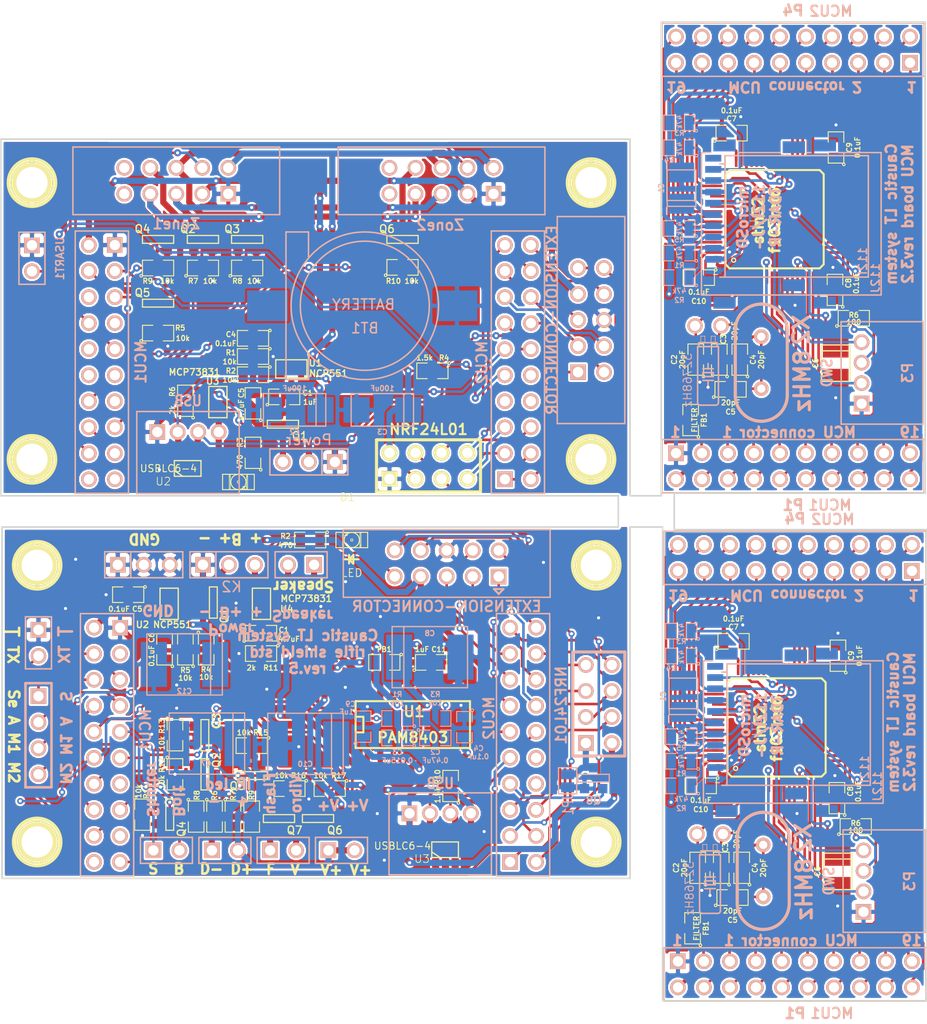
<source format=kicad_pcb>
(kicad_pcb (version 3) (host pcbnew "(2013-may-18)-stable")
  (title_block (title "Caustic LT MCU board") (rev 1.0))
  (layers (15 F.Cu signal) (0 B.Cu signal) (18 B.Paste user) (19 F.Paste user) (20 B.SilkS user) (21 F.SilkS user) (22 B.Mask user) (23 F.Mask user) (28 Edge.Cuts user))
  (net 0 "")
  (net 1 +3.3V)
  (net 2 +BATT)
  (net 3 GND)
  (net 4 N-000001)
  (net 5 N-0000010)
  (net 6 N-0000011)
  (net 7 N-0000012)
  (net 8 N-0000013)
  (net 9 N-0000014)
  (net 10 N-0000015)
  (net 11 N-0000016)
  (net 12 N-0000017)
  (net 13 N-0000018)
  (net 14 N-0000019)
  (net 15 N-000002)
  (net 16 N-0000020)
  (net 17 N-0000021)
  (net 18 N-0000022)
  (net 19 N-0000023)
  (net 20 N-0000024)
  (net 21 N-0000025)
  (net 22 N-0000026)
  (net 23 N-0000027)
  (net 24 N-0000028)
  (net 25 N-0000029)
  (net 26 N-000003)
  (net 27 N-0000030)
  (net 28 N-0000031)
  (net 29 N-0000032)
  (net 30 N-0000033)
  (net 31 N-0000034)
  (net 32 N-0000035)
  (net 33 N-0000036)
  (net 34 N-0000037)
  (net 35 N-0000038)
  (net 36 N-0000039)
  (net 37 N-000004)
  (net 38 N-0000040)
  (net 39 N-0000041)
  (net 40 N-0000042)
  (net 41 N-0000043)
  (net 42 N-0000044)
  (net 43 N-0000045)
  (net 44 N-0000046)
  (net 45 N-0000047)
  (net 46 N-0000048)
  (net 47 N-0000049)
  (net 48 N-000005)
  (net 49 N-0000050)
  (net 50 N-0000051)
  (net 51 N-0000052)
  (net 52 N-0000053)
  (net 53 N-0000054)
  (net 54 N-0000055)
  (net 55 N-0000056)
  (net 56 N-0000057)
  (net 57 N-0000058)
  (net 58 N-000006)
  (net 59 N-0000065)
  (net 60 N-0000066)
  (net 61 N-0000067)
  (net 62 N-000007)
  (net 63 N-000008)
  (net 64 N-000009)
  (net 65 VCC)
  (module SM0805 (layer B.Cu) (at 205.2895 170.3165 180)
    (fp_text reference R5 (at 0 -1.1 180) (layer B.SilkS) (effects (font (size 0.50038 0.50038) (thickness 0.10922)) (justify mirror)))
    (fp_text value 47k (at 0 0 270) (layer B.SilkS) (effects (font (size 0.50038 0.50038) (thickness 0.10922)) (justify mirror)))
    (pad 1 smd rect (at -0.9525 0 180) (size 0.889 1.397) (layers B.Cu B.Paste B.Mask) (net 51 N-0000052))
    (pad 2 smd rect (at 0.9525 0 180) (size 0.889 1.397) (layers B.Cu B.Paste B.Mask) (net 1 +3.3V))
  )
  (module SM0805 (layer B.Cu) (at 205.2895 162.4457 180)
    (fp_text reference R4 (at 1 -1.2 180) (layer B.SilkS) (effects (font (size 0.50038 0.50038) (thickness 0.10922)) (justify mirror)))
    (fp_text value 47k (at 0 -0.1 270) (layer B.SilkS) (effects (font (size 0.50038 0.50038) (thickness 0.10922)) (justify mirror)))
    (pad 1 smd rect (at -0.9525 0 180) (size 0.889 1.397) (layers B.Cu B.Paste B.Mask) (net 54 N-0000055))
    (pad 2 smd rect (at 0.9525 0 180) (size 0.889 1.397) (layers B.Cu B.Paste B.Mask) (net 1 +3.3V))
  )
  (module SM0805 (layer B.Cu) (at 205.2895 160.02 180)
    (fp_text reference R3 (at 0 -1 180) (layer B.SilkS) (effects (font (size 0.50038 0.50038) (thickness 0.10922)) (justify mirror)))
    (fp_text value 47k (at 0 0.1 270) (layer B.SilkS) (effects (font (size 0.50038 0.50038) (thickness 0.10922)) (justify mirror)))
    (pad 1 smd rect (at -0.9525 0 180) (size 0.889 1.397) (layers B.Cu B.Paste B.Mask) (net 55 N-0000056))
    (pad 2 smd rect (at 0.9525 0 180) (size 0.889 1.397) (layers B.Cu B.Paste B.Mask) (net 1 +3.3V))
  )
  (module SM0805 (layer B.Cu) (at 205.2895 175.1165 180)
    (fp_text reference R2 (at 0 -2.2 180) (layer B.SilkS) (effects (font (size 0.50038 0.50038) (thickness 0.10922)) (justify mirror)))
    (fp_text value 47k (at 0 -1.3 180) (layer B.SilkS) (effects (font (size 0.50038 0.50038) (thickness 0.10922)) (justify mirror)))
    (pad 1 smd rect (at -0.9525 0 180) (size 0.889 1.397) (layers B.Cu B.Paste B.Mask) (net 56 N-0000057))
    (pad 2 smd rect (at 0.9525 0 180) (size 0.889 1.397) (layers B.Cu B.Paste B.Mask) (net 1 +3.3V))
  )
  (module SM0805 (layer B.Cu) (at 205.2895 172.7165 180)
    (fp_text reference R1 (at 0 -1.2 180) (layer B.SilkS) (effects (font (size 0.50038 0.50038) (thickness 0.10922)) (justify mirror)))
    (fp_text value 47k (at 0 0 270) (layer B.SilkS) (effects (font (size 0.50038 0.50038) (thickness 0.10922)) (justify mirror)))
    (pad 1 smd rect (at -0.9525 0 180) (size 0.889 1.397) (layers B.Cu B.Paste B.Mask) (net 57 N-0000058))
    (pad 2 smd rect (at 0.9525 0 180) (size 0.889 1.397) (layers B.Cu B.Paste B.Mask) (net 1 +3.3V))
  )
  (module SM0805 (layer F.Cu) (at 209.1895 183.1165 90)
    (fp_text reference C3 (at 2 0.4 90) (layer F.SilkS) (effects (font (size 0.50038 0.50038) (thickness 0.10922))))
    (fp_text value 20pF (at 2.8 1.5 90) (layer F.SilkS) (effects (font (size 0.50038 0.50038) (thickness 0.10922))))
    (pad 1 smd rect (at -0.9525 0 90) (size 0.889 1.397) (layers F.Cu F.Paste F.Mask) (net 3 GND))
    (pad 2 smd rect (at 0.9525 0 90) (size 0.889 1.397) (layers F.Cu F.Paste F.Mask) (net 44 N-0000046))
  )
  (module SM0805 (layer F.Cu) (at 206.8895 183.1165 90)
    (fp_text reference C2 (at 0 -2.1 90) (layer F.SilkS) (effects (font (size 0.50038 0.50038) (thickness 0.10922))))
    (fp_text value 20pF (at 0 -1.3 90) (layer F.SilkS) (effects (font (size 0.50038 0.50038) (thickness 0.10922))))
    (pad 1 smd rect (at -0.9525 0 90) (size 0.889 1.397) (layers F.Cu F.Paste F.Mask) (net 3 GND))
    (pad 2 smd rect (at 0.9525 0 90) (size 0.889 1.397) (layers F.Cu F.Paste F.Mask) (net 43 N-0000045))
  )
  (module SM0805 (layer F.Cu) (at 210.2895 186.0165)
    (fp_text reference C5 (at 0 2.2) (layer F.SilkS) (effects (font (size 0.50038 0.50038) (thickness 0.10922))))
    (fp_text value 20pF (at 0 1.3) (layer F.SilkS) (effects (font (size 0.50038 0.50038) (thickness 0.10922))))
    (pad 1 smd rect (at -0.9525 0) (size 0.889 1.397) (layers F.Cu F.Paste F.Mask) (net 3 GND))
    (pad 2 smd rect (at 0.9525 0) (size 0.889 1.397) (layers F.Cu F.Paste F.Mask) (net 53 N-0000054))
  )
  (module SM0805 (layer F.Cu) (at 211.1895 183.1165 90)
    (fp_text reference C4 (at 0 1.3 90) (layer F.SilkS) (effects (font (size 0.50038 0.50038) (thickness 0.10922))))
    (fp_text value 20pF (at 0 2.1 90) (layer F.SilkS) (effects (font (size 0.50038 0.50038) (thickness 0.10922))))
    (pad 1 smd rect (at -0.9525 0 90) (size 0.889 1.397) (layers F.Cu F.Paste F.Mask) (net 3 GND))
    (pad 2 smd rect (at 0.9525 0 90) (size 0.889 1.397) (layers F.Cu F.Paste F.Mask) (net 49 N-0000050))
  )
  (module SM0805 (layer F.Cu) (at 207.1895 175.1165 180)
    (fp_text reference C10 (at 0 -2.3 180) (layer F.SilkS) (effects (font (size 0.50038 0.50038) (thickness 0.10922))))
    (fp_text value 0.1uF (at 0 -1.4 180) (layer F.SilkS) (effects (font (size 0.50038 0.50038) (thickness 0.10922))))
    (pad 1 smd rect (at -0.9525 0 180) (size 0.889 1.397) (layers F.Cu F.Paste F.Mask) (net 1 +3.3V))
    (pad 2 smd rect (at 0.9525 0 180) (size 0.889 1.397) (layers F.Cu F.Paste F.Mask) (net 3 GND))
  )
  (module SM0805 (layer F.Cu) (at 220.5895 162.4165 90)
    (fp_text reference C9 (at 0 1.3 90) (layer F.SilkS) (effects (font (size 0.50038 0.50038) (thickness 0.10922))))
    (fp_text value 0.1uF (at 0 2.1 90) (layer F.SilkS) (effects (font (size 0.50038 0.50038) (thickness 0.10922))))
    (pad 1 smd rect (at -0.9525 0 90) (size 0.889 1.397) (layers F.Cu F.Paste F.Mask) (net 1 +3.3V))
    (pad 2 smd rect (at 0.9525 0 90) (size 0.889 1.397) (layers F.Cu F.Paste F.Mask) (net 3 GND))
  )
  (module SM0805 (layer F.Cu) (at 220.4895 176.3165 90)
    (fp_text reference C8 (at 0.6628 1.316 90) (layer F.SilkS) (effects (font (size 0.50038 0.50038) (thickness 0.10922))))
    (fp_text value 0.1uF (at 0.6628 2.078 90) (layer F.SilkS) (effects (font (size 0.50038 0.50038) (thickness 0.10922))))
    (pad 1 smd rect (at -0.9525 0 90) (size 0.889 1.397) (layers F.Cu F.Paste F.Mask) (net 1 +3.3V))
    (pad 2 smd rect (at 0.9525 0 90) (size 0.889 1.397) (layers F.Cu F.Paste F.Mask) (net 3 GND))
  )
  (module SM0805 (layer F.Cu) (at 210.3895 161.0165)
    (fp_text reference C7 (at 0 -1.4) (layer F.SilkS) (effects (font (size 0.50038 0.50038) (thickness 0.10922))))
    (fp_text value 0.1uF (at 0 -2.2) (layer F.SilkS) (effects (font (size 0.50038 0.50038) (thickness 0.10922))))
    (pad 1 smd rect (at -0.9525 0) (size 0.889 1.397) (layers F.Cu F.Paste F.Mask) (net 1 +3.3V))
    (pad 2 smd rect (at 0.9525 0) (size 0.889 1.397) (layers F.Cu F.Paste F.Mask) (net 3 GND))
  )
  (module PIN_ARRAY-4X1-2mm-horiz (layer B.Cu) (at 223.0895 184.4165 90)
    (fp_text reference P3 (at 0 4.5 90) (layer B.SilkS) (effects (font (size 1.016 1.016) (thickness 0.2032)) (justify mirror)))
    (fp_text value SWD (at -0.0002 -3.3922 90) (layer B.SilkS) (effects (font (size 1.016 0.889) (thickness 0.2032)) (justify mirror)))
    (pad 1 thru_hole rect (at -3 0 90) (size 1.524 1.524) (drill 1) (layers *.Cu *.Mask B.SilkS) (net 3 GND))
    (pad 2 thru_hole circle (at -1 0 90) (size 1.524 1.524) (drill 1) (layers *.Cu *.Mask B.SilkS) (net 36 N-0000039))
    (pad 3 thru_hole circle (at 1 0 90) (size 1.524 1.524) (drill 1) (layers *.Cu *.Mask B.SilkS) (net 41 N-0000043))
    (pad 4 thru_hole circle (at 3 0 90) (size 1.524 1.524) (drill 1) (layers *.Cu *.Mask B.SilkS) (net 42 N-0000044))
  )
  (module HC-49V (layer B.Cu) (at 213.2895 183.4165 90)
    (fp_text reference X2 (at 3.2 3.9 90) (layer B.SilkS) (effects (font (size 1.524 1.524) (thickness 0.3048)) (justify mirror)))
    (fp_text value 8MHz (at -1.8 4 90) (layer B.SilkS) (effects (font (size 1.524 1.524) (thickness 0.3048)) (justify mirror)))
    (pad 1 thru_hole circle (at -2.54 0 90) (size 1.4224 1.4224) (drill 0.8) (layers *.Cu *.Mask B.SilkS) (net 53 N-0000054))
    (pad 2 thru_hole circle (at 2.54 0 90) (size 1.4224 1.4224) (drill 0.8) (layers *.Cu *.Mask B.SilkS) (net 49 N-0000050))
  )
  (module pin_array_10x2 (layer B.Cu) (at 216.3895 193.5165)
    (fp_text reference P1 (at 0 3.81) (layer B.SilkS) (effects (font (size 1.016 1.016) (thickness 0.254)) (justify mirror)))
    (fp_text value MCU1 (at 3.6 3.8) (layer B.SilkS) (effects (font (size 1.016 1.016) (thickness 0.2032)) (justify mirror)))
    (pad 1 thru_hole rect (at -11.43 -1.27) (size 1.524 1.524) (drill 1) (layers *.Cu *.Mask B.SilkS) (net 3 GND))
    (pad 2 thru_hole circle (at -11.43 1.27) (size 1.524 1.524) (drill 1) (layers *.Cu *.Mask B.SilkS) (net 24 N-0000028))
    (pad 3 thru_hole circle (at -8.89 -1.27) (size 1.524 1.524) (drill 1) (layers *.Cu *.Mask B.SilkS) (net 18 N-0000022))
    (pad 4 thru_hole circle (at -8.89 1.27) (size 1.524 1.524) (drill 1) (layers *.Cu *.Mask B.SilkS) (net 17 N-0000021))
    (pad 5 thru_hole circle (at -6.35 -1.27) (size 1.524 1.524) (drill 1) (layers *.Cu *.Mask B.SilkS) (net 16 N-0000020))
    (pad 6 thru_hole circle (at -6.35 1.27) (size 1.524 1.524) (drill 1) (layers *.Cu *.Mask B.SilkS) (net 10 N-0000015))
    (pad 7 thru_hole circle (at -3.81 -1.27) (size 1.524 1.524) (drill 1) (layers *.Cu *.Mask B.SilkS) (net 14 N-0000019))
    (pad 8 thru_hole circle (at -3.81 1.27) (size 1.524 1.524) (drill 1) (layers *.Cu *.Mask B.SilkS) (net 13 N-0000018))
    (pad 9 thru_hole circle (at -1.27 -1.27) (size 1.524 1.524) (drill 1) (layers *.Cu *.Mask B.SilkS) (net 12 N-0000017))
    (pad 10 thru_hole circle (at -1.27 1.27) (size 1.524 1.524) (drill 1) (layers *.Cu *.Mask B.SilkS) (net 11 N-0000016))
    (pad 11 thru_hole circle (at 1.27 -1.27) (size 1.524 1.524) (drill 1) (layers *.Cu *.Mask B.SilkS) (net 22 N-0000026))
    (pad 12 thru_hole circle (at 1.27 1.27) (size 1.524 1.524) (drill 1) (layers *.Cu *.Mask B.SilkS) (net 23 N-0000027))
    (pad 13 thru_hole circle (at 3.81 -1.27) (size 1.524 1.524) (drill 1) (layers *.Cu *.Mask B.SilkS) (net 21 N-0000025))
    (pad 14 thru_hole circle (at 3.81 1.27) (size 1.524 1.524) (drill 1) (layers *.Cu *.Mask B.SilkS) (net 19 N-0000023))
    (pad 15 thru_hole circle (at 6.35 -1.27) (size 1.524 1.524) (drill 1) (layers *.Cu *.Mask B.SilkS) (net 20 N-0000024))
    (pad 16 thru_hole circle (at 6.35 1.27) (size 1.524 1.524) (drill 1) (layers *.Cu *.Mask B.SilkS) (net 48 N-000005))
    (pad 17 thru_hole circle (at 8.89 -1.27) (size 1.524 1.524) (drill 1) (layers *.Cu *.Mask B.SilkS) (net 37 N-000004))
    (pad 18 thru_hole circle (at 8.89 1.27) (size 1.524 1.524) (drill 1) (layers *.Cu *.Mask B.SilkS) (net 4 N-000001))
    (pad 19 thru_hole circle (at 11.43 -1.27) (size 1.524 1.524) (drill 1) (layers *.Cu *.Mask B.SilkS) (net 26 N-000003))
    (pad 20 thru_hole circle (at 11.43 1.27) (size 1.524 1.524) (drill 1) (layers *.Cu *.Mask B.SilkS) (net 15 N-000002))
  )
  (module pin_array_10x2 (layer B.Cu) (at 216.3895 152.8765 180)
    (fp_text reference P4 (at 0 3.81 180) (layer B.SilkS) (effects (font (size 1.016 1.016) (thickness 0.254)) (justify mirror)))
    (fp_text value MCU2 (at -3.7 3.76 180) (layer B.SilkS) (effects (font (size 1.016 1.016) (thickness 0.2032)) (justify mirror)))
    (pad 1 thru_hole rect (at -11.43 -1.27 180) (size 1.524 1.524) (drill 1) (layers *.Cu *.Mask B.SilkS) (net 9 N-0000014))
    (pad 2 thru_hole circle (at -11.43 1.27 180) (size 1.524 1.524) (drill 1) (layers *.Cu *.Mask B.SilkS) (net 8 N-0000013))
    (pad 3 thru_hole circle (at -8.89 -1.27 180) (size 1.524 1.524) (drill 1) (layers *.Cu *.Mask B.SilkS) (net 7 N-0000012))
    (pad 4 thru_hole circle (at -8.89 1.27 180) (size 1.524 1.524) (drill 1) (layers *.Cu *.Mask B.SilkS) (net 6 N-0000011))
    (pad 5 thru_hole circle (at -6.35 -1.27 180) (size 1.524 1.524) (drill 1) (layers *.Cu *.Mask B.SilkS) (net 5 N-0000010))
    (pad 6 thru_hole circle (at -6.35 1.27 180) (size 1.524 1.524) (drill 1) (layers *.Cu *.Mask B.SilkS) (net 64 N-000009))
    (pad 7 thru_hole circle (at -3.81 -1.27 180) (size 1.524 1.524) (drill 1) (layers *.Cu *.Mask B.SilkS) (net 63 N-000008))
    (pad 8 thru_hole circle (at -3.81 1.27 180) (size 1.524 1.524) (drill 1) (layers *.Cu *.Mask B.SilkS) (net 62 N-000007))
    (pad 9 thru_hole circle (at -1.27 -1.27 180) (size 1.524 1.524) (drill 1) (layers *.Cu *.Mask B.SilkS) (net 58 N-000006))
    (pad 10 thru_hole circle (at -1.27 1.27 180) (size 1.524 1.524) (drill 1) (layers *.Cu *.Mask B.SilkS) (net 33 N-0000036))
    (pad 11 thru_hole circle (at 1.27 -1.27 180) (size 1.524 1.524) (drill 1) (layers *.Cu *.Mask B.SilkS) (net 32 N-0000035))
    (pad 12 thru_hole circle (at 1.27 1.27 180) (size 1.524 1.524) (drill 1) (layers *.Cu *.Mask B.SilkS) (net 31 N-0000034))
    (pad 13 thru_hole circle (at 3.81 -1.27 180) (size 1.524 1.524) (drill 1) (layers *.Cu *.Mask B.SilkS) (net 30 N-0000033))
    (pad 14 thru_hole circle (at 3.81 1.27 180) (size 1.524 1.524) (drill 1) (layers *.Cu *.Mask B.SilkS) (net 40 N-0000042))
    (pad 15 thru_hole circle (at 6.35 -1.27 180) (size 1.524 1.524) (drill 1) (layers *.Cu *.Mask B.SilkS) (net 38 N-0000040))
    (pad 16 thru_hole circle (at 6.35 1.27 180) (size 1.524 1.524) (drill 1) (layers *.Cu *.Mask B.SilkS) (net 29 N-0000032))
    (pad 17 thru_hole circle (at 8.89 -1.27 180) (size 1.524 1.524) (drill 1) (layers *.Cu *.Mask B.SilkS) (net 28 N-0000031))
    (pad 18 thru_hole circle (at 8.89 1.27 180) (size 1.524 1.524) (drill 1) (layers *.Cu *.Mask B.SilkS) (net 27 N-0000030))
    (pad 19 thru_hole circle (at 11.43 -1.27 180) (size 1.524 1.524) (drill 1) (layers *.Cu *.Mask B.SilkS) (net 25 N-0000029))
    (pad 20 thru_hole circle (at 11.43 1.27 180) (size 1.524 1.524) (drill 1) (layers *.Cu *.Mask B.SilkS) (net 39 N-0000041))
  )
  (module SM0805 (layer F.Cu) (at 206.3895 189.0165 90)
    (fp_text reference FB1 (at 0 1.3 90) (layer F.SilkS) (effects (font (size 0.50038 0.50038) (thickness 0.10922))))
    (fp_text value FILTER (at 0 0.381 90) (layer F.SilkS) (effects (font (size 0.50038 0.50038) (thickness 0.10922))))
    (pad 1 smd rect (at -0.9525 0 90) (size 0.889 1.397) (layers F.Cu F.Paste F.Mask) (net 24 N-0000028))
    (pad 2 smd rect (at 0.9525 0 90) (size 0.889 1.397) (layers F.Cu F.Paste F.Mask) (net 1 +3.3V))
  )
  (module TC26H-fixed (layer B.Cu) (at 208.0895 179.8165)
    (fp_text reference X1 hide)
    (fp_text value 32768Hz (at -2 5.3 90) (layer B.SilkS) (effects (font (size 0.8 0.8) (thickness 0.1)) (justify mirror)))
    (pad 1 thru_hole circle (at -1.27 0) (size 1.5 1.5) (drill 1) (layers *.Cu *.SilkS *.Mask) (net 43 N-0000045))
    (pad 2 thru_hole circle (at 1.27 0) (size 1.5 1.5) (drill 1) (layers *.Cu B.Paste B.SilkS B.Mask) (net 44 N-0000046))
  )
  (module MICROSD-CD-112IJ (layer B.Cu) (at 208.5975 170.0149 270)
    (fp_text reference P2 hide)
    (fp_text value MICROSD-SDIO-CD hide)
    (fp_text user 112J (at 5.15 -15.85 270) (layer B.SilkS) (effects (font (size 0.8 0.8)) (justify mirror)))
    (fp_text user 112I (at 3.5 -14.6 270) (layer B.SilkS) (effects (font (size 0.8 0.8)) (justify mirror)))
    (pad CD2 smd rect (at 4.445 0 270) (size 0.6604 1.5748) (layers B.Cu B.Paste B.Mask) (net 45 N-0000047))
    (pad 1 smd rect (at 2.2352 0 270) (size 0.6604 1.5748) (layers B.Cu B.Paste B.Mask) (net 56 N-0000057))
    (pad 2 smd rect (at 1.143 0 270) (size 0.6604 1.5748) (layers B.Cu B.Paste B.Mask) (net 57 N-0000058))
    (pad 3 smd rect (at 0.0508 0 270) (size 0.6604 1.5748) (layers B.Cu B.Paste B.Mask) (net 51 N-0000052))
    (pad 4 smd rect (at -1.0668 0 270) (size 0.6604 1.5748) (layers B.Cu B.Paste B.Mask) (net 1 +3.3V))
    (pad 5 smd rect (at -2.159 0 270) (size 0.6604 1.5748) (layers B.Cu B.Paste B.Mask) (net 52 N-0000053))
    (pad 6 smd rect (at -3.2512 0 270) (size 0.6604 1.5748) (layers B.Cu B.Paste B.Mask) (net 3 GND))
    (pad 7 smd rect (at -4.3688 0 270) (size 0.6604 1.5748) (layers B.Cu B.Paste B.Mask) (net 54 N-0000055))
    (pad 8 smd rect (at -5.461 0 270) (size 0.6604 1.5748) (layers B.Cu B.Paste B.Mask) (net 55 N-0000056))
    (pad CD1 smd rect (at 3.31724 0 270) (size 0.6604 1.5748) (layers B.Cu B.Paste B.Mask) (net 3 GND))
    (pad CASE smd rect (at 5.842 -7.874 270) (size 1.1684 2.1844) (layers B.Cu B.Paste B.Mask))
    (pad CASE smd rect (at -7.62 -7.874 270) (size 1.1684 2.1844) (layers B.Cu B.Paste B.Mask))
    (pad CD3 smd rect (at -6.5532 0 270) (size 0.6604 1.5748) (layers B.Cu B.Paste B.Mask))
    (pad CASE smd rect (at -7.8 -10.9 270) (size 1.1684 2.1844) (layers B.Cu B.Paste B.Mask))
    (pad CASE smd rect (at 7.55 -10.9 270) (size 1.1684 2.1844) (layers B.Cu B.Paste B.Mask))
    (pad CASE smd rect (at -7.8 -1.1 270) (size 1.1684 2.1844) (layers B.Cu B.Paste B.Mask))
    (pad CASE smd rect (at 7.55 -1.1 270) (size 1.1684 2.1844) (layers B.Cu B.Paste B.Mask))
  )
  (module LQFP64-0.254mm-pins (layer F.Cu) (at 214.5895 169.4165 90)
    (fp_text reference U1 (at 0 -1.9 90) (layer B.SilkS) (effects (font (size 0.9 0.9) (thickness 0.0889))))
    (fp_text value STM32F103RE hide)
    (pad 1 smd rect (at -5.69976 -3.74904 90) (size 1.19888 0.254) (layers F.Cu F.Paste F.Mask) (net 18 N-0000022))
    (pad 2 smd rect (at -5.69976 -3.24866 90) (size 1.19888 0.254) (layers F.Cu F.Paste F.Mask))
    (pad 3 smd rect (at -5.69976 -2.74828 90) (size 1.19888 0.254) (layers F.Cu F.Paste F.Mask) (net 43 N-0000045))
    (pad 4 smd rect (at -5.69976 -2.2479 90) (size 1.19888 0.254) (layers F.Cu F.Paste F.Mask) (net 44 N-0000046))
    (pad 5 smd rect (at -5.69976 -1.74752 90) (size 1.19888 0.254) (layers F.Cu F.Paste F.Mask) (net 49 N-0000050))
    (pad 6 smd rect (at -5.69976 -1.24968 90) (size 1.19888 0.254) (layers F.Cu F.Paste F.Mask) (net 53 N-0000054))
    (pad 7 smd rect (at -5.69976 -0.7493 90) (size 1.19888 0.254) (layers F.Cu F.Paste F.Mask) (net 36 N-0000039))
    (pad 8 smd rect (at -5.69976 -0.24892 90) (size 1.19888 0.254) (layers F.Cu F.Paste F.Mask) (net 17 N-0000021))
    (pad 9 smd rect (at -5.69976 0.24892 90) (size 1.19888 0.254) (layers F.Cu F.Paste F.Mask) (net 16 N-0000020))
    (pad 10 smd rect (at -5.69976 0.7493 90) (size 1.19888 0.254) (layers F.Cu F.Paste F.Mask) (net 10 N-0000015))
    (pad 11 smd rect (at -5.69976 1.24968 90) (size 1.19888 0.254) (layers F.Cu F.Paste F.Mask) (net 14 N-0000019))
    (pad 12 smd rect (at -5.69976 1.74752 90) (size 1.19888 0.254) (layers F.Cu F.Paste F.Mask) (net 3 GND))
    (pad 13 smd rect (at -5.69976 2.2479 90) (size 1.19888 0.254) (layers F.Cu F.Paste F.Mask) (net 46 N-0000048))
    (pad 14 smd rect (at -5.69976 2.74828 90) (size 1.19888 0.254) (layers F.Cu F.Paste F.Mask) (net 13 N-0000018))
    (pad 15 smd rect (at -5.69976 3.24866 90) (size 1.19888 0.254) (layers F.Cu F.Paste F.Mask) (net 12 N-0000017))
    (pad 16 smd rect (at -5.69976 3.74904 90) (size 1.19888 0.254) (layers F.Cu F.Paste F.Mask) (net 11 N-0000016))
    (pad 17 smd rect (at -3.74904 5.69976 90) (size 0.254 1.19888) (layers F.Cu F.Paste F.Mask) (net 22 N-0000026))
    (pad 18 smd rect (at -3.24866 5.69976 90) (size 0.254 1.19888) (layers F.Cu F.Paste F.Mask) (net 3 GND))
    (pad 19 smd rect (at -2.74828 5.69976 90) (size 0.254 1.19888) (layers F.Cu F.Paste F.Mask) (net 1 +3.3V))
    (pad 20 smd rect (at -2.2479 5.69976 90) (size 0.254 1.19888) (layers F.Cu F.Paste F.Mask) (net 23 N-0000027))
    (pad 21 smd rect (at -1.74752 5.69976 90) (size 0.254 1.19888) (layers F.Cu F.Paste F.Mask) (net 21 N-0000025))
    (pad 22 smd rect (at -1.24968 5.69976 90) (size 0.254 1.19888) (layers F.Cu F.Paste F.Mask) (net 19 N-0000023))
    (pad 23 smd rect (at -0.7493 5.69976 90) (size 0.254 1.19888) (layers F.Cu F.Paste F.Mask) (net 20 N-0000024))
    (pad 24 smd rect (at -0.24892 5.69976 90) (size 0.254 1.19888) (layers F.Cu F.Paste F.Mask) (net 48 N-000005))
    (pad 25 smd rect (at 0.24892 5.69976 90) (size 0.254 1.19888) (layers F.Cu F.Paste F.Mask) (net 37 N-000004))
    (pad 26 smd rect (at 0.7493 5.69976 90) (size 0.254 1.19888) (layers F.Cu F.Paste F.Mask) (net 4 N-000001))
    (pad 27 smd rect (at 1.24968 5.69976 90) (size 0.254 1.19888) (layers F.Cu F.Paste F.Mask) (net 26 N-000003))
    (pad 28 smd rect (at 1.74752 5.69976 90) (size 0.254 1.19888) (layers F.Cu F.Paste F.Mask) (net 15 N-000002))
    (pad 29 smd rect (at 2.2479 5.69976 90) (size 0.254 1.19888) (layers F.Cu F.Paste F.Mask) (net 9 N-0000014))
    (pad 30 smd rect (at 2.74828 5.69976 90) (size 0.254 1.19888) (layers F.Cu F.Paste F.Mask) (net 8 N-0000013))
    (pad 31 smd rect (at 3.24866 5.69976 90) (size 0.254 1.19888) (layers F.Cu F.Paste F.Mask) (net 3 GND))
    (pad 32 smd rect (at 3.74904 5.69976 90) (size 0.254 1.19888) (layers F.Cu F.Paste F.Mask) (net 1 +3.3V))
    (pad 33 smd rect (at 5.69976 3.74904 90) (size 1.19888 0.254) (layers F.Cu F.Paste F.Mask) (net 7 N-0000012))
    (pad 34 smd rect (at 5.69976 3.24866 90) (size 1.19888 0.254) (layers F.Cu F.Paste F.Mask) (net 6 N-0000011))
    (pad 35 smd rect (at 5.69976 2.74828 90) (size 1.19888 0.254) (layers F.Cu F.Paste F.Mask) (net 5 N-0000010))
    (pad 36 smd rect (at 5.69976 2.2479 90) (size 1.19888 0.254) (layers F.Cu F.Paste F.Mask) (net 64 N-000009))
    (pad 37 smd rect (at 5.69976 1.74752 90) (size 1.19888 0.254) (layers F.Cu F.Paste F.Mask) (net 63 N-000008))
    (pad 38 smd rect (at 5.69976 1.24968 90) (size 1.19888 0.254) (layers F.Cu F.Paste F.Mask) (net 45 N-0000047))
    (pad 39 smd rect (at 5.69976 0.7493 90) (size 1.19888 0.254) (layers F.Cu F.Paste F.Mask) (net 54 N-0000055))
    (pad 40 smd rect (at 5.69976 0.24892 90) (size 1.19888 0.254) (layers F.Cu F.Paste F.Mask) (net 55 N-0000056))
    (pad 41 smd rect (at 5.69976 -0.24892 90) (size 1.19888 0.254) (layers F.Cu F.Paste F.Mask) (net 62 N-000007))
    (pad 42 smd rect (at 5.69976 -0.7493 90) (size 1.19888 0.254) (layers F.Cu F.Paste F.Mask) (net 58 N-000006))
    (pad 43 smd rect (at 5.69976 -1.24968 90) (size 1.19888 0.254) (layers F.Cu F.Paste F.Mask) (net 33 N-0000036))
    (pad 44 smd rect (at 5.69976 -1.74752 90) (size 1.19888 0.254) (layers F.Cu F.Paste F.Mask) (net 32 N-0000035))
    (pad 45 smd rect (at 5.69976 -2.2479 90) (size 1.19888 0.254) (layers F.Cu F.Paste F.Mask) (net 31 N-0000034))
    (pad 46 smd rect (at 5.69976 -2.74828 90) (size 1.19888 0.254) (layers F.Cu F.Paste F.Mask) (net 41 N-0000043))
    (pad 47 smd rect (at 5.69976 -3.24866 90) (size 1.19888 0.254) (layers F.Cu F.Paste F.Mask) (net 3 GND))
    (pad 48 smd rect (at 5.69976 -3.74904 90) (size 1.19888 0.254) (layers F.Cu F.Paste F.Mask) (net 1 +3.3V))
    (pad 49 smd rect (at 3.74904 -5.69976 90) (size 0.254 1.19888) (layers F.Cu F.Paste F.Mask) (net 42 N-0000044))
    (pad 50 smd rect (at 3.24866 -5.69976 90) (size 0.254 1.19888) (layers F.Cu F.Paste F.Mask) (net 30 N-0000033))
    (pad 51 smd rect (at 2.74828 -5.69976 90) (size 0.254 1.19888) (layers F.Cu F.Paste F.Mask) (net 56 N-0000057))
    (pad 52 smd rect (at 2.2479 -5.69976 90) (size 0.254 1.19888) (layers F.Cu F.Paste F.Mask) (net 57 N-0000058))
    (pad 53 smd rect (at 1.74752 -5.69976 90) (size 0.254 1.19888) (layers F.Cu F.Paste F.Mask) (net 52 N-0000053))
    (pad 54 smd rect (at 1.24968 -5.69976 90) (size 0.254 1.19888) (layers F.Cu F.Paste F.Mask) (net 51 N-0000052))
    (pad 55 smd rect (at 0.7493 -5.69976 90) (size 0.254 1.19888) (layers F.Cu F.Paste F.Mask) (net 40 N-0000042))
    (pad 56 smd rect (at 0.24892 -5.69976 90) (size 0.254 1.19888) (layers F.Cu F.Paste F.Mask) (net 38 N-0000040))
    (pad 57 smd rect (at -0.24892 -5.69976 90) (size 0.254 1.19888) (layers F.Cu F.Paste F.Mask) (net 29 N-0000032))
    (pad 58 smd rect (at -0.7493 -5.69976 90) (size 0.254 1.19888) (layers F.Cu F.Paste F.Mask) (net 28 N-0000031))
    (pad 59 smd rect (at -1.24968 -5.69976 90) (size 0.254 1.19888) (layers F.Cu F.Paste F.Mask) (net 27 N-0000030))
    (pad 60 smd rect (at -1.74752 -5.69976 90) (size 0.254 1.19888) (layers F.Cu F.Paste F.Mask))
    (pad 61 smd rect (at -2.2479 -5.69976 90) (size 0.254 1.19888) (layers F.Cu F.Paste F.Mask) (net 25 N-0000029))
    (pad 62 smd rect (at -2.74828 -5.69976 90) (size 0.254 1.19888) (layers F.Cu F.Paste F.Mask) (net 39 N-0000041))
    (pad 63 smd rect (at -3.24866 -5.69976 90) (size 0.254 1.19888) (layers F.Cu F.Paste F.Mask) (net 3 GND))
    (pad 64 smd rect (at -3.74904 -5.69976 90) (size 0.254 1.19888) (layers F.Cu F.Paste F.Mask) (net 1 +3.3V))
  )
  (module SM0805 (layer F.Cu) (at 222.3262 179.0827)
    (fp_text reference R6 (at 0 -0.3175) (layer F.SilkS) (effects (font (size 0.50038 0.50038) (thickness 0.10922))))
    (fp_text value 100 (at 0 0.381) (layer F.SilkS) (effects (font (size 0.50038 0.50038) (thickness 0.10922))))
    (pad 1 smd rect (at -0.9525 0) (size 0.889 1.397) (layers F.Cu F.Paste F.Mask) (net 46 N-0000048))
    (pad 2 smd rect (at 0.9525 0) (size 0.889 1.397) (layers F.Cu F.Paste F.Mask) (net 1 +3.3V))
  )
  (module c_tant_B (layer F.Cu) (at 220.5609 183.4642 90)
    (fp_text reference C6 (at 0 -1.9685 90) (layer F.SilkS) (effects (font (size 0.50038 0.50038) (thickness 0.11938))))
    (fp_text value 100uF hide)
    (pad 1 smd rect (at 1.524 0 90) (size 1.95072 2.49936) (layers F.Cu F.Paste F.Mask) (net 46 N-0000048))
    (pad 2 smd rect (at -1.524 0 90) (size 1.95072 2.49936) (layers F.Cu F.Paste F.Mask) (net 3 GND))
  )
  (module c_tant_B (layer B.Cu) (at 205.4987 166.3827 270)
    (fp_text reference C1 (at 0 1.9685 270) (layer B.SilkS) (effects (font (size 0.50038 0.50038) (thickness 0.11938)) (justify mirror)))
    (fp_text value 100uF hide)
    (pad 1 smd rect (at 1.524 0 270) (size 1.95072 2.49936) (layers B.Cu B.Paste B.Mask) (net 1 +3.3V))
    (pad 2 smd rect (at -1.524 0 270) (size 1.95072 2.49936) (layers B.Cu B.Paste B.Mask) (net 3 GND))
  )
  (module SM0805 (layer B.Cu) (at 205.099 120.723 180)
    (fp_text reference R5 (at 0 -1.1 180) (layer B.SilkS) (effects (font (size 0.50038 0.50038) (thickness 0.10922)) (justify mirror)))
    (fp_text value 47k (at 0 0 270) (layer B.SilkS) (effects (font (size 0.50038 0.50038) (thickness 0.10922)) (justify mirror)))
    (pad 1 smd rect (at -0.9525 0 180) (size 0.889 1.397) (layers B.Cu B.Paste B.Mask) (net 51 N-0000052))
    (pad 2 smd rect (at 0.9525 0 180) (size 0.889 1.397) (layers B.Cu B.Paste B.Mask) (net 1 +3.3V))
  )
  (module SM0805 (layer B.Cu) (at 205.099 112.8522 180)
    (fp_text reference R4 (at 1 -1.2 180) (layer B.SilkS) (effects (font (size 0.50038 0.50038) (thickness 0.10922)) (justify mirror)))
    (fp_text value 47k (at 0 -0.1 270) (layer B.SilkS) (effects (font (size 0.50038 0.50038) (thickness 0.10922)) (justify mirror)))
    (pad 1 smd rect (at -0.9525 0 180) (size 0.889 1.397) (layers B.Cu B.Paste B.Mask) (net 54 N-0000055))
    (pad 2 smd rect (at 0.9525 0 180) (size 0.889 1.397) (layers B.Cu B.Paste B.Mask) (net 1 +3.3V))
  )
  (module SM0805 (layer B.Cu) (at 205.099 110.4265 180)
    (fp_text reference R3 (at 0 -1 180) (layer B.SilkS) (effects (font (size 0.50038 0.50038) (thickness 0.10922)) (justify mirror)))
    (fp_text value 47k (at 0 0.1 270) (layer B.SilkS) (effects (font (size 0.50038 0.50038) (thickness 0.10922)) (justify mirror)))
    (pad 1 smd rect (at -0.9525 0 180) (size 0.889 1.397) (layers B.Cu B.Paste B.Mask) (net 55 N-0000056))
    (pad 2 smd rect (at 0.9525 0 180) (size 0.889 1.397) (layers B.Cu B.Paste B.Mask) (net 1 +3.3V))
  )
  (module SM0805 (layer B.Cu) (at 205.099 125.523 180)
    (fp_text reference R2 (at 0 -2.2 180) (layer B.SilkS) (effects (font (size 0.50038 0.50038) (thickness 0.10922)) (justify mirror)))
    (fp_text value 47k (at 0 -1.3 180) (layer B.SilkS) (effects (font (size 0.50038 0.50038) (thickness 0.10922)) (justify mirror)))
    (pad 1 smd rect (at -0.9525 0 180) (size 0.889 1.397) (layers B.Cu B.Paste B.Mask) (net 56 N-0000057))
    (pad 2 smd rect (at 0.9525 0 180) (size 0.889 1.397) (layers B.Cu B.Paste B.Mask) (net 1 +3.3V))
  )
  (module SM0805 (layer B.Cu) (at 205.099 123.123 180)
    (fp_text reference R1 (at 0 -1.2 180) (layer B.SilkS) (effects (font (size 0.50038 0.50038) (thickness 0.10922)) (justify mirror)))
    (fp_text value 47k (at 0 0 270) (layer B.SilkS) (effects (font (size 0.50038 0.50038) (thickness 0.10922)) (justify mirror)))
    (pad 1 smd rect (at -0.9525 0 180) (size 0.889 1.397) (layers B.Cu B.Paste B.Mask) (net 57 N-0000058))
    (pad 2 smd rect (at 0.9525 0 180) (size 0.889 1.397) (layers B.Cu B.Paste B.Mask) (net 1 +3.3V))
  )
  (module SM0805 (layer F.Cu) (at 208.999 133.523 90)
    (fp_text reference C3 (at 2 0.4 90) (layer F.SilkS) (effects (font (size 0.50038 0.50038) (thickness 0.10922))))
    (fp_text value 20pF (at 2.8 1.5 90) (layer F.SilkS) (effects (font (size 0.50038 0.50038) (thickness 0.10922))))
    (pad 1 smd rect (at -0.9525 0 90) (size 0.889 1.397) (layers F.Cu F.Paste F.Mask) (net 3 GND))
    (pad 2 smd rect (at 0.9525 0 90) (size 0.889 1.397) (layers F.Cu F.Paste F.Mask) (net 44 N-0000046))
  )
  (module SM0805 (layer F.Cu) (at 206.699 133.523 90)
    (fp_text reference C2 (at 0 -2.1 90) (layer F.SilkS) (effects (font (size 0.50038 0.50038) (thickness 0.10922))))
    (fp_text value 20pF (at 0 -1.3 90) (layer F.SilkS) (effects (font (size 0.50038 0.50038) (thickness 0.10922))))
    (pad 1 smd rect (at -0.9525 0 90) (size 0.889 1.397) (layers F.Cu F.Paste F.Mask) (net 3 GND))
    (pad 2 smd rect (at 0.9525 0 90) (size 0.889 1.397) (layers F.Cu F.Paste F.Mask) (net 43 N-0000045))
  )
  (module SM0805 (layer F.Cu) (at 210.099 136.423)
    (fp_text reference C5 (at 0 2.2) (layer F.SilkS) (effects (font (size 0.50038 0.50038) (thickness 0.10922))))
    (fp_text value 20pF (at 0 1.3) (layer F.SilkS) (effects (font (size 0.50038 0.50038) (thickness 0.10922))))
    (pad 1 smd rect (at -0.9525 0) (size 0.889 1.397) (layers F.Cu F.Paste F.Mask) (net 3 GND))
    (pad 2 smd rect (at 0.9525 0) (size 0.889 1.397) (layers F.Cu F.Paste F.Mask) (net 53 N-0000054))
  )
  (module SM0805 (layer F.Cu) (at 210.999 133.523 90)
    (fp_text reference C4 (at 0 1.3 90) (layer F.SilkS) (effects (font (size 0.50038 0.50038) (thickness 0.10922))))
    (fp_text value 20pF (at 0 2.1 90) (layer F.SilkS) (effects (font (size 0.50038 0.50038) (thickness 0.10922))))
    (pad 1 smd rect (at -0.9525 0 90) (size 0.889 1.397) (layers F.Cu F.Paste F.Mask) (net 3 GND))
    (pad 2 smd rect (at 0.9525 0 90) (size 0.889 1.397) (layers F.Cu F.Paste F.Mask) (net 49 N-0000050))
  )
  (module SM0805 (layer F.Cu) (at 206.999 125.523 180)
    (fp_text reference C10 (at 0 -2.3 180) (layer F.SilkS) (effects (font (size 0.50038 0.50038) (thickness 0.10922))))
    (fp_text value 0.1uF (at 0 -1.4 180) (layer F.SilkS) (effects (font (size 0.50038 0.50038) (thickness 0.10922))))
    (pad 1 smd rect (at -0.9525 0 180) (size 0.889 1.397) (layers F.Cu F.Paste F.Mask) (net 1 +3.3V))
    (pad 2 smd rect (at 0.9525 0 180) (size 0.889 1.397) (layers F.Cu F.Paste F.Mask) (net 3 GND))
  )
  (module SM0805 (layer F.Cu) (at 220.399 112.823 90)
    (fp_text reference C9 (at 0 1.3 90) (layer F.SilkS) (effects (font (size 0.50038 0.50038) (thickness 0.10922))))
    (fp_text value 0.1uF (at 0 2.1 90) (layer F.SilkS) (effects (font (size 0.50038 0.50038) (thickness 0.10922))))
    (pad 1 smd rect (at -0.9525 0 90) (size 0.889 1.397) (layers F.Cu F.Paste F.Mask) (net 1 +3.3V))
    (pad 2 smd rect (at 0.9525 0 90) (size 0.889 1.397) (layers F.Cu F.Paste F.Mask) (net 3 GND))
  )
  (module SM0805 (layer F.Cu) (at 220.299 126.723 90)
    (fp_text reference C8 (at 0.6628 1.316 90) (layer F.SilkS) (effects (font (size 0.50038 0.50038) (thickness 0.10922))))
    (fp_text value 0.1uF (at 0.6628 2.078 90) (layer F.SilkS) (effects (font (size 0.50038 0.50038) (thickness 0.10922))))
    (pad 1 smd rect (at -0.9525 0 90) (size 0.889 1.397) (layers F.Cu F.Paste F.Mask) (net 1 +3.3V))
    (pad 2 smd rect (at 0.9525 0 90) (size 0.889 1.397) (layers F.Cu F.Paste F.Mask) (net 3 GND))
  )
  (module SM0805 (layer F.Cu) (at 210.199 111.423)
    (fp_text reference C7 (at 0 -1.4) (layer F.SilkS) (effects (font (size 0.50038 0.50038) (thickness 0.10922))))
    (fp_text value 0.1uF (at 0 -2.2) (layer F.SilkS) (effects (font (size 0.50038 0.50038) (thickness 0.10922))))
    (pad 1 smd rect (at -0.9525 0) (size 0.889 1.397) (layers F.Cu F.Paste F.Mask) (net 1 +3.3V))
    (pad 2 smd rect (at 0.9525 0) (size 0.889 1.397) (layers F.Cu F.Paste F.Mask) (net 3 GND))
  )
  (module PIN_ARRAY-4X1-2mm-horiz (layer B.Cu) (at 222.899 134.823 90)
    (fp_text reference P3 (at 0 4.5 90) (layer B.SilkS) (effects (font (size 1.016 1.016) (thickness 0.2032)) (justify mirror)))
    (fp_text value SWD (at -0.0002 -3.3922 90) (layer B.SilkS) (effects (font (size 1.016 0.889) (thickness 0.2032)) (justify mirror)))
    (pad 1 thru_hole rect (at -3 0 90) (size 1.524 1.524) (drill 1) (layers *.Cu *.Mask B.SilkS) (net 3 GND))
    (pad 2 thru_hole circle (at -1 0 90) (size 1.524 1.524) (drill 1) (layers *.Cu *.Mask B.SilkS) (net 36 N-0000039))
    (pad 3 thru_hole circle (at 1 0 90) (size 1.524 1.524) (drill 1) (layers *.Cu *.Mask B.SilkS) (net 41 N-0000043))
    (pad 4 thru_hole circle (at 3 0 90) (size 1.524 1.524) (drill 1) (layers *.Cu *.Mask B.SilkS) (net 42 N-0000044))
  )
  (module HC-49V (layer B.Cu) (at 213.099 133.823 90)
    (fp_text reference X2 (at 3.2 3.9 90) (layer B.SilkS) (effects (font (size 1.524 1.524) (thickness 0.3048)) (justify mirror)))
    (fp_text value 8MHz (at -1.8 4 90) (layer B.SilkS) (effects (font (size 1.524 1.524) (thickness 0.3048)) (justify mirror)))
    (pad 1 thru_hole circle (at -2.54 0 90) (size 1.4224 1.4224) (drill 0.8) (layers *.Cu *.Mask B.SilkS) (net 53 N-0000054))
    (pad 2 thru_hole circle (at 2.54 0 90) (size 1.4224 1.4224) (drill 0.8) (layers *.Cu *.Mask B.SilkS) (net 49 N-0000050))
  )
  (module pin_array_10x2 (layer B.Cu) (at 216.199 143.923)
    (fp_text reference P1 (at 0 3.81) (layer B.SilkS) (effects (font (size 1.016 1.016) (thickness 0.254)) (justify mirror)))
    (fp_text value MCU1 (at 3.6 3.8) (layer B.SilkS) (effects (font (size 1.016 1.016) (thickness 0.2032)) (justify mirror)))
    (pad 1 thru_hole rect (at -11.43 -1.27) (size 1.524 1.524) (drill 1) (layers *.Cu *.Mask B.SilkS) (net 3 GND))
    (pad 2 thru_hole circle (at -11.43 1.27) (size 1.524 1.524) (drill 1) (layers *.Cu *.Mask B.SilkS) (net 24 N-0000028))
    (pad 3 thru_hole circle (at -8.89 -1.27) (size 1.524 1.524) (drill 1) (layers *.Cu *.Mask B.SilkS) (net 18 N-0000022))
    (pad 4 thru_hole circle (at -8.89 1.27) (size 1.524 1.524) (drill 1) (layers *.Cu *.Mask B.SilkS) (net 17 N-0000021))
    (pad 5 thru_hole circle (at -6.35 -1.27) (size 1.524 1.524) (drill 1) (layers *.Cu *.Mask B.SilkS) (net 16 N-0000020))
    (pad 6 thru_hole circle (at -6.35 1.27) (size 1.524 1.524) (drill 1) (layers *.Cu *.Mask B.SilkS) (net 10 N-0000015))
    (pad 7 thru_hole circle (at -3.81 -1.27) (size 1.524 1.524) (drill 1) (layers *.Cu *.Mask B.SilkS) (net 14 N-0000019))
    (pad 8 thru_hole circle (at -3.81 1.27) (size 1.524 1.524) (drill 1) (layers *.Cu *.Mask B.SilkS) (net 13 N-0000018))
    (pad 9 thru_hole circle (at -1.27 -1.27) (size 1.524 1.524) (drill 1) (layers *.Cu *.Mask B.SilkS) (net 12 N-0000017))
    (pad 10 thru_hole circle (at -1.27 1.27) (size 1.524 1.524) (drill 1) (layers *.Cu *.Mask B.SilkS) (net 11 N-0000016))
    (pad 11 thru_hole circle (at 1.27 -1.27) (size 1.524 1.524) (drill 1) (layers *.Cu *.Mask B.SilkS) (net 22 N-0000026))
    (pad 12 thru_hole circle (at 1.27 1.27) (size 1.524 1.524) (drill 1) (layers *.Cu *.Mask B.SilkS) (net 23 N-0000027))
    (pad 13 thru_hole circle (at 3.81 -1.27) (size 1.524 1.524) (drill 1) (layers *.Cu *.Mask B.SilkS) (net 21 N-0000025))
    (pad 14 thru_hole circle (at 3.81 1.27) (size 1.524 1.524) (drill 1) (layers *.Cu *.Mask B.SilkS) (net 19 N-0000023))
    (pad 15 thru_hole circle (at 6.35 -1.27) (size 1.524 1.524) (drill 1) (layers *.Cu *.Mask B.SilkS) (net 20 N-0000024))
    (pad 16 thru_hole circle (at 6.35 1.27) (size 1.524 1.524) (drill 1) (layers *.Cu *.Mask B.SilkS) (net 48 N-000005))
    (pad 17 thru_hole circle (at 8.89 -1.27) (size 1.524 1.524) (drill 1) (layers *.Cu *.Mask B.SilkS) (net 37 N-000004))
    (pad 18 thru_hole circle (at 8.89 1.27) (size 1.524 1.524) (drill 1) (layers *.Cu *.Mask B.SilkS) (net 4 N-000001))
    (pad 19 thru_hole circle (at 11.43 -1.27) (size 1.524 1.524) (drill 1) (layers *.Cu *.Mask B.SilkS) (net 26 N-000003))
    (pad 20 thru_hole circle (at 11.43 1.27) (size 1.524 1.524) (drill 1) (layers *.Cu *.Mask B.SilkS) (net 15 N-000002))
  )
  (module pin_array_10x2 (layer B.Cu) (at 216.199 103.283 180)
    (fp_text reference P4 (at 0 3.81 180) (layer B.SilkS) (effects (font (size 1.016 1.016) (thickness 0.254)) (justify mirror)))
    (fp_text value MCU2 (at -3.7 3.76 180) (layer B.SilkS) (effects (font (size 1.016 1.016) (thickness 0.2032)) (justify mirror)))
    (pad 1 thru_hole rect (at -11.43 -1.27 180) (size 1.524 1.524) (drill 1) (layers *.Cu *.Mask B.SilkS) (net 9 N-0000014))
    (pad 2 thru_hole circle (at -11.43 1.27 180) (size 1.524 1.524) (drill 1) (layers *.Cu *.Mask B.SilkS) (net 8 N-0000013))
    (pad 3 thru_hole circle (at -8.89 -1.27 180) (size 1.524 1.524) (drill 1) (layers *.Cu *.Mask B.SilkS) (net 7 N-0000012))
    (pad 4 thru_hole circle (at -8.89 1.27 180) (size 1.524 1.524) (drill 1) (layers *.Cu *.Mask B.SilkS) (net 6 N-0000011))
    (pad 5 thru_hole circle (at -6.35 -1.27 180) (size 1.524 1.524) (drill 1) (layers *.Cu *.Mask B.SilkS) (net 5 N-0000010))
    (pad 6 thru_hole circle (at -6.35 1.27 180) (size 1.524 1.524) (drill 1) (layers *.Cu *.Mask B.SilkS) (net 64 N-000009))
    (pad 7 thru_hole circle (at -3.81 -1.27 180) (size 1.524 1.524) (drill 1) (layers *.Cu *.Mask B.SilkS) (net 63 N-000008))
    (pad 8 thru_hole circle (at -3.81 1.27 180) (size 1.524 1.524) (drill 1) (layers *.Cu *.Mask B.SilkS) (net 62 N-000007))
    (pad 9 thru_hole circle (at -1.27 -1.27 180) (size 1.524 1.524) (drill 1) (layers *.Cu *.Mask B.SilkS) (net 58 N-000006))
    (pad 10 thru_hole circle (at -1.27 1.27 180) (size 1.524 1.524) (drill 1) (layers *.Cu *.Mask B.SilkS) (net 33 N-0000036))
    (pad 11 thru_hole circle (at 1.27 -1.27 180) (size 1.524 1.524) (drill 1) (layers *.Cu *.Mask B.SilkS) (net 32 N-0000035))
    (pad 12 thru_hole circle (at 1.27 1.27 180) (size 1.524 1.524) (drill 1) (layers *.Cu *.Mask B.SilkS) (net 31 N-0000034))
    (pad 13 thru_hole circle (at 3.81 -1.27 180) (size 1.524 1.524) (drill 1) (layers *.Cu *.Mask B.SilkS) (net 30 N-0000033))
    (pad 14 thru_hole circle (at 3.81 1.27 180) (size 1.524 1.524) (drill 1) (layers *.Cu *.Mask B.SilkS) (net 40 N-0000042))
    (pad 15 thru_hole circle (at 6.35 -1.27 180) (size 1.524 1.524) (drill 1) (layers *.Cu *.Mask B.SilkS) (net 38 N-0000040))
    (pad 16 thru_hole circle (at 6.35 1.27 180) (size 1.524 1.524) (drill 1) (layers *.Cu *.Mask B.SilkS) (net 29 N-0000032))
    (pad 17 thru_hole circle (at 8.89 -1.27 180) (size 1.524 1.524) (drill 1) (layers *.Cu *.Mask B.SilkS) (net 28 N-0000031))
    (pad 18 thru_hole circle (at 8.89 1.27 180) (size 1.524 1.524) (drill 1) (layers *.Cu *.Mask B.SilkS) (net 27 N-0000030))
    (pad 19 thru_hole circle (at 11.43 -1.27 180) (size 1.524 1.524) (drill 1) (layers *.Cu *.Mask B.SilkS) (net 25 N-0000029))
    (pad 20 thru_hole circle (at 11.43 1.27 180) (size 1.524 1.524) (drill 1) (layers *.Cu *.Mask B.SilkS) (net 39 N-0000041))
  )
  (module SM0805 (layer F.Cu) (at 206.199 139.423 90)
    (fp_text reference FB1 (at 0 1.3 90) (layer F.SilkS) (effects (font (size 0.50038 0.50038) (thickness 0.10922))))
    (fp_text value FILTER (at 0 0.381 90) (layer F.SilkS) (effects (font (size 0.50038 0.50038) (thickness 0.10922))))
    (pad 1 smd rect (at -0.9525 0 90) (size 0.889 1.397) (layers F.Cu F.Paste F.Mask) (net 24 N-0000028))
    (pad 2 smd rect (at 0.9525 0 90) (size 0.889 1.397) (layers F.Cu F.Paste F.Mask) (net 1 +3.3V))
  )
  (module TC26H-fixed (layer B.Cu) (at 207.899 130.223)
    (fp_text reference X1 hide)
    (fp_text value 32768Hz (at -2 5.3 90) (layer B.SilkS) (effects (font (size 0.8 0.8) (thickness 0.1)) (justify mirror)))
    (pad 1 thru_hole circle (at -1.27 0) (size 1.5 1.5) (drill 1) (layers *.Cu *.SilkS *.Mask) (net 43 N-0000045))
    (pad 2 thru_hole circle (at 1.27 0) (size 1.5 1.5) (drill 1) (layers *.Cu B.Paste B.SilkS B.Mask) (net 44 N-0000046))
  )
  (module MICROSD-CD-112IJ (layer B.Cu) (at 208.407 120.4214 270)
    (fp_text reference P2 hide)
    (fp_text value MICROSD-SDIO-CD hide)
    (fp_text user 112J (at 5.15 -15.85 270) (layer B.SilkS) (effects (font (size 0.8 0.8)) (justify mirror)))
    (fp_text user 112I (at 3.5 -14.6 270) (layer B.SilkS) (effects (font (size 0.8 0.8)) (justify mirror)))
    (pad CD2 smd rect (at 4.445 0 270) (size 0.6604 1.5748) (layers B.Cu B.Paste B.Mask) (net 45 N-0000047))
    (pad 1 smd rect (at 2.2352 0 270) (size 0.6604 1.5748) (layers B.Cu B.Paste B.Mask) (net 56 N-0000057))
    (pad 2 smd rect (at 1.143 0 270) (size 0.6604 1.5748) (layers B.Cu B.Paste B.Mask) (net 57 N-0000058))
    (pad 3 smd rect (at 0.0508 0 270) (size 0.6604 1.5748) (layers B.Cu B.Paste B.Mask) (net 51 N-0000052))
    (pad 4 smd rect (at -1.0668 0 270) (size 0.6604 1.5748) (layers B.Cu B.Paste B.Mask) (net 1 +3.3V))
    (pad 5 smd rect (at -2.159 0 270) (size 0.6604 1.5748) (layers B.Cu B.Paste B.Mask) (net 52 N-0000053))
    (pad 6 smd rect (at -3.2512 0 270) (size 0.6604 1.5748) (layers B.Cu B.Paste B.Mask) (net 3 GND))
    (pad 7 smd rect (at -4.3688 0 270) (size 0.6604 1.5748) (layers B.Cu B.Paste B.Mask) (net 54 N-0000055))
    (pad 8 smd rect (at -5.461 0 270) (size 0.6604 1.5748) (layers B.Cu B.Paste B.Mask) (net 55 N-0000056))
    (pad CD1 smd rect (at 3.31724 0 270) (size 0.6604 1.5748) (layers B.Cu B.Paste B.Mask) (net 3 GND))
    (pad CASE smd rect (at 5.842 -7.874 270) (size 1.1684 2.1844) (layers B.Cu B.Paste B.Mask))
    (pad CASE smd rect (at -7.62 -7.874 270) (size 1.1684 2.1844) (layers B.Cu B.Paste B.Mask))
    (pad CD3 smd rect (at -6.5532 0 270) (size 0.6604 1.5748) (layers B.Cu B.Paste B.Mask))
    (pad CASE smd rect (at -7.8 -10.9 270) (size 1.1684 2.1844) (layers B.Cu B.Paste B.Mask))
    (pad CASE smd rect (at 7.55 -10.9 270) (size 1.1684 2.1844) (layers B.Cu B.Paste B.Mask))
    (pad CASE smd rect (at -7.8 -1.1 270) (size 1.1684 2.1844) (layers B.Cu B.Paste B.Mask))
    (pad CASE smd rect (at 7.55 -1.1 270) (size 1.1684 2.1844) (layers B.Cu B.Paste B.Mask))
  )
  (module LQFP64-0.254mm-pins (layer F.Cu) (at 214.399 119.823 90)
    (fp_text reference U1 (at 0 -1.9 90) (layer B.SilkS) (effects (font (size 0.9 0.9) (thickness 0.0889))))
    (fp_text value STM32F103RE hide)
    (pad 1 smd rect (at -5.69976 -3.74904 90) (size 1.19888 0.254) (layers F.Cu F.Paste F.Mask) (net 18 N-0000022))
    (pad 2 smd rect (at -5.69976 -3.24866 90) (size 1.19888 0.254) (layers F.Cu F.Paste F.Mask))
    (pad 3 smd rect (at -5.69976 -2.74828 90) (size 1.19888 0.254) (layers F.Cu F.Paste F.Mask) (net 43 N-0000045))
    (pad 4 smd rect (at -5.69976 -2.2479 90) (size 1.19888 0.254) (layers F.Cu F.Paste F.Mask) (net 44 N-0000046))
    (pad 5 smd rect (at -5.69976 -1.74752 90) (size 1.19888 0.254) (layers F.Cu F.Paste F.Mask) (net 49 N-0000050))
    (pad 6 smd rect (at -5.69976 -1.24968 90) (size 1.19888 0.254) (layers F.Cu F.Paste F.Mask) (net 53 N-0000054))
    (pad 7 smd rect (at -5.69976 -0.7493 90) (size 1.19888 0.254) (layers F.Cu F.Paste F.Mask) (net 36 N-0000039))
    (pad 8 smd rect (at -5.69976 -0.24892 90) (size 1.19888 0.254) (layers F.Cu F.Paste F.Mask) (net 17 N-0000021))
    (pad 9 smd rect (at -5.69976 0.24892 90) (size 1.19888 0.254) (layers F.Cu F.Paste F.Mask) (net 16 N-0000020))
    (pad 10 smd rect (at -5.69976 0.7493 90) (size 1.19888 0.254) (layers F.Cu F.Paste F.Mask) (net 10 N-0000015))
    (pad 11 smd rect (at -5.69976 1.24968 90) (size 1.19888 0.254) (layers F.Cu F.Paste F.Mask) (net 14 N-0000019))
    (pad 12 smd rect (at -5.69976 1.74752 90) (size 1.19888 0.254) (layers F.Cu F.Paste F.Mask) (net 3 GND))
    (pad 13 smd rect (at -5.69976 2.2479 90) (size 1.19888 0.254) (layers F.Cu F.Paste F.Mask) (net 46 N-0000048))
    (pad 14 smd rect (at -5.69976 2.74828 90) (size 1.19888 0.254) (layers F.Cu F.Paste F.Mask) (net 13 N-0000018))
    (pad 15 smd rect (at -5.69976 3.24866 90) (size 1.19888 0.254) (layers F.Cu F.Paste F.Mask) (net 12 N-0000017))
    (pad 16 smd rect (at -5.69976 3.74904 90) (size 1.19888 0.254) (layers F.Cu F.Paste F.Mask) (net 11 N-0000016))
    (pad 17 smd rect (at -3.74904 5.69976 90) (size 0.254 1.19888) (layers F.Cu F.Paste F.Mask) (net 22 N-0000026))
    (pad 18 smd rect (at -3.24866 5.69976 90) (size 0.254 1.19888) (layers F.Cu F.Paste F.Mask) (net 3 GND))
    (pad 19 smd rect (at -2.74828 5.69976 90) (size 0.254 1.19888) (layers F.Cu F.Paste F.Mask) (net 1 +3.3V))
    (pad 20 smd rect (at -2.2479 5.69976 90) (size 0.254 1.19888) (layers F.Cu F.Paste F.Mask) (net 23 N-0000027))
    (pad 21 smd rect (at -1.74752 5.69976 90) (size 0.254 1.19888) (layers F.Cu F.Paste F.Mask) (net 21 N-0000025))
    (pad 22 smd rect (at -1.24968 5.69976 90) (size 0.254 1.19888) (layers F.Cu F.Paste F.Mask) (net 19 N-0000023))
    (pad 23 smd rect (at -0.7493 5.69976 90) (size 0.254 1.19888) (layers F.Cu F.Paste F.Mask) (net 20 N-0000024))
    (pad 24 smd rect (at -0.24892 5.69976 90) (size 0.254 1.19888) (layers F.Cu F.Paste F.Mask) (net 48 N-000005))
    (pad 25 smd rect (at 0.24892 5.69976 90) (size 0.254 1.19888) (layers F.Cu F.Paste F.Mask) (net 37 N-000004))
    (pad 26 smd rect (at 0.7493 5.69976 90) (size 0.254 1.19888) (layers F.Cu F.Paste F.Mask) (net 4 N-000001))
    (pad 27 smd rect (at 1.24968 5.69976 90) (size 0.254 1.19888) (layers F.Cu F.Paste F.Mask) (net 26 N-000003))
    (pad 28 smd rect (at 1.74752 5.69976 90) (size 0.254 1.19888) (layers F.Cu F.Paste F.Mask) (net 15 N-000002))
    (pad 29 smd rect (at 2.2479 5.69976 90) (size 0.254 1.19888) (layers F.Cu F.Paste F.Mask) (net 9 N-0000014))
    (pad 30 smd rect (at 2.74828 5.69976 90) (size 0.254 1.19888) (layers F.Cu F.Paste F.Mask) (net 8 N-0000013))
    (pad 31 smd rect (at 3.24866 5.69976 90) (size 0.254 1.19888) (layers F.Cu F.Paste F.Mask) (net 3 GND))
    (pad 32 smd rect (at 3.74904 5.69976 90) (size 0.254 1.19888) (layers F.Cu F.Paste F.Mask) (net 1 +3.3V))
    (pad 33 smd rect (at 5.69976 3.74904 90) (size 1.19888 0.254) (layers F.Cu F.Paste F.Mask) (net 7 N-0000012))
    (pad 34 smd rect (at 5.69976 3.24866 90) (size 1.19888 0.254) (layers F.Cu F.Paste F.Mask) (net 6 N-0000011))
    (pad 35 smd rect (at 5.69976 2.74828 90) (size 1.19888 0.254) (layers F.Cu F.Paste F.Mask) (net 5 N-0000010))
    (pad 36 smd rect (at 5.69976 2.2479 90) (size 1.19888 0.254) (layers F.Cu F.Paste F.Mask) (net 64 N-000009))
    (pad 37 smd rect (at 5.69976 1.74752 90) (size 1.19888 0.254) (layers F.Cu F.Paste F.Mask) (net 63 N-000008))
    (pad 38 smd rect (at 5.69976 1.24968 90) (size 1.19888 0.254) (layers F.Cu F.Paste F.Mask) (net 45 N-0000047))
    (pad 39 smd rect (at 5.69976 0.7493 90) (size 1.19888 0.254) (layers F.Cu F.Paste F.Mask) (net 54 N-0000055))
    (pad 40 smd rect (at 5.69976 0.24892 90) (size 1.19888 0.254) (layers F.Cu F.Paste F.Mask) (net 55 N-0000056))
    (pad 41 smd rect (at 5.69976 -0.24892 90) (size 1.19888 0.254) (layers F.Cu F.Paste F.Mask) (net 62 N-000007))
    (pad 42 smd rect (at 5.69976 -0.7493 90) (size 1.19888 0.254) (layers F.Cu F.Paste F.Mask) (net 58 N-000006))
    (pad 43 smd rect (at 5.69976 -1.24968 90) (size 1.19888 0.254) (layers F.Cu F.Paste F.Mask) (net 33 N-0000036))
    (pad 44 smd rect (at 5.69976 -1.74752 90) (size 1.19888 0.254) (layers F.Cu F.Paste F.Mask) (net 32 N-0000035))
    (pad 45 smd rect (at 5.69976 -2.2479 90) (size 1.19888 0.254) (layers F.Cu F.Paste F.Mask) (net 31 N-0000034))
    (pad 46 smd rect (at 5.69976 -2.74828 90) (size 1.19888 0.254) (layers F.Cu F.Paste F.Mask) (net 41 N-0000043))
    (pad 47 smd rect (at 5.69976 -3.24866 90) (size 1.19888 0.254) (layers F.Cu F.Paste F.Mask) (net 3 GND))
    (pad 48 smd rect (at 5.69976 -3.74904 90) (size 1.19888 0.254) (layers F.Cu F.Paste F.Mask) (net 1 +3.3V))
    (pad 49 smd rect (at 3.74904 -5.69976 90) (size 0.254 1.19888) (layers F.Cu F.Paste F.Mask) (net 42 N-0000044))
    (pad 50 smd rect (at 3.24866 -5.69976 90) (size 0.254 1.19888) (layers F.Cu F.Paste F.Mask) (net 30 N-0000033))
    (pad 51 smd rect (at 2.74828 -5.69976 90) (size 0.254 1.19888) (layers F.Cu F.Paste F.Mask) (net 56 N-0000057))
    (pad 52 smd rect (at 2.2479 -5.69976 90) (size 0.254 1.19888) (layers F.Cu F.Paste F.Mask) (net 57 N-0000058))
    (pad 53 smd rect (at 1.74752 -5.69976 90) (size 0.254 1.19888) (layers F.Cu F.Paste F.Mask) (net 52 N-0000053))
    (pad 54 smd rect (at 1.24968 -5.69976 90) (size 0.254 1.19888) (layers F.Cu F.Paste F.Mask) (net 51 N-0000052))
    (pad 55 smd rect (at 0.7493 -5.69976 90) (size 0.254 1.19888) (layers F.Cu F.Paste F.Mask) (net 40 N-0000042))
    (pad 56 smd rect (at 0.24892 -5.69976 90) (size 0.254 1.19888) (layers F.Cu F.Paste F.Mask) (net 38 N-0000040))
    (pad 57 smd rect (at -0.24892 -5.69976 90) (size 0.254 1.19888) (layers F.Cu F.Paste F.Mask) (net 29 N-0000032))
    (pad 58 smd rect (at -0.7493 -5.69976 90) (size 0.254 1.19888) (layers F.Cu F.Paste F.Mask) (net 28 N-0000031))
    (pad 59 smd rect (at -1.24968 -5.69976 90) (size 0.254 1.19888) (layers F.Cu F.Paste F.Mask) (net 27 N-0000030))
    (pad 60 smd rect (at -1.74752 -5.69976 90) (size 0.254 1.19888) (layers F.Cu F.Paste F.Mask))
    (pad 61 smd rect (at -2.2479 -5.69976 90) (size 0.254 1.19888) (layers F.Cu F.Paste F.Mask) (net 25 N-0000029))
    (pad 62 smd rect (at -2.74828 -5.69976 90) (size 0.254 1.19888) (layers F.Cu F.Paste F.Mask) (net 39 N-0000041))
    (pad 63 smd rect (at -3.24866 -5.69976 90) (size 0.254 1.19888) (layers F.Cu F.Paste F.Mask) (net 3 GND))
    (pad 64 smd rect (at -3.74904 -5.69976 90) (size 0.254 1.19888) (layers F.Cu F.Paste F.Mask) (net 1 +3.3V))
  )
  (module SM0805 (layer F.Cu) (at 222.1357 129.4892)
    (fp_text reference R6 (at 0 -0.3175) (layer F.SilkS) (effects (font (size 0.50038 0.50038) (thickness 0.10922))))
    (fp_text value 100 (at 0 0.381) (layer F.SilkS) (effects (font (size 0.50038 0.50038) (thickness 0.10922))))
    (pad 1 smd rect (at -0.9525 0) (size 0.889 1.397) (layers F.Cu F.Paste F.Mask) (net 46 N-0000048))
    (pad 2 smd rect (at 0.9525 0) (size 0.889 1.397) (layers F.Cu F.Paste F.Mask) (net 1 +3.3V))
  )
  (module c_tant_B (layer F.Cu) (at 220.3704 133.8707 90)
    (fp_text reference C6 (at 0 -1.9685 90) (layer F.SilkS) (effects (font (size 0.50038 0.50038) (thickness 0.11938))))
    (fp_text value 100uF hide)
    (pad 1 smd rect (at 1.524 0 90) (size 1.95072 2.49936) (layers F.Cu F.Paste F.Mask) (net 46 N-0000048))
    (pad 2 smd rect (at -1.524 0 90) (size 1.95072 2.49936) (layers F.Cu F.Paste F.Mask) (net 3 GND))
  )
  (module c_tant_B (layer B.Cu) (at 205.3082 116.7892 270)
    (fp_text reference C1 (at 0 1.9685 270) (layer B.SilkS) (effects (font (size 0.50038 0.50038) (thickness 0.11938)) (justify mirror)))
    (fp_text value 100uF hide)
    (pad 1 smd rect (at 1.524 0 270) (size 1.95072 2.49936) (layers B.Cu B.Paste B.Mask) (net 1 +3.3V))
    (pad 2 smd rect (at -1.524 0 270) (size 1.95072 2.49936) (layers B.Cu B.Paste B.Mask) (net 3 GND))
  )
  (module pin_array_10x2 (layer B.Cu) (at 189.325 133.776 90)
    (fp_text reference P6 hide)
    (fp_text value MCU2 (at -0.0312 -3.524 90) (layer B.SilkS) (effects (font (size 1.016 1.016) (thickness 0.2032)) (justify mirror)))
    (pad 1 thru_hole rect (at -11.43 -1.27 90) (size 1.524 1.524) (drill 1) (layers *.Cu *.Mask B.SilkS) (net 36 N-0000039))
    (pad 2 thru_hole circle (at -11.43 1.27 90) (size 1.524 1.524) (drill 1) (layers *.Cu *.Mask B.SilkS) (net 38 N-0000040))
    (pad 3 thru_hole circle (at -8.89 -1.27 90) (size 1.524 1.524) (drill 1) (layers *.Cu *.Mask B.SilkS) (net 8 N-0000013))
    (pad 4 thru_hole circle (at -8.89 1.27 90) (size 1.524 1.524) (drill 1) (layers *.Cu *.Mask B.SilkS) (net 9 N-0000014))
    (pad 5 thru_hole circle (at -6.35 -1.27 90) (size 1.524 1.524) (drill 1) (layers *.Cu *.Mask B.SilkS) (net 6 N-0000011))
    (pad 6 thru_hole circle (at -6.35 1.27 90) (size 1.524 1.524) (drill 1) (layers *.Cu *.Mask B.SilkS) (net 10 N-0000015))
    (pad 7 thru_hole circle (at -3.81 -1.27 90) (size 1.524 1.524) (drill 1) (layers *.Cu *.Mask B.SilkS))
    (pad 8 thru_hole circle (at -3.81 1.27 90) (size 1.524 1.524) (drill 1) (layers *.Cu *.Mask B.SilkS))
    (pad 9 thru_hole circle (at -1.27 -1.27 90) (size 1.524 1.524) (drill 1) (layers *.Cu *.Mask B.SilkS) (net 23 N-0000027))
    (pad 10 thru_hole circle (at -1.27 1.27 90) (size 1.524 1.524) (drill 1) (layers *.Cu *.Mask B.SilkS))
    (pad 11 thru_hole circle (at 1.27 -1.27 90) (size 1.524 1.524) (drill 1) (layers *.Cu *.Mask B.SilkS) (net 31 N-0000034))
    (pad 12 thru_hole circle (at 1.27 1.27 90) (size 1.524 1.524) (drill 1) (layers *.Cu *.Mask B.SilkS) (net 20 N-0000024))
    (pad 13 thru_hole circle (at 3.81 -1.27 90) (size 1.524 1.524) (drill 1) (layers *.Cu *.Mask B.SilkS) (net 11 N-0000016))
    (pad 14 thru_hole circle (at 3.81 1.27 90) (size 1.524 1.524) (drill 1) (layers *.Cu *.Mask B.SilkS) (net 12 N-0000017))
    (pad 15 thru_hole circle (at 6.35 -1.27 90) (size 1.524 1.524) (drill 1) (layers *.Cu *.Mask B.SilkS) (net 14 N-0000019))
    (pad 16 thru_hole circle (at 6.35 1.27 90) (size 1.524 1.524) (drill 1) (layers *.Cu *.Mask B.SilkS) (net 13 N-0000018))
    (pad 17 thru_hole circle (at 8.89 -1.27 90) (size 1.524 1.524) (drill 1) (layers *.Cu *.Mask B.SilkS) (net 34 N-0000037))
    (pad 18 thru_hole circle (at 8.89 1.27 90) (size 1.524 1.524) (drill 1) (layers *.Cu *.Mask B.SilkS) (net 7 N-0000012))
    (pad 19 thru_hole circle (at 11.43 -1.27 90) (size 1.524 1.524) (drill 1) (layers *.Cu *.Mask B.SilkS) (net 18 N-0000022))
    (pad 20 thru_hole circle (at 11.43 1.27 90) (size 1.524 1.524) (drill 1) (layers *.Cu *.Mask B.SilkS) (net 35 N-0000038))
  )
  (module pin_array_10x2 (layer B.Cu) (at 148.685 133.776 270)
    (fp_text reference P3 hide)
    (fp_text value MCU1 (at 0 -3.81 270) (layer B.SilkS) (effects (font (size 1.016 1.016) (thickness 0.2032)) (justify mirror)))
    (pad 1 thru_hole rect (at -11.43 -1.27 270) (size 1.524 1.524) (drill 1) (layers *.Cu *.Mask B.SilkS) (net 3 GND))
    (pad 2 thru_hole circle (at -11.43 1.27 270) (size 1.524 1.524) (drill 1) (layers *.Cu *.Mask B.SilkS) (net 1 +3.3V))
    (pad 3 thru_hole circle (at -8.89 -1.27 270) (size 1.524 1.524) (drill 1) (layers *.Cu *.Mask B.SilkS) (net 2 +BATT))
    (pad 4 thru_hole circle (at -8.89 1.27 270) (size 1.524 1.524) (drill 1) (layers *.Cu *.Mask B.SilkS) (net 19 N-0000023))
    (pad 5 thru_hole circle (at -6.35 -1.27 270) (size 1.524 1.524) (drill 1) (layers *.Cu *.Mask B.SilkS) (net 25 N-0000029))
    (pad 6 thru_hole circle (at -6.35 1.27 270) (size 1.524 1.524) (drill 1) (layers *.Cu *.Mask B.SilkS))
    (pad 7 thru_hole circle (at -3.81 -1.27 270) (size 1.524 1.524) (drill 1) (layers *.Cu *.Mask B.SilkS))
    (pad 8 thru_hole circle (at -3.81 1.27 270) (size 1.524 1.524) (drill 1) (layers *.Cu *.Mask B.SilkS) (net 5 N-0000010))
    (pad 9 thru_hole circle (at -1.27 -1.27 270) (size 1.524 1.524) (drill 1) (layers *.Cu *.Mask B.SilkS) (net 62 N-000007))
    (pad 10 thru_hole circle (at -1.27 1.27 270) (size 1.524 1.524) (drill 1) (layers *.Cu *.Mask B.SilkS))
    (pad 11 thru_hole circle (at 1.27 -1.27 270) (size 1.524 1.524) (drill 1) (layers *.Cu *.Mask B.SilkS))
    (pad 12 thru_hole circle (at 1.27 1.27 270) (size 1.524 1.524) (drill 1) (layers *.Cu *.Mask B.SilkS))
    (pad 13 thru_hole circle (at 3.81 -1.27 270) (size 1.524 1.524) (drill 1) (layers *.Cu *.Mask B.SilkS))
    (pad 14 thru_hole circle (at 3.81 1.27 270) (size 1.524 1.524) (drill 1) (layers *.Cu *.Mask B.SilkS) (net 37 N-000004))
    (pad 15 thru_hole circle (at 6.35 -1.27 270) (size 1.524 1.524) (drill 1) (layers *.Cu *.Mask B.SilkS) (net 26 N-000003))
    (pad 16 thru_hole circle (at 6.35 1.27 270) (size 1.524 1.524) (drill 1) (layers *.Cu *.Mask B.SilkS) (net 29 N-0000032))
    (pad 17 thru_hole circle (at 8.89 -1.27 270) (size 1.524 1.524) (drill 1) (layers *.Cu *.Mask B.SilkS))
    (pad 18 thru_hole circle (at 8.89 1.27 270) (size 1.524 1.524) (drill 1) (layers *.Cu *.Mask B.SilkS) (net 15 N-000002))
    (pad 19 thru_hole circle (at 11.43 -1.27 270) (size 1.524 1.524) (drill 1) (layers *.Cu *.Mask B.SilkS))
    (pad 20 thru_hole circle (at 11.43 1.27 270) (size 1.524 1.524) (drill 1) (layers *.Cu *.Mask B.SilkS))
  )
  (module SOT23GDS (layer F.Cu) (at 154.178 128.016 180)
    (fp_text reference Q5 (at 1.524 1.016 180) (layer F.SilkS) (effects (font (size 0.762 0.762) (thickness 0.12954))))
    (fp_text value MOS_N hide)
    (pad S smd rect (at -0.889 -1.016 180) (size 0.9144 0.9144) (layers F.Cu F.Paste F.Mask) (net 3 GND))
    (pad G smd rect (at 0.889 -1.016 180) (size 0.9144 0.9144) (layers F.Cu F.Paste F.Mask) (net 19 N-0000023))
    (pad D smd rect (at 0 1.016 180) (size 0.9144 0.9144) (layers F.Cu F.Paste F.Mask) (net 58 N-000006))
  )
  (module SOT23GDS (layer F.Cu) (at 178.054 121.793 180)
    (fp_text reference Q6 (at 1.524 1.016 180) (layer F.SilkS) (effects (font (size 0.762 0.762) (thickness 0.12954))))
    (fp_text value MOS_N hide)
    (pad S smd rect (at -0.889 -1.016 180) (size 0.9144 0.9144) (layers F.Cu F.Paste F.Mask) (net 3 GND))
    (pad G smd rect (at 0.889 -1.016 180) (size 0.9144 0.9144) (layers F.Cu F.Paste F.Mask) (net 25 N-0000029))
    (pad D smd rect (at 0 1.016 180) (size 0.9144 0.9144) (layers F.Cu F.Paste F.Mask) (net 30 N-0000033))
  )
  (module SOT23GDS (layer F.Cu) (at 162.8775 121.793 180)
    (fp_text reference Q3 (at 1.4605 1.016 180) (layer F.SilkS) (effects (font (size 0.762 0.762) (thickness 0.12954))))
    (fp_text value MOS_N hide)
    (pad S smd rect (at -0.889 -1.016 180) (size 0.9144 0.9144) (layers F.Cu F.Paste F.Mask) (net 3 GND))
    (pad G smd rect (at 0.889 -1.016 180) (size 0.9144 0.9144) (layers F.Cu F.Paste F.Mask) (net 26 N-000003))
    (pad D smd rect (at 0 1.016 180) (size 0.9144 0.9144) (layers F.Cu F.Paste F.Mask) (net 63 N-000008))
  )
  (module SOT23GDS (layer F.Cu) (at 154.178 121.793 180)
    (fp_text reference Q4 (at 1.524 1.016 180) (layer F.SilkS) (effects (font (size 0.762 0.762) (thickness 0.12954))))
    (fp_text value MOS_N hide)
    (pad S smd rect (at -0.889 -1.016 180) (size 0.9144 0.9144) (layers F.Cu F.Paste F.Mask) (net 3 GND))
    (pad G smd rect (at 0.889 -1.016 180) (size 0.9144 0.9144) (layers F.Cu F.Paste F.Mask) (net 15 N-000002))
    (pad D smd rect (at 0 1.016 180) (size 0.9144 0.9144) (layers F.Cu F.Paste F.Mask) (net 4 N-000001))
  )
  (module SOT23GDS (layer F.Cu) (at 166.37 139.827)
    (fp_text reference Q1 (at 1.651 1.143) (layer F.SilkS) (effects (font (size 0.762 0.762) (thickness 0.12954))))
    (fp_text value MOSFET_P hide)
    (pad S smd rect (at -0.889 -1.016) (size 0.9144 0.9144) (layers F.Cu F.Paste F.Mask) (net 65 VCC))
    (pad G smd rect (at 0.889 -1.016) (size 0.9144 0.9144) (layers F.Cu F.Paste F.Mask) (net 3 GND))
    (pad D smd rect (at 0 1.016) (size 0.9144 0.9144) (layers F.Cu F.Paste F.Mask) (net 48 N-000005))
  )
  (module SOT23GDS (layer F.Cu) (at 158.5595 121.793 180)
    (fp_text reference Q2 (at 1.4605 1.016 180) (layer F.SilkS) (effects (font (size 0.762 0.762) (thickness 0.12954))))
    (fp_text value MOS_N hide)
    (pad S smd rect (at -0.889 -1.016 180) (size 0.9144 0.9144) (layers F.Cu F.Paste F.Mask) (net 3 GND))
    (pad G smd rect (at 0.889 -1.016 180) (size 0.9144 0.9144) (layers F.Cu F.Paste F.Mask) (net 37 N-000004))
    (pad D smd rect (at 0 1.016 180) (size 0.9144 0.9144) (layers F.Cu F.Paste F.Mask) (net 64 N-000009))
  )
  (module SOT23_6 (layer F.Cu) (at 157.099 144.145)
    (fp_text reference U2 (at -2.413 1.27) (layer F.SilkS) (effects (font (size 0.762 0.762) (thickness 0.0762))))
    (fp_text value USBLC6-4 (at -1.905 0) (layer F.SilkS) (effects (font (size 0.7 0.7) (thickness 0.1))))
    (pad 6 smd rect (at -0.9525 -1.27) (size 0.70104 1.00076) (layers F.Cu F.Paste F.Mask) (net 31 N-0000034))
    (pad 5 smd rect (at 0 -1.27) (size 0.70104 1.00076) (layers F.Cu F.Paste F.Mask) (net 33 N-0000036))
    (pad 4 smd rect (at 0.9525 -1.27) (size 0.70104 1.00076) (layers F.Cu F.Paste F.Mask) (net 20 N-0000024))
    (pad 3 smd rect (at 0.9525 1.27) (size 0.70104 1.00076) (layers F.Cu F.Paste F.Mask))
    (pad 2 smd rect (at 0 1.27) (size 0.70104 1.00076) (layers F.Cu F.Paste F.Mask) (net 3 GND))
    (pad 1 smd rect (at -0.9525 1.27) (size 0.70104 1.00076) (layers F.Cu F.Paste F.Mask))
  )
  (module SOT23-5 (layer F.Cu) (at 167.1955 134.4295)
    (fp_text reference U1 (at 2.3495 -0.5715) (layer F.SilkS) (effects (font (size 0.635 0.635) (thickness 0.127))))
    (fp_text value NCP551 (at 3.6195 0.4445) (layer F.SilkS) (effects (font (size 0.635 0.635) (thickness 0.127))))
    (pad 1 smd rect (at -0.9525 1.27) (size 0.508 0.762) (layers F.Cu F.Paste F.Mask) (net 65 VCC))
    (pad 3 smd rect (at 0.9525 1.27) (size 0.508 0.762) (layers F.Cu F.Paste F.Mask) (net 65 VCC))
    (pad 5 smd rect (at -0.9525 -1.27) (size 0.508 0.762) (layers F.Cu F.Paste F.Mask) (net 1 +3.3V))
    (pad 2 smd rect (at 0 1.27) (size 0.508 0.762) (layers F.Cu F.Paste F.Mask) (net 3 GND))
    (pad 4 smd rect (at 0.9525 -1.27) (size 0.508 0.762) (layers F.Cu F.Paste F.Mask))
  )
  (module SOT23-5 (layer F.Cu) (at 160.02 137.668 270)
    (fp_text reference U3 (at -2.032 0.508 360) (layer F.SilkS) (effects (font (size 0.635 0.635) (thickness 0.127))))
    (fp_text value MCP73831 (at -2.921 2.286 360) (layer F.SilkS) (effects (font (size 0.635 0.635) (thickness 0.127))))
    (pad 1 smd rect (at -0.9525 1.27 270) (size 0.508 0.762) (layers F.Cu F.Paste F.Mask) (net 27 N-0000030))
    (pad 3 smd rect (at 0.9525 1.27 270) (size 0.508 0.762) (layers F.Cu F.Paste F.Mask) (net 21 N-0000025))
    (pad 5 smd rect (at -0.9525 -1.27 270) (size 0.508 0.762) (layers F.Cu F.Paste F.Mask) (net 22 N-0000026))
    (pad 2 smd rect (at 0 1.27 270) (size 0.508 0.762) (layers F.Cu F.Paste F.Mask) (net 3 GND))
    (pad 4 smd rect (at 0.9525 -1.27 270) (size 0.508 0.762) (layers F.Cu F.Paste F.Mask) (net 33 N-0000036))
  )
  (module SM0805 (layer F.Cu) (at 163.449 135.001 180)
    (fp_text reference R2 (at 2.159 0.381 180) (layer F.SilkS) (effects (font (size 0.50038 0.50038) (thickness 0.10922))))
    (fp_text value 10k (at 2.286 -0.508 180) (layer F.SilkS) (effects (font (size 0.50038 0.50038) (thickness 0.10922))))
    (pad 1 smd rect (at -0.9525 0 180) (size 0.889 1.397) (layers F.Cu F.Paste F.Mask) (net 65 VCC))
    (pad 2 smd rect (at 0.9525 0 180) (size 0.889 1.397) (layers F.Cu F.Paste F.Mask) (net 29 N-0000032))
  )
  (module SM0805 (layer F.Cu) (at 162.8775 124.587)
    (fp_text reference R8 (at -0.9525 1.27) (layer F.SilkS) (effects (font (size 0.50038 0.50038) (thickness 0.10922))))
    (fp_text value 10k (at 0.6985 1.27) (layer F.SilkS) (effects (font (size 0.50038 0.50038) (thickness 0.10922))))
    (pad 1 smd rect (at -0.9525 0) (size 0.889 1.397) (layers F.Cu F.Paste F.Mask) (net 26 N-000003))
    (pad 2 smd rect (at 0.9525 0) (size 0.889 1.397) (layers F.Cu F.Paste F.Mask) (net 3 GND))
  )
  (module SM0805 (layer F.Cu) (at 180.975 134.62 180)
    (fp_text reference R4 (at -1.143 1.27 180) (layer F.SilkS) (effects (font (size 0.50038 0.50038) (thickness 0.10922))))
    (fp_text value 1.5k (at 0.762 1.27 180) (layer F.SilkS) (effects (font (size 0.50038 0.50038) (thickness 0.10922))))
    (pad 1 smd rect (at -0.9525 0 180) (size 0.889 1.397) (layers F.Cu F.Paste F.Mask) (net 20 N-0000024))
    (pad 2 smd rect (at 0.9525 0 180) (size 0.889 1.397) (layers F.Cu F.Paste F.Mask) (net 1 +3.3V))
  )
  (module SM0805 (layer F.Cu) (at 163.449 137.795 90)
    (fp_text reference C5 (at 1.016 -1.143 90) (layer F.SilkS) (effects (font (size 0.50038 0.50038) (thickness 0.10922))))
    (fp_text value 4.7uF (at -0.635 -1.143 90) (layer F.SilkS) (effects (font (size 0.50038 0.50038) (thickness 0.10922))))
    (pad 1 smd rect (at -0.9525 0 90) (size 0.889 1.397) (layers F.Cu F.Paste F.Mask) (net 21 N-0000025))
    (pad 2 smd rect (at 0.9525 0 90) (size 0.889 1.397) (layers F.Cu F.Paste F.Mask) (net 22 N-0000026))
  )
  (module SM0805 (layer F.Cu) (at 156.845 137.541 90)
    (fp_text reference R6 (at 0.889 -1.27 90) (layer F.SilkS) (effects (font (size 0.50038 0.50038) (thickness 0.10922))))
    (fp_text value 2k (at -0.889 -1.27 90) (layer F.SilkS) (effects (font (size 0.50038 0.50038) (thickness 0.10922))))
    (pad 1 smd rect (at -0.9525 0 90) (size 0.889 1.397) (layers F.Cu F.Paste F.Mask) (net 3 GND))
    (pad 2 smd rect (at 0.9525 0 90) (size 0.889 1.397) (layers F.Cu F.Paste F.Mask) (net 22 N-0000026))
  )
  (module SM0805 (layer F.Cu) (at 163.449 142.621 90)
    (fp_text reference R3 (at 1.016 -1.27 90) (layer F.SilkS) (effects (font (size 0.50038 0.50038) (thickness 0.10922))))
    (fp_text value 470 (at -0.889 -1.27 90) (layer F.SilkS) (effects (font (size 0.50038 0.50038) (thickness 0.10922))))
    (pad 1 smd rect (at -0.9525 0 90) (size 0.889 1.397) (layers F.Cu F.Paste F.Mask) (net 32 N-0000035))
    (pad 2 smd rect (at 0.9525 0 90) (size 0.889 1.397) (layers F.Cu F.Paste F.Mask) (net 27 N-0000030))
  )
  (module SM0805 (layer F.Cu) (at 154.178 124.587)
    (fp_text reference R9 (at -1.016 1.27) (layer F.SilkS) (effects (font (size 0.50038 0.50038) (thickness 0.10922))))
    (fp_text value 10k (at 0.889 1.27) (layer F.SilkS) (effects (font (size 0.50038 0.50038) (thickness 0.10922))))
    (pad 1 smd rect (at -0.9525 0) (size 0.889 1.397) (layers F.Cu F.Paste F.Mask) (net 15 N-000002))
    (pad 2 smd rect (at 0.9525 0) (size 0.889 1.397) (layers F.Cu F.Paste F.Mask) (net 3 GND))
  )
  (module SM0805 (layer F.Cu) (at 163.449 131.445 180)
    (fp_text reference C4 (at 2.159 0.381 180) (layer F.SilkS) (effects (font (size 0.50038 0.50038) (thickness 0.10922))))
    (fp_text value 0.1uF (at 2.667 -0.508 180) (layer F.SilkS) (effects (font (size 0.50038 0.50038) (thickness 0.10922))))
    (pad 1 smd rect (at -0.9525 0 180) (size 0.889 1.397) (layers F.Cu F.Paste F.Mask) (net 3 GND))
    (pad 2 smd rect (at 0.9525 0 180) (size 0.889 1.397) (layers F.Cu F.Paste F.Mask) (net 29 N-0000032))
  )
  (module SM0805 (layer F.Cu) (at 163.449 133.223 180)
    (fp_text reference R1 (at 2.159 0.381 180) (layer F.SilkS) (effects (font (size 0.50038 0.50038) (thickness 0.10922))))
    (fp_text value 10k (at 2.286 -0.508 180) (layer F.SilkS) (effects (font (size 0.50038 0.50038) (thickness 0.10922))))
    (pad 1 smd rect (at -0.9525 0 180) (size 0.889 1.397) (layers F.Cu F.Paste F.Mask) (net 3 GND))
    (pad 2 smd rect (at 0.9525 0 180) (size 0.889 1.397) (layers F.Cu F.Paste F.Mask) (net 29 N-0000032))
  )
  (module SM0805 (layer F.Cu) (at 158.5595 124.587)
    (fp_text reference R7 (at -0.9525 1.27) (layer F.SilkS) (effects (font (size 0.50038 0.50038) (thickness 0.10922))))
    (fp_text value 10k (at 0.6985 1.27) (layer F.SilkS) (effects (font (size 0.50038 0.50038) (thickness 0.10922))))
    (pad 1 smd rect (at -0.9525 0) (size 0.889 1.397) (layers F.Cu F.Paste F.Mask) (net 37 N-000004))
    (pad 2 smd rect (at 0.9525 0) (size 0.889 1.397) (layers F.Cu F.Paste F.Mask) (net 3 GND))
  )
  (module SM0805 (layer F.Cu) (at 166.497 137.16)
    (fp_text reference C1 (at 2.286 -0.381) (layer F.SilkS) (effects (font (size 0.50038 0.50038) (thickness 0.10922))))
    (fp_text value 1uF (at 2.54 0.508) (layer F.SilkS) (effects (font (size 0.50038 0.50038) (thickness 0.10922))))
    (pad 1 smd rect (at -0.9525 0) (size 0.889 1.397) (layers F.Cu F.Paste F.Mask) (net 65 VCC))
    (pad 2 smd rect (at 0.9525 0) (size 0.889 1.397) (layers F.Cu F.Paste F.Mask) (net 3 GND))
  )
  (module SM0805 (layer F.Cu) (at 154.178 130.937)
    (fp_text reference R5 (at 2.159 -0.508) (layer F.SilkS) (effects (font (size 0.50038 0.50038) (thickness 0.10922))))
    (fp_text value 10k (at 2.413 0.508) (layer F.SilkS) (effects (font (size 0.50038 0.50038) (thickness 0.10922))))
    (pad 1 smd rect (at -0.9525 0) (size 0.889 1.397) (layers F.Cu F.Paste F.Mask) (net 19 N-0000023))
    (pad 2 smd rect (at 0.9525 0) (size 0.889 1.397) (layers F.Cu F.Paste F.Mask) (net 3 GND))
  )
  (module pin_array_4x2 (layer F.Cu) (at 180.594 143.891)
    (fp_text reference P8 hide)
    (fp_text value NRF24L01 (at 0 -3.556) (layer F.SilkS) (effects (font (size 1.016 1.016) (thickness 0.2032))))
    (pad 1 thru_hole rect (at -3.81 1.27) (size 1.524 1.524) (drill 1.016) (layers *.Cu *.Mask F.SilkS) (net 3 GND))
    (pad 2 thru_hole circle (at -3.81 -1.27) (size 1.524 1.524) (drill 1.016) (layers *.Cu *.Mask F.SilkS) (net 1 +3.3V))
    (pad 3 thru_hole circle (at -1.27 1.27) (size 1.524 1.524) (drill 1.016) (layers *.Cu *.Mask F.SilkS) (net 7 N-0000012))
    (pad 4 thru_hole circle (at -1.27 -1.27) (size 1.524 1.524) (drill 1.016) (layers *.Cu *.Mask F.SilkS) (net 8 N-0000013))
    (pad 5 thru_hole circle (at 1.27 1.27) (size 1.524 1.524) (drill 1.016) (layers *.Cu *.Mask F.SilkS) (net 9 N-0000014))
    (pad 6 thru_hole circle (at 1.27 -1.27) (size 1.524 1.524) (drill 1.016) (layers *.Cu *.Mask F.SilkS) (net 10 N-0000015))
    (pad 7 thru_hole circle (at 3.81 1.27) (size 1.524 1.524) (drill 1.016) (layers *.Cu *.Mask F.SilkS) (net 6 N-0000011))
    (pad 8 thru_hole circle (at 3.81 -1.27) (size 1.524 1.524) (drill 1.016) (layers *.Cu *.Mask F.SilkS) (net 18 N-0000022))
  )
  (module PIN_ARRAY_3X1 (layer B.Cu) (at 168.91 143.51 180)
    (fp_text reference K1 hide)
    (fp_text value Power (at 0 2.159 180) (layer B.SilkS) (effects (font (size 1.016 1.016) (thickness 0.1524)) (justify mirror)))
    (pad 1 thru_hole rect (at -2.54 0 180) (size 1.524 1.524) (drill 1.016) (layers *.Cu *.Mask B.SilkS) (net 3 GND))
    (pad 2 thru_hole circle (at 0 0 180) (size 1.524 1.524) (drill 1.016) (layers *.Cu *.Mask B.SilkS) (net 21 N-0000025))
    (pad 3 thru_hole circle (at 2.54 0 180) (size 1.524 1.524) (drill 1.016) (layers *.Cu *.Mask B.SilkS) (net 48 N-000005))
  )
  (module PIN_ARRAY_2X1 (layer B.Cu) (at 141.859 123.6345 270)
    (fp_text reference P4 hide)
    (fp_text value USART1 (at 0.0127 -2.7432 270) (layer B.SilkS) (effects (font (size 0.762 0.762) (thickness 0.1524)) (justify mirror)))
    (pad 1 thru_hole rect (at -1.27 0 270) (size 1.524 1.524) (drill 1.016) (layers *.Cu *.Mask B.SilkS) (net 3 GND))
    (pad 2 thru_hole circle (at 1.27 0 270) (size 1.524 1.524) (drill 1.016) (layers *.Cu *.Mask B.SilkS) (net 23 N-0000027))
  )
  (module CR1220-smd (layer B.Cu) (at 174.371 128.27)
    (fp_text reference BT1 (at 0 2.1844) (layer B.SilkS) (effects (justify mirror)))
    (fp_text value BATTERY (at -0.127 -0.127) (layer B.SilkS) (effects (justify mirror)))
    (pad 1 smd rect (at -9.5 0) (size 4 3) (layers B.Cu B.Paste B.Mask) (net 2 +BATT))
    (pad 2 smd rect (at 9 0) (size 4 3) (layers B.Cu B.Paste B.Mask) (net 3 GND))
  )
  (module c_tant_C (layer B.Cu) (at 167.513 138.43)
    (fp_text reference C2 (at 0 2.159) (layer B.SilkS) (effects (font (size 0.50038 0.50038) (thickness 0.11938)) (justify mirror)))
    (fp_text value 100uF (at 0 -2.0955) (layer B.SilkS) (effects (font (size 0.50038 0.50038) (thickness 0.11938)) (justify mirror)))
    (pad 1 smd rect (at 2.52476 0) (size 2.55016 2.49936) (layers B.Cu B.Paste B.Mask) (net 65 VCC))
    (pad 2 smd rect (at -2.52476 0) (size 2.55016 2.49936) (layers B.Cu B.Paste B.Mask) (net 3 GND))
  )
  (module c_tant_C (layer B.Cu) (at 176.0855 138.43)
    (fp_text reference C3 (at 0 2.159) (layer B.SilkS) (effects (font (size 0.50038 0.50038) (thickness 0.11938)) (justify mirror)))
    (fp_text value 100uF (at 0 -2.0955) (layer B.SilkS) (effects (font (size 0.50038 0.50038) (thickness 0.11938)) (justify mirror)))
    (pad 1 smd rect (at 2.52476 0) (size 2.55016 2.49936) (layers B.Cu B.Paste B.Mask) (net 1 +3.3V))
    (pad 2 smd rect (at -2.52476 0) (size 2.55016 2.49936) (layers B.Cu B.Paste B.Mask) (net 3 GND))
  )
  (module PIN_ARRAY-4X1-2mm-horiz (layer B.Cu) (at 157.099 140.589)
    (fp_text reference P1 hide)
    (fp_text value USB (at 0 -3.048) (layer B.SilkS) (effects (font (size 1.016 0.889) (thickness 0.2032)) (justify mirror)))
    (pad 1 thru_hole rect (at -3 0) (size 1.524 1.524) (drill 1) (layers *.Cu *.Mask B.SilkS) (net 3 GND))
    (pad 2 thru_hole circle (at -1 0) (size 1.524 1.524) (drill 1) (layers *.Cu *.Mask B.SilkS) (net 31 N-0000034))
    (pad 3 thru_hole circle (at 1 0) (size 1.524 1.524) (drill 1) (layers *.Cu *.Mask B.SilkS) (net 20 N-0000024))
    (pad 4 thru_hole circle (at 3 0) (size 1.524 1.524) (drill 1) (layers *.Cu *.Mask B.SilkS) (net 33 N-0000036))
  )
  (module PIN_ARRAY_5x2_SOCKET (layer B.Cu) (at 155.956 116.078 180)
    (fp_text reference P9 hide)
    (fp_text value Zone1 (at 0 -4.191 180) (layer B.SilkS) (effects (font (size 1.016 1.016) (thickness 0.2032)) (justify mirror)))
    (pad 1 thru_hole rect (at -5.08 -1.27 180) (size 1.524 1.524) (drill 1.016) (layers *.Cu *.Mask B.SilkS) (net 3 GND))
    (pad 2 thru_hole circle (at -5.08 1.27 180) (size 1.524 1.524) (drill 1.016) (layers *.Cu *.Mask B.SilkS) (net 65 VCC))
    (pad 3 thru_hole circle (at -2.54 -1.27 180) (size 1.524 1.524) (drill 1.016) (layers *.Cu *.Mask B.SilkS) (net 1 +3.3V))
    (pad 4 thru_hole circle (at -2.54 1.27 180) (size 1.524 1.524) (drill 1.016) (layers *.Cu *.Mask B.SilkS) (net 5 N-0000010))
    (pad 5 thru_hole circle (at 0 -1.27 180) (size 1.524 1.524) (drill 1.016) (layers *.Cu *.Mask B.SilkS) (net 64 N-000009))
    (pad 6 thru_hole circle (at 0 1.27 180) (size 1.524 1.524) (drill 1.016) (layers *.Cu *.Mask B.SilkS) (net 63 N-000008))
    (pad 7 thru_hole circle (at 2.54 -1.27 180) (size 1.524 1.524) (drill 1.016) (layers *.Cu *.Mask B.SilkS) (net 4 N-000001))
    (pad 8 thru_hole circle (at 2.54 1.27 180) (size 1.524 1.524) (drill 1.016) (layers *.Cu *.Mask B.SilkS) (net 58 N-000006))
    (pad 9 thru_hole circle (at 5.08 -1.27 180) (size 1.524 1.524) (drill 1.016) (layers *.Cu *.Mask B.SilkS))
    (pad 10 thru_hole circle (at 5.08 1.27 180) (size 1.524 1.524) (drill 1.016) (layers *.Cu *.Mask B.SilkS))
  )
  (module PIN_ARRAY_5x2_SOCKET (layer B.Cu) (at 181.864 116.078 180)
    (fp_text reference P2 hide)
    (fp_text value Zone2 (at 0.127 -4.318 180) (layer B.SilkS) (effects (font (size 1.016 1.016) (thickness 0.2032)) (justify mirror)))
    (pad 1 thru_hole rect (at -5.08 -1.27 180) (size 1.524 1.524) (drill 1.016) (layers *.Cu *.Mask B.SilkS) (net 3 GND))
    (pad 2 thru_hole circle (at -5.08 1.27 180) (size 1.524 1.524) (drill 1.016) (layers *.Cu *.Mask B.SilkS) (net 65 VCC))
    (pad 3 thru_hole circle (at -2.54 -1.27 180) (size 1.524 1.524) (drill 1.016) (layers *.Cu *.Mask B.SilkS) (net 1 +3.3V))
    (pad 4 thru_hole circle (at -2.54 1.27 180) (size 1.524 1.524) (drill 1.016) (layers *.Cu *.Mask B.SilkS) (net 62 N-000007))
    (pad 5 thru_hole circle (at 0 -1.27 180) (size 1.524 1.524) (drill 1.016) (layers *.Cu *.Mask B.SilkS) (net 64 N-000009))
    (pad 6 thru_hole circle (at 0 1.27 180) (size 1.524 1.524) (drill 1.016) (layers *.Cu *.Mask B.SilkS) (net 63 N-000008))
    (pad 7 thru_hole circle (at 2.54 -1.27 180) (size 1.524 1.524) (drill 1.016) (layers *.Cu *.Mask B.SilkS) (net 4 N-000001))
    (pad 8 thru_hole circle (at 2.54 1.27 180) (size 1.524 1.524) (drill 1.016) (layers *.Cu *.Mask B.SilkS) (net 30 N-0000033))
    (pad 9 thru_hole circle (at 5.08 -1.27 180) (size 1.524 1.524) (drill 1.016) (layers *.Cu *.Mask B.SilkS))
    (pad 10 thru_hole circle (at 5.08 1.27 180) (size 1.524 1.524) (drill 1.016) (layers *.Cu *.Mask B.SilkS))
  )
  (module PIN_ARRAY_5x2_SOCKET (layer B.Cu) (at 196.469 129.667 90)
    (fp_text reference P5 hide)
    (fp_text value EXTENSION-CONNECTOR (at 0 -3.81 90) (layer B.SilkS) (effects (font (size 1.016 1.016) (thickness 0.2032)) (justify mirror)))
    (pad 1 thru_hole rect (at -5.08 -1.27 90) (size 1.524 1.524) (drill 1.016) (layers *.Cu *.Mask B.SilkS) (net 11 N-0000016))
    (pad 2 thru_hole circle (at -5.08 1.27 90) (size 1.524 1.524) (drill 1.016) (layers *.Cu *.Mask B.SilkS) (net 12 N-0000017))
    (pad 3 thru_hole circle (at -2.54 -1.27 90) (size 1.524 1.524) (drill 1.016) (layers *.Cu *.Mask B.SilkS) (net 13 N-0000018))
    (pad 4 thru_hole circle (at -2.54 1.27 90) (size 1.524 1.524) (drill 1.016) (layers *.Cu *.Mask B.SilkS) (net 14 N-0000019))
    (pad 5 thru_hole circle (at 0 -1.27 90) (size 1.524 1.524) (drill 1.016) (layers *.Cu *.Mask B.SilkS) (net 34 N-0000037))
    (pad 6 thru_hole circle (at 0 1.27 90) (size 1.524 1.524) (drill 1.016) (layers *.Cu *.Mask B.SilkS) (net 3 GND))
    (pad 7 thru_hole circle (at 2.54 -1.27 90) (size 1.524 1.524) (drill 1.016) (layers *.Cu *.Mask B.SilkS) (net 1 +3.3V))
    (pad 8 thru_hole circle (at 2.54 1.27 90) (size 1.524 1.524) (drill 1.016) (layers *.Cu *.Mask B.SilkS) (net 35 N-0000038))
    (pad 9 thru_hole circle (at 5.08 -1.27 90) (size 1.524 1.524) (drill 1.016) (layers *.Cu *.Mask B.SilkS) (net 36 N-0000039))
    (pad 10 thru_hole circle (at 5.08 1.27 90) (size 1.524 1.524) (drill 1.016) (layers *.Cu *.Mask B.SilkS) (net 38 N-0000040))
  )
  (module 1pin (layer F.Cu) (at 141.859 143.256)
    (fp_text reference 1PIN hide)
    (fp_text value P*** hide)
    (pad 1 thru_hole circle (at 0 0) (size 4.064 4.064) (drill 3.048) (layers *.Cu *.Mask F.SilkS))
  )
  (module 1pin (layer F.Cu) (at 141.859 116.256)
    (fp_text reference 1PIN hide)
    (fp_text value P*** hide)
    (pad 1 thru_hole circle (at 0 0) (size 4.064 4.064) (drill 3.048) (layers *.Cu *.Mask F.SilkS))
  )
  (module 1pin (layer F.Cu) (at 196.469 116.256)
    (fp_text reference 1PIN hide)
    (fp_text value P*** hide)
    (pad 1 thru_hole circle (at 0 0) (size 4.064 4.064) (drill 3.048) (layers *.Cu *.Mask F.SilkS))
  )
  (module 1pin (layer F.Cu) (at 196.469 143.256)
    (fp_text reference 1PIN hide)
    (fp_text value P*** hide)
    (pad 1 thru_hole circle (at 0 0) (size 4.064 4.064) (drill 3.048) (layers *.Cu *.Mask F.SilkS))
  )
  (module SM0805 (layer F.Cu) (at 178.054 124.5235)
    (fp_text reference R10 (at -0.889 1.3335) (layer F.SilkS) (effects (font (size 0.50038 0.50038) (thickness 0.10922))))
    (fp_text value 10k (at 0.889 1.3335) (layer F.SilkS) (effects (font (size 0.50038 0.50038) (thickness 0.10922))))
    (pad 1 smd rect (at -0.9525 0) (size 0.889 1.397) (layers F.Cu F.Paste F.Mask) (net 25 N-0000029))
    (pad 2 smd rect (at 0.9525 0) (size 0.889 1.397) (layers F.Cu F.Paste F.Mask) (net 3 GND))
  )
  (module LED-1206 (layer F.Cu) (at 162.0266 145.4658)
    (fp_text reference D1 hide)
    (fp_text value LED hide)
    (pad 1 smd rect (at -1.41986 0) (size 1.59766 1.80086) (layers F.Cu F.Paste F.Mask) (net 33 N-0000036))
    (pad 2 smd rect (at 1.41986 0) (size 1.59766 1.80086) (layers F.Cu F.Paste F.Mask) (net 32 N-0000035))
  )
  (module SOT23GDS (layer F.Cu) (at 165.989 178.308)
    (fp_text reference Q7 (at 1.524 1.143) (layer F.SilkS) (effects (font (size 0.762 0.762) (thickness 0.12954))))
    (fp_text value MOS_N hide)
    (pad S smd rect (at -0.889 -1.016) (size 0.9144 0.9144) (layers F.Cu F.Paste F.Mask) (net 3 GND))
    (pad G smd rect (at 0.889 -1.016) (size 0.9144 0.9144) (layers F.Cu F.Paste F.Mask) (net 29 N-0000032))
    (pad D smd rect (at 0 1.016) (size 0.9144 0.9144) (layers F.Cu F.Paste F.Mask) (net 25 N-0000029))
  )
  (module SOT23GDS (layer F.Cu) (at 155.321 177.927 90)
    (fp_text reference Q4 (at -1.397 1.143 90) (layer F.SilkS) (effects (font (size 0.762 0.762) (thickness 0.12954))))
    (fp_text value MOS_N hide)
    (pad S smd rect (at -0.889 -1.016 90) (size 0.9144 0.9144) (layers F.Cu F.Paste F.Mask) (net 3 GND))
    (pad G smd rect (at 0.889 -1.016 90) (size 0.9144 0.9144) (layers F.Cu F.Paste F.Mask) (net 5 N-0000010))
    (pad D smd rect (at 0 1.016 90) (size 0.9144 0.9144) (layers F.Cu F.Paste F.Mask) (net 37 N-000004))
  )
  (module SOT23GDS (layer F.Cu) (at 169.799 178.308)
    (fp_text reference Q6 (at 1.651 1.143) (layer F.SilkS) (effects (font (size 0.762 0.762) (thickness 0.12954))))
    (fp_text value MOS_N hide)
    (pad S smd rect (at -0.889 -1.016) (size 0.9144 0.9144) (layers F.Cu F.Paste F.Mask) (net 3 GND))
    (pad G smd rect (at 0.889 -1.016) (size 0.9144 0.9144) (layers F.Cu F.Paste F.Mask) (net 28 N-0000031))
    (pad D smd rect (at 0 1.016) (size 0.9144 0.9144) (layers F.Cu F.Paste F.Mask) (net 12 N-0000017))
  )
  (module SOT23GDS (layer F.Cu) (at 158.75 170.18 90)
    (fp_text reference Q3 (at 1.397 1.143 90) (layer F.SilkS) (effects (font (size 0.762 0.762) (thickness 0.12954))))
    (fp_text value MOS_N hide)
    (pad S smd rect (at -0.889 -1.016 90) (size 0.9144 0.9144) (layers F.Cu F.Paste F.Mask) (net 3 GND))
    (pad G smd rect (at 0.889 -1.016 90) (size 0.9144 0.9144) (layers F.Cu F.Paste F.Mask) (net 19 N-0000023))
    (pad D smd rect (at 0 1.016 90) (size 0.9144 0.9144) (layers F.Cu F.Paste F.Mask) (net 48 N-000005))
  )
  (module SOT23GDS (layer F.Cu) (at 158.75 173.99 90)
    (fp_text reference Q2 (at 1.397 1.143 90) (layer F.SilkS) (effects (font (size 0.762 0.762) (thickness 0.12954))))
    (fp_text value MOS_N hide)
    (pad S smd rect (at -0.889 -1.016 90) (size 0.9144 0.9144) (layers F.Cu F.Paste F.Mask) (net 3 GND))
    (pad G smd rect (at 0.889 -1.016 90) (size 0.9144 0.9144) (layers F.Cu F.Paste F.Mask) (net 15 N-000002))
    (pad D smd rect (at 0 1.016 90) (size 0.9144 0.9144) (layers F.Cu F.Paste F.Mask) (net 58 N-000006))
  )
  (module SOT23GDS (layer F.Cu) (at 159.5755 157.226 90)
    (fp_text reference Q1 (at -1.27 1.0795 90) (layer F.SilkS) (effects (font (size 0.762 0.762) (thickness 0.12954))))
    (fp_text value MOSFET_P hide)
    (pad S smd rect (at -0.889 -1.016 90) (size 0.9144 0.9144) (layers F.Cu F.Paste F.Mask) (net 65 VCC))
    (pad G smd rect (at 0.889 -1.016 90) (size 0.9144 0.9144) (layers F.Cu F.Paste F.Mask) (net 3 GND))
    (pad D smd rect (at 0 1.016 90) (size 0.9144 0.9144) (layers F.Cu F.Paste F.Mask) (net 62 N-000007))
  )
  (module SO16N (layer F.Cu) (at 179.058 169.139)
    (fp_text reference U1 (at 0.127 -1.27) (layer F.SilkS) (effects (font (size 1.016 1.016) (thickness 0.2032))))
    (fp_text value PAM8403 (at 0 1.27) (layer F.SilkS) (effects (font (size 1.016 1.016) (thickness 0.2032))))
    (pad 16 smd rect (at -4.445 -3.175) (size 0.508 1.143) (layers F.Cu F.Paste F.Mask) (net 6 N-0000011))
    (pad 14 smd rect (at -1.905 -3.175) (size 0.508 1.143) (layers F.Cu F.Paste F.Mask) (net 7 N-0000012))
    (pad 13 smd rect (at -0.635 -3.175) (size 0.508 1.143) (layers F.Cu F.Paste F.Mask) (net 41 N-0000043))
    (pad 12 smd rect (at 0.635 -3.175) (size 0.508 1.143) (layers F.Cu F.Paste F.Mask) (net 41 N-0000043))
    (pad 11 smd rect (at 1.905 -3.175) (size 0.508 1.143) (layers F.Cu F.Paste F.Mask) (net 3 GND))
    (pad 10 smd rect (at 3.175 -3.175) (size 0.508 1.143) (layers F.Cu F.Paste F.Mask) (net 9 N-0000014))
    (pad 9 smd rect (at 4.445 -3.175) (size 0.508 1.143) (layers F.Cu F.Paste F.Mask) (net 3 GND))
    (pad 8 smd rect (at 4.445 3.175) (size 0.508 1.143) (layers F.Cu F.Paste F.Mask) (net 43 N-0000045))
    (pad 7 smd rect (at 3.175 3.175) (size 0.508 1.143) (layers F.Cu F.Paste F.Mask))
    (pad 6 smd rect (at 1.905 3.175) (size 0.508 1.143) (layers F.Cu F.Paste F.Mask) (net 41 N-0000043))
    (pad 5 smd rect (at 0.635 3.175) (size 0.508 1.143) (layers F.Cu F.Paste F.Mask) (net 41 N-0000043))
    (pad 4 smd rect (at -0.635 3.175) (size 0.508 1.143) (layers F.Cu F.Paste F.Mask) (net 41 N-0000043))
    (pad 3 smd rect (at -1.905 3.175) (size 0.508 1.143) (layers F.Cu F.Paste F.Mask))
    (pad 2 smd rect (at -3.175 3.175) (size 0.508 1.143) (layers F.Cu F.Paste F.Mask) (net 3 GND))
    (pad 1 smd rect (at -4.445 3.175) (size 0.508 1.143) (layers F.Cu F.Paste F.Mask))
    (pad 15 smd rect (at -3.175 -3.175) (size 0.508 1.143) (layers F.Cu F.Paste F.Mask) (net 3 GND))
  )
  (module SM0805 (layer B.Cu) (at 181.258 168.539)
    (fp_text reference R3 (at 0 -2.35) (layer B.SilkS) (effects (font (size 0.50038 0.50038) (thickness 0.10922)) (justify mirror)))
    (fp_text value 10k (at 0 -1.525) (layer B.SilkS) (effects (font (size 0.50038 0.50038) (thickness 0.10922)) (justify mirror)))
    (pad 1 smd rect (at -0.9525 0) (size 0.889 1.397) (layers B.Cu B.Paste B.Mask) (net 8 N-0000013))
    (pad 2 smd rect (at 0.9525 0) (size 0.889 1.397) (layers B.Cu B.Paste B.Mask) (net 9 N-0000014))
  )
  (module SM0805 (layer F.Cu) (at 157.893 178.114 270)
    (fp_text reference R8 (at -2.075 -0.075 270) (layer F.SilkS) (effects (font (size 0.50038 0.50038) (thickness 0.10922))))
    (fp_text value R hide)
    (pad 1 smd rect (at -0.9525 0 270) (size 0.889 1.397) (layers F.Cu F.Paste F.Mask) (net 37 N-000004))
    (pad 2 smd rect (at 0.9525 0 270) (size 0.889 1.397) (layers F.Cu F.Paste F.Mask) (net 4 N-000001))
  )
  (module SM0805 (layer B.Cu) (at 177.558 170.439 180)
    (fp_text reference C3 (at 0 -1.4 180) (layer B.SilkS) (effects (font (size 0.50038 0.50038) (thickness 0.10922)) (justify mirror)))
    (fp_text value 0.015uF (at 0 -2.2 180) (layer B.SilkS) (effects (font (size 0.50038 0.50038) (thickness 0.10922)) (justify mirror)))
    (pad 1 smd rect (at -0.9525 0 180) (size 0.889 1.397) (layers B.Cu B.Paste B.Mask) (net 11 N-0000016))
    (pad 2 smd rect (at 0.9525 0 180) (size 0.889 1.397) (layers B.Cu B.Paste B.Mask) (net 3 GND))
  )
  (module SM0805 (layer B.Cu) (at 177.558 168.539 180)
    (fp_text reference R1 (at 0.025 2.35 180) (layer B.SilkS) (effects (font (size 0.50038 0.50038) (thickness 0.10922)) (justify mirror)))
    (fp_text value 10k (at 0 1.5 180) (layer B.SilkS) (effects (font (size 0.50038 0.50038) (thickness 0.10922)) (justify mirror)))
    (pad 1 smd rect (at -0.9525 0 180) (size 0.889 1.397) (layers B.Cu B.Paste B.Mask) (net 11 N-0000016))
    (pad 2 smd rect (at 0.9525 0 180) (size 0.889 1.397) (layers B.Cu B.Paste B.Mask) (net 64 N-000009))
  )
  (module SM0805 (layer F.Cu) (at 161.493 178.114 270)
    (fp_text reference R7 (at -2.05 -0.025 270) (layer F.SilkS) (effects (font (size 0.50038 0.50038) (thickness 0.10922))))
    (fp_text value R hide)
    (pad 1 smd rect (at -0.9525 0 270) (size 0.889 1.397) (layers F.Cu F.Paste F.Mask) (net 48 N-000005))
    (pad 2 smd rect (at 0.9525 0 270) (size 0.889 1.397) (layers F.Cu F.Paste F.Mask) (net 4 N-000001))
  )
  (module SM0805 (layer F.Cu) (at 159.693 178.114 270)
    (fp_text reference R6 (at -2.05 0 270) (layer F.SilkS) (effects (font (size 0.50038 0.50038) (thickness 0.10922))))
    (fp_text value R hide)
    (pad 1 smd rect (at -0.9525 0 270) (size 0.889 1.397) (layers F.Cu F.Paste F.Mask) (net 58 N-000006))
    (pad 2 smd rect (at 0.9525 0 270) (size 0.889 1.397) (layers F.Cu F.Paste F.Mask) (net 4 N-000001))
  )
  (module SM0805 (layer B.Cu) (at 181.258 170.439)
    (fp_text reference C2 (at 0 1.375) (layer B.SilkS) (effects (font (size 0.50038 0.50038) (thickness 0.10922)) (justify mirror)))
    (fp_text value 0.47uF (at 0 2.2) (layer B.SilkS) (effects (font (size 0.50038 0.50038) (thickness 0.10922)) (justify mirror)))
    (pad 1 smd rect (at -0.9525 0) (size 0.889 1.397) (layers B.Cu B.Paste B.Mask) (net 11 N-0000016))
    (pad 2 smd rect (at 0.9525 0) (size 0.889 1.397) (layers B.Cu B.Paste B.Mask) (net 8 N-0000013))
  )
  (module SM0805 (layer F.Cu) (at 180.848 163.068)
    (fp_text reference C11 (at 0.762 -1.27) (layer F.SilkS) (effects (font (size 0.50038 0.50038) (thickness 0.10922))))
    (fp_text value 1uF (at -0.889 -1.27) (layer F.SilkS) (effects (font (size 0.50038 0.50038) (thickness 0.10922))))
    (pad 1 smd rect (at -0.9525 0) (size 0.889 1.397) (layers F.Cu F.Paste F.Mask) (net 41 N-0000043))
    (pad 2 smd rect (at 0.9525 0) (size 0.889 1.397) (layers F.Cu F.Paste F.Mask) (net 3 GND))
  )
  (module SM0805 (layer B.Cu) (at 174.208 169.339 90)
    (fp_text reference C9 (at 2.207 -1.234 180) (layer B.SilkS) (effects (font (size 0.50038 0.50038) (thickness 0.10922)) (justify mirror)))
    (fp_text value 1uF (at 1.445 -1.615 180) (layer B.SilkS) (effects (font (size 0.50038 0.50038) (thickness 0.10922)) (justify mirror)))
    (pad 1 smd rect (at -0.9525 0 90) (size 0.889 1.397) (layers B.Cu B.Paste B.Mask) (net 41 N-0000043))
    (pad 2 smd rect (at 0.9525 0 90) (size 0.889 1.397) (layers B.Cu B.Paste B.Mask) (net 3 GND))
  )
  (module SM0805 (layer B.Cu) (at 184.108 169.389 270)
    (fp_text reference C4 (at 2.075 -1.375 360) (layer B.SilkS) (effects (font (size 0.50038 0.50038) (thickness 0.10922)) (justify mirror)))
    (fp_text value 0.1uF (at 2.875 -1.35 360) (layer B.SilkS) (effects (font (size 0.50038 0.50038) (thickness 0.10922)) (justify mirror)))
    (pad 1 smd rect (at -0.9525 0 270) (size 0.889 1.397) (layers B.Cu B.Paste B.Mask) (net 3 GND))
    (pad 2 smd rect (at 0.9525 0 270) (size 0.889 1.397) (layers B.Cu B.Paste B.Mask) (net 43 N-0000045))
  )
  (module SM0805 (layer F.Cu) (at 158.877 161.798 270)
    (fp_text reference R4 (at 1.975 0.025 360) (layer F.SilkS) (effects (font (size 0.50038 0.50038) (thickness 0.10922))))
    (fp_text value 10k (at 2.7 0 360) (layer F.SilkS) (effects (font (size 0.50038 0.50038) (thickness 0.10922))))
    (pad 1 smd rect (at -0.9525 0 270) (size 0.889 1.397) (layers F.Cu F.Paste F.Mask) (net 65 VCC))
    (pad 2 smd rect (at 0.9525 0 270) (size 0.889 1.397) (layers F.Cu F.Paste F.Mask) (net 59 N-0000065))
  )
  (module SM0805 (layer F.Cu) (at 156.845 161.798 90)
    (fp_text reference R5 (at -2.032 0 180) (layer F.SilkS) (effects (font (size 0.50038 0.50038) (thickness 0.10922))))
    (fp_text value 10k (at -2.794 0 180) (layer F.SilkS) (effects (font (size 0.50038 0.50038) (thickness 0.10922))))
    (pad 1 smd rect (at -0.9525 0 90) (size 0.889 1.397) (layers F.Cu F.Paste F.Mask) (net 59 N-0000065))
    (pad 2 smd rect (at 0.9525 0 90) (size 0.889 1.397) (layers F.Cu F.Paste F.Mask) (net 3 GND))
  )
  (module PIN_ARRAY_4x1 (layer B.Cu) (at 142.494 170.18 270)
    (fp_text reference P3 hide)
    (fp_text value Mag&fireMode hide)
    (pad 1 thru_hole rect (at -3.81 0 270) (size 1.524 1.524) (drill 1) (layers *.Cu *.Mask B.SilkS) (net 18 N-0000022))
    (pad 2 thru_hole circle (at -1.27 0 270) (size 1.524 1.524) (drill 1) (layers *.Cu *.Mask B.SilkS) (net 17 N-0000021))
    (pad 3 thru_hole circle (at 1.27 0 270) (size 1.524 1.524) (drill 1) (layers *.Cu *.Mask B.SilkS) (net 16 N-0000020))
    (pad 4 thru_hole circle (at 3.81 0 270) (size 1.524 1.524) (drill 1) (layers *.Cu *.Mask B.SilkS) (net 14 N-0000019))
  )
  (module PIN_ARRAY_3X1 (layer B.Cu) (at 152.781 153.543)
    (fp_text reference K1 hide)
    (fp_text value CONN_3 hide)
    (pad 1 thru_hole rect (at -2.54 0) (size 1.524 1.524) (drill 1) (layers *.Cu *.Mask B.SilkS) (net 3 GND))
    (pad 2 thru_hole circle (at 0 0) (size 1.524 1.524) (drill 1) (layers *.Cu *.Mask B.SilkS) (net 3 GND))
    (pad 3 thru_hole circle (at 2.54 0) (size 1.524 1.524) (drill 1) (layers *.Cu *.Mask B.SilkS) (net 3 GND))
  )
  (module PIN_ARRAY_2X1 (layer B.Cu) (at 154.993 181.414)
    (fp_text reference P7 hide)
    (fp_text value Fire&Reload hide)
    (pad 1 thru_hole rect (at -1.27 0) (size 1.524 1.524) (drill 1) (layers *.Cu *.Mask B.SilkS) (net 10 N-0000015))
    (pad 2 thru_hole circle (at 1.27 0) (size 1.524 1.524) (drill 1) (layers *.Cu *.Mask B.SilkS) (net 13 N-0000018))
  )
  (module PIN_ARRAY_2X1 (layer B.Cu) (at 168.148 153.543 180)
    (fp_text reference P5 hide)
    (fp_text value Speaker2 hide)
    (pad 1 thru_hole rect (at -1.27 0 180) (size 1.524 1.524) (drill 1) (layers *.Cu *.Mask B.SilkS) (net 7 N-0000012))
    (pad 2 thru_hole circle (at 1.27 0 180) (size 1.524 1.524) (drill 1) (layers *.Cu *.Mask B.SilkS) (net 6 N-0000011))
  )
  (module PIN_ARRAY_2X1 (layer B.Cu) (at 166.393 181.414)
    (fp_text reference P15 hide)
    (fp_text value Vibro&flash hide)
    (pad 1 thru_hole rect (at -1.27 0) (size 1.524 1.524) (drill 1) (layers *.Cu *.Mask B.SilkS) (net 25 N-0000029))
    (pad 2 thru_hole circle (at 1.27 0) (size 1.524 1.524) (drill 1) (layers *.Cu *.Mask B.SilkS) (net 12 N-0000017))
  )
  (module PIN_ARRAY_2X1 (layer B.Cu) (at 172.093 181.414)
    (fp_text reference P4 hide)
    (fp_text value VCC hide)
    (pad 1 thru_hole rect (at -1.27 0) (size 1.524 1.524) (drill 1) (layers *.Cu *.Mask B.SilkS) (net 65 VCC))
    (pad 2 thru_hole circle (at 1.27 0) (size 1.524 1.524) (drill 1) (layers *.Cu *.Mask B.SilkS) (net 65 VCC))
  )
  (module pin_array_10x2 (layer B.Cu) (at 149.193 171.114 270)
    (fp_text reference P2 hide)
    (fp_text value MCU1 (at -1.4 -3.75 270) (layer B.SilkS) (effects (font (size 1.016 1.016) (thickness 0.2032)) (justify mirror)))
    (pad 1 thru_hole rect (at -11.43 -1.27 270) (size 1.524 1.524) (drill 1) (layers *.Cu *.Mask B.SilkS) (net 3 GND))
    (pad 2 thru_hole circle (at -11.43 1.27 270) (size 1.524 1.524) (drill 1) (layers *.Cu *.Mask B.SilkS) (net 1 +3.3V))
    (pad 3 thru_hole circle (at -8.89 -1.27 270) (size 1.524 1.524) (drill 1) (layers *.Cu *.Mask B.SilkS))
    (pad 4 thru_hole circle (at -8.89 1.27 270) (size 1.524 1.524) (drill 1) (layers *.Cu *.Mask B.SilkS) (net 18 N-0000022))
    (pad 5 thru_hole circle (at -6.35 -1.27 270) (size 1.524 1.524) (drill 1) (layers *.Cu *.Mask B.SilkS) (net 17 N-0000021))
    (pad 6 thru_hole circle (at -6.35 1.27 270) (size 1.524 1.524) (drill 1) (layers *.Cu *.Mask B.SilkS) (net 16 N-0000020))
    (pad 7 thru_hole circle (at -3.81 -1.27 270) (size 1.524 1.524) (drill 1) (layers *.Cu *.Mask B.SilkS) (net 14 N-0000019))
    (pad 8 thru_hole circle (at -3.81 1.27 270) (size 1.524 1.524) (drill 1) (layers *.Cu *.Mask B.SilkS) (net 10 N-0000015))
    (pad 9 thru_hole circle (at -1.27 -1.27 270) (size 1.524 1.524) (drill 1) (layers *.Cu *.Mask B.SilkS) (net 13 N-0000018))
    (pad 10 thru_hole circle (at -1.27 1.27 270) (size 1.524 1.524) (drill 1) (layers *.Cu *.Mask B.SilkS) (net 28 N-0000031))
    (pad 11 thru_hole circle (at 1.27 -1.27 270) (size 1.524 1.524) (drill 1) (layers *.Cu *.Mask B.SilkS) (net 29 N-0000032))
    (pad 12 thru_hole circle (at 1.27 1.27 270) (size 1.524 1.524) (drill 1) (layers *.Cu *.Mask B.SilkS) (net 64 N-000009))
    (pad 13 thru_hole circle (at 3.81 -1.27 270) (size 1.524 1.524) (drill 1) (layers *.Cu *.Mask B.SilkS))
    (pad 14 thru_hole circle (at 3.81 1.27 270) (size 1.524 1.524) (drill 1) (layers *.Cu *.Mask B.SilkS) (net 15 N-000002))
    (pad 15 thru_hole circle (at 6.35 -1.27 270) (size 1.524 1.524) (drill 1) (layers *.Cu *.Mask B.SilkS) (net 19 N-0000023))
    (pad 16 thru_hole circle (at 6.35 1.27 270) (size 1.524 1.524) (drill 1) (layers *.Cu *.Mask B.SilkS) (net 59 N-0000065))
    (pad 17 thru_hole circle (at 8.89 -1.27 270) (size 1.524 1.524) (drill 1) (layers *.Cu *.Mask B.SilkS))
    (pad 18 thru_hole circle (at 8.89 1.27 270) (size 1.524 1.524) (drill 1) (layers *.Cu *.Mask B.SilkS) (net 5 N-0000010))
    (pad 19 thru_hole circle (at 11.43 -1.27 270) (size 1.524 1.524) (drill 1) (layers *.Cu *.Mask B.SilkS) (net 63 N-000008))
    (pad 20 thru_hole circle (at 11.43 1.27 270) (size 1.524 1.524) (drill 1) (layers *.Cu *.Mask B.SilkS))
  )
  (module pin_array_10x2 (layer B.Cu) (at 189.833 171.114 90)
    (fp_text reference P10 hide)
    (fp_text value MCU2 (at 2.6 -3.34 90) (layer B.SilkS) (effects (font (size 1.016 1.016) (thickness 0.2032)) (justify mirror)))
    (pad 1 thru_hole rect (at -11.43 -1.27 90) (size 1.524 1.524) (drill 1) (layers *.Cu *.Mask B.SilkS) (net 31 N-0000034))
    (pad 2 thru_hole circle (at -11.43 1.27 90) (size 1.524 1.524) (drill 1) (layers *.Cu *.Mask B.SilkS) (net 32 N-0000035))
    (pad 3 thru_hole circle (at -8.89 -1.27 90) (size 1.524 1.524) (drill 1) (layers *.Cu *.Mask B.SilkS) (net 50 N-0000051))
    (pad 4 thru_hole circle (at -8.89 1.27 90) (size 1.524 1.524) (drill 1) (layers *.Cu *.Mask B.SilkS) (net 51 N-0000052))
    (pad 5 thru_hole circle (at -6.35 -1.27 90) (size 1.524 1.524) (drill 1) (layers *.Cu *.Mask B.SilkS) (net 52 N-0000053))
    (pad 6 thru_hole circle (at -6.35 1.27 90) (size 1.524 1.524) (drill 1) (layers *.Cu *.Mask B.SilkS) (net 49 N-0000050))
    (pad 7 thru_hole circle (at -3.81 -1.27 90) (size 1.524 1.524) (drill 1) (layers *.Cu *.Mask B.SilkS) (net 34 N-0000037))
    (pad 8 thru_hole circle (at -3.81 1.27 90) (size 1.524 1.524) (drill 1) (layers *.Cu *.Mask B.SilkS))
    (pad 9 thru_hole circle (at -1.27 -1.27 90) (size 1.524 1.524) (drill 1) (layers *.Cu *.Mask B.SilkS) (net 35 N-0000038))
    (pad 10 thru_hole circle (at -1.27 1.27 90) (size 1.524 1.524) (drill 1) (layers *.Cu *.Mask B.SilkS))
    (pad 11 thru_hole circle (at 1.27 -1.27 90) (size 1.524 1.524) (drill 1) (layers *.Cu *.Mask B.SilkS) (net 60 N-0000066))
    (pad 12 thru_hole circle (at 1.27 1.27 90) (size 1.524 1.524) (drill 1) (layers *.Cu *.Mask B.SilkS) (net 61 N-0000067))
    (pad 13 thru_hole circle (at 3.81 -1.27 90) (size 1.524 1.524) (drill 1) (layers *.Cu *.Mask B.SilkS) (net 45 N-0000047))
    (pad 14 thru_hole circle (at 3.81 1.27 90) (size 1.524 1.524) (drill 1) (layers *.Cu *.Mask B.SilkS) (net 46 N-0000048))
    (pad 15 thru_hole circle (at 6.35 -1.27 90) (size 1.524 1.524) (drill 1) (layers *.Cu *.Mask B.SilkS) (net 44 N-0000046))
    (pad 16 thru_hole circle (at 6.35 1.27 90) (size 1.524 1.524) (drill 1) (layers *.Cu *.Mask B.SilkS) (net 47 N-0000049))
    (pad 17 thru_hole circle (at 8.89 -1.27 90) (size 1.524 1.524) (drill 1) (layers *.Cu *.Mask B.SilkS) (net 53 N-0000054))
    (pad 18 thru_hole circle (at 8.89 1.27 90) (size 1.524 1.524) (drill 1) (layers *.Cu *.Mask B.SilkS) (net 42 N-0000044))
    (pad 19 thru_hole circle (at 11.43 -1.27 90) (size 1.524 1.524) (drill 1) (layers *.Cu *.Mask B.SilkS) (net 38 N-0000040))
    (pad 20 thru_hole circle (at 11.43 1.27 90) (size 1.524 1.524) (drill 1) (layers *.Cu *.Mask B.SilkS) (net 27 N-0000030))
  )
  (module SOT23-5 (layer F.Cu) (at 155.2575 157.353 90)
    (fp_text reference U2 (at -2.032 -2.6035 180) (layer F.SilkS) (effects (font (size 0.635 0.635) (thickness 0.127))))
    (fp_text value NCP551 (at -2.032 0.3175 180) (layer F.SilkS) (effects (font (size 0.635 0.635) (thickness 0.127))))
    (pad 1 smd rect (at -0.9525 1.27 90) (size 0.508 0.762) (layers F.Cu F.Paste F.Mask) (net 65 VCC))
    (pad 3 smd rect (at 0.9525 1.27 90) (size 0.508 0.762) (layers F.Cu F.Paste F.Mask) (net 65 VCC))
    (pad 5 smd rect (at -0.9525 -1.27 90) (size 0.508 0.762) (layers F.Cu F.Paste F.Mask) (net 1 +3.3V))
    (pad 2 smd rect (at 0 1.27 90) (size 0.508 0.762) (layers F.Cu F.Paste F.Mask) (net 3 GND))
    (pad 4 smd rect (at 0.9525 -1.27 90) (size 0.508 0.762) (layers F.Cu F.Paste F.Mask))
  )
  (module SOT23GDS (layer F.Cu) (at 163.322 174.117)
    (fp_text reference Q5 (at -1.397 1.016) (layer F.SilkS) (effects (font (size 0.762 0.762) (thickness 0.12954))))
    (fp_text value MOS_N hide)
    (pad S smd rect (at -0.889 -1.016) (size 0.9144 0.9144) (layers F.Cu F.Paste F.Mask) (net 3 GND))
    (pad G smd rect (at 0.889 -1.016) (size 0.9144 0.9144) (layers F.Cu F.Paste F.Mask) (net 63 N-000008))
    (pad D smd rect (at 0 1.016) (size 0.9144 0.9144) (layers F.Cu F.Paste F.Mask) (net 26 N-000003))
  )
  (module SOT23_6 (layer F.Cu) (at 182.245 181.356)
    (fp_text reference U3 (at -2.286 0.889) (layer F.SilkS) (effects (font (size 0.762 0.762) (thickness 0.0762))))
    (fp_text value USBLC6-4 (at -4.191 -0.381) (layer F.SilkS) (effects (font (size 0.7 0.7) (thickness 0.1))))
    (pad 6 smd rect (at -0.9525 -1.27) (size 0.70104 1.00076) (layers F.Cu F.Paste F.Mask) (net 60 N-0000066))
    (pad 5 smd rect (at 0 -1.27) (size 0.70104 1.00076) (layers F.Cu F.Paste F.Mask) (net 20 N-0000024))
    (pad 4 smd rect (at 0.9525 -1.27) (size 0.70104 1.00076) (layers F.Cu F.Paste F.Mask) (net 61 N-0000067))
    (pad 3 smd rect (at 0.9525 1.27) (size 0.70104 1.00076) (layers F.Cu F.Paste F.Mask))
    (pad 2 smd rect (at 0 1.27) (size 0.70104 1.00076) (layers F.Cu F.Paste F.Mask) (net 3 GND))
    (pad 1 smd rect (at -0.9525 1.27) (size 0.70104 1.00076) (layers F.Cu F.Paste F.Mask))
  )
  (module SOT23-5 (layer F.Cu) (at 164.2745 157.353 270)
    (fp_text reference U4 (at 0.508 -2.4765 360) (layer F.SilkS) (effects (font (size 0.635 0.635) (thickness 0.127))))
    (fp_text value MCP73831 (at -0.508 -4.3815 360) (layer F.SilkS) (effects (font (size 0.635 0.635) (thickness 0.127))))
    (pad 1 smd rect (at -0.9525 1.27 270) (size 0.508 0.762) (layers F.Cu F.Paste F.Mask) (net 23 N-0000027))
    (pad 3 smd rect (at 0.9525 1.27 270) (size 0.508 0.762) (layers F.Cu F.Paste F.Mask) (net 21 N-0000025))
    (pad 5 smd rect (at -0.9525 -1.27 270) (size 0.508 0.762) (layers F.Cu F.Paste F.Mask) (net 22 N-0000026))
    (pad 2 smd rect (at 0 1.27 270) (size 0.508 0.762) (layers F.Cu F.Paste F.Mask) (net 3 GND))
    (pad 4 smd rect (at 0.9525 -1.27 270) (size 0.508 0.762) (layers F.Cu F.Paste F.Mask) (net 20 N-0000024))
  )
  (module SM0805 (layer F.Cu) (at 176.276 163.068 180)
    (fp_text reference FB1 (at 0 1.27 180) (layer F.SilkS) (effects (font (size 0.50038 0.50038) (thickness 0.10922))))
    (fp_text value FILTER hide)
    (pad 1 smd rect (at -0.9525 0 180) (size 0.889 1.397) (layers F.Cu F.Paste F.Mask) (net 41 N-0000043))
    (pad 2 smd rect (at 0.9525 0 180) (size 0.889 1.397) (layers F.Cu F.Paste F.Mask) (net 65 VCC))
  )
  (module SM0805 (layer F.Cu) (at 154.813 161.798 90)
    (fp_text reference C6 (at 1.143 -1.27 90) (layer F.SilkS) (effects (font (size 0.50038 0.50038) (thickness 0.10922))))
    (fp_text value 0.1uF (at -0.635 -1.27 90) (layer F.SilkS) (effects (font (size 0.50038 0.50038) (thickness 0.10922))))
    (pad 1 smd rect (at -0.9525 0 90) (size 0.889 1.397) (layers F.Cu F.Paste F.Mask) (net 59 N-0000065))
    (pad 2 smd rect (at 0.9525 0 90) (size 0.889 1.397) (layers F.Cu F.Paste F.Mask) (net 3 GND))
  )
  (module SM0805 (layer F.Cu) (at 182.753 175.133 90)
    (fp_text reference R10 (at 0.889 -1.27 90) (layer F.SilkS) (effects (font (size 0.50038 0.50038) (thickness 0.10922))))
    (fp_text value 1.5k (at -0.889 -1.27 90) (layer F.SilkS) (effects (font (size 0.50038 0.50038) (thickness 0.10922))))
    (pad 1 smd rect (at -0.9525 0 90) (size 0.889 1.397) (layers F.Cu F.Paste F.Mask) (net 61 N-0000067))
    (pad 2 smd rect (at 0.9525 0 90) (size 0.889 1.397) (layers F.Cu F.Paste F.Mask) (net 1 +3.3V))
  )
  (module SM0805 (layer F.Cu) (at 164.2364 160.2232)
    (fp_text reference C1 (at 2.2225 -0.3175) (layer F.SilkS) (effects (font (size 0.50038 0.50038) (thickness 0.10922))))
    (fp_text value 4.7uF (at 2.7305 0.5715) (layer F.SilkS) (effects (font (size 0.50038 0.50038) (thickness 0.10922))))
    (pad 1 smd rect (at -0.9525 0) (size 0.889 1.397) (layers F.Cu F.Paste F.Mask) (net 21 N-0000025))
    (pad 2 smd rect (at 0.9525 0) (size 0.889 1.397) (layers F.Cu F.Paste F.Mask) (net 22 N-0000026))
  )
  (module SM0805 (layer F.Cu) (at 169.037 151.13 180)
    (fp_text reference R2 (at 2.413 0.381 180) (layer F.SilkS) (effects (font (size 0.50038 0.50038) (thickness 0.10922))))
    (fp_text value 470 (at 2.413 -0.508 180) (layer F.SilkS) (effects (font (size 0.50038 0.50038) (thickness 0.10922))))
    (pad 1 smd rect (at -0.9525 0 180) (size 0.889 1.397) (layers F.Cu F.Paste F.Mask) (net 24 N-0000028))
    (pad 2 smd rect (at 0.9525 0 180) (size 0.889 1.397) (layers F.Cu F.Paste F.Mask) (net 23 N-0000027))
  )
  (module SM0805 (layer F.Cu) (at 164.2364 162.2044 180)
    (fp_text reference R11 (at -0.9525 -1.397 180) (layer F.SilkS) (effects (font (size 0.50038 0.50038) (thickness 0.10922))))
    (fp_text value 2k (at 0.9525 -1.397 180) (layer F.SilkS) (effects (font (size 0.50038 0.50038) (thickness 0.10922))))
    (pad 1 smd rect (at -0.9525 0 180) (size 0.889 1.397) (layers F.Cu F.Paste F.Mask) (net 22 N-0000026))
    (pad 2 smd rect (at 0.9525 0 180) (size 0.889 1.397) (layers F.Cu F.Paste F.Mask) (net 3 GND))
  )
  (module SM0805 (layer F.Cu) (at 155.829 173.99 270)
    (fp_text reference R12 (at -0.889 1.27 270) (layer F.SilkS) (effects (font (size 0.50038 0.50038) (thickness 0.10922))))
    (fp_text value 10k (at 0.762 1.27 270) (layer F.SilkS) (effects (font (size 0.50038 0.50038) (thickness 0.10922))))
    (pad 1 smd rect (at -0.9525 0 270) (size 0.889 1.397) (layers F.Cu F.Paste F.Mask) (net 15 N-000002))
    (pad 2 smd rect (at 0.9525 0 270) (size 0.889 1.397) (layers F.Cu F.Paste F.Mask) (net 3 GND))
  )
  (module SM0805 (layer F.Cu) (at 163.322 171.196 180)
    (fp_text reference R15 (at -0.889 1.27 180) (layer F.SilkS) (effects (font (size 0.50038 0.50038) (thickness 0.10922))))
    (fp_text value 10k (at 0.762 1.27 180) (layer F.SilkS) (effects (font (size 0.50038 0.50038) (thickness 0.10922))))
    (pad 1 smd rect (at -0.9525 0 180) (size 0.889 1.397) (layers F.Cu F.Paste F.Mask) (net 63 N-000008))
    (pad 2 smd rect (at 0.9525 0 180) (size 0.889 1.397) (layers F.Cu F.Paste F.Mask) (net 3 GND))
  )
  (module SM0805 (layer F.Cu) (at 152.654 177.927 270)
    (fp_text reference R14 (at -2.286 -0.381 270) (layer F.SilkS) (effects (font (size 0.50038 0.50038) (thickness 0.10922))))
    (fp_text value 10k (at -2.286 0.381 270) (layer F.SilkS) (effects (font (size 0.50038 0.50038) (thickness 0.10922))))
    (pad 1 smd rect (at -0.9525 0 270) (size 0.889 1.397) (layers F.Cu F.Paste F.Mask) (net 5 N-0000010))
    (pad 2 smd rect (at 0.9525 0 270) (size 0.889 1.397) (layers F.Cu F.Paste F.Mask) (net 3 GND))
  )
  (module SM0805 (layer F.Cu) (at 155.829 170.18 270)
    (fp_text reference R13 (at -0.889 1.27 270) (layer F.SilkS) (effects (font (size 0.50038 0.50038) (thickness 0.10922))))
    (fp_text value 10k (at 0.762 1.27 270) (layer F.SilkS) (effects (font (size 0.50038 0.50038) (thickness 0.10922))))
    (pad 1 smd rect (at -0.9525 0 270) (size 0.889 1.397) (layers F.Cu F.Paste F.Mask) (net 19 N-0000023))
    (pad 2 smd rect (at 0.9525 0 270) (size 0.889 1.397) (layers F.Cu F.Paste F.Mask) (net 3 GND))
  )
  (module SM0805 (layer F.Cu) (at 163.322 178.1175 270)
    (fp_text reference R9 (at -2.0955 0 270) (layer F.SilkS) (effects (font (size 0.50038 0.50038) (thickness 0.10922))))
    (fp_text value R hide)
    (pad 1 smd rect (at -0.9525 0 270) (size 0.889 1.397) (layers F.Cu F.Paste F.Mask) (net 26 N-000003))
    (pad 2 smd rect (at 0.9525 0 270) (size 0.889 1.397) (layers F.Cu F.Paste F.Mask) (net 4 N-000001))
  )
  (module SM0805 (layer F.Cu) (at 151.257 156.464 180)
    (fp_text reference C5 (at -0.889 -1.397 180) (layer F.SilkS) (effects (font (size 0.50038 0.50038) (thickness 0.10922))))
    (fp_text value 0.1uF (at 0.889 -1.397 180) (layer F.SilkS) (effects (font (size 0.50038 0.50038) (thickness 0.10922))))
    (pad 1 smd rect (at -0.9525 0 180) (size 0.889 1.397) (layers F.Cu F.Paste F.Mask) (net 65 VCC))
    (pad 2 smd rect (at 0.9525 0 180) (size 0.889 1.397) (layers F.Cu F.Paste F.Mask) (net 3 GND))
  )
  (module PIN_ARRAY_3X1 (layer B.Cu) (at 161.0995 153.543)
    (fp_text reference K2 (at 0.254 2.159) (layer B.SilkS) (effects (font (size 1.016 1.016) (thickness 0.1524)) (justify mirror)))
    (fp_text value CONN_3 hide)
    (pad 1 thru_hole rect (at -2.54 0) (size 1.524 1.524) (drill 1.016) (layers *.Cu *.Mask B.SilkS) (net 3 GND))
    (pad 2 thru_hole circle (at 0 0) (size 1.524 1.524) (drill 1.016) (layers *.Cu *.Mask B.SilkS) (net 21 N-0000025))
    (pad 3 thru_hole circle (at 2.54 0) (size 1.524 1.524) (drill 1.016) (layers *.Cu *.Mask B.SilkS) (net 62 N-000007))
  )
  (module PIN_ARRAY_2X1 (layer B.Cu) (at 160.7058 181.414)
    (fp_text reference P13 hide)
    (fp_text value IR_LED hide)
    (pad 1 thru_hole rect (at -1.27 0) (size 1.524 1.524) (drill 1.016) (layers *.Cu *.Mask B.SilkS) (net 4 N-000001))
    (pad 2 thru_hole circle (at 1.27 0) (size 1.524 1.524) (drill 1.016) (layers *.Cu *.Mask B.SilkS) (net 65 VCC))
  )
  (module PIN_ARRAY-4X1-2mm-horiz (layer B.Cu) (at 181.737 177.8)
    (fp_text reference P1 hide)
    (fp_text value USB (at 0 -2.921) (layer B.SilkS) (effects (font (size 1.016 0.889) (thickness 0.2032)) (justify mirror)))
    (pad 1 thru_hole rect (at -3 0) (size 1.524 1.524) (drill 1) (layers *.Cu *.Mask B.SilkS) (net 3 GND))
    (pad 2 thru_hole circle (at -1 0) (size 1.524 1.524) (drill 1) (layers *.Cu *.Mask B.SilkS) (net 60 N-0000066))
    (pad 3 thru_hole circle (at 1 0) (size 1.524 1.524) (drill 1) (layers *.Cu *.Mask B.SilkS) (net 61 N-0000067))
    (pad 4 thru_hole circle (at 3 0) (size 1.524 1.524) (drill 1) (layers *.Cu *.Mask B.SilkS) (net 20 N-0000024))
  )
  (module pin_array_4x2 (layer B.Cu) (at 197.231 167.132 90)
    (fp_text reference P12 hide)
    (fp_text value NRF24L01 (at -0.127 -3.683 90) (layer B.SilkS) (effects (font (size 1.016 1.016) (thickness 0.2032)) (justify mirror)))
    (pad 1 thru_hole rect (at -3.81 -1.27 90) (size 1.524 1.524) (drill 1.016) (layers *.Cu *.Mask B.SilkS) (net 33 N-0000036))
    (pad 2 thru_hole circle (at -3.81 1.27 90) (size 1.524 1.524) (drill 1.016) (layers *.Cu *.Mask B.SilkS) (net 1 +3.3V))
    (pad 3 thru_hole circle (at -1.27 -1.27 90) (size 1.524 1.524) (drill 1.016) (layers *.Cu *.Mask B.SilkS) (net 42 N-0000044))
    (pad 4 thru_hole circle (at -1.27 1.27 90) (size 1.524 1.524) (drill 1.016) (layers *.Cu *.Mask B.SilkS) (net 50 N-0000051))
    (pad 5 thru_hole circle (at 1.27 -1.27 90) (size 1.524 1.524) (drill 1.016) (layers *.Cu *.Mask B.SilkS) (net 51 N-0000052))
    (pad 6 thru_hole circle (at 1.27 1.27 90) (size 1.524 1.524) (drill 1.016) (layers *.Cu *.Mask B.SilkS) (net 49 N-0000050))
    (pad 7 thru_hole circle (at 3.81 -1.27 90) (size 1.524 1.524) (drill 1.016) (layers *.Cu *.Mask B.SilkS) (net 52 N-0000053))
    (pad 8 thru_hole circle (at 3.81 1.27 90) (size 1.524 1.524) (drill 1.016) (layers *.Cu *.Mask B.SilkS) (net 38 N-0000040))
  )
  (module 1pin (layer F.Cu) (at 196.977 153.594)
    (fp_text reference 1PIN hide)
    (fp_text value P*** hide)
    (pad 1 thru_hole circle (at 0 0) (size 4.064 4.064) (drill 3.048) (layers *.Cu *.Mask F.SilkS))
  )
  (module 1pin (layer F.Cu) (at 196.977 180.594)
    (fp_text reference 1PIN hide)
    (fp_text value P*** hide)
    (pad 1 thru_hole circle (at 0 0) (size 4.064 4.064) (drill 3.048) (layers *.Cu *.Mask F.SilkS))
  )
  (module SM0805 (layer F.Cu) (at 170.942 175.387 180)
    (fp_text reference R17 (at -0.889 1.27 180) (layer F.SilkS) (effects (font (size 0.50038 0.50038) (thickness 0.10922))))
    (fp_text value 10k (at 0.889 1.27 180) (layer F.SilkS) (effects (font (size 0.50038 0.50038) (thickness 0.10922))))
    (pad 1 smd rect (at -0.9525 0 180) (size 0.889 1.397) (layers F.Cu F.Paste F.Mask) (net 28 N-0000031))
    (pad 2 smd rect (at 0.9525 0 180) (size 0.889 1.397) (layers F.Cu F.Paste F.Mask) (net 3 GND))
  )
  (module SM0805 (layer F.Cu) (at 167.005 175.387 180)
    (fp_text reference R16 (at -0.889 1.27 180) (layer F.SilkS) (effects (font (size 0.50038 0.50038) (thickness 0.10922))))
    (fp_text value 10k (at 0.762 1.27 180) (layer F.SilkS) (effects (font (size 0.50038 0.50038) (thickness 0.10922))))
    (pad 1 smd rect (at -0.9525 0 180) (size 0.889 1.397) (layers F.Cu F.Paste F.Mask) (net 29 N-0000032))
    (pad 2 smd rect (at 0.9525 0 180) (size 0.889 1.397) (layers F.Cu F.Paste F.Mask) (net 3 GND))
  )
  (module 1pin (layer F.Cu) (at 142.367 180.594)
    (fp_text reference 1PIN hide)
    (fp_text value P*** hide)
    (pad 1 thru_hole circle (at 0 0) (size 4.064 4.064) (drill 3.048) (layers *.Cu *.Mask F.SilkS))
  )
  (module 1pin (layer F.Cu) (at 142.367 153.594)
    (fp_text reference 1PIN hide)
    (fp_text value P*** hide)
    (pad 1 thru_hole circle (at 0 0) (size 4.064 4.064) (drill 3.048) (layers *.Cu *.Mask F.SilkS))
  )
  (module PIN_ARRAY_2X1 (layer B.Cu) (at 142.494 161.163 270)
    (fp_text reference P6 hide)
    (fp_text value UART1 hide)
    (pad 1 thru_hole rect (at -1.27 0 270) (size 1.524 1.524) (drill 1.016) (layers *.Cu *.Mask B.SilkS) (net 3 GND))
    (pad 2 thru_hole circle (at 1.27 0 270) (size 1.524 1.524) (drill 1.016) (layers *.Cu *.Mask B.SilkS) (net 35 N-0000038))
  )
  (module PIN_ARRAY_5x2_SOCKET (layer B.Cu) (at 182.372 153.416 180)
    (fp_text reference P8 hide)
    (fp_text value EXTENSION-CONNECTOR (at 0 -4.191 180) (layer B.SilkS) (effects (font (size 1.016 1.016) (thickness 0.2032)) (justify mirror)))
    (pad 1 thru_hole rect (at -5.08 -1.27 180) (size 1.524 1.524) (drill 1.016) (layers *.Cu *.Mask B.SilkS) (net 45 N-0000047))
    (pad 2 thru_hole circle (at -5.08 1.27 180) (size 1.524 1.524) (drill 1.016) (layers *.Cu *.Mask B.SilkS) (net 46 N-0000048))
    (pad 3 thru_hole circle (at -2.54 -1.27 180) (size 1.524 1.524) (drill 1.016) (layers *.Cu *.Mask B.SilkS) (net 47 N-0000049))
    (pad 4 thru_hole circle (at -2.54 1.27 180) (size 1.524 1.524) (drill 1.016) (layers *.Cu *.Mask B.SilkS) (net 44 N-0000046))
    (pad 5 thru_hole circle (at 0 -1.27 180) (size 1.524 1.524) (drill 1.016) (layers *.Cu *.Mask B.SilkS) (net 53 N-0000054))
    (pad 6 thru_hole circle (at 0 1.27 180) (size 1.524 1.524) (drill 1.016) (layers *.Cu *.Mask B.SilkS) (net 3 GND))
    (pad 7 thru_hole circle (at 2.54 -1.27 180) (size 1.524 1.524) (drill 1.016) (layers *.Cu *.Mask B.SilkS) (net 1 +3.3V))
    (pad 8 thru_hole circle (at 2.54 1.27 180) (size 1.524 1.524) (drill 1.016) (layers *.Cu *.Mask B.SilkS) (net 27 N-0000030))
    (pad 9 thru_hole circle (at 5.08 -1.27 180) (size 1.524 1.524) (drill 1.016) (layers *.Cu *.Mask B.SilkS) (net 31 N-0000034))
    (pad 10 thru_hole circle (at 5.08 1.27 180) (size 1.524 1.524) (drill 1.016) (layers *.Cu *.Mask B.SilkS) (net 32 N-0000035))
  )
  (module SOT23GDS (layer B.Cu) (at 196.723 174.371)
    (fp_text reference Q8 (at 0 2.159) (layer B.SilkS) (effects (font (size 0.762 0.762) (thickness 0.12954)) (justify mirror)))
    (fp_text value MOSFET_N hide)
    (pad S smd rect (at -0.889 1.016) (size 0.9144 0.9144) (layers B.Cu B.Paste B.Mask) (net 3 GND))
    (pad G smd rect (at 0.889 1.016) (size 0.9144 0.9144) (layers B.Cu B.Paste B.Mask) (net 34 N-0000037))
    (pad D smd rect (at 0 -1.016) (size 0.9144 0.9144) (layers B.Cu B.Paste B.Mask) (net 33 N-0000036))
  )
  (module LED-1206 (layer F.Cu) (at 173.101 151.13 180)
    (fp_text reference D1 (at 0.4191 4.1783 180) (layer F.SilkS) (effects (font (size 0.762 0.762) (thickness 0.0889))))
    (fp_text value LED (at 0 -3.2131 180) (layer F.SilkS) (effects (font (size 0.762 0.762) (thickness 0.0889))))
    (pad 1 smd rect (at -1.41986 0 180) (size 1.59766 1.80086) (layers F.Cu F.Paste F.Mask) (net 20 N-0000024))
    (pad 2 smd rect (at 1.41986 0 180) (size 1.59766 1.80086) (layers F.Cu F.Paste F.Mask) (net 24 N-0000028))
  )
  (module GS2 (layer B.Cu) (at 194.183 174.625 180)
    (fp_text reference JP1 (at -0.0508 -2.3368 270) (layer B.SilkS) (effects (font (size 1.016 0.762) (thickness 0.127)) (justify mirror)))
    (fp_text value nRF_ON hide)
    (pad 1 smd rect (at 0 0.635 180) (size 1.27 0.9652) (layers B.Cu B.Paste B.Mask) (net 33 N-0000036))
    (pad 2 smd rect (at 0 -0.635 180) (size 1.27 0.9652) (layers B.Cu B.Paste B.Mask) (net 3 GND))
  )
  (module c_tant_E (layer B.Cu) (at 168.5798 171.0182)
    (fp_text reference C10 (at -0.0254 1.9685) (layer B.SilkS) (effects (font (size 0.50038 0.50038) (thickness 0.11938)) (justify mirror)))
    (fp_text value 470uF hide)
    (pad 1 smd rect (at 2.99974 0) (size 2.55016 4.39928) (layers B.Cu B.Paste B.Mask) (net 1 +3.3V))
    (pad 2 smd rect (at -2.99974 0) (size 2.55016 4.39928) (layers B.Cu B.Paste B.Mask) (net 3 GND))
  )
  (module c_tant_E (layer B.Cu) (at 158.9532 170.9928)
    (fp_text reference C7 (at -0.0889 1.9177) (layer B.SilkS) (effects (font (size 0.50038 0.50038) (thickness 0.11938)) (justify mirror)))
    (fp_text value 470uF hide)
    (pad 1 smd rect (at 2.99974 0) (size 2.55016 4.39928) (layers B.Cu B.Paste B.Mask) (net 65 VCC))
    (pad 2 smd rect (at -2.99974 0) (size 2.55016 4.39928) (layers B.Cu B.Paste B.Mask) (net 3 GND))
  )
  (module c_tant_E (layer B.Cu) (at 180.721 162.56 180)
    (fp_text reference C8 (at 0 2.3241 180) (layer B.SilkS) (effects (font (size 0.50038 0.50038) (thickness 0.11938)) (justify mirror)))
    (fp_text value 470uF hide)
    (pad 1 smd rect (at 2.99974 0 180) (size 2.55016 4.39928) (layers B.Cu B.Paste B.Mask) (net 41 N-0000043))
    (pad 2 smd rect (at -2.99974 0 180) (size 2.55016 4.39928) (layers B.Cu B.Paste B.Mask) (net 3 GND))
  )
  (module c_tant_E (layer B.Cu) (at 156.7688 163.2712)
    (fp_text reference C12 (at -0.0254 2.6035) (layer B.SilkS) (effects (font (size 0.50038 0.50038) (thickness 0.11938)) (justify mirror)))
    (fp_text value 470uF hide)
    (pad 1 smd rect (at 2.99974 0) (size 2.55016 4.39928) (layers B.Cu B.Paste B.Mask) (net 1 +3.3V))
    (pad 2 smd rect (at -2.99974 0) (size 2.55016 4.39928) (layers B.Cu B.Paste B.Mask) (net 3 GND))
  )
  (gr_line (start 229.108 100.584) (end 228.981 100.584) (angle 90) (layer Edge.Cuts) (width 0.15))
  (gr_line (start 229.108 146.558) (end 229.108 100.584) (angle 90) (layer Edge.Cuts) (width 0.15))
  (gr_line (start 228.981 146.558) (end 229.108 146.558) (angle 90) (layer Edge.Cuts) (width 0.15))
  (gr_line (start 204.597 150.114) (end 204.597 146.812) (angle 90) (layer Edge.Cuts) (width 0.15))
  (gr_line (start 229.235 150.114) (end 204.597 150.114) (angle 90) (layer Edge.Cuts) (width 0.15))
  (gr_line (start 229.235 196.088) (end 229.235 150.114) (angle 90) (layer Edge.Cuts) (width 0.15))
  (gr_line (start 203.454 196.088) (end 229.235 196.088) (angle 90) (layer Edge.Cuts) (width 0.15))
  (gr_line (start 203.454 149.86) (end 203.454 196.088) (angle 90) (layer Edge.Cuts) (width 0.15))
  (gr_line (start 200.279 149.86) (end 203.454 149.86) (angle 90) (layer Edge.Cuts) (width 0.15))
  (gr_line (start 200.279 149.86) (end 200.279 184.15) (angle 90) (layer Edge.Cuts) (width 0.15))
  (gr_line (start 197.612 146.812) (end 199.136 146.812) (angle 90) (layer Edge.Cuts) (width 0.15))
  (gr_line (start 199.136 149.86) (end 197.612 149.86) (angle 90) (layer Edge.Cuts) (width 0.15))
  (gr_line (start 199.136 146.812) (end 199.136 149.86) (angle 90) (layer Edge.Cuts) (width 0.15))
  (gr_line (start 204.597 146.558) (end 204.597 146.812) (angle 90) (layer Edge.Cuts) (width 0.15))
  (gr_line (start 228.981 146.558) (end 204.597 146.558) (angle 90) (layer Edge.Cuts) (width 0.15))
  (gr_line (start 203.327 100.584) (end 228.981 100.584) (angle 90) (layer Edge.Cuts) (width 0.15))
  (gr_line (start 203.327 146.812) (end 203.327 100.584) (angle 90) (layer Edge.Cuts) (width 0.15))
  (gr_line (start 200.279 146.812) (end 203.327 146.812) (angle 90) (layer Edge.Cuts) (width 0.15))
  (gr_line (start 138.811 112.014) (end 200.279 112.014) (angle 90) (layer Edge.Cuts) (width 0.15))
  (gr_line (start 197.612 149.86) (end 138.938 149.86) (angle 90) (layer Edge.Cuts) (width 0.15))
  (gr_line (start 138.811 146.812) (end 197.612 146.812) (angle 90) (layer Edge.Cuts) (width 0.15))
  (gr_line (start 138.811 144.78) (end 138.811 146.812) (angle 90) (layer Edge.Cuts) (width 0.15))
  (gr_line (start 139.192 184.15) (end 200.2155 184.15) (angle 90) (layer Edge.Cuts) (width 0.15))
  (gr_line (start 138.811 144.78) (end 138.811 112.014) (angle 90) (layer Edge.Cuts) (width 0.15))
  (gr_text "microSD\n112I/J-\nTDAR-R" (at 213.0895 169.2165 90) (layer B.SilkS) (effects (font (size 1 1) (thickness 0.25)) (justify mirror)))
  (gr_text "stm32\nf103ret6" (at 213.7895 169.5165 90) (layer F.SilkS) (effects (font (size 1 1) (thickness 0.25))))
  (gr_text "MCU connector 2" (at 216.5895 156.5165 180) (layer B.SilkS) (effects (font (size 1 1) (thickness 0.25)) (justify mirror)))
  (gr_text "MCU connector 1" (at 215.9895 190.2165 360) (layer B.SilkS) (effects (font (size 1 1) (thickness 0.25)) (justify mirror)))
  (gr_text 19 (at 204.9895 156.5165 180) (layer B.SilkS) (effects (font (size 1 1) (thickness 0.25)) (justify mirror)))
  (gr_text 1 (at 227.9895 156.5165 180) (layer B.SilkS) (effects (font (size 1 1) (thickness 0.25)) (justify mirror)))
  (gr_text 19 (at 227.7895 190.2165 360) (layer B.SilkS) (effects (font (size 1 1) (thickness 0.25)) (justify mirror)))
  (gr_text 1 (at 204.8895 190.2165 360) (layer B.SilkS) (effects (font (size 1 1) (thickness 0.25)) (justify mirror)))
  (gr_text "Caustic LT system\nMCU board rev3.2" (at 226.7895 168.9165 90) (layer B.SilkS) (effects (font (size 1 1) (thickness 0.25)) (justify mirror)))
  (gr_text "microSD\n112I/J-\nTDAR-R" (at 212.899 119.623 90) (layer B.SilkS) (effects (font (size 1 1) (thickness 0.25)) (justify mirror)))
  (gr_text "stm32\nf103ret6" (at 213.599 119.923 90) (layer F.SilkS) (effects (font (size 1 1) (thickness 0.25))))
  (gr_text "MCU connector 2" (at 216.399 106.923 180) (layer B.SilkS) (effects (font (size 1 1) (thickness 0.25)) (justify mirror)))
  (gr_text "MCU connector 1" (at 215.799 140.623 360) (layer B.SilkS) (effects (font (size 1 1) (thickness 0.25)) (justify mirror)))
  (gr_text 19 (at 204.799 106.923 180) (layer B.SilkS) (effects (font (size 1 1) (thickness 0.25)) (justify mirror)))
  (gr_text 1 (at 227.799 106.923 180) (layer B.SilkS) (effects (font (size 1 1) (thickness 0.25)) (justify mirror)))
  (gr_text 19 (at 227.599 140.623 360) (layer B.SilkS) (effects (font (size 1 1) (thickness 0.25)) (justify mirror)))
  (gr_text 1 (at 204.699 140.623 360) (layer B.SilkS) (effects (font (size 1 1) (thickness 0.25)) (justify mirror)))
  (gr_text "Caustic LT system\nMCU board rev3.2" (at 226.599 119.323 90) (layer B.SilkS) (effects (font (size 1 1) (thickness 0.25)) (justify mirror)))
  (gr_line (start 200.279 112.014) (end 200.279 146.812) (angle 90) (layer Edge.Cuts) (width 0.15))
  (gr_text "⏊ TX" (at 140.0048 161.3154 270) (layer F.SilkS) (effects (font (size 1 1) (thickness 0.25))))
  (gr_text "Se A M1 M2" (at 140.081 170.2943 270) (layer F.SilkS) (effects (font (size 1 1) (thickness 0.25))))
  (gr_text "S  B" (at 154.9781 183.2229) (layer F.SilkS) (effects (font (size 1 1) (thickness 0.25))))
  (gr_text "D- D+" (at 160.8836 183.2229) (layer F.SilkS) (effects (font (size 1 1) (thickness 0.25))))
  (gr_text "F  V" (at 166.37 183.261) (layer F.SilkS) (effects (font (size 1 1) (thickness 0.25))))
  (gr_text "V+ V+" (at 172.5422 183.2991) (layer F.SilkS) (effects (font (size 1 1) (thickness 0.25))))
  (gr_text GND (at 152.8445 151.0284 180) (layer F.SilkS) (effects (font (size 1 1) (thickness 0.25))))
  (gr_text "+ B+ -" (at 161.2265 151.0284 180) (layer F.SilkS) (effects (font (size 1 1) (thickness 0.25))))
  (gr_text Speaker (at 168.3893 155.6766 180) (layer F.SilkS) (effects (font (size 1 1) (thickness 0.25))))
  (gr_line (start 172.2755 153.0096) (end 173.7614 153.0096) (angle 90) (layer F.SilkS) (width 0.2))
  (gr_line (start 172.8343 153.0223) (end 172.8343 152.9969) (angle 90) (layer F.SilkS) (width 0.2))
  (gr_line (start 173.2534 153.4414) (end 172.8343 153.0223) (angle 90) (layer F.SilkS) (width 0.2))
  (gr_line (start 173.2534 152.5905) (end 173.2534 153.4414) (angle 90) (layer F.SilkS) (width 0.2))
  (gr_line (start 172.8343 153.0096) (end 173.2534 152.5905) (angle 90) (layer F.SilkS) (width 0.2))
  (gr_line (start 172.8343 152.5778) (end 172.8343 153.416) (angle 90) (layer F.SilkS) (width 0.2))
  (gr_line (start 187.452 156.3878) (end 187.452 156.4132) (angle 90) (layer B.SilkS) (width 0.2))
  (gr_line (start 186.9821 155.9179) (end 187.452 156.3878) (angle 90) (layer B.SilkS) (width 0.2))
  (gr_line (start 187.0075 155.9179) (end 186.9821 155.9179) (angle 90) (layer B.SilkS) (width 0.2))
  (gr_line (start 187.9219 155.9179) (end 187.0075 155.9179) (angle 90) (layer B.SilkS) (width 0.2))
  (gr_line (start 187.452 156.3878) (end 187.9219 155.9179) (angle 90) (layer B.SilkS) (width 0.2))
  (gr_text "V+ V+" (at 172.212 177.038) (layer B.SilkS) (effects (font (size 1 1) (thickness 0.25)) (justify mirror)))
  (gr_line (start 138.938 184.15) (end 139.192 184.15) (angle 90) (layer Edge.Cuts) (width 0.15))
  (gr_line (start 138.938 149.86) (end 138.938 184.15) (angle 90) (layer Edge.Cuts) (width 0.15))
  (gr_text "Caustic LT system\nrifle shield std\nrev.5" (at 168.783 162.052) (layer B.SilkS) (effects (font (size 1 1) (thickness 0.25)) (justify mirror)))
  (gr_text GND (at 154.178 157.988 180) (layer B.SilkS) (effects (font (size 1 1) (thickness 0.25)) (justify mirror)))
  (gr_text "⏊ TX" (at 145.034 161.29 90) (layer B.SilkS) (effects (font (size 1 1) (thickness 0.25)) (justify mirror)))
  (gr_text "M2 M1 A  S" (at 145.161 170.434 270) (layer B.SilkS) (effects (font (size 1 1) (thickness 0.25)) (justify mirror)))
  (gr_text "Power\n- B+ +" (at 161.29 159.004 180) (layer B.SilkS) (effects (font (size 1 1) (thickness 0.25)) (justify mirror)))
  (gr_text Speaker (at 168.275 158.496 180) (layer B.SilkS) (effects (font (size 1 1) (thickness 0.25)) (justify mirror)))
  (gr_text Bolt (at 156.168 176.614 270) (layer B.SilkS) (effects (font (size 1 1) (thickness 0.25)) (justify mirror)))
  (gr_text Shutter (at 153.643 175.439 270) (layer B.SilkS) (effects (font (size 1 1) (thickness 0.25)) (justify mirror)))
  (gr_text "IR led\n+  -" (at 161.036 175.768) (layer B.SilkS) (effects (font (size 1 1) (thickness 0.25)) (justify mirror)))
  (gr_text Flash (at 165.1 175.895 90) (layer B.SilkS) (effects (font (size 1 1) (thickness 0.25)) (justify mirror)))
  (gr_text Vibro (at 167.64 175.895 90) (layer B.SilkS) (effects (font (size 1 1) (thickness 0.25)) (justify mirror)))
  (segment (start 209.437 161.0165) (end 209.437 158.6344) (width 0.4) (layer F.Cu) (net 1))
  (segment (start 204.337 158.0702) (end 204.337 160.02) (width 0.4) (layer B.Cu) (net 1))
  (segment (start 205.2447 157.1625) (end 204.337 158.0702) (width 0.4) (layer B.Cu) (net 1))
  (segment (start 209.6389 157.1625) (end 205.2447 157.1625) (width 0.4) (layer B.Cu) (net 1))
  (segment (start 210.2739 157.7975) (end 209.6389 157.1625) (width 0.4) (layer B.Cu) (net 1))
  (via (at 210.2739 157.7975) (size 0.7) (layers F.Cu B.Cu) (net 1))
  (segment (start 209.437 158.6344) (end 210.2739 157.7975) (width 0.4) (layer F.Cu) (net 1))
  (segment (start 208.5975 168.9481) (end 207.7847 168.9481) (width 0.4) (layer B.Cu) (net 1))
  (segment (start 206.7433 167.9067) (end 205.4987 167.9067) (width 0.4) (layer B.Cu) (net 1))
  (segment (start 207.7847 168.9481) (end 206.7433 167.9067) (width 0.4) (layer B.Cu) (net 1))
  (segment (start 205.4987 167.9067) (end 204.0763 167.9067) (width 0.4) (layer B.Cu) (net 1))
  (segment (start 204.0763 167.9067) (end 203.8223 168.1607) (width 0.4) (layer B.Cu) (net 1))
  (segment (start 204.337 170.3165) (end 204.337 169.5644) (width 0.4) (layer B.Cu) (net 1))
  (segment (start 204.337 163.2264) (end 204.337 162.4457) (width 0.4) (layer B.Cu) (net 1))
  (segment (start 203.8223 163.7411) (end 204.337 163.2264) (width 0.4) (layer B.Cu) (net 1))
  (segment (start 203.8223 169.0497) (end 203.8223 168.1607) (width 0.4) (layer B.Cu) (net 1))
  (segment (start 203.8223 168.1607) (end 203.8223 163.7411) (width 0.4) (layer B.Cu) (net 1))
  (segment (start 204.337 169.5644) (end 203.8223 169.0497) (width 0.4) (layer B.Cu) (net 1))
  (segment (start 204.337 160.02) (end 204.337 162.4457) (width 0.4) (layer B.Cu) (net 1))
  (segment (start 223.266 179.0065) (end 223.266 174.250944) (width 0.254) (layer F.Cu) (net 1))
  (segment (start 223.266 174.250944) (end 221.743502 172.728446) (width 0.254) (layer F.Cu) (net 1))
  (segment (start 221.743502 172.728446) (end 221.743502 176.014998) (width 0.254) (layer F.Cu) (net 1))
  (segment (start 221.743502 176.014998) (end 220.4895 177.269) (width 0.254) (layer F.Cu) (net 1))
  (segment (start 221.743502 172.728446) (end 221.610528 172.595472) (width 0.254) (layer F.Cu) (net 1))
  (segment (start 221.179836 172.16478) (end 221.610528 172.595472) (width 0.254) (layer F.Cu) (net 1))
  (segment (start 221.610528 172.595472) (end 221.743502 172.728446) (width 0.254) (layer F.Cu) (net 1))
  (segment (start 221.179836 172.16478) (end 220.28926 172.16478) (width 0.254) (layer F.Cu) (net 1))
  (segment (start 206.3895 188.064) (end 204.5895 188.064) (width 0.4) (layer F.Cu) (net 1))
  (segment (start 204.2895 176.7165) (end 204.2895 185.3165) (width 0.4) (layer F.Cu) (net 1))
  (segment (start 204.5895 185.6165) (end 204.5895 188.064) (width 0.4) (layer F.Cu) (net 1))
  (segment (start 204.2895 185.3165) (end 204.5895 185.6165) (width 0.4) (layer F.Cu) (net 1))
  (segment (start 204.337 172.7165) (end 204.337 170.3165) (width 0.4) (layer B.Cu) (net 1))
  (segment (start 204.337 175.1165) (end 204.337 172.7165) (width 0.4) (layer B.Cu) (net 1))
  (via (at 204.2895 176.7165) (size 0.7) (layers F.Cu B.Cu) (net 1))
  (segment (start 204.337 175.1165) (end 204.337 176.669) (width 0.4) (layer B.Cu) (net 1))
  (segment (start 204.337 176.669) (end 204.2895 176.7165) (width 0.4) (layer B.Cu) (net 1))
  (segment (start 220.28926 165.66746) (end 218.93854 165.66746) (width 0.254) (layer F.Cu) (net 1))
  (segment (start 218.93854 165.66746) (end 218.8895 165.7165) (width 0.254) (layer F.Cu) (net 1))
  (segment (start 208.142 175.1165) (end 208.142 175.764) (width 0.254) (layer F.Cu) (net 1))
  (segment (start 207.1895 176.7165) (end 204.2895 176.7165) (width 0.254) (layer F.Cu) (net 1))
  (segment (start 208.142 175.764) (end 207.1895 176.7165) (width 0.254) (layer F.Cu) (net 1))
  (segment (start 207.843502 174.818002) (end 208.142 175.1165) (width 0.254) (layer F.Cu) (net 1))
  (segment (start 207.843502 173.462498) (end 207.843502 174.818002) (width 0.254) (layer F.Cu) (net 1))
  (segment (start 220.28926 165.66746) (end 220.28926 163.66924) (width 0.254) (layer F.Cu) (net 1))
  (segment (start 220.28926 163.66924) (end 220.5895 163.369) (width 0.254) (layer F.Cu) (net 1))
  (segment (start 210.84046 163.71674) (end 210.84046 162.76746) (width 0.254) (layer F.Cu) (net 1))
  (segment (start 209.437 161.364) (end 209.437 161.0165) (width 0.254) (layer F.Cu) (net 1))
  (segment (start 210.84046 162.76746) (end 209.437 161.364) (width 0.254) (layer F.Cu) (net 1))
  (segment (start 208.88974 173.16554) (end 208.14046 173.16554) (width 0.254) (layer F.Cu) (net 1))
  (segment (start 208.14046 173.16554) (end 207.843502 173.462498) (width 0.254) (layer F.Cu) (net 1))
  (segment (start 220.28926 172.16478) (end 218.84122 172.16478) (width 0.254) (layer F.Cu) (net 1))
  (segment (start 218.84122 172.16478) (end 218.7895 172.2165) (width 0.254) (layer F.Cu) (net 1))
  (segment (start 209.2465 111.423) (end 209.2465 109.0409) (width 0.4) (layer F.Cu) (net 1))
  (segment (start 204.1465 108.4767) (end 204.1465 110.4265) (width 0.4) (layer B.Cu) (net 1))
  (segment (start 205.0542 107.569) (end 204.1465 108.4767) (width 0.4) (layer B.Cu) (net 1))
  (segment (start 209.4484 107.569) (end 205.0542 107.569) (width 0.4) (layer B.Cu) (net 1))
  (segment (start 210.0834 108.204) (end 209.4484 107.569) (width 0.4) (layer B.Cu) (net 1))
  (via (at 210.0834 108.204) (size 0.7) (layers F.Cu B.Cu) (net 1))
  (segment (start 209.2465 109.0409) (end 210.0834 108.204) (width 0.4) (layer F.Cu) (net 1))
  (segment (start 208.407 119.3546) (end 207.5942 119.3546) (width 0.4) (layer B.Cu) (net 1))
  (segment (start 206.5528 118.3132) (end 205.3082 118.3132) (width 0.4) (layer B.Cu) (net 1))
  (segment (start 207.5942 119.3546) (end 206.5528 118.3132) (width 0.4) (layer B.Cu) (net 1))
  (segment (start 205.3082 118.3132) (end 203.8858 118.3132) (width 0.4) (layer B.Cu) (net 1))
  (segment (start 203.8858 118.3132) (end 203.6318 118.5672) (width 0.4) (layer B.Cu) (net 1))
  (segment (start 204.1465 120.723) (end 204.1465 119.9709) (width 0.4) (layer B.Cu) (net 1))
  (segment (start 204.1465 113.6329) (end 204.1465 112.8522) (width 0.4) (layer B.Cu) (net 1))
  (segment (start 203.6318 114.1476) (end 204.1465 113.6329) (width 0.4) (layer B.Cu) (net 1))
  (segment (start 203.6318 119.4562) (end 203.6318 118.5672) (width 0.4) (layer B.Cu) (net 1))
  (segment (start 203.6318 118.5672) (end 203.6318 114.1476) (width 0.4) (layer B.Cu) (net 1))
  (segment (start 204.1465 119.9709) (end 203.6318 119.4562) (width 0.4) (layer B.Cu) (net 1))
  (segment (start 204.1465 110.4265) (end 204.1465 112.8522) (width 0.4) (layer B.Cu) (net 1))
  (segment (start 223.0755 129.413) (end 223.0755 124.657444) (width 0.254) (layer F.Cu) (net 1))
  (segment (start 223.0755 124.657444) (end 221.553002 123.134946) (width 0.254) (layer F.Cu) (net 1))
  (segment (start 221.553002 123.134946) (end 221.553002 126.421498) (width 0.254) (layer F.Cu) (net 1))
  (segment (start 221.553002 126.421498) (end 220.299 127.6755) (width 0.254) (layer F.Cu) (net 1))
  (segment (start 221.553002 123.134946) (end 221.420028 123.001972) (width 0.254) (layer F.Cu) (net 1))
  (segment (start 220.989336 122.57128) (end 221.420028 123.001972) (width 0.254) (layer F.Cu) (net 1))
  (segment (start 221.420028 123.001972) (end 221.553002 123.134946) (width 0.254) (layer F.Cu) (net 1))
  (segment (start 220.989336 122.57128) (end 220.09876 122.57128) (width 0.254) (layer F.Cu) (net 1))
  (segment (start 206.199 138.4705) (end 204.399 138.4705) (width 0.4) (layer F.Cu) (net 1))
  (segment (start 204.099 127.123) (end 204.099 135.723) (width 0.4) (layer F.Cu) (net 1))
  (segment (start 204.399 136.023) (end 204.399 138.4705) (width 0.4) (layer F.Cu) (net 1))
  (segment (start 204.099 135.723) (end 204.399 136.023) (width 0.4) (layer F.Cu) (net 1))
  (segment (start 204.1465 123.123) (end 204.1465 120.723) (width 0.4) (layer B.Cu) (net 1))
  (segment (start 204.1465 125.523) (end 204.1465 123.123) (width 0.4) (layer B.Cu) (net 1))
  (via (at 204.099 127.123) (size 0.7) (layers F.Cu B.Cu) (net 1))
  (segment (start 204.1465 125.523) (end 204.1465 127.0755) (width 0.4) (layer B.Cu) (net 1))
  (segment (start 204.1465 127.0755) (end 204.099 127.123) (width 0.4) (layer B.Cu) (net 1))
  (segment (start 220.09876 116.07396) (end 218.74804 116.07396) (width 0.254) (layer F.Cu) (net 1))
  (segment (start 218.74804 116.07396) (end 218.699 116.123) (width 0.254) (layer F.Cu) (net 1))
  (segment (start 207.9515 125.523) (end 207.9515 126.1705) (width 0.254) (layer F.Cu) (net 1))
  (segment (start 206.999 127.123) (end 204.099 127.123) (width 0.254) (layer F.Cu) (net 1))
  (segment (start 207.9515 126.1705) (end 206.999 127.123) (width 0.254) (layer F.Cu) (net 1))
  (segment (start 207.653002 125.224502) (end 207.9515 125.523) (width 0.254) (layer F.Cu) (net 1))
  (segment (start 207.653002 123.868998) (end 207.653002 125.224502) (width 0.254) (layer F.Cu) (net 1))
  (segment (start 220.09876 116.07396) (end 220.09876 114.07574) (width 0.254) (layer F.Cu) (net 1))
  (segment (start 220.09876 114.07574) (end 220.399 113.7755) (width 0.254) (layer F.Cu) (net 1))
  (segment (start 210.64996 114.12324) (end 210.64996 113.17396) (width 0.254) (layer F.Cu) (net 1))
  (segment (start 209.2465 111.7705) (end 209.2465 111.423) (width 0.254) (layer F.Cu) (net 1))
  (segment (start 210.64996 113.17396) (end 209.2465 111.7705) (width 0.254) (layer F.Cu) (net 1))
  (segment (start 208.69924 123.57204) (end 207.94996 123.57204) (width 0.254) (layer F.Cu) (net 1))
  (segment (start 207.94996 123.57204) (end 207.653002 123.868998) (width 0.254) (layer F.Cu) (net 1))
  (segment (start 220.09876 122.57128) (end 218.65072 122.57128) (width 0.254) (layer F.Cu) (net 1))
  (segment (start 218.65072 122.57128) (end 218.599 122.623) (width 0.254) (layer F.Cu) (net 1))
  (segment (start 159.893 116.078) (end 159.8295 116.078) (width 0.6) (layer F.Cu) (net 1))
  (via (at 159.8295 116.078) (size 0.7) (layers F.Cu B.Cu) (net 1))
  (segment (start 147.415 118.65) (end 147.415 122.346) (width 0.6) (layer F.Cu) (net 1))
  (segment (start 149.987 116.078) (end 147.415 118.65) (width 0.6) (layer F.Cu) (net 1))
  (via (at 149.987 116.078) (size 0.7) (layers F.Cu B.Cu) (net 1))
  (segment (start 159.8295 116.078) (end 149.987 116.078) (width 0.6) (layer B.Cu) (net 1))
  (segment (start 195.199 127.127) (end 193.294 125.222) (width 0.6) (layer B.Cu) (net 1))
  (segment (start 186.309 119.253) (end 184.404 117.348) (width 0.6) (layer F.Cu) (net 1))
  (segment (start 189.611 119.253) (end 186.309 119.253) (width 0.6) (layer F.Cu) (net 1))
  (segment (start 192.659 122.301) (end 189.611 119.253) (width 0.6) (layer F.Cu) (net 1))
  (segment (start 192.659 123.317) (end 192.659 122.301) (width 0.6) (layer F.Cu) (net 1))
  (via (at 192.659 123.317) (size 0.7) (layers F.Cu B.Cu) (net 1))
  (segment (start 192.659 124.587) (end 192.659 123.317) (width 0.6) (layer B.Cu) (net 1))
  (segment (start 193.294 125.222) (end 192.659 124.587) (width 0.6) (layer B.Cu) (net 1))
  (segment (start 178.6255 134.62) (end 180.0225 134.62) (width 0.254) (layer F.Cu) (net 1))
  (segment (start 176.784 142.621) (end 176.784 138.811) (width 0.6) (layer B.Cu) (net 1))
  (segment (start 177.165 138.43) (end 178.61026 138.43) (width 0.6) (layer B.Cu) (net 1))
  (segment (start 176.784 138.811) (end 177.165 138.43) (width 0.6) (layer B.Cu) (net 1))
  (segment (start 169.9895 131.7625) (end 169.9895 132.08) (width 0.6) (layer F.Cu) (net 1))
  (segment (start 169.9895 131.826) (end 169.9895 132.08) (width 0.6) (layer F.Cu) (net 1))
  (segment (start 169.9895 132.08) (end 169.9895 131.826) (width 0.6) (layer F.Cu) (net 1))
  (segment (start 169.9895 130.302) (end 169.9895 131.7625) (width 0.6) (layer F.Cu) (net 1))
  (segment (start 169.9895 120.523) (end 169.9895 130.302) (width 0.6) (layer F.Cu) (net 1))
  (via (at 169.9895 120.523) (size 0.7) (layers F.Cu B.Cu) (net 1))
  (segment (start 169.9895 117.7925) (end 169.9895 120.523) (width 0.6) (layer B.Cu) (net 1))
  (via (at 169.9895 117.7925) (size 0.7) (layers F.Cu B.Cu) (net 1))
  (segment (start 169.9895 116.078) (end 169.9895 117.7925) (width 0.6) (layer F.Cu) (net 1))
  (segment (start 169.9895 132.08) (end 176.0855 132.08) (width 0.6) (layer F.Cu) (net 1))
  (segment (start 169.9895 116.078) (end 177.2285 116.078) (width 0.6) (layer F.Cu) (net 1))
  (segment (start 166.243 133.1595) (end 166.243 132.3975) (width 0.6) (layer F.Cu) (net 1))
  (segment (start 166.243 132.3975) (end 166.5605 132.08) (width 0.6) (layer F.Cu) (net 1))
  (segment (start 166.5605 132.08) (end 169.9895 132.08) (width 0.6) (layer F.Cu) (net 1))
  (segment (start 178.61026 134.63524) (end 178.61026 138.43) (width 0.6) (layer B.Cu) (net 1))
  (segment (start 176.0855 132.08) (end 178.6255 134.62) (width 0.6) (layer F.Cu) (net 1))
  (via (at 178.6255 134.62) (size 0.7) (layers F.Cu B.Cu) (net 1))
  (segment (start 178.6255 134.62) (end 178.61026 134.63524) (width 0.6) (layer B.Cu) (net 1))
  (segment (start 158.496 117.348) (end 158.5595 117.348) (width 0.6) (layer F.Cu) (net 1))
  (segment (start 183.134 116.078) (end 184.404 117.348) (width 0.6) (layer B.Cu) (net 1))
  (segment (start 181.356 116.078) (end 183.134 116.078) (width 0.6) (layer B.Cu) (net 1))
  (segment (start 177.2285 116.078) (end 181.356 116.078) (width 0.6) (layer B.Cu) (net 1))
  (via (at 177.2285 116.078) (size 0.7) (layers F.Cu B.Cu) (net 1))
  (segment (start 159.893 116.078) (end 169.9895 116.078) (width 0.6) (layer F.Cu) (net 1))
  (segment (start 158.5595 117.348) (end 159.8295 116.078) (width 0.6) (layer F.Cu) (net 1))
  (segment (start 157.607 159.385) (end 158.8643 159.385) (width 0.6) (layer B.Cu) (net 1))
  (segment (start 153.9875 159.1945) (end 154.178 159.385) (width 0.6) (layer F.Cu) (net 1))
  (segment (start 154.178 159.385) (end 157.607 159.385) (width 0.6) (layer F.Cu) (net 1))
  (via (at 157.607 159.385) (size 0.6) (layers F.Cu B.Cu) (net 1))
  (segment (start 153.9875 158.3055) (end 153.9875 159.1945) (width 0.6) (layer F.Cu) (net 1))
  (segment (start 159.76854 160.28924) (end 159.76854 163.2712) (width 0.6) (layer B.Cu) (net 1))
  (segment (start 158.8643 159.385) (end 159.76854 160.28924) (width 0.6) (layer B.Cu) (net 1))
  (segment (start 171.55414 171.323) (end 171.55414 173.99254) (width 0.6) (layer B.Cu) (net 1))
  (segment (start 175.6918 176.784) (end 177.165 176.784) (width 0.6) (layer F.Cu) (net 1))
  (segment (start 173.9392 175.0314) (end 175.6918 176.784) (width 0.6) (layer F.Cu) (net 1))
  (via (at 173.9392 175.0314) (size 0.6) (layers F.Cu B.Cu) (net 1))
  (segment (start 172.593 175.0314) (end 173.9392 175.0314) (width 0.6) (layer B.Cu) (net 1))
  (segment (start 171.55414 173.99254) (end 172.593 175.0314) (width 0.6) (layer B.Cu) (net 1))
  (segment (start 178.7525 182.626) (end 185.0898 182.626) (width 0.6) (layer B.Cu) (net 1))
  (segment (start 198.501 173.3804) (end 198.501 170.942) (width 0.6) (layer F.Cu) (net 1))
  (segment (start 198.7296 173.609) (end 198.501 173.3804) (width 0.6) (layer F.Cu) (net 1))
  (segment (start 198.7296 176.3522) (end 198.7296 173.609) (width 0.6) (layer F.Cu) (net 1))
  (via (at 198.7296 176.3522) (size 0.6) (layers F.Cu B.Cu) (net 1))
  (segment (start 198.1454 176.9364) (end 198.7296 176.3522) (width 0.6) (layer B.Cu) (net 1))
  (segment (start 194.1322 176.9364) (end 198.1454 176.9364) (width 0.6) (layer B.Cu) (net 1))
  (segment (start 192.9384 178.1302) (end 194.1322 176.9364) (width 0.6) (layer B.Cu) (net 1))
  (segment (start 192.9384 180.3146) (end 192.9384 178.1302) (width 0.6) (layer B.Cu) (net 1))
  (segment (start 191.9732 181.2798) (end 192.9384 180.3146) (width 0.6) (layer B.Cu) (net 1))
  (segment (start 186.436 181.2798) (end 191.9732 181.2798) (width 0.6) (layer B.Cu) (net 1))
  (segment (start 185.0898 182.626) (end 186.436 181.2798) (width 0.6) (layer B.Cu) (net 1))
  (via (at 178.7525 182.626) (size 0.6) (layers F.Cu B.Cu) (net 1))
  (segment (start 177.165 181.0385) (end 178.7525 182.626) (width 0.6) (layer F.Cu) (net 1))
  (segment (start 177.165 176.784) (end 177.165 181.0385) (width 0.6) (layer F.Cu) (net 1))
  (segment (start 177.673 176.276) (end 177.165 176.784) (width 0.6) (layer F.Cu) (net 1))
  (segment (start 178.6255 176.276) (end 177.673 176.276) (width 0.6) (layer F.Cu) (net 1))
  (segment (start 180.721 174.1805) (end 178.6255 176.276) (width 0.6) (layer F.Cu) (net 1))
  (segment (start 181.61 174.1805) (end 180.721 174.1805) (width 0.6) (layer F.Cu) (net 1))
  (segment (start 182.753 174.1805) (end 181.61 174.1805) (width 0.6) (layer F.Cu) (net 1))
  (segment (start 178.7525 182.626) (end 178.7652 182.626) (width 0.6) (layer B.Cu) (net 1))
  (segment (start 182.753 174.1805) (end 180.7845 174.1805) (width 0.6) (layer F.Cu) (net 1))
  (segment (start 180.7845 174.1805) (end 182.753 174.1805) (width 0.6) (layer F.Cu) (net 1))
  (segment (start 179.832 154.686) (end 179.832 157.48) (width 0.6) (layer F.Cu) (net 1))
  (segment (start 184.4675 174.1805) (end 182.753 174.1805) (width 0.6) (layer F.Cu) (net 1))
  (segment (start 185.801 172.847) (end 184.4675 174.1805) (width 0.6) (layer F.Cu) (net 1))
  (segment (start 185.801 163.449) (end 185.801 172.847) (width 0.6) (layer F.Cu) (net 1))
  (segment (start 179.832 157.48) (end 185.801 163.449) (width 0.6) (layer F.Cu) (net 1))
  (segment (start 179.832 154.686) (end 179.832 154.813) (width 0.6) (layer B.Cu) (net 1))
  (segment (start 147.828 156.718) (end 149.4155 158.3055) (width 0.6) (layer F.Cu) (net 1))
  (segment (start 147.828 152.781) (end 147.828 156.718) (width 0.6) (layer F.Cu) (net 1))
  (segment (start 149.479 151.13) (end 147.828 152.781) (width 0.6) (layer F.Cu) (net 1))
  (segment (start 150.495 151.13) (end 149.479 151.13) (width 0.6) (layer F.Cu) (net 1))
  (segment (start 164.846 151.13) (end 150.495 151.13) (width 0.6) (layer F.Cu) (net 1))
  (via (at 164.846 151.13) (size 0.6) (layers F.Cu B.Cu) (net 1))
  (segment (start 171.577 151.13) (end 164.846 151.13) (width 0.6) (layer B.Cu) (net 1))
  (segment (start 176.657 156.21) (end 171.577 151.13) (width 0.6) (layer B.Cu) (net 1))
  (segment (start 178.435 156.21) (end 176.657 156.21) (width 0.6) (layer B.Cu) (net 1))
  (segment (start 179.832 154.813) (end 178.435 156.21) (width 0.6) (layer B.Cu) (net 1))
  (segment (start 153.9875 158.3055) (end 149.4155 158.3055) (width 0.6) (layer F.Cu) (net 1))
  (segment (start 149.4155 158.3055) (end 149.3015 158.3055) (width 0.6) (layer F.Cu) (net 1))
  (segment (start 149.3015 158.3055) (end 147.923 159.684) (width 0.6) (layer F.Cu) (net 1))
  (segment (start 149.955 124.886) (end 151.2385 124.886) (width 0.254) (layer F.Cu) (net 2))
  (segment (start 156.5275 128.27) (end 164.871 128.27) (width 0.254) (layer B.Cu) (net 2))
  (segment (start 154.178 125.9205) (end 156.5275 128.27) (width 0.254) (layer B.Cu) (net 2))
  (via (at 154.178 125.9205) (size 0.7) (layers F.Cu B.Cu) (net 2))
  (segment (start 153.924 125.6665) (end 154.178 125.9205) (width 0.254) (layer F.Cu) (net 2))
  (segment (start 152.019 125.6665) (end 153.924 125.6665) (width 0.254) (layer F.Cu) (net 2))
  (segment (start 151.2385 124.886) (end 152.019 125.6665) (width 0.254) (layer F.Cu) (net 2))
  (segment (start 149.955 124.886) (end 149.955 124.896) (width 0.4) (layer B.Cu) (net 2))
  (segment (start 208.5975 166.7637) (end 207.5053 166.7637) (width 0.4) (layer B.Cu) (net 3))
  (segment (start 205.4987 166.0779) (end 205.4987 164.8587) (width 0.4) (layer B.Cu) (net 3))
  (segment (start 205.7781 166.3573) (end 205.4987 166.0779) (width 0.4) (layer B.Cu) (net 3))
  (segment (start 207.0989 166.3573) (end 205.7781 166.3573) (width 0.4) (layer B.Cu) (net 3))
  (segment (start 207.5053 166.7637) (end 207.0989 166.3573) (width 0.4) (layer B.Cu) (net 3))
  (segment (start 220.5609 184.9882) (end 220.5609 186.8424) (width 0.254) (layer F.Cu) (net 3))
  (via (at 220.5609 186.8424) (size 0.7) (layers F.Cu B.Cu) (net 3))
  (via (at 216.5895 177.8165) (size 0.7) (layers F.Cu B.Cu) (net 3))
  (segment (start 221.2895 174.0165) (end 220.3895 174.0165) (width 0.254) (layer F.Cu) (net 3))
  (via (at 220.2895 174.1165) (size 0.7) (layers F.Cu B.Cu) (net 3))
  (segment (start 220.3895 174.0165) (end 220.2895 174.1165) (width 0.254) (layer F.Cu) (net 3))
  (segment (start 220.28926 172.66516) (end 221.03816 172.66516) (width 0.254) (layer F.Cu) (net 3))
  (segment (start 221.2895 172.9165) (end 221.2895 174.0165) (width 0.254) (layer F.Cu) (net 3))
  (segment (start 221.03816 172.66516) (end 221.2895 172.9165) (width 0.254) (layer F.Cu) (net 3))
  (segment (start 220.28926 166.16784) (end 221.13816 166.16784) (width 0.254) (layer F.Cu) (net 3))
  (segment (start 221.13816 166.16784) (end 221.8895 165.4165) (width 0.254) (layer F.Cu) (net 3))
  (segment (start 216.33702 175.11626) (end 216.33702 177.56402) (width 0.254) (layer F.Cu) (net 3))
  (segment (start 216.33702 177.56402) (end 216.5895 177.8165) (width 0.254) (layer F.Cu) (net 3))
  (segment (start 220.5895 161.464) (end 220.5895 160.2165) (width 0.254) (layer F.Cu) (net 3))
  (via (at 220.5895 160.2165) (size 0.7) (layers F.Cu B.Cu) (net 3))
  (segment (start 211.342 161.0165) (end 211.342 159.469) (width 0.254) (layer F.Cu) (net 3))
  (via (at 211.2895 159.4165) (size 0.7) (layers F.Cu B.Cu) (net 3))
  (segment (start 211.342 159.469) (end 211.2895 159.4165) (width 0.254) (layer F.Cu) (net 3))
  (segment (start 206.4895 175.1165) (end 206.237 175.1165) (width 0.254) (layer F.Cu) (net 3))
  (segment (start 207.3895 174.2165) (end 206.4895 175.1165) (width 0.254) (layer F.Cu) (net 3))
  (segment (start 207.3895 173.2165) (end 207.3895 174.2165) (width 0.254) (layer F.Cu) (net 3))
  (segment (start 209.337 186.0165) (end 208.2895 186.0165) (width 0.254) (layer F.Cu) (net 3))
  (via (at 208.0895 185.8165) (size 0.7) (layers F.Cu B.Cu) (net 3))
  (segment (start 208.2895 186.0165) (end 208.0895 185.8165) (width 0.254) (layer F.Cu) (net 3))
  (segment (start 206.8895 184.069) (end 206.8895 184.9165) (width 0.254) (layer F.Cu) (net 3))
  (via (at 207.2895 185.3165) (size 0.7) (layers F.Cu B.Cu) (net 3))
  (segment (start 206.8895 184.9165) (end 207.2895 185.3165) (width 0.254) (layer F.Cu) (net 3))
  (segment (start 221.2895 174.564) (end 220.4895 175.364) (width 0.254) (layer F.Cu) (net 3))
  (segment (start 221.2895 174.0165) (end 221.2895 174.564) (width 0.254) (layer F.Cu) (net 3))
  (segment (start 221.437 161.464) (end 220.5895 161.464) (width 0.254) (layer F.Cu) (net 3))
  (segment (start 221.8895 161.9165) (end 221.437 161.464) (width 0.254) (layer F.Cu) (net 3))
  (segment (start 221.8895 165.4165) (end 221.8895 161.9165) (width 0.254) (layer F.Cu) (net 3))
  (segment (start 211.34084 163.71674) (end 211.34084 161.01766) (width 0.254) (layer F.Cu) (net 3))
  (segment (start 211.34084 161.01766) (end 211.342 161.0165) (width 0.254) (layer F.Cu) (net 3))
  (segment (start 208.5895 173.33374) (end 209.47226 173.33374) (width 0.254) (layer B.Cu) (net 3))
  (segment (start 209.47226 173.33374) (end 210.1895 172.6165) (width 0.254) (layer B.Cu) (net 3))
  (segment (start 209.1895 184.069) (end 206.8895 184.069) (width 0.254) (layer F.Cu) (net 3))
  (segment (start 211.1895 184.069) (end 209.1895 184.069) (width 0.254) (layer F.Cu) (net 3))
  (segment (start 209.337 186.0165) (end 209.337 184.2165) (width 0.254) (layer F.Cu) (net 3))
  (segment (start 209.337 184.2165) (end 209.1895 184.069) (width 0.254) (layer F.Cu) (net 3))
  (segment (start 208.88974 172.66516) (end 207.94084 172.66516) (width 0.254) (layer F.Cu) (net 3))
  (segment (start 207.94084 172.66516) (end 207.3895 173.2165) (width 0.254) (layer F.Cu) (net 3))
  (segment (start 210.1895 172.6165) (end 211.0895 172.6165) (width 0.254) (layer F.Cu) (net 3))
  (via (at 211.9895 171.7165) (size 0.7) (layers F.Cu B.Cu) (net 3))
  (segment (start 211.0895 172.6165) (end 211.9895 171.7165) (width 0.254) (layer F.Cu) (net 3))
  (segment (start 210.14084 172.66516) (end 208.88974 172.66516) (width 0.254) (layer F.Cu) (net 3))
  (segment (start 210.1895 172.6165) (end 210.14084 172.66516) (width 0.254) (layer F.Cu) (net 3))
  (via (at 210.1895 172.6165) (size 0.7) (layers F.Cu B.Cu) (net 3))
  (segment (start 208.407 117.1702) (end 207.3148 117.1702) (width 0.4) (layer B.Cu) (net 3))
  (segment (start 205.3082 116.4844) (end 205.3082 115.2652) (width 0.4) (layer B.Cu) (net 3))
  (segment (start 205.5876 116.7638) (end 205.3082 116.4844) (width 0.4) (layer B.Cu) (net 3))
  (segment (start 206.9084 116.7638) (end 205.5876 116.7638) (width 0.4) (layer B.Cu) (net 3))
  (segment (start 207.3148 117.1702) (end 206.9084 116.7638) (width 0.4) (layer B.Cu) (net 3))
  (segment (start 220.3704 135.3947) (end 220.3704 137.2489) (width 0.254) (layer F.Cu) (net 3))
  (via (at 220.3704 137.2489) (size 0.7) (layers F.Cu B.Cu) (net 3))
  (via (at 216.399 128.223) (size 0.7) (layers F.Cu B.Cu) (net 3))
  (segment (start 221.099 124.423) (end 220.199 124.423) (width 0.254) (layer F.Cu) (net 3))
  (via (at 220.099 124.523) (size 0.7) (layers F.Cu B.Cu) (net 3))
  (segment (start 220.199 124.423) (end 220.099 124.523) (width 0.254) (layer F.Cu) (net 3))
  (segment (start 220.09876 123.07166) (end 220.84766 123.07166) (width 0.254) (layer F.Cu) (net 3))
  (segment (start 221.099 123.323) (end 221.099 124.423) (width 0.254) (layer F.Cu) (net 3))
  (segment (start 220.84766 123.07166) (end 221.099 123.323) (width 0.254) (layer F.Cu) (net 3))
  (segment (start 220.09876 116.57434) (end 220.94766 116.57434) (width 0.254) (layer F.Cu) (net 3))
  (segment (start 220.94766 116.57434) (end 221.699 115.823) (width 0.254) (layer F.Cu) (net 3))
  (segment (start 216.14652 125.52276) (end 216.14652 127.97052) (width 0.254) (layer F.Cu) (net 3))
  (segment (start 216.14652 127.97052) (end 216.399 128.223) (width 0.254) (layer F.Cu) (net 3))
  (segment (start 220.399 111.8705) (end 220.399 110.623) (width 0.254) (layer F.Cu) (net 3))
  (via (at 220.399 110.623) (size 0.7) (layers F.Cu B.Cu) (net 3))
  (segment (start 211.1515 111.423) (end 211.1515 109.8755) (width 0.254) (layer F.Cu) (net 3))
  (via (at 211.099 109.823) (size 0.7) (layers F.Cu B.Cu) (net 3))
  (segment (start 211.1515 109.8755) (end 211.099 109.823) (width 0.254) (layer F.Cu) (net 3))
  (segment (start 206.299 125.523) (end 206.0465 125.523) (width 0.254) (layer F.Cu) (net 3))
  (segment (start 207.199 124.623) (end 206.299 125.523) (width 0.254) (layer F.Cu) (net 3))
  (segment (start 207.199 123.623) (end 207.199 124.623) (width 0.254) (layer F.Cu) (net 3))
  (segment (start 209.1465 136.423) (end 208.099 136.423) (width 0.254) (layer F.Cu) (net 3))
  (via (at 207.899 136.223) (size 0.7) (layers F.Cu B.Cu) (net 3))
  (segment (start 208.099 136.423) (end 207.899 136.223) (width 0.254) (layer F.Cu) (net 3))
  (segment (start 206.699 134.4755) (end 206.699 135.323) (width 0.254) (layer F.Cu) (net 3))
  (via (at 207.099 135.723) (size 0.7) (layers F.Cu B.Cu) (net 3))
  (segment (start 206.699 135.323) (end 207.099 135.723) (width 0.254) (layer F.Cu) (net 3))
  (segment (start 221.099 124.9705) (end 220.299 125.7705) (width 0.254) (layer F.Cu) (net 3))
  (segment (start 221.099 124.423) (end 221.099 124.9705) (width 0.254) (layer F.Cu) (net 3))
  (segment (start 221.2465 111.8705) (end 220.399 111.8705) (width 0.254) (layer F.Cu) (net 3))
  (segment (start 221.699 112.323) (end 221.2465 111.8705) (width 0.254) (layer F.Cu) (net 3))
  (segment (start 221.699 115.823) (end 221.699 112.323) (width 0.254) (layer F.Cu) (net 3))
  (segment (start 211.15034 114.12324) (end 211.15034 111.42416) (width 0.254) (layer F.Cu) (net 3))
  (segment (start 211.15034 111.42416) (end 211.1515 111.423) (width 0.254) (layer F.Cu) (net 3))
  (segment (start 208.399 123.74024) (end 209.28176 123.74024) (width 0.254) (layer B.Cu) (net 3))
  (segment (start 209.28176 123.74024) (end 209.999 123.023) (width 0.254) (layer B.Cu) (net 3))
  (segment (start 208.999 134.4755) (end 206.699 134.4755) (width 0.254) (layer F.Cu) (net 3))
  (segment (start 210.999 134.4755) (end 208.999 134.4755) (width 0.254) (layer F.Cu) (net 3))
  (segment (start 209.1465 136.423) (end 209.1465 134.623) (width 0.254) (layer F.Cu) (net 3))
  (segment (start 209.1465 134.623) (end 208.999 134.4755) (width 0.254) (layer F.Cu) (net 3))
  (segment (start 208.69924 123.07166) (end 207.75034 123.07166) (width 0.254) (layer F.Cu) (net 3))
  (segment (start 207.75034 123.07166) (end 207.199 123.623) (width 0.254) (layer F.Cu) (net 3))
  (segment (start 209.999 123.023) (end 210.899 123.023) (width 0.254) (layer F.Cu) (net 3))
  (via (at 211.799 122.123) (size 0.7) (layers F.Cu B.Cu) (net 3))
  (segment (start 210.899 123.023) (end 211.799 122.123) (width 0.254) (layer F.Cu) (net 3))
  (segment (start 209.95034 123.07166) (end 208.69924 123.07166) (width 0.254) (layer F.Cu) (net 3))
  (segment (start 209.999 123.023) (end 209.95034 123.07166) (width 0.254) (layer F.Cu) (net 3))
  (via (at 209.999 123.023) (size 0.7) (layers F.Cu B.Cu) (net 3))
  (segment (start 154.305 144.272) (end 156.718 144.272) (width 0.254) (layer F.Cu) (net 3))
  (segment (start 157.099 144.653) (end 156.718 144.272) (width 0.254) (layer F.Cu) (net 3))
  (segment (start 157.099 144.653) (end 157.099 145.415) (width 0.254) (layer F.Cu) (net 3))
  (via (at 154.305 144.272) (size 0.7) (layers F.Cu B.Cu) (net 3))
  (segment (start 179.0065 124.5235) (end 179.0065 125.7935) (width 0.6) (layer F.Cu) (net 3))
  (via (at 179.07 125.857) (size 0.7) (layers F.Cu B.Cu) (net 3))
  (segment (start 179.0065 125.7935) (end 179.07 125.857) (width 0.6) (layer F.Cu) (net 3))
  (segment (start 164.4015 133.223) (end 165.4175 133.223) (width 0.254) (layer F.Cu) (net 3))
  (via (at 165.4175 133.223) (size 0.7) (layers F.Cu B.Cu) (net 3))
  (segment (start 167.1955 135.6995) (end 167.1955 136.906) (width 0.6) (layer F.Cu) (net 3))
  (segment (start 167.1955 136.906) (end 167.4495 137.16) (width 0.6) (layer F.Cu) (net 3))
  (segment (start 171.45 143.51) (end 171.45 142.367) (width 0.6) (layer F.Cu) (net 3))
  (segment (start 164.4015 131.445) (end 164.4015 133.223) (width 0.254) (layer F.Cu) (net 3))
  (segment (start 167.4495 137.16) (end 167.4495 138.6205) (width 0.6) (layer F.Cu) (net 3))
  (segment (start 167.4495 138.6205) (end 167.259 138.811) (width 0.6) (layer F.Cu) (net 3))
  (segment (start 178.943 122.809) (end 178.943 124.46) (width 0.6) (layer F.Cu) (net 3))
  (segment (start 178.943 124.46) (end 179.0065 124.5235) (width 0.6) (layer F.Cu) (net 3))
  (segment (start 155.1305 130.937) (end 155.1305 132.207) (width 0.6) (layer F.Cu) (net 3))
  (via (at 155.1305 132.207) (size 0.7) (layers F.Cu B.Cu) (net 3))
  (segment (start 163.83 124.587) (end 163.83 125.857) (width 0.6) (layer F.Cu) (net 3))
  (via (at 163.83 125.857) (size 0.7) (layers F.Cu B.Cu) (net 3))
  (segment (start 159.512 124.587) (end 159.512 125.857) (width 0.6) (layer F.Cu) (net 3))
  (via (at 159.512 125.857) (size 0.7) (layers F.Cu B.Cu) (net 3))
  (segment (start 155.1305 124.587) (end 155.1305 125.857) (width 0.6) (layer F.Cu) (net 3))
  (via (at 155.1305 125.857) (size 0.7) (layers F.Cu B.Cu) (net 3))
  (segment (start 155.067 129.032) (end 155.067 130.8735) (width 0.6) (layer F.Cu) (net 3))
  (segment (start 155.067 130.8735) (end 155.1305 130.937) (width 0.6) (layer F.Cu) (net 3))
  (segment (start 163.7665 122.809) (end 163.7665 124.5235) (width 0.6) (layer F.Cu) (net 3))
  (segment (start 163.7665 124.5235) (end 163.83 124.587) (width 0.6) (layer F.Cu) (net 3))
  (segment (start 159.4485 122.809) (end 159.4485 124.5235) (width 0.6) (layer F.Cu) (net 3))
  (segment (start 159.4485 124.5235) (end 159.512 124.587) (width 0.6) (layer F.Cu) (net 3))
  (segment (start 155.067 122.809) (end 155.067 124.5235) (width 0.6) (layer F.Cu) (net 3))
  (segment (start 155.067 124.5235) (end 155.1305 124.587) (width 0.6) (layer F.Cu) (net 3))
  (segment (start 154.099 140.589) (end 154.099 139.779) (width 0.6) (layer F.Cu) (net 3))
  (segment (start 155.3845 138.4935) (end 156.845 138.4935) (width 0.6) (layer F.Cu) (net 3))
  (segment (start 154.099 139.779) (end 155.3845 138.4935) (width 0.6) (layer F.Cu) (net 3))
  (segment (start 171.45 142.875) (end 171.45 142.367) (width 0.6) (layer F.Cu) (net 3))
  (segment (start 171.45 142.367) (end 171.45 141.732) (width 0.6) (layer F.Cu) (net 3))
  (segment (start 168.529 138.811) (end 167.259 138.811) (width 0.6) (layer F.Cu) (net 3))
  (segment (start 171.45 141.732) (end 168.529 138.811) (width 0.6) (layer F.Cu) (net 3))
  (segment (start 158.75 137.668) (end 157.226 137.668) (width 0.6) (layer F.Cu) (net 3))
  (segment (start 156.845 138.049) (end 156.845 138.4935) (width 0.6) (layer F.Cu) (net 3))
  (segment (start 157.226 137.668) (end 156.845 138.049) (width 0.6) (layer F.Cu) (net 3))
  (segment (start 162.433 173.101) (end 161.4551 173.101) (width 0.6) (layer F.Cu) (net 3))
  (via (at 162.1282 175.0822) (size 0.6) (layers F.Cu B.Cu) (net 3))
  (segment (start 161.3789 175.0822) (end 162.1282 175.0822) (width 0.6) (layer F.Cu) (net 3))
  (segment (start 160.9979 174.7012) (end 161.3789 175.0822) (width 0.6) (layer F.Cu) (net 3))
  (segment (start 160.9979 173.5582) (end 160.9979 174.7012) (width 0.6) (layer F.Cu) (net 3))
  (segment (start 161.4551 173.101) (end 160.9979 173.5582) (width 0.6) (layer F.Cu) (net 3))
  (via (at 155.9941 165.2778) (size 0.6) (layers F.Cu B.Cu) (net 3))
  (segment (start 155.9941 167.5384) (end 155.9941 165.2778) (width 0.6) (layer B.Cu) (net 3))
  (segment (start 155.9941 167.5384) (end 155.9814 167.5384) (width 0.6) (layer F.Cu) (net 3))
  (via (at 155.9941 167.5384) (size 0.6) (layers F.Cu B.Cu) (net 3))
  (segment (start 155.95346 167.57904) (end 155.9941 167.5384) (width 0.6) (layer B.Cu) (net 3))
  (segment (start 155.95346 170.9928) (end 155.95346 167.57904) (width 0.6) (layer B.Cu) (net 3))
  (segment (start 155.829 171.1325) (end 154.6098 171.1325) (width 0.6) (layer F.Cu) (net 3))
  (via (at 153.5557 170.0784) (size 0.6) (layers F.Cu B.Cu) (net 3))
  (segment (start 154.6098 171.1325) (end 153.5557 170.0784) (width 0.6) (layer F.Cu) (net 3))
  (segment (start 146.7612 153.543) (end 146.7612 156.1846) (width 0.254) (layer B.Cu) (net 3))
  (via (at 145.1356 157.8102) (size 0.6) (layers F.Cu B.Cu) (net 3))
  (segment (start 146.7612 156.1846) (end 145.1356 157.8102) (width 0.254) (layer B.Cu) (net 3))
  (segment (start 191.8208 153.3144) (end 191.8208 153.3398) (width 0.254) (layer B.Cu) (net 3))
  (segment (start 182.372 152.2476) (end 183.4388 153.3144) (width 0.254) (layer B.Cu) (net 3))
  (segment (start 183.4388 153.3144) (end 191.8208 153.3144) (width 0.254) (layer B.Cu) (net 3))
  (via (at 191.8208 153.3144) (size 0.6) (layers F.Cu B.Cu) (net 3))
  (segment (start 182.372 152.146) (end 182.372 152.2476) (width 0.254) (layer B.Cu) (net 3))
  (via (at 197.2056 158.7246) (size 0.6) (layers F.Cu B.Cu) (net 3))
  (segment (start 191.8208 153.3398) (end 197.2056 158.7246) (width 0.254) (layer B.Cu) (net 3))
  (segment (start 168.9608 165.5064) (end 168.9608 161.7726) (width 0.254) (layer B.Cu) (net 3))
  (via (at 168.9608 161.7726) (size 0.6) (layers F.Cu B.Cu) (net 3))
  (segment (start 175.5902 179.5526) (end 186.0042 179.5526) (width 0.254) (layer B.Cu) (net 3))
  (via (at 186.0296 179.578) (size 0.6) (layers F.Cu B.Cu) (net 3))
  (segment (start 186.0042 179.5526) (end 186.0296 179.578) (width 0.254) (layer B.Cu) (net 3))
  (segment (start 175.5902 177.8254) (end 175.5902 179.5526) (width 0.254) (layer B.Cu) (net 3))
  (segment (start 175.5902 179.5526) (end 175.5902 181.6862) (width 0.254) (layer B.Cu) (net 3))
  (segment (start 178.737 177.8) (end 175.6156 177.8) (width 0.254) (layer B.Cu) (net 3))
  (via (at 175.5902 177.8254) (size 0.6) (layers F.Cu B.Cu) (net 3))
  (segment (start 175.6156 177.8) (end 175.5902 177.8254) (width 0.254) (layer B.Cu) (net 3))
  (via (at 176.276 182.372) (size 0.6) (layers F.Cu B.Cu) (net 3))
  (segment (start 175.5902 181.6862) (end 176.276 182.372) (width 0.254) (layer B.Cu) (net 3))
  (segment (start 167.9194 171.2976) (end 167.9194 166.4716) (width 0.254) (layer B.Cu) (net 3))
  (segment (start 167.894 171.323) (end 167.9194 171.2976) (width 0.6) (layer B.Cu) (net 3))
  (via (at 167.9194 171.2976) (size 0.6) (layers F.Cu B.Cu) (net 3))
  (segment (start 165.55466 171.323) (end 167.894 171.323) (width 0.6) (layer B.Cu) (net 3))
  (via (at 172.466 165.5064) (size 0.6) (layers F.Cu B.Cu) (net 3))
  (segment (start 168.8846 165.5064) (end 168.9608 165.5064) (width 0.254) (layer B.Cu) (net 3))
  (segment (start 168.9608 165.5064) (end 172.466 165.5064) (width 0.254) (layer B.Cu) (net 3))
  (segment (start 167.9194 166.4716) (end 168.8846 165.5064) (width 0.254) (layer B.Cu) (net 3))
  (segment (start 175.895 158.5976) (end 173.3296 161.163) (width 0.254) (layer B.Cu) (net 3))
  (via (at 175.895 158.5976) (size 0.6) (layers F.Cu B.Cu) (net 3))
  (via (at 173.3296 161.163) (size 0.6) (layers F.Cu B.Cu) (net 3))
  (segment (start 170.0784 157.607) (end 172.4914 155.194) (width 0.254) (layer B.Cu) (net 3))
  (segment (start 181.9402 161.29) (end 179.2478 158.5976) (width 0.254) (layer B.Cu) (net 3))
  (segment (start 179.2478 158.5976) (end 175.895 158.5976) (width 0.254) (layer B.Cu) (net 3))
  (segment (start 175.895 158.5976) (end 172.4914 155.194) (width 0.254) (layer B.Cu) (net 3))
  (via (at 172.4914 155.194) (size 0.6) (layers F.Cu B.Cu) (net 3))
  (segment (start 181.9402 161.29) (end 182.118 161.29) (width 0.254) (layer B.Cu) (net 3))
  (via (at 170.0784 157.607) (size 0.6) (layers F.Cu B.Cu) (net 3))
  (segment (start 165.58006 171.0182) (end 165.58006 169.00906) (width 0.254) (layer B.Cu) (net 3))
  (via (at 164.7952 165.6842) (size 0.6) (layers F.Cu B.Cu) (net 3))
  (segment (start 164.7952 168.2242) (end 164.7952 165.6842) (width 0.254) (layer B.Cu) (net 3))
  (segment (start 165.58006 169.00906) (end 164.7952 168.2242) (width 0.254) (layer B.Cu) (net 3))
  (segment (start 163.2839 162.2044) (end 162.0774 162.2044) (width 0.6) (layer F.Cu) (net 3))
  (via (at 162.0774 162.2044) (size 0.6) (layers F.Cu B.Cu) (net 3))
  (segment (start 194.183 175.26) (end 195.707 175.26) (width 0.6) (layer B.Cu) (net 3))
  (segment (start 195.707 175.26) (end 195.834 175.387) (width 0.6) (layer B.Cu) (net 3))
  (segment (start 150.241 153.543) (end 146.7612 153.543) (width 0.254) (layer B.Cu) (net 3))
  (segment (start 146.7612 153.543) (end 146.6596 153.543) (width 0.254) (layer B.Cu) (net 3))
  (via (at 146.1262 153.0096) (size 0.6) (layers F.Cu B.Cu) (net 3))
  (segment (start 146.6596 153.543) (end 146.1262 153.0096) (width 0.254) (layer B.Cu) (net 3))
  (segment (start 152.654 178.8795) (end 152.654 179.959) (width 0.6) (layer F.Cu) (net 3))
  (via (at 152.654 179.959) (size 0.6) (layers F.Cu B.Cu) (net 3))
  (segment (start 175.883 172.314) (end 175.883 170.827) (width 0.6) (layer F.Cu) (net 3))
  (segment (start 176.657 167.791) (end 175.883 167.017) (width 0.6) (layer F.Cu) (net 3))
  (segment (start 176.657 170.053) (end 176.657 167.791) (width 0.6) (layer F.Cu) (net 3))
  (segment (start 175.883 170.827) (end 176.657 170.053) (width 0.6) (layer F.Cu) (net 3))
  (segment (start 150.3045 156.464) (end 149.098 156.464) (width 0.6) (layer F.Cu) (net 3))
  (via (at 149.098 156.464) (size 0.6) (layers F.Cu B.Cu) (net 3))
  (via (at 168.91 176.403) (size 0.6) (layers F.Cu B.Cu) (net 3))
  (segment (start 168.91 177.292) (end 168.91 176.403) (width 0.6) (layer F.Cu) (net 3))
  (segment (start 168.91 176.403) (end 168.91 175.8315) (width 0.6) (layer F.Cu) (net 3))
  (segment (start 168.91 175.8315) (end 169.3545 175.387) (width 0.6) (layer F.Cu) (net 3))
  (segment (start 169.3545 175.387) (end 169.9895 175.387) (width 0.6) (layer F.Cu) (net 3))
  (segment (start 165.1 177.292) (end 165.1 176.276) (width 0.6) (layer F.Cu) (net 3))
  (segment (start 165.481 175.387) (end 166.0525 175.387) (width 0.6) (layer F.Cu) (net 3))
  (segment (start 162.433 173.101) (end 162.433 171.2595) (width 0.6) (layer F.Cu) (net 3))
  (segment (start 162.433 171.2595) (end 162.3695 171.196) (width 0.6) (layer F.Cu) (net 3))
  (segment (start 157.734 171.069) (end 155.8925 171.069) (width 0.6) (layer F.Cu) (net 3))
  (segment (start 155.8925 171.069) (end 155.829 171.1325) (width 0.6) (layer F.Cu) (net 3))
  (segment (start 155.829 174.9425) (end 155.829 173.99) (width 0.6) (layer F.Cu) (net 3))
  (via (at 155.829 173.99) (size 0.6) (layers F.Cu B.Cu) (net 3))
  (segment (start 157.734 174.879) (end 155.8925 174.879) (width 0.6) (layer F.Cu) (net 3))
  (segment (start 155.8925 174.879) (end 155.829 174.9425) (width 0.6) (layer F.Cu) (net 3))
  (segment (start 181.8005 163.068) (end 181.8005 161.6075) (width 0.6) (layer F.Cu) (net 3))
  (segment (start 183.49976 161.52876) (end 183.49976 163.068) (width 0.6) (layer B.Cu) (net 3))
  (segment (start 183.261 161.29) (end 183.49976 161.52876) (width 0.6) (layer B.Cu) (net 3))
  (segment (start 182.118 161.29) (end 183.261 161.29) (width 0.6) (layer B.Cu) (net 3))
  (via (at 182.118 161.29) (size 0.6) (layers F.Cu B.Cu) (net 3))
  (segment (start 181.8005 161.6075) (end 182.118 161.29) (width 0.6) (layer F.Cu) (net 3))
  (segment (start 183.49976 163.068) (end 183.49976 166.98976) (width 0.6) (layer B.Cu) (net 3))
  (segment (start 183.49976 166.98976) (end 183.769 167.259) (width 0.6) (layer B.Cu) (net 3))
  (segment (start 174.208 168.3865) (end 174.208 167.803) (width 0.6) (layer B.Cu) (net 3))
  (segment (start 175.883 167.017) (end 175.883 165.964) (width 0.6) (layer F.Cu) (net 3))
  (segment (start 175.514 167.386) (end 175.883 167.017) (width 0.6) (layer F.Cu) (net 3))
  (segment (start 174.625 167.386) (end 175.514 167.386) (width 0.6) (layer F.Cu) (net 3))
  (via (at 174.625 167.386) (size 0.6) (layers F.Cu B.Cu) (net 3))
  (segment (start 174.208 167.803) (end 174.625 167.386) (width 0.6) (layer B.Cu) (net 3))
  (segment (start 184.108 168.4365) (end 184.108 167.598) (width 0.6) (layer B.Cu) (net 3))
  (segment (start 183.503 166.993) (end 183.503 165.964) (width 0.6) (layer F.Cu) (net 3))
  (segment (start 183.769 167.259) (end 183.503 166.993) (width 0.6) (layer F.Cu) (net 3))
  (via (at 183.769 167.259) (size 0.6) (layers F.Cu B.Cu) (net 3))
  (segment (start 184.108 167.598) (end 183.769 167.259) (width 0.6) (layer B.Cu) (net 3))
  (segment (start 175.883 165.964) (end 175.883 164.985) (width 0.6) (layer F.Cu) (net 3))
  (segment (start 176.276 164.592) (end 181.356 164.592) (width 0.6) (layer F.Cu) (net 3))
  (segment (start 175.883 164.985) (end 176.276 164.592) (width 0.6) (layer F.Cu) (net 3))
  (segment (start 180.963 165.964) (end 180.963 164.985) (width 0.6) (layer F.Cu) (net 3))
  (segment (start 183.503 164.961) (end 183.503 165.964) (width 0.6) (layer F.Cu) (net 3))
  (segment (start 183.134 164.592) (end 183.503 164.961) (width 0.6) (layer F.Cu) (net 3))
  (segment (start 181.356 164.592) (end 183.134 164.592) (width 0.6) (layer F.Cu) (net 3))
  (segment (start 180.963 164.985) (end 181.356 164.592) (width 0.6) (layer F.Cu) (net 3))
  (segment (start 154.813 160.8455) (end 151.6245 160.8455) (width 0.6) (layer F.Cu) (net 3))
  (segment (start 151.6245 160.8455) (end 150.463 159.684) (width 0.6) (layer F.Cu) (net 3))
  (segment (start 154.813 160.8455) (end 156.845 160.8455) (width 0.6) (layer F.Cu) (net 3))
  (segment (start 156.5275 157.353) (end 157.226 157.353) (width 0.6) (layer F.Cu) (net 3))
  (segment (start 157.6705 156.337) (end 158.5595 156.337) (width 0.6) (layer F.Cu) (net 3))
  (segment (start 157.4165 156.591) (end 157.6705 156.337) (width 0.6) (layer F.Cu) (net 3))
  (segment (start 157.4165 157.1625) (end 157.4165 156.591) (width 0.6) (layer F.Cu) (net 3))
  (segment (start 157.226 157.353) (end 157.4165 157.1625) (width 0.6) (layer F.Cu) (net 3))
  (segment (start 163.0045 157.353) (end 161.8615 157.353) (width 0.6) (layer F.Cu) (net 3))
  (via (at 161.798 157.2895) (size 0.6) (layers F.Cu B.Cu) (net 3))
  (segment (start 161.8615 157.353) (end 161.798 157.2895) (width 0.6) (layer F.Cu) (net 3))
  (segment (start 158.5595 153.543) (end 158.5595 156.337) (width 0.6) (layer F.Cu) (net 3))
  (segment (start 169.3545 175.387) (end 169.9895 175.387) (width 0.254) (layer F.Cu) (net 3))
  (segment (start 168.91 175.8315) (end 169.3545 175.387) (width 0.254) (layer F.Cu) (net 3))
  (segment (start 165.481 175.387) (end 166.0525 175.387) (width 0.254) (layer F.Cu) (net 3))
  (segment (start 152.654 178.8795) (end 154.2415 178.8795) (width 0.254) (layer F.Cu) (net 3))
  (segment (start 154.2415 178.8795) (end 154.305 178.816) (width 0.254) (layer F.Cu) (net 3))
  (segment (start 182.245 182.626) (end 182.245 181.979374) (width 0.6) (layer F.Cu) (net 3))
  (segment (start 178.737 180.896) (end 178.737 177.8) (width 0.6) (layer F.Cu) (net 3))
  (segment (start 179.197 181.356) (end 178.737 180.896) (width 0.6) (layer F.Cu) (net 3))
  (segment (start 181.621626 181.356) (end 179.197 181.356) (width 0.6) (layer F.Cu) (net 3))
  (segment (start 182.245 181.979374) (end 181.621626 181.356) (width 0.6) (layer F.Cu) (net 3))
  (segment (start 165.1 176.276) (end 165.1 175.768) (width 0.6) (layer F.Cu) (net 3))
  (segment (start 165.1 175.768) (end 165.481 175.387) (width 0.6) (layer F.Cu) (net 3))
  (segment (start 165.1 175.768) (end 165.481 175.387) (width 0.254) (layer F.Cu) (net 3))
  (via (at 165.1 176.276) (size 0.6) (layers F.Cu B.Cu) (net 3))
  (segment (start 220.28926 168.6672) (end 222.292536 168.6672) (width 0.254) (layer F.Cu) (net 4))
  (segment (start 222.292536 168.6672) (end 227.013512 173.388176) (width 0.254) (layer F.Cu) (net 4))
  (segment (start 227.013512 173.388176) (end 227.013512 190.892488) (width 0.254) (layer F.Cu) (net 4))
  (segment (start 227.013512 190.892488) (end 226.4895 191.4165) (width 0.254) (layer F.Cu) (net 4))
  (segment (start 226.4895 191.4165) (end 226.4895 193.5365) (width 0.254) (layer F.Cu) (net 4))
  (segment (start 226.4895 193.5365) (end 225.2395 194.7865) (width 0.254) (layer F.Cu) (net 4))
  (segment (start 220.09876 119.0737) (end 222.102036 119.0737) (width 0.254) (layer F.Cu) (net 4))
  (segment (start 222.102036 119.0737) (end 226.823012 123.794676) (width 0.254) (layer F.Cu) (net 4))
  (segment (start 226.823012 123.794676) (end 226.823012 141.298988) (width 0.254) (layer F.Cu) (net 4))
  (segment (start 226.823012 141.298988) (end 226.299 141.823) (width 0.254) (layer F.Cu) (net 4))
  (segment (start 226.299 141.823) (end 226.299 143.943) (width 0.254) (layer F.Cu) (net 4))
  (segment (start 226.299 143.943) (end 225.049 145.193) (width 0.254) (layer F.Cu) (net 4))
  (segment (start 153.416 117.348) (end 153.416 118.5545) (width 0.6) (layer B.Cu) (net 4))
  (segment (start 179.324 119.5705) (end 179.324 117.348) (width 0.6) (layer F.Cu) (net 4))
  (via (at 179.324 119.5705) (size 0.7) (layers F.Cu B.Cu) (net 4))
  (segment (start 176.5935 119.5705) (end 179.324 119.5705) (width 0.6) (layer B.Cu) (net 4))
  (via (at 176.5935 119.5705) (size 0.7) (layers F.Cu B.Cu) (net 4))
  (segment (start 164.0205 119.5705) (end 176.5935 119.5705) (width 0.6) (layer F.Cu) (net 4))
  (via (at 164.0205 119.5705) (size 0.7) (layers F.Cu B.Cu) (net 4))
  (segment (start 154.432 119.5705) (end 164.0205 119.5705) (width 0.6) (layer B.Cu) (net 4))
  (segment (start 153.416 118.5545) (end 154.432 119.5705) (width 0.6) (layer B.Cu) (net 4))
  (segment (start 153.416 117.348) (end 153.416 118.491) (width 0.6) (layer F.Cu) (net 4))
  (segment (start 154.178 119.253) (end 154.178 120.777) (width 0.6) (layer F.Cu) (net 4))
  (segment (start 153.416 118.491) (end 154.178 119.253) (width 0.6) (layer F.Cu) (net 4))
  (segment (start 161.493 179.0665) (end 163.3185 179.0665) (width 0.6) (layer F.Cu) (net 4))
  (segment (start 163.3185 179.0665) (end 163.322 179.07) (width 0.6) (layer F.Cu) (net 4))
  (segment (start 159.423 181.414) (end 159.423 179.3365) (width 0.6) (layer F.Cu) (net 4))
  (segment (start 159.423 179.3365) (end 159.693 179.0665) (width 0.6) (layer F.Cu) (net 4))
  (segment (start 159.693 179.0665) (end 161.493 179.0665) (width 0.6) (layer F.Cu) (net 4))
  (segment (start 157.893 179.0665) (end 159.693 179.0665) (width 0.6) (layer F.Cu) (net 4))
  (segment (start 222.7795 155.4865) (end 222.7795 154.1865) (width 0.254) (layer F.Cu) (net 5))
  (segment (start 222.7795 155.8265) (end 222.7795 155.4865) (width 0.254) (layer F.Cu) (net 5))
  (segment (start 222.7795 154.1865) (end 222.7395 154.1465) (width 0.254) (layer F.Cu) (net 5))
  (segment (start 221.3895 157.2165) (end 222.7795 155.8265) (width 0.254) (layer F.Cu) (net 5))
  (segment (start 220.0895 157.2165) (end 221.3895 157.2165) (width 0.254) (layer F.Cu) (net 5))
  (segment (start 217.33778 159.96822) (end 220.0895 157.2165) (width 0.254) (layer F.Cu) (net 5))
  (segment (start 217.33778 163.71674) (end 217.33778 159.96822) (width 0.254) (layer F.Cu) (net 5))
  (segment (start 222.589 105.893) (end 222.589 104.593) (width 0.254) (layer F.Cu) (net 5))
  (segment (start 222.589 106.233) (end 222.589 105.893) (width 0.254) (layer F.Cu) (net 5))
  (segment (start 222.589 104.593) (end 222.549 104.553) (width 0.254) (layer F.Cu) (net 5))
  (segment (start 221.199 107.623) (end 222.589 106.233) (width 0.254) (layer F.Cu) (net 5))
  (segment (start 219.899 107.623) (end 221.199 107.623) (width 0.254) (layer F.Cu) (net 5))
  (segment (start 217.14728 110.37472) (end 219.899 107.623) (width 0.254) (layer F.Cu) (net 5))
  (segment (start 217.14728 114.12324) (end 217.14728 110.37472) (width 0.254) (layer F.Cu) (net 5))
  (segment (start 158.496 114.808) (end 157.0355 113.3475) (width 0.254) (layer B.Cu) (net 5))
  (segment (start 146.1135 128.6645) (end 147.415 129.966) (width 0.254) (layer F.Cu) (net 5))
  (segment (start 146.1135 116.84) (end 146.1135 128.6645) (width 0.254) (layer F.Cu) (net 5))
  (segment (start 149.606 113.3475) (end 146.1135 116.84) (width 0.254) (layer F.Cu) (net 5))
  (segment (start 156.083 113.3475) (end 149.606 113.3475) (width 0.254) (layer F.Cu) (net 5))
  (via (at 156.083 113.3475) (size 0.7) (layers F.Cu B.Cu) (net 5))
  (segment (start 157.0355 113.3475) (end 156.083 113.3475) (width 0.254) (layer B.Cu) (net 5))
  (segment (start 147.923 180.004) (end 147.923 179.991) (width 0.254) (layer F.Cu) (net 5))
  (segment (start 152.654 177.6095) (end 152.654 176.9745) (width 0.254) (layer F.Cu) (net 5))
  (segment (start 152.4635 177.8) (end 152.654 177.6095) (width 0.254) (layer F.Cu) (net 5))
  (segment (start 151.8285 177.8) (end 152.4635 177.8) (width 0.254) (layer F.Cu) (net 5))
  (segment (start 150.876 178.7525) (end 151.8285 177.8) (width 0.254) (layer F.Cu) (net 5))
  (segment (start 149.1615 178.7525) (end 150.876 178.7525) (width 0.254) (layer F.Cu) (net 5))
  (segment (start 147.923 179.991) (end 149.1615 178.7525) (width 0.254) (layer F.Cu) (net 5))
  (segment (start 152.654 176.9745) (end 154.2415 176.9745) (width 0.254) (layer F.Cu) (net 5))
  (segment (start 154.2415 176.9745) (end 154.305 177.038) (width 0.254) (layer F.Cu) (net 5))
  (segment (start 217.83816 163.71674) (end 217.83816 160.26784) (width 0.254) (layer F.Cu) (net 6))
  (segment (start 217.83816 160.26784) (end 220.3895 157.7165) (width 0.254) (layer F.Cu) (net 6))
  (segment (start 220.3895 157.7165) (end 222.3895 157.7165) (width 0.254) (layer F.Cu) (net 6))
  (segment (start 224.0895 153.8605) (end 224.0895 152.7965) (width 0.254) (layer F.Cu) (net 6))
  (segment (start 224.0895 156.0165) (end 224.0895 153.8605) (width 0.254) (layer F.Cu) (net 6))
  (segment (start 224.0895 153.8605) (end 224.0895 153.8165) (width 0.254) (layer F.Cu) (net 6))
  (segment (start 222.3895 157.7165) (end 224.0895 156.0165) (width 0.254) (layer F.Cu) (net 6))
  (segment (start 224.0895 152.7965) (end 225.2795 151.6065) (width 0.254) (layer F.Cu) (net 6))
  (segment (start 217.64766 114.12324) (end 217.64766 110.67434) (width 0.254) (layer F.Cu) (net 6))
  (segment (start 217.64766 110.67434) (end 220.199 108.123) (width 0.254) (layer F.Cu) (net 6))
  (segment (start 220.199 108.123) (end 222.199 108.123) (width 0.254) (layer F.Cu) (net 6))
  (segment (start 223.899 104.267) (end 223.899 103.203) (width 0.254) (layer F.Cu) (net 6))
  (segment (start 223.899 106.423) (end 223.899 104.267) (width 0.254) (layer F.Cu) (net 6))
  (segment (start 223.899 104.267) (end 223.899 104.223) (width 0.254) (layer F.Cu) (net 6))
  (segment (start 222.199 108.123) (end 223.899 106.423) (width 0.254) (layer F.Cu) (net 6))
  (segment (start 223.899 103.203) (end 225.089 102.013) (width 0.254) (layer F.Cu) (net 6))
  (segment (start 184.404 145.161) (end 185.801 143.764) (width 0.254) (layer B.Cu) (net 6))
  (segment (start 186.309 141.872) (end 188.055 140.126) (width 0.254) (layer B.Cu) (net 6))
  (segment (start 186.309 143.256) (end 186.309 141.872) (width 0.254) (layer B.Cu) (net 6))
  (segment (start 186.055 143.51) (end 186.309 143.256) (width 0.254) (layer B.Cu) (net 6))
  (segment (start 185.801 143.764) (end 186.055 143.51) (width 0.254) (layer B.Cu) (net 6))
  (segment (start 174.613 165.964) (end 174.613 165.088) (width 0.6) (layer F.Cu) (net 6))
  (segment (start 166.878 155.067) (end 166.878 153.543) (width 0.6) (layer F.Cu) (net 6))
  (segment (start 167.259 155.448) (end 166.878 155.067) (width 0.6) (layer F.Cu) (net 6))
  (segment (start 167.259 157.734) (end 167.259 155.448) (width 0.6) (layer F.Cu) (net 6))
  (segment (start 174.613 165.088) (end 167.259 157.734) (width 0.6) (layer F.Cu) (net 6))
  (segment (start 225.3195 155.4865) (end 225.3195 154.1865) (width 0.254) (layer F.Cu) (net 7))
  (segment (start 222.5895 158.2165) (end 225.3195 155.4865) (width 0.254) (layer F.Cu) (net 7))
  (segment (start 225.3195 154.1865) (end 225.2795 154.1465) (width 0.254) (layer F.Cu) (net 7))
  (segment (start 220.6895 158.2165) (end 222.5895 158.2165) (width 0.254) (layer F.Cu) (net 7))
  (segment (start 218.33854 160.56746) (end 220.6895 158.2165) (width 0.254) (layer F.Cu) (net 7))
  (segment (start 218.33854 163.71674) (end 218.33854 160.56746) (width 0.254) (layer F.Cu) (net 7))
  (segment (start 225.129 105.893) (end 225.129 104.593) (width 0.254) (layer F.Cu) (net 7))
  (segment (start 222.399 108.623) (end 225.129 105.893) (width 0.254) (layer F.Cu) (net 7))
  (segment (start 225.129 104.593) (end 225.089 104.553) (width 0.254) (layer F.Cu) (net 7))
  (segment (start 220.499 108.623) (end 222.399 108.623) (width 0.254) (layer F.Cu) (net 7))
  (segment (start 218.14804 110.97396) (end 220.499 108.623) (width 0.254) (layer F.Cu) (net 7))
  (segment (start 218.14804 114.12324) (end 218.14804 110.97396) (width 0.254) (layer F.Cu) (net 7))
  (segment (start 179.324 145.161) (end 178.054 143.891) (width 0.254) (layer F.Cu) (net 7))
  (segment (start 189.357 123.648) (end 190.595 124.886) (width 0.254) (layer F.Cu) (net 7))
  (segment (start 189.357 121.92) (end 189.357 123.648) (width 0.254) (layer F.Cu) (net 7))
  (segment (start 188.595 121.158) (end 189.357 121.92) (width 0.254) (layer F.Cu) (net 7))
  (segment (start 187.452 121.158) (end 188.595 121.158) (width 0.254) (layer F.Cu) (net 7))
  (segment (start 185.928 122.682) (end 187.452 121.158) (width 0.254) (layer F.Cu) (net 7))
  (segment (start 185.928 139.827) (end 185.928 122.682) (width 0.254) (layer F.Cu) (net 7))
  (segment (start 184.912 140.843) (end 185.928 139.827) (width 0.254) (layer F.Cu) (net 7))
  (segment (start 179.324 140.843) (end 184.912 140.843) (width 0.254) (layer F.Cu) (net 7))
  (segment (start 178.054 142.113) (end 179.324 140.843) (width 0.254) (layer F.Cu) (net 7))
  (segment (start 178.054 143.891) (end 178.054 142.113) (width 0.254) (layer F.Cu) (net 7))
  (segment (start 177.153 165.964) (end 177.153 166.866) (width 0.6) (layer F.Cu) (net 7))
  (segment (start 169.418 155.448) (end 169.418 153.543) (width 0.6) (layer F.Cu) (net 7))
  (segment (start 175.514 161.544) (end 169.418 155.448) (width 0.6) (layer F.Cu) (net 7))
  (via (at 175.514 161.544) (size 0.6) (layers F.Cu B.Cu) (net 7))
  (segment (start 175.514 165.227) (end 175.514 161.544) (width 0.6) (layer B.Cu) (net 7))
  (segment (start 177.546 167.259) (end 175.514 165.227) (width 0.6) (layer B.Cu) (net 7))
  (via (at 177.546 167.259) (size 0.6) (layers F.Cu B.Cu) (net 7))
  (segment (start 177.153 166.866) (end 177.546 167.259) (width 0.6) (layer F.Cu) (net 7))
  (segment (start 220.28926 166.66822) (end 221.33778 166.66822) (width 0.254) (layer F.Cu) (net 8))
  (segment (start 221.33778 166.66822) (end 226.4895 161.5165) (width 0.254) (layer F.Cu) (net 8))
  (segment (start 226.4895 154.3165) (end 226.4895 152.9365) (width 0.254) (layer F.Cu) (net 8))
  (segment (start 226.4895 161.5165) (end 226.4895 154.3165) (width 0.254) (layer F.Cu) (net 8))
  (segment (start 226.4895 152.9365) (end 227.8195 151.6065) (width 0.254) (layer F.Cu) (net 8))
  (segment (start 220.09876 117.07472) (end 221.14728 117.07472) (width 0.254) (layer F.Cu) (net 8))
  (segment (start 221.14728 117.07472) (end 226.299 111.923) (width 0.254) (layer F.Cu) (net 8))
  (segment (start 226.299 104.723) (end 226.299 103.343) (width 0.254) (layer F.Cu) (net 8))
  (segment (start 226.299 111.923) (end 226.299 104.723) (width 0.254) (layer F.Cu) (net 8))
  (segment (start 226.299 103.343) (end 227.629 102.013) (width 0.254) (layer F.Cu) (net 8))
  (segment (start 188.055 142.666) (end 186.1 142.666) (width 0.254) (layer F.Cu) (net 8))
  (segment (start 180.594 143.891) (end 179.324 142.621) (width 0.254) (layer F.Cu) (net 8))
  (segment (start 184.875 143.891) (end 180.594 143.891) (width 0.254) (layer F.Cu) (net 8))
  (segment (start 186.1 142.666) (end 184.875 143.891) (width 0.254) (layer F.Cu) (net 8))
  (segment (start 180.3055 168.539) (end 180.358 168.539) (width 0.254) (layer B.Cu) (net 8))
  (segment (start 182.2105 170.3915) (end 182.2105 170.439) (width 0.254) (layer B.Cu) (net 8))
  (segment (start 180.358 168.539) (end 182.2105 170.3915) (width 0.254) (layer B.Cu) (net 8))
  (segment (start 220.28926 167.1686) (end 221.5374 167.1686) (width 0.254) (layer F.Cu) (net 9))
  (segment (start 221.5374 167.1686) (end 227.8595 160.8465) (width 0.254) (layer F.Cu) (net 9))
  (segment (start 227.8595 160.8465) (end 227.8595 155.4865) (width 0.254) (layer F.Cu) (net 9))
  (segment (start 227.8595 155.4865) (end 227.8595 154.1865) (width 0.254) (layer F.Cu) (net 9))
  (segment (start 227.8595 154.1865) (end 227.8195 154.1465) (width 0.254) (layer F.Cu) (net 9))
  (segment (start 220.09876 117.5751) (end 221.3469 117.5751) (width 0.254) (layer F.Cu) (net 9))
  (segment (start 221.3469 117.5751) (end 227.669 111.253) (width 0.254) (layer F.Cu) (net 9))
  (segment (start 227.669 111.253) (end 227.669 105.893) (width 0.254) (layer F.Cu) (net 9))
  (segment (start 227.669 105.893) (end 227.669 104.593) (width 0.254) (layer F.Cu) (net 9))
  (segment (start 227.669 104.593) (end 227.629 104.553) (width 0.254) (layer F.Cu) (net 9))
  (segment (start 181.864 145.161) (end 182.499 145.796) (width 0.254) (layer F.Cu) (net 9))
  (segment (start 189.37 143.891) (end 190.595 142.666) (width 0.254) (layer F.Cu) (net 9))
  (segment (start 186.817 143.891) (end 189.37 143.891) (width 0.254) (layer F.Cu) (net 9))
  (segment (start 186.182 144.526) (end 186.817 143.891) (width 0.254) (layer F.Cu) (net 9))
  (segment (start 186.182 145.034) (end 186.182 144.526) (width 0.254) (layer F.Cu) (net 9))
  (segment (start 184.912 146.304) (end 186.182 145.034) (width 0.254) (layer F.Cu) (net 9))
  (segment (start 183.007 146.304) (end 184.912 146.304) (width 0.254) (layer F.Cu) (net 9))
  (segment (start 182.88 146.177) (end 183.007 146.304) (width 0.254) (layer F.Cu) (net 9))
  (segment (start 182.753 146.05) (end 182.88 146.177) (width 0.254) (layer F.Cu) (net 9))
  (segment (start 182.499 145.796) (end 182.753 146.05) (width 0.254) (layer F.Cu) (net 9))
  (segment (start 182.233 165.964) (end 182.233 167.214) (width 0.254) (layer F.Cu) (net 9))
  (segment (start 182.2105 167.2865) (end 182.2105 168.539) (width 0.254) (layer B.Cu) (net 9))
  (segment (start 182.258 167.239) (end 182.2105 167.2865) (width 0.254) (layer B.Cu) (net 9))
  (via (at 182.258 167.239) (size 0.6) (layers F.Cu B.Cu) (net 9))
  (segment (start 182.233 167.214) (end 182.258 167.239) (width 0.254) (layer F.Cu) (net 9))
  (segment (start 211.1895 193.5965) (end 209.9995 194.7865) (width 0.254) (layer F.Cu) (net 10))
  (segment (start 211.1895 189.4165) (end 211.1895 193.5965) (width 0.254) (layer F.Cu) (net 10))
  (segment (start 212.181496 188.424504) (end 211.1895 189.4165) (width 0.254) (layer F.Cu) (net 10))
  (segment (start 213.781496 188.424504) (end 212.181496 188.424504) (width 0.254) (layer F.Cu) (net 10))
  (segment (start 216.205508 186.000492) (end 213.781496 188.424504) (width 0.254) (layer F.Cu) (net 10))
  (segment (start 216.205508 179.332508) (end 216.205508 186.000492) (width 0.254) (layer F.Cu) (net 10))
  (segment (start 215.3388 178.4658) (end 216.205508 179.332508) (width 0.254) (layer F.Cu) (net 10))
  (segment (start 215.3388 175.11626) (end 215.3388 178.4658) (width 0.254) (layer F.Cu) (net 10))
  (segment (start 210.999 144.003) (end 209.809 145.193) (width 0.254) (layer F.Cu) (net 10))
  (segment (start 210.999 139.823) (end 210.999 144.003) (width 0.254) (layer F.Cu) (net 10))
  (segment (start 211.990996 138.831004) (end 210.999 139.823) (width 0.254) (layer F.Cu) (net 10))
  (segment (start 213.590996 138.831004) (end 211.990996 138.831004) (width 0.254) (layer F.Cu) (net 10))
  (segment (start 216.015008 136.406992) (end 213.590996 138.831004) (width 0.254) (layer F.Cu) (net 10))
  (segment (start 216.015008 129.739008) (end 216.015008 136.406992) (width 0.254) (layer F.Cu) (net 10))
  (segment (start 215.1483 128.8723) (end 216.015008 129.739008) (width 0.254) (layer F.Cu) (net 10))
  (segment (start 215.1483 125.52276) (end 215.1483 128.8723) (width 0.254) (layer F.Cu) (net 10))
  (segment (start 181.864 142.621) (end 183.134 141.351) (width 0.254) (layer F.Cu) (net 10))
  (segment (start 189.37 141.351) (end 190.595 140.126) (width 0.254) (layer F.Cu) (net 10))
  (segment (start 183.134 141.351) (end 189.37 141.351) (width 0.254) (layer F.Cu) (net 10))
  (segment (start 153.723 181.414) (end 153.723 171.6935) (width 0.254) (layer B.Cu) (net 10))
  (segment (start 146.7485 168.4785) (end 147.923 167.304) (width 0.254) (layer F.Cu) (net 10))
  (segment (start 146.7485 170.561) (end 146.7485 168.4785) (width 0.254) (layer F.Cu) (net 10))
  (segment (start 147.2565 171.069) (end 146.7485 170.561) (width 0.254) (layer F.Cu) (net 10))
  (segment (start 153.0985 171.069) (end 147.2565 171.069) (width 0.254) (layer F.Cu) (net 10))
  (segment (start 153.3525 171.323) (end 153.0985 171.069) (width 0.254) (layer F.Cu) (net 10))
  (via (at 153.3525 171.323) (size 0.6) (layers F.Cu B.Cu) (net 10))
  (segment (start 153.723 171.6935) (end 153.3525 171.323) (width 0.254) (layer B.Cu) (net 10))
  (segment (start 216.3895 193.4765) (end 215.0795 194.7865) (width 0.254) (layer F.Cu) (net 11))
  (segment (start 216.3895 188.384724) (end 216.3895 193.4765) (width 0.254) (layer F.Cu) (net 11))
  (segment (start 218.33854 186.435684) (end 216.3895 188.384724) (width 0.254) (layer F.Cu) (net 11))
  (segment (start 218.33854 175.11626) (end 218.33854 186.435684) (width 0.254) (layer F.Cu) (net 11))
  (segment (start 216.199 143.883) (end 214.889 145.193) (width 0.254) (layer F.Cu) (net 11))
  (segment (start 216.199 138.791224) (end 216.199 143.883) (width 0.254) (layer F.Cu) (net 11))
  (segment (start 218.14804 136.842184) (end 216.199 138.791224) (width 0.254) (layer F.Cu) (net 11))
  (segment (start 218.14804 125.52276) (end 218.14804 136.842184) (width 0.254) (layer F.Cu) (net 11))
  (segment (start 188.055 129.966) (end 188.055 130.016) (width 0.4) (layer F.Cu) (net 11))
  (segment (start 193.294 134.747) (end 195.199 134.747) (width 0.254) (layer F.Cu) (net 11))
  (segment (start 192.659 134.112) (end 193.294 134.747) (width 0.254) (layer F.Cu) (net 11))
  (segment (start 192.659 132.588) (end 192.659 134.112) (width 0.254) (layer F.Cu) (net 11))
  (segment (start 191.262 131.191) (end 192.659 132.588) (width 0.254) (layer F.Cu) (net 11))
  (segment (start 189.23 131.191) (end 191.262 131.191) (width 0.254) (layer F.Cu) (net 11))
  (segment (start 188.055 130.016) (end 189.23 131.191) (width 0.254) (layer F.Cu) (net 11))
  (segment (start 188.055 129.966) (end 187.975 129.966) (width 0.4) (layer F.Cu) (net 11))
  (segment (start 178.5105 170.439) (end 178.5105 168.539) (width 0.254) (layer B.Cu) (net 11))
  (segment (start 180.3055 170.439) (end 178.5105 170.439) (width 0.254) (layer B.Cu) (net 11))
  (segment (start 215.0795 189.052668) (end 215.0795 192.2465) (width 0.254) (layer F.Cu) (net 12))
  (segment (start 217.83816 186.294008) (end 215.0795 189.052668) (width 0.254) (layer F.Cu) (net 12))
  (segment (start 217.83816 175.11626) (end 217.83816 186.294008) (width 0.254) (layer F.Cu) (net 12))
  (segment (start 214.889 139.459168) (end 214.889 142.653) (width 0.254) (layer F.Cu) (net 12))
  (segment (start 217.64766 136.700508) (end 214.889 139.459168) (width 0.254) (layer F.Cu) (net 12))
  (segment (start 217.64766 125.52276) (end 217.64766 136.700508) (width 0.254) (layer F.Cu) (net 12))
  (segment (start 190.595 129.966) (end 191.815 129.966) (width 0.254) (layer F.Cu) (net 12))
  (segment (start 196.469 133.477) (end 197.739 134.747) (width 0.254) (layer F.Cu) (net 12))
  (segment (start 194.31 133.477) (end 196.469 133.477) (width 0.254) (layer F.Cu) (net 12))
  (segment (start 193.421 132.588) (end 194.31 133.477) (width 0.254) (layer F.Cu) (net 12))
  (segment (start 193.421 131.572) (end 193.421 132.588) (width 0.254) (layer F.Cu) (net 12))
  (segment (start 191.815 129.966) (end 193.421 131.572) (width 0.254) (layer F.Cu) (net 12))
  (segment (start 169.799 179.324) (end 168.021 179.324) (width 0.6) (layer F.Cu) (net 12))
  (segment (start 167.663 179.682) (end 167.663 181.414) (width 0.6) (layer F.Cu) (net 12))
  (segment (start 168.021 179.324) (end 167.663 179.682) (width 0.6) (layer F.Cu) (net 12))
  (segment (start 213.7895 193.5365) (end 212.5395 194.7865) (width 0.254) (layer F.Cu) (net 13))
  (segment (start 213.7895 189.700612) (end 213.7895 193.5365) (width 0.254) (layer F.Cu) (net 13))
  (segment (start 217.33778 186.152332) (end 213.7895 189.700612) (width 0.254) (layer F.Cu) (net 13))
  (segment (start 217.33778 175.11626) (end 217.33778 186.152332) (width 0.254) (layer F.Cu) (net 13))
  (segment (start 213.599 143.943) (end 212.349 145.193) (width 0.254) (layer F.Cu) (net 13))
  (segment (start 213.599 140.107112) (end 213.599 143.943) (width 0.254) (layer F.Cu) (net 13))
  (segment (start 217.14728 136.558832) (end 213.599 140.107112) (width 0.254) (layer F.Cu) (net 13))
  (segment (start 217.14728 125.52276) (end 217.14728 136.558832) (width 0.254) (layer F.Cu) (net 13))
  (segment (start 190.595 127.426) (end 190.595 127.476) (width 0.4) (layer F.Cu) (net 13))
  (segment (start 195.199 132.08) (end 195.199 132.207) (width 0.4) (layer F.Cu) (net 13))
  (segment (start 190.595 127.476) (end 195.199 132.08) (width 0.254) (layer F.Cu) (net 13))
  (segment (start 154.432 175.4505) (end 154.432 175.2473) (width 0.254) (layer B.Cu) (net 13))
  (segment (start 156.263 181.414) (end 156.263 179.758) (width 0.254) (layer F.Cu) (net 13))
  (segment (start 155.321 178.816) (end 156.263 179.758) (width 0.254) (layer F.Cu) (net 13))
  (segment (start 155.321 176.7205) (end 155.321 178.816) (width 0.254) (layer F.Cu) (net 13))
  (via (at 155.321 176.7205) (size 0.6) (layers F.Cu B.Cu) (net 13))
  (segment (start 155.321 176.3395) (end 155.321 176.7205) (width 0.254) (layer B.Cu) (net 13))
  (segment (start 154.432 175.4505) (end 155.321 176.3395) (width 0.254) (layer B.Cu) (net 13))
  (segment (start 151.6703 169.844) (end 150.463 169.844) (width 0.254) (layer B.Cu) (net 13))
  (segment (start 152.3238 170.4975) (end 151.6703 169.844) (width 0.254) (layer B.Cu) (net 13))
  (segment (start 152.3238 174.5615) (end 152.3238 170.4975) (width 0.254) (layer B.Cu) (net 13))
  (segment (start 152.9842 175.2219) (end 152.3238 174.5615) (width 0.254) (layer B.Cu) (net 13))
  (via (at 152.9842 175.2219) (size 0.6) (layers F.Cu B.Cu) (net 13))
  (segment (start 154.4066 175.2219) (end 152.9842 175.2219) (width 0.254) (layer F.Cu) (net 13))
  (segment (start 154.4193 175.2346) (end 154.4066 175.2219) (width 0.254) (layer F.Cu) (net 13))
  (via (at 154.4193 175.2346) (size 0.6) (layers F.Cu B.Cu) (net 13))
  (segment (start 154.432 175.2473) (end 154.4193 175.2346) (width 0.254) (layer B.Cu) (net 13))
  (segment (start 212.5395 190.308556) (end 212.5395 192.2465) (width 0.254) (layer F.Cu) (net 14))
  (segment (start 216.65951 186.188546) (end 212.5395 190.308556) (width 0.254) (layer F.Cu) (net 14))
  (segment (start 216.65951 179.144454) (end 216.65951 186.188546) (width 0.254) (layer F.Cu) (net 14))
  (segment (start 215.83918 178.324124) (end 216.65951 179.144454) (width 0.254) (layer F.Cu) (net 14))
  (segment (start 215.83918 175.11626) (end 215.83918 178.324124) (width 0.254) (layer F.Cu) (net 14))
  (segment (start 212.349 140.715056) (end 212.349 142.653) (width 0.254) (layer F.Cu) (net 14))
  (segment (start 216.46901 136.595046) (end 212.349 140.715056) (width 0.254) (layer F.Cu) (net 14))
  (segment (start 216.46901 129.550954) (end 216.46901 136.595046) (width 0.254) (layer F.Cu) (net 14))
  (segment (start 215.64868 128.730624) (end 216.46901 129.550954) (width 0.254) (layer F.Cu) (net 14))
  (segment (start 215.64868 125.52276) (end 215.64868 128.730624) (width 0.254) (layer F.Cu) (net 14))
  (segment (start 188.055 127.426) (end 188.055 127.476) (width 0.4) (layer B.Cu) (net 14))
  (segment (start 196.469 130.937) (end 197.739 132.207) (width 0.254) (layer B.Cu) (net 14))
  (segment (start 194.056 130.937) (end 196.469 130.937) (width 0.254) (layer B.Cu) (net 14))
  (segment (start 191.77 128.651) (end 194.056 130.937) (width 0.254) (layer B.Cu) (net 14))
  (segment (start 189.23 128.651) (end 191.77 128.651) (width 0.254) (layer B.Cu) (net 14))
  (segment (start 188.055 127.476) (end 189.23 128.651) (width 0.254) (layer B.Cu) (net 14))
  (segment (start 142.494 173.99) (end 144.526 171.958) (width 0.254) (layer F.Cu) (net 14))
  (segment (start 149.148 165.989) (end 150.463 167.304) (width 0.254) (layer F.Cu) (net 14))
  (segment (start 146.05 165.989) (end 149.148 165.989) (width 0.254) (layer F.Cu) (net 14))
  (segment (start 145.415 166.624) (end 146.05 165.989) (width 0.254) (layer F.Cu) (net 14))
  (segment (start 145.415 171.069) (end 145.415 166.624) (width 0.254) (layer F.Cu) (net 14))
  (segment (start 145.288 171.196) (end 145.415 171.069) (width 0.254) (layer F.Cu) (net 14))
  (segment (start 145.034 171.45) (end 145.288 171.196) (width 0.254) (layer F.Cu) (net 14))
  (segment (start 144.526 171.958) (end 145.034 171.45) (width 0.254) (layer F.Cu) (net 14))
  (segment (start 228.8895 193.0165) (end 228.8895 193.0045) (width 0.254) (layer F.Cu) (net 15))
  (segment (start 227.7795 194.1265) (end 228.8895 193.0165) (width 0.254) (layer F.Cu) (net 15))
  (segment (start 227.7795 194.7865) (end 227.7795 194.1265) (width 0.254) (layer F.Cu) (net 15))
  (segment (start 228.8895 190.4165) (end 227.921516 189.448516) (width 0.254) (layer F.Cu) (net 15))
  (segment (start 227.921516 189.448516) (end 227.921516 173.012068) (width 0.254) (layer F.Cu) (net 15))
  (segment (start 227.921516 173.012068) (end 222.53205 167.622602) (width 0.254) (layer F.Cu) (net 15))
  (segment (start 222.53205 167.622602) (end 220.28926 167.622602) (width 0.254) (layer F.Cu) (net 15))
  (segment (start 220.28926 167.622602) (end 220.28926 167.66898) (width 0.254) (layer F.Cu) (net 15))
  (segment (start 228.9175 190.4445) (end 228.8895 190.4165) (width 0.254) (layer F.Cu) (net 15))
  (segment (start 228.9175 192.9765) (end 228.9175 190.4445) (width 0.254) (layer F.Cu) (net 15))
  (segment (start 228.8895 193.0045) (end 228.9175 192.9765) (width 0.254) (layer F.Cu) (net 15))
  (segment (start 228.699 143.423) (end 228.699 143.411) (width 0.254) (layer F.Cu) (net 15))
  (segment (start 227.589 144.533) (end 228.699 143.423) (width 0.254) (layer F.Cu) (net 15))
  (segment (start 227.589 145.193) (end 227.589 144.533) (width 0.254) (layer F.Cu) (net 15))
  (segment (start 228.699 140.823) (end 227.731016 139.855016) (width 0.254) (layer F.Cu) (net 15))
  (segment (start 227.731016 139.855016) (end 227.731016 123.418568) (width 0.254) (layer F.Cu) (net 15))
  (segment (start 227.731016 123.418568) (end 222.34155 118.029102) (width 0.254) (layer F.Cu) (net 15))
  (segment (start 222.34155 118.029102) (end 220.09876 118.029102) (width 0.254) (layer F.Cu) (net 15))
  (segment (start 220.09876 118.029102) (end 220.09876 118.07548) (width 0.254) (layer F.Cu) (net 15))
  (segment (start 228.727 140.851) (end 228.699 140.823) (width 0.254) (layer F.Cu) (net 15))
  (segment (start 228.727 143.383) (end 228.727 140.851) (width 0.254) (layer F.Cu) (net 15))
  (segment (start 228.699 143.411) (end 228.727 143.383) (width 0.254) (layer F.Cu) (net 15))
  (segment (start 151.1935 128.524) (end 151.1935 125.476) (width 0.254) (layer B.Cu) (net 15))
  (segment (start 147.415 142.6525) (end 146.177 141.4145) (width 0.254) (layer F.Cu) (net 15))
  (segment (start 146.177 141.4145) (end 146.177 134.493) (width 0.254) (layer F.Cu) (net 15))
  (segment (start 146.177 134.493) (end 146.8755 133.7945) (width 0.254) (layer F.Cu) (net 15))
  (segment (start 146.8755 133.7945) (end 150.495 133.7945) (width 0.254) (layer F.Cu) (net 15))
  (segment (start 150.495 133.7945) (end 151.1935 133.096) (width 0.254) (layer F.Cu) (net 15))
  (segment (start 151.1935 133.096) (end 151.1935 128.524) (width 0.254) (layer F.Cu) (net 15))
  (via (at 151.1935 128.524) (size 0.7) (layers F.Cu B.Cu) (net 15))
  (segment (start 147.415 142.666) (end 147.415 142.6525) (width 0.254) (layer F.Cu) (net 15))
  (segment (start 152.0825 124.587) (end 153.2255 124.587) (width 0.254) (layer F.Cu) (net 15))
  (via (at 152.0825 124.587) (size 0.7) (layers F.Cu B.Cu) (net 15))
  (segment (start 151.1935 125.476) (end 152.0825 124.587) (width 0.254) (layer B.Cu) (net 15))
  (segment (start 153.289 122.809) (end 153.289 124.5235) (width 0.6) (layer F.Cu) (net 15))
  (segment (start 153.289 124.5235) (end 153.2255 124.587) (width 0.6) (layer F.Cu) (net 15))
  (segment (start 147.923 174.924) (end 147.923 174.911) (width 0.254) (layer F.Cu) (net 15))
  (segment (start 154.686 173.0375) (end 155.829 173.0375) (width 0.254) (layer F.Cu) (net 15))
  (segment (start 154.051 173.6725) (end 154.686 173.0375) (width 0.254) (layer F.Cu) (net 15))
  (segment (start 149.1615 173.6725) (end 154.051 173.6725) (width 0.254) (layer F.Cu) (net 15))
  (segment (start 147.923 174.911) (end 149.1615 173.6725) (width 0.254) (layer F.Cu) (net 15))
  (segment (start 155.829 173.0375) (end 157.6705 173.0375) (width 0.254) (layer F.Cu) (net 15))
  (segment (start 157.6705 173.0375) (end 157.734 173.101) (width 0.254) (layer F.Cu) (net 15))
  (segment (start 209.9995 188.9065) (end 209.9995 192.2465) (width 0.254) (layer F.Cu) (net 16))
  (segment (start 210.935498 187.970502) (end 209.9995 188.9065) (width 0.254) (layer F.Cu) (net 16))
  (segment (start 213.577554 187.970502) (end 210.935498 187.970502) (width 0.254) (layer F.Cu) (net 16))
  (segment (start 215.751506 185.79655) (end 213.577554 187.970502) (width 0.254) (layer F.Cu) (net 16))
  (segment (start 215.751506 179.578506) (end 215.751506 185.79655) (width 0.254) (layer F.Cu) (net 16))
  (segment (start 214.83842 178.66542) (end 215.751506 179.578506) (width 0.254) (layer F.Cu) (net 16))
  (segment (start 214.83842 175.11626) (end 214.83842 178.66542) (width 0.254) (layer F.Cu) (net 16))
  (segment (start 209.809 139.313) (end 209.809 142.653) (width 0.254) (layer F.Cu) (net 16))
  (segment (start 210.744998 138.377002) (end 209.809 139.313) (width 0.254) (layer F.Cu) (net 16))
  (segment (start 213.387054 138.377002) (end 210.744998 138.377002) (width 0.254) (layer F.Cu) (net 16))
  (segment (start 215.561006 136.20305) (end 213.387054 138.377002) (width 0.254) (layer F.Cu) (net 16))
  (segment (start 215.561006 129.985006) (end 215.561006 136.20305) (width 0.254) (layer F.Cu) (net 16))
  (segment (start 214.64792 129.07192) (end 215.561006 129.985006) (width 0.254) (layer F.Cu) (net 16))
  (segment (start 214.64792 125.52276) (end 214.64792 129.07192) (width 0.254) (layer F.Cu) (net 16))
  (segment (start 147.923 164.764) (end 146.513 164.764) (width 0.254) (layer F.Cu) (net 16))
  (segment (start 144.907 169.037) (end 142.494 171.45) (width 0.254) (layer F.Cu) (net 16))
  (segment (start 144.907 166.37) (end 144.907 169.037) (width 0.254) (layer F.Cu) (net 16))
  (segment (start 146.513 164.764) (end 144.907 166.37) (width 0.254) (layer F.Cu) (net 16))
  (segment (start 214.34058 175.11626) (end 214.34058 178.883468) (width 0.254) (layer F.Cu) (net 17))
  (segment (start 214.34058 178.883468) (end 215.297504 179.840392) (width 0.254) (layer F.Cu) (net 17))
  (segment (start 215.297504 179.840392) (end 215.297504 185.608496) (width 0.254) (layer F.Cu) (net 17))
  (segment (start 215.297504 185.608496) (end 213.3895 187.5165) (width 0.254) (layer F.Cu) (net 17))
  (segment (start 213.3895 187.5165) (end 209.5895 187.5165) (width 0.254) (layer F.Cu) (net 17))
  (segment (start 209.5895 187.5165) (end 208.7895 188.3165) (width 0.254) (layer F.Cu) (net 17))
  (segment (start 208.7895 193.4565) (end 207.4595 194.7865) (width 0.254) (layer F.Cu) (net 17))
  (segment (start 208.7895 188.3165) (end 208.7895 193.4565) (width 0.254) (layer F.Cu) (net 17))
  (segment (start 214.15008 125.52276) (end 214.15008 129.289968) (width 0.254) (layer F.Cu) (net 17))
  (segment (start 214.15008 129.289968) (end 215.107004 130.246892) (width 0.254) (layer F.Cu) (net 17))
  (segment (start 215.107004 130.246892) (end 215.107004 136.014996) (width 0.254) (layer F.Cu) (net 17))
  (segment (start 215.107004 136.014996) (end 213.199 137.923) (width 0.254) (layer F.Cu) (net 17))
  (segment (start 213.199 137.923) (end 209.399 137.923) (width 0.254) (layer F.Cu) (net 17))
  (segment (start 209.399 137.923) (end 208.599 138.723) (width 0.254) (layer F.Cu) (net 17))
  (segment (start 208.599 143.863) (end 207.269 145.193) (width 0.254) (layer F.Cu) (net 17))
  (segment (start 208.599 138.723) (end 208.599 143.863) (width 0.254) (layer F.Cu) (net 17))
  (segment (start 142.494 168.91) (end 144.399 167.005) (width 0.254) (layer F.Cu) (net 17))
  (segment (start 149.148 163.449) (end 150.463 164.764) (width 0.254) (layer F.Cu) (net 17))
  (segment (start 147.066 163.449) (end 149.148 163.449) (width 0.254) (layer F.Cu) (net 17))
  (segment (start 144.399 166.116) (end 147.066 163.449) (width 0.254) (layer F.Cu) (net 17))
  (segment (start 144.399 167.005) (end 144.399 166.116) (width 0.254) (layer F.Cu) (net 17))
  (segment (start 210.84046 176.86554) (end 210.84046 175.11626) (width 0.254) (layer F.Cu) (net 18))
  (segment (start 209.8895 177.8165) (end 210.84046 176.86554) (width 0.254) (layer F.Cu) (net 18))
  (segment (start 207.2895 177.8165) (end 209.8895 177.8165) (width 0.254) (layer F.Cu) (net 18))
  (segment (start 205.6895 179.4165) (end 207.2895 177.8165) (width 0.254) (layer F.Cu) (net 18))
  (segment (start 205.6895 185.0165) (end 205.6895 179.4165) (width 0.254) (layer F.Cu) (net 18))
  (segment (start 207.4595 186.7865) (end 205.6895 185.0165) (width 0.254) (layer F.Cu) (net 18))
  (segment (start 207.4595 192.2465) (end 207.4595 186.7865) (width 0.254) (layer F.Cu) (net 18))
  (segment (start 210.64996 127.27204) (end 210.64996 125.52276) (width 0.254) (layer F.Cu) (net 18))
  (segment (start 209.699 128.223) (end 210.64996 127.27204) (width 0.254) (layer F.Cu) (net 18))
  (segment (start 207.099 128.223) (end 209.699 128.223) (width 0.254) (layer F.Cu) (net 18))
  (segment (start 205.499 129.823) (end 207.099 128.223) (width 0.254) (layer F.Cu) (net 18))
  (segment (start 205.499 135.423) (end 205.499 129.823) (width 0.254) (layer F.Cu) (net 18))
  (segment (start 207.269 137.193) (end 205.499 135.423) (width 0.254) (layer F.Cu) (net 18))
  (segment (start 207.269 142.653) (end 207.269 137.193) (width 0.254) (layer F.Cu) (net 18))
  (segment (start 184.404 142.621) (end 186.055 140.97) (width 0.254) (layer B.Cu) (net 18))
  (segment (start 186.436 123.965) (end 188.055 122.346) (width 0.254) (layer F.Cu) (net 18))
  (segment (start 186.436 140.335) (end 186.436 123.965) (width 0.254) (layer F.Cu) (net 18))
  (segment (start 186.055 140.716) (end 186.436 140.335) (width 0.254) (layer F.Cu) (net 18))
  (via (at 186.055 140.716) (size 0.7) (layers F.Cu B.Cu) (net 18))
  (segment (start 186.055 140.97) (end 186.055 140.716) (width 0.254) (layer B.Cu) (net 18))
  (segment (start 142.494 166.37) (end 142.494 165.227) (width 0.254) (layer F.Cu) (net 18))
  (segment (start 145.497 162.224) (end 147.923 162.224) (width 0.254) (layer F.Cu) (net 18))
  (segment (start 142.494 165.227) (end 145.497 162.224) (width 0.254) (layer F.Cu) (net 18))
  (segment (start 220.1595 194.7865) (end 220.2195 194.7865) (width 0.254) (layer F.Cu) (net 19))
  (segment (start 220.2195 194.7865) (end 221.3895 193.6165) (width 0.254) (layer F.Cu) (net 19))
  (segment (start 221.3895 193.6165) (end 221.3895 189.724504) (width 0.254) (layer F.Cu) (net 19))
  (segment (start 221.3895 189.724504) (end 221.5895 189.524504) (width 0.254) (layer F.Cu) (net 19))
  (segment (start 221.5895 189.524504) (end 224.365608 189.524504) (width 0.254) (layer F.Cu) (net 19))
  (segment (start 224.365608 189.524504) (end 225.197504 188.692608) (width 0.254) (layer F.Cu) (net 19))
  (segment (start 225.197504 188.692608) (end 225.197504 174.140392) (width 0.254) (layer F.Cu) (net 19))
  (segment (start 221.723292 170.66618) (end 220.28926 170.66618) (width 0.254) (layer F.Cu) (net 19))
  (segment (start 225.197504 174.140392) (end 221.723292 170.66618) (width 0.254) (layer F.Cu) (net 19))
  (segment (start 219.969 145.193) (end 220.029 145.193) (width 0.254) (layer F.Cu) (net 19))
  (segment (start 220.029 145.193) (end 221.199 144.023) (width 0.254) (layer F.Cu) (net 19))
  (segment (start 221.199 144.023) (end 221.199 140.131004) (width 0.254) (layer F.Cu) (net 19))
  (segment (start 221.199 140.131004) (end 221.399 139.931004) (width 0.254) (layer F.Cu) (net 19))
  (segment (start 221.399 139.931004) (end 224.175108 139.931004) (width 0.254) (layer F.Cu) (net 19))
  (segment (start 224.175108 139.931004) (end 225.007004 139.099108) (width 0.254) (layer F.Cu) (net 19))
  (segment (start 225.007004 139.099108) (end 225.007004 124.546892) (width 0.254) (layer F.Cu) (net 19))
  (segment (start 221.532792 121.07268) (end 220.09876 121.07268) (width 0.254) (layer F.Cu) (net 19))
  (segment (start 225.007004 124.546892) (end 221.532792 121.07268) (width 0.254) (layer F.Cu) (net 19))
  (segment (start 147.415 124.886) (end 147.492 124.886) (width 0.254) (layer F.Cu) (net 19))
  (segment (start 153.2255 129.54) (end 153.289 129.54) (width 0.254) (layer F.Cu) (net 19))
  (segment (start 153.2255 127.3175) (end 153.2255 129.54) (width 0.254) (layer F.Cu) (net 19))
  (segment (start 152.019 126.111) (end 153.2255 127.3175) (width 0.254) (layer F.Cu) (net 19))
  (segment (start 148.717 126.111) (end 152.019 126.111) (width 0.254) (layer F.Cu) (net 19))
  (segment (start 147.492 124.886) (end 148.717 126.111) (width 0.254) (layer F.Cu) (net 19))
  (segment (start 153.289 129.032) (end 153.289 129.54) (width 0.6) (layer F.Cu) (net 19))
  (segment (start 153.289 129.54) (end 153.289 130.8735) (width 0.6) (layer F.Cu) (net 19))
  (segment (start 153.289 130.8735) (end 153.2255 130.937) (width 0.6) (layer F.Cu) (net 19))
  (segment (start 150.463 177.464) (end 150.463 177.451) (width 0.254) (layer F.Cu) (net 19))
  (segment (start 158.496 169.291) (end 157.734 169.291) (width 0.254) (layer F.Cu) (net 19))
  (segment (start 158.6865 169.4815) (end 158.496 169.291) (width 0.254) (layer F.Cu) (net 19))
  (segment (start 158.6865 175.5775) (end 158.6865 169.4815) (width 0.254) (layer F.Cu) (net 19))
  (segment (start 158.242 176.022) (end 158.6865 175.5775) (width 0.254) (layer F.Cu) (net 19))
  (segment (start 151.892 176.022) (end 158.242 176.022) (width 0.254) (layer F.Cu) (net 19))
  (segment (start 150.463 177.451) (end 151.892 176.022) (width 0.254) (layer F.Cu) (net 19))
  (segment (start 155.829 169.2275) (end 157.6705 169.2275) (width 0.254) (layer F.Cu) (net 19))
  (segment (start 157.6705 169.2275) (end 157.734 169.291) (width 0.254) (layer F.Cu) (net 19))
  (segment (start 220.28926 170.1658) (end 221.864968 170.1658) (width 0.254) (layer F.Cu) (net 20))
  (segment (start 221.864968 170.1658) (end 225.651506 173.952338) (width 0.254) (layer F.Cu) (net 20))
  (segment (start 225.651506 173.952338) (end 225.651506 188.880662) (width 0.254) (layer F.Cu) (net 20))
  (segment (start 225.651506 188.880662) (end 224.553662 189.978506) (width 0.254) (layer F.Cu) (net 20))
  (segment (start 224.553662 189.978506) (end 223.327494 189.978506) (width 0.254) (layer F.Cu) (net 20))
  (segment (start 223.327494 189.978506) (end 222.6995 190.6065) (width 0.254) (layer F.Cu) (net 20))
  (segment (start 222.6995 190.6065) (end 222.6995 192.2465) (width 0.254) (layer F.Cu) (net 20))
  (segment (start 220.09876 120.5723) (end 221.674468 120.5723) (width 0.254) (layer F.Cu) (net 20))
  (segment (start 221.674468 120.5723) (end 225.461006 124.358838) (width 0.254) (layer F.Cu) (net 20))
  (segment (start 225.461006 124.358838) (end 225.461006 139.287162) (width 0.254) (layer F.Cu) (net 20))
  (segment (start 225.461006 139.287162) (end 224.363162 140.385006) (width 0.254) (layer F.Cu) (net 20))
  (segment (start 224.363162 140.385006) (end 223.136994 140.385006) (width 0.254) (layer F.Cu) (net 20))
  (segment (start 223.136994 140.385006) (end 222.509 141.013) (width 0.254) (layer F.Cu) (net 20))
  (segment (start 222.509 141.013) (end 222.509 142.653) (width 0.254) (layer F.Cu) (net 20))
  (segment (start 180.594 137.668) (end 181.102 137.668) (width 0.254) (layer F.Cu) (net 20))
  (segment (start 158.115 140.589) (end 159.258 141.732) (width 0.254) (layer B.Cu) (net 20))
  (segment (start 159.258 141.732) (end 172.593 141.732) (width 0.254) (layer B.Cu) (net 20))
  (segment (start 172.593 141.732) (end 173.101 141.224) (width 0.254) (layer B.Cu) (net 20))
  (via (at 173.101 141.224) (size 0.7) (layers F.Cu B.Cu) (net 20))
  (segment (start 173.101 141.224) (end 176.657 137.668) (width 0.254) (layer F.Cu) (net 20))
  (segment (start 176.657 137.668) (end 180.594 137.668) (width 0.254) (layer F.Cu) (net 20))
  (segment (start 158.099 140.589) (end 158.115 140.589) (width 0.254) (layer B.Cu) (net 20))
  (segment (start 181.9275 136.8425) (end 181.9275 134.62) (width 0.254) (layer F.Cu) (net 20))
  (segment (start 181.102 137.668) (end 181.9275 136.8425) (width 0.254) (layer F.Cu) (net 20))
  (segment (start 190.595 132.506) (end 189.656 132.506) (width 0.254) (layer F.Cu) (net 20))
  (segment (start 189.656 132.506) (end 188.341 131.191) (width 0.254) (layer F.Cu) (net 20))
  (segment (start 188.341 131.191) (end 187.198 131.191) (width 0.254) (layer F.Cu) (net 20))
  (via (at 187.198 131.191) (size 0.7) (layers F.Cu B.Cu) (net 20))
  (segment (start 187.198 131.191) (end 185.166 131.191) (width 0.254) (layer B.Cu) (net 20))
  (via (at 185.166 131.191) (size 0.7) (layers F.Cu B.Cu) (net 20))
  (segment (start 185.166 131.191) (end 181.9275 134.4295) (width 0.254) (layer F.Cu) (net 20))
  (segment (start 181.9275 134.4295) (end 181.9275 134.62) (width 0.254) (layer F.Cu) (net 20))
  (segment (start 158.0515 142.875) (end 158.0515 140.6365) (width 0.6) (layer F.Cu) (net 20))
  (segment (start 158.0515 140.6365) (end 158.099 140.589) (width 0.6) (layer F.Cu) (net 20))
  (segment (start 165.5445 158.3055) (end 166.2049 158.3055) (width 0.6) (layer F.Cu) (net 20))
  (segment (start 184.737 177.117) (end 183.134 175.514) (width 0.6) (layer B.Cu) (net 20))
  (segment (start 183.134 175.514) (end 176.657 175.514) (width 0.6) (layer B.Cu) (net 20))
  (via (at 176.657 175.514) (size 0.6) (layers F.Cu B.Cu) (net 20))
  (segment (start 176.657 175.514) (end 175.768 175.514) (width 0.6) (layer F.Cu) (net 20))
  (segment (start 175.768 175.514) (end 168.529 168.275) (width 0.6) (layer F.Cu) (net 20))
  (segment (start 168.529 168.275) (end 166.116 168.275) (width 0.6) (layer F.Cu) (net 20))
  (via (at 166.116 168.275) (size 0.6) (layers F.Cu B.Cu) (net 20))
  (segment (start 184.737 177.117) (end 184.737 177.8) (width 0.6) (layer B.Cu) (net 20))
  (segment (start 166.116 166.2684) (end 166.116 168.275) (width 0.6) (layer B.Cu) (net 20))
  (segment (start 166.7002 165.6842) (end 166.116 166.2684) (width 0.6) (layer B.Cu) (net 20))
  (segment (start 166.7002 162.433) (end 166.7002 165.6842) (width 0.6) (layer B.Cu) (net 20))
  (via (at 166.7002 162.433) (size 0.6) (layers F.Cu B.Cu) (net 20))
  (segment (start 166.7002 158.8008) (end 166.7002 162.433) (width 0.6) (layer F.Cu) (net 20))
  (segment (start 166.2049 158.3055) (end 166.7002 158.8008) (width 0.6) (layer F.Cu) (net 20))
  (segment (start 173.355 152.4) (end 174.244 152.4) (width 0.254) (layer F.Cu) (net 20))
  (segment (start 165.5445 158.3055) (end 166.1795 158.3055) (width 0.254) (layer F.Cu) (net 20))
  (segment (start 166.37 158.115) (end 166.1795 158.3055) (width 0.254) (layer F.Cu) (net 20))
  (segment (start 166.37 155.829) (end 166.37 158.115) (width 0.254) (layer F.Cu) (net 20))
  (segment (start 165.681002 155.140002) (end 166.37 155.829) (width 0.254) (layer F.Cu) (net 20))
  (segment (start 165.681002 152.834998) (end 165.681002 155.140002) (width 0.254) (layer F.Cu) (net 20))
  (segment (start 166.116 152.4) (end 165.681002 152.834998) (width 0.254) (layer F.Cu) (net 20))
  (segment (start 173.355 152.4) (end 166.116 152.4) (width 0.254) (layer F.Cu) (net 20))
  (segment (start 174.52086 152.12314) (end 174.52086 151.13) (width 0.254) (layer F.Cu) (net 20))
  (segment (start 174.244 152.4) (end 174.52086 152.12314) (width 0.254) (layer F.Cu) (net 20))
  (segment (start 182.245 180.086) (end 182.245 180.848) (width 0.6) (layer F.Cu) (net 20))
  (segment (start 184.737 180.896) (end 184.737 177.8) (width 0.6) (layer F.Cu) (net 20))
  (segment (start 184.277 181.356) (end 184.737 180.896) (width 0.6) (layer F.Cu) (net 20))
  (segment (start 182.753 181.356) (end 184.277 181.356) (width 0.6) (layer F.Cu) (net 20))
  (segment (start 182.245 180.848) (end 182.753 181.356) (width 0.6) (layer F.Cu) (net 20))
  (segment (start 221.579076 171.16402) (end 220.28926 171.16402) (width 0.254) (layer F.Cu) (net 21))
  (segment (start 224.743502 174.328446) (end 221.579076 171.16402) (width 0.254) (layer F.Cu) (net 21))
  (segment (start 224.743502 188.504554) (end 224.743502 174.328446) (width 0.254) (layer F.Cu) (net 21))
  (segment (start 224.177554 189.070502) (end 224.743502 188.504554) (width 0.254) (layer F.Cu) (net 21))
  (segment (start 220.935498 189.070502) (end 224.177554 189.070502) (width 0.254) (layer F.Cu) (net 21))
  (segment (start 220.1595 189.8465) (end 220.935498 189.070502) (width 0.254) (layer F.Cu) (net 21))
  (segment (start 220.1595 192.2465) (end 220.1595 189.8465) (width 0.254) (layer F.Cu) (net 21))
  (segment (start 221.388576 121.57052) (end 220.09876 121.57052) (width 0.254) (layer F.Cu) (net 21))
  (segment (start 224.553002 124.734946) (end 221.388576 121.57052) (width 0.254) (layer F.Cu) (net 21))
  (segment (start 224.553002 138.911054) (end 224.553002 124.734946) (width 0.254) (layer F.Cu) (net 21))
  (segment (start 223.987054 139.477002) (end 224.553002 138.911054) (width 0.254) (layer F.Cu) (net 21))
  (segment (start 220.744998 139.477002) (end 223.987054 139.477002) (width 0.254) (layer F.Cu) (net 21))
  (segment (start 219.969 140.253) (end 220.744998 139.477002) (width 0.254) (layer F.Cu) (net 21))
  (segment (start 219.969 142.653) (end 219.969 140.253) (width 0.254) (layer F.Cu) (net 21))
  (segment (start 168.91 143.51) (end 168.91 142.367) (width 0.6) (layer F.Cu) (net 21))
  (segment (start 163.449 138.7475) (end 163.449 139.446) (width 0.6) (layer F.Cu) (net 21))
  (segment (start 168.91 140.9065) (end 168.91 142.367) (width 0.6) (layer F.Cu) (net 21))
  (segment (start 168.91 142.367) (end 168.91 142.875) (width 0.6) (layer F.Cu) (net 21))
  (segment (start 167.8305 139.827) (end 168.91 140.9065) (width 0.6) (layer F.Cu) (net 21))
  (segment (start 163.83 139.827) (end 167.8305 139.827) (width 0.6) (layer F.Cu) (net 21))
  (segment (start 163.449 139.446) (end 163.83 139.827) (width 0.6) (layer F.Cu) (net 21))
  (segment (start 158.75 138.6205) (end 159.4485 138.6205) (width 0.6) (layer F.Cu) (net 21))
  (segment (start 163.449 138.049) (end 163.449 138.7475) (width 0.6) (layer F.Cu) (net 21))
  (segment (start 163.195 137.795) (end 163.449 138.049) (width 0.6) (layer F.Cu) (net 21))
  (segment (start 160.274 137.795) (end 163.195 137.795) (width 0.6) (layer F.Cu) (net 21))
  (segment (start 159.4485 138.6205) (end 160.274 137.795) (width 0.6) (layer F.Cu) (net 21))
  (segment (start 163.2839 160.2232) (end 162.5346 160.2232) (width 0.6) (layer F.Cu) (net 21))
  (segment (start 161.925 159.6136) (end 161.925 158.3055) (width 0.6) (layer F.Cu) (net 21))
  (segment (start 162.5346 160.2232) (end 161.925 159.6136) (width 0.6) (layer F.Cu) (net 21))
  (segment (start 162.433 158.3055) (end 162.433 158.4325) (width 0.6) (layer F.Cu) (net 21))
  (segment (start 162.433 158.4325) (end 162.433 158.3055) (width 0.6) (layer F.Cu) (net 21))
  (segment (start 161.0995 153.543) (end 161.0995 153.6065) (width 0.6) (layer F.Cu) (net 21))
  (segment (start 159.9565 158.3055) (end 161.925 158.3055) (width 0.6) (layer F.Cu) (net 21))
  (segment (start 161.925 158.3055) (end 162.433 158.3055) (width 0.6) (layer F.Cu) (net 21))
  (segment (start 162.433 158.3055) (end 163.0045 158.3055) (width 0.6) (layer F.Cu) (net 21))
  (segment (start 159.5755 157.9245) (end 159.9565 158.3055) (width 0.6) (layer F.Cu) (net 21))
  (segment (start 159.5755 155.1305) (end 159.5755 157.9245) (width 0.6) (layer F.Cu) (net 21))
  (segment (start 161.0995 153.6065) (end 159.5755 155.1305) (width 0.6) (layer F.Cu) (net 21))
  (segment (start 220.28926 173.16554) (end 219.54046 173.16554) (width 0.254) (layer F.Cu) (net 22))
  (segment (start 217.6195 188.0865) (end 217.6195 192.2465) (width 0.254) (layer F.Cu) (net 22))
  (segment (start 218.8895 186.8165) (end 217.6195 188.0865) (width 0.254) (layer F.Cu) (net 22))
  (segment (start 218.8895 173.8165) (end 218.8895 186.8165) (width 0.254) (layer F.Cu) (net 22))
  (segment (start 219.54046 173.16554) (end 218.8895 173.8165) (width 0.254) (layer F.Cu) (net 22))
  (segment (start 220.09876 123.57204) (end 219.34996 123.57204) (width 0.254) (layer F.Cu) (net 22))
  (segment (start 217.429 138.493) (end 217.429 142.653) (width 0.254) (layer F.Cu) (net 22))
  (segment (start 218.699 137.223) (end 217.429 138.493) (width 0.254) (layer F.Cu) (net 22))
  (segment (start 218.699 124.223) (end 218.699 137.223) (width 0.254) (layer F.Cu) (net 22))
  (segment (start 219.34996 123.57204) (end 218.699 124.223) (width 0.254) (layer F.Cu) (net 22))
  (segment (start 161.29 136.7155) (end 162.1155 136.7155) (width 0.6) (layer F.Cu) (net 22))
  (segment (start 162.2425 136.8425) (end 163.449 136.8425) (width 0.6) (layer F.Cu) (net 22))
  (segment (start 162.1155 136.7155) (end 162.2425 136.8425) (width 0.6) (layer F.Cu) (net 22))
  (segment (start 156.845 136.5885) (end 156.845 135.89) (width 0.6) (layer F.Cu) (net 22))
  (segment (start 161.29 136.017) (end 161.29 136.7155) (width 0.6) (layer F.Cu) (net 22))
  (segment (start 160.909 135.636) (end 161.29 136.017) (width 0.6) (layer F.Cu) (net 22))
  (segment (start 157.099 135.636) (end 160.909 135.636) (width 0.6) (layer F.Cu) (net 22))
  (segment (start 156.845 135.89) (end 157.099 135.636) (width 0.6) (layer F.Cu) (net 22))
  (segment (start 165.1889 160.2232) (end 164.6936 160.2232) (width 0.6) (layer F.Cu) (net 22))
  (segment (start 164.9603 156.4005) (end 165.5445 156.4005) (width 0.6) (layer F.Cu) (net 22))
  (segment (start 164.2364 157.1244) (end 164.9603 156.4005) (width 0.6) (layer F.Cu) (net 22))
  (segment (start 164.2364 159.766) (end 164.2364 157.1244) (width 0.6) (layer F.Cu) (net 22))
  (segment (start 164.6936 160.2232) (end 164.2364 159.766) (width 0.6) (layer F.Cu) (net 22))
  (segment (start 165.1889 162.2044) (end 165.1889 160.2232) (width 0.6) (layer F.Cu) (net 22))
  (segment (start 217.6195 194.7865) (end 217.7195 194.7865) (width 0.254) (layer F.Cu) (net 23))
  (segment (start 217.7195 194.7865) (end 218.8895 193.6165) (width 0.254) (layer F.Cu) (net 23))
  (segment (start 218.8895 193.6165) (end 218.8895 190.4165) (width 0.254) (layer F.Cu) (net 23))
  (segment (start 218.8895 190.4165) (end 220.6895 188.6165) (width 0.254) (layer F.Cu) (net 23))
  (segment (start 220.6895 188.6165) (end 223.9895 188.6165) (width 0.254) (layer F.Cu) (net 23))
  (segment (start 223.9895 188.6165) (end 224.2895 188.3165) (width 0.254) (layer F.Cu) (net 23))
  (segment (start 224.2895 188.3165) (end 224.2895 174.5165) (width 0.254) (layer F.Cu) (net 23))
  (segment (start 221.4374 171.6644) (end 220.28926 171.6644) (width 0.254) (layer F.Cu) (net 23))
  (segment (start 224.2895 174.5165) (end 221.4374 171.6644) (width 0.254) (layer F.Cu) (net 23))
  (segment (start 217.429 145.193) (end 217.529 145.193) (width 0.254) (layer F.Cu) (net 23))
  (segment (start 217.529 145.193) (end 218.699 144.023) (width 0.254) (layer F.Cu) (net 23))
  (segment (start 218.699 144.023) (end 218.699 140.823) (width 0.254) (layer F.Cu) (net 23))
  (segment (start 218.699 140.823) (end 220.499 139.023) (width 0.254) (layer F.Cu) (net 23))
  (segment (start 220.499 139.023) (end 223.799 139.023) (width 0.254) (layer F.Cu) (net 23))
  (segment (start 223.799 139.023) (end 224.099 138.723) (width 0.254) (layer F.Cu) (net 23))
  (segment (start 224.099 138.723) (end 224.099 124.923) (width 0.254) (layer F.Cu) (net 23))
  (segment (start 221.2469 122.0709) (end 220.09876 122.0709) (width 0.254) (layer F.Cu) (net 23))
  (segment (start 224.099 124.923) (end 221.2469 122.0709) (width 0.254) (layer F.Cu) (net 23))
  (segment (start 187.407 135.046) (end 188.055 135.046) (width 0.254) (layer B.Cu) (net 23))
  (segment (start 185.166 137.287) (end 187.407 135.046) (width 0.254) (layer B.Cu) (net 23))
  (via (at 185.166 137.287) (size 0.7) (layers F.Cu B.Cu) (net 23))
  (segment (start 185.166 134.874) (end 185.166 137.287) (width 0.254) (layer F.Cu) (net 23))
  (segment (start 184.277 133.985) (end 185.166 134.874) (width 0.254) (layer F.Cu) (net 23))
  (via (at 184.277 133.985) (size 0.7) (layers F.Cu B.Cu) (net 23))
  (segment (start 182.118 133.985) (end 184.277 133.985) (width 0.254) (layer B.Cu) (net 23))
  (segment (start 176.53 128.397) (end 182.118 133.985) (width 0.254) (layer B.Cu) (net 23))
  (segment (start 170.18 128.397) (end 176.53 128.397) (width 0.254) (layer B.Cu) (net 23))
  (segment (start 164.846 123.063) (end 170.18 128.397) (width 0.254) (layer B.Cu) (net 23))
  (segment (start 154.559 123.063) (end 164.846 123.063) (width 0.254) (layer B.Cu) (net 23))
  (segment (start 151.765 120.269) (end 154.559 123.063) (width 0.254) (layer B.Cu) (net 23))
  (segment (start 145.542 120.269) (end 151.765 120.269) (width 0.254) (layer B.Cu) (net 23))
  (segment (start 144.526 121.285) (end 145.542 120.269) (width 0.254) (layer B.Cu) (net 23))
  (via (at 144.526 121.285) (size 0.7) (layers F.Cu B.Cu) (net 23))
  (segment (start 144.526 123.571) (end 144.526 121.285) (width 0.254) (layer F.Cu) (net 23))
  (segment (start 143.1925 124.9045) (end 144.526 123.571) (width 0.254) (layer F.Cu) (net 23))
  (segment (start 141.859 124.9045) (end 143.1925 124.9045) (width 0.254) (layer F.Cu) (net 23))
  (segment (start 168.0845 151.13) (end 166.37 151.13) (width 0.254) (layer F.Cu) (net 23))
  (segment (start 165.227 154.178) (end 163.0045 156.4005) (width 0.254) (layer F.Cu) (net 23))
  (segment (start 165.227 152.273) (end 165.227 154.178) (width 0.254) (layer F.Cu) (net 23))
  (segment (start 166.37 151.13) (end 165.227 152.273) (width 0.254) (layer F.Cu) (net 23))
  (segment (start 204.9595 194.7865) (end 205.0195 194.7865) (width 0.4) (layer F.Cu) (net 24))
  (segment (start 206.3895 191.3165) (end 206.3895 189.969) (width 0.4) (layer F.Cu) (net 24))
  (segment (start 206.2895 191.4165) (end 206.3895 191.3165) (width 0.4) (layer F.Cu) (net 24))
  (segment (start 206.2895 193.5165) (end 206.2895 191.4165) (width 0.4) (layer F.Cu) (net 24))
  (segment (start 205.0195 194.7865) (end 206.2895 193.5165) (width 0.4) (layer F.Cu) (net 24))
  (segment (start 204.769 145.193) (end 204.829 145.193) (width 0.4) (layer F.Cu) (net 24))
  (segment (start 206.199 141.723) (end 206.199 140.3755) (width 0.4) (layer F.Cu) (net 24))
  (segment (start 206.099 141.823) (end 206.199 141.723) (width 0.4) (layer F.Cu) (net 24))
  (segment (start 206.099 143.923) (end 206.099 141.823) (width 0.4) (layer F.Cu) (net 24))
  (segment (start 204.829 145.193) (end 206.099 143.923) (width 0.4) (layer F.Cu) (net 24))
  (segment (start 169.9895 151.13) (end 171.68114 151.13) (width 0.254) (layer F.Cu) (net 24))
  (segment (start 208.88974 171.6644) (end 205.079456 171.6644) (width 0.254) (layer F.Cu) (net 25))
  (segment (start 204.243502 170.828446) (end 205.079456 171.6644) (width 0.254) (layer F.Cu) (net 25))
  (segment (start 204.243502 156.962498) (end 204.243502 170.828446) (width 0.254) (layer F.Cu) (net 25))
  (segment (start 204.9995 156.2065) (end 204.243502 156.962498) (width 0.254) (layer F.Cu) (net 25))
  (segment (start 204.9995 155.4865) (end 204.9995 156.2065) (width 0.254) (layer F.Cu) (net 25))
  (segment (start 204.9995 155.4865) (end 204.9995 154.1865) (width 0.254) (layer F.Cu) (net 25))
  (segment (start 204.9995 154.1865) (end 204.9595 154.1465) (width 0.254) (layer F.Cu) (net 25))
  (segment (start 208.69924 122.0709) (end 204.888956 122.0709) (width 0.254) (layer F.Cu) (net 25))
  (segment (start 204.053002 121.234946) (end 204.888956 122.0709) (width 0.254) (layer F.Cu) (net 25))
  (segment (start 204.053002 107.368998) (end 204.053002 121.234946) (width 0.254) (layer F.Cu) (net 25))
  (segment (start 204.809 106.613) (end 204.053002 107.368998) (width 0.254) (layer F.Cu) (net 25))
  (segment (start 204.809 105.893) (end 204.809 106.613) (width 0.254) (layer F.Cu) (net 25))
  (segment (start 204.809 105.893) (end 204.809 104.593) (width 0.254) (layer F.Cu) (net 25))
  (segment (start 204.809 104.593) (end 204.769 104.553) (width 0.254) (layer F.Cu) (net 25))
  (segment (start 168.91 124.5235) (end 172.4025 124.5235) (width 0.254) (layer B.Cu) (net 25))
  (via (at 168.91 124.5235) (size 0.7) (layers F.Cu B.Cu) (net 25))
  (segment (start 168.91 124.5235) (end 168.8465 124.587) (width 0.254) (layer F.Cu) (net 25))
  (segment (start 168.8465 124.587) (end 166.6875 124.587) (width 0.254) (layer F.Cu) (net 25))
  (segment (start 166.6875 124.587) (end 158.9405 132.334) (width 0.254) (layer F.Cu) (net 25))
  (via (at 158.9405 132.334) (size 0.7) (layers F.Cu B.Cu) (net 25))
  (segment (start 158.9405 132.334) (end 158.3055 132.969) (width 0.254) (layer B.Cu) (net 25))
  (segment (start 158.3055 132.969) (end 154.2415 132.969) (width 0.254) (layer B.Cu) (net 25))
  (via (at 154.2415 132.969) (size 0.7) (layers F.Cu B.Cu) (net 25))
  (segment (start 154.2415 132.969) (end 152.527 132.969) (width 0.254) (layer F.Cu) (net 25))
  (segment (start 152.527 132.969) (end 151.9555 132.3975) (width 0.254) (layer F.Cu) (net 25))
  (segment (start 151.9555 132.3975) (end 151.9555 127.889) (width 0.254) (layer F.Cu) (net 25))
  (segment (start 151.9555 127.889) (end 151.4925 127.426) (width 0.254) (layer F.Cu) (net 25))
  (segment (start 149.955 127.426) (end 151.4925 127.426) (width 0.254) (layer F.Cu) (net 25))
  (segment (start 172.5295 124.5235) (end 177.1015 124.5235) (width 0.254) (layer F.Cu) (net 25))
  (segment (start 172.466 124.46) (end 172.5295 124.5235) (width 0.254) (layer F.Cu) (net 25))
  (via (at 172.466 124.46) (size 0.7) (layers F.Cu B.Cu) (net 25))
  (segment (start 172.4025 124.5235) (end 172.466 124.46) (width 0.254) (layer B.Cu) (net 25))
  (segment (start 177.165 122.809) (end 177.165 124.46) (width 0.6) (layer F.Cu) (net 25))
  (segment (start 177.165 124.46) (end 177.1015 124.5235) (width 0.6) (layer F.Cu) (net 25))
  (segment (start 149.955 127.426) (end 149.96 127.426) (width 0.4) (layer F.Cu) (net 25))
  (segment (start 165.123 181.414) (end 165.123 179.682) (width 0.6) (layer F.Cu) (net 25))
  (segment (start 165.481 179.324) (end 165.989 179.324) (width 0.6) (layer F.Cu) (net 25))
  (segment (start 165.123 179.682) (end 165.481 179.324) (width 0.6) (layer F.Cu) (net 25))
  (segment (start 227.467514 191.934514) (end 227.7795 192.2465) (width 0.254) (layer F.Cu) (net 26))
  (segment (start 227.467514 173.200122) (end 227.467514 191.934514) (width 0.254) (layer F.Cu) (net 26))
  (segment (start 222.434212 168.16682) (end 227.467514 173.200122) (width 0.254) (layer F.Cu) (net 26))
  (segment (start 220.28926 168.16682) (end 222.434212 168.16682) (width 0.254) (layer F.Cu) (net 26))
  (segment (start 227.277014 142.341014) (end 227.589 142.653) (width 0.254) (layer F.Cu) (net 26))
  (segment (start 227.277014 123.606622) (end 227.277014 142.341014) (width 0.254) (layer F.Cu) (net 26))
  (segment (start 222.243712 118.57332) (end 227.277014 123.606622) (width 0.254) (layer F.Cu) (net 26))
  (segment (start 220.09876 118.57332) (end 222.243712 118.57332) (width 0.254) (layer F.Cu) (net 26))
  (segment (start 149.955 140.126) (end 149.955 140.113) (width 0.254) (layer F.Cu) (net 26))
  (segment (start 161.925 128.143) (end 161.925 124.587) (width 0.254) (layer F.Cu) (net 26))
  (segment (start 149.955 140.113) (end 161.925 128.143) (width 0.254) (layer F.Cu) (net 26))
  (segment (start 161.9885 122.809) (end 161.9885 124.5235) (width 0.6) (layer F.Cu) (net 26))
  (segment (start 161.9885 124.5235) (end 161.925 124.587) (width 0.6) (layer F.Cu) (net 26))
  (segment (start 163.322 175.133) (end 163.322 177.165) (width 0.6) (layer F.Cu) (net 26))
  (segment (start 205.747184 170.66618) (end 204.697504 169.6165) (width 0.254) (layer F.Cu) (net 27))
  (segment (start 204.697504 169.6165) (end 204.697504 157.908496) (width 0.254) (layer F.Cu) (net 27))
  (segment (start 204.697504 157.908496) (end 206.2895 156.3165) (width 0.254) (layer F.Cu) (net 27))
  (segment (start 208.88974 170.66618) (end 205.747184 170.66618) (width 0.254) (layer F.Cu) (net 27))
  (segment (start 206.2895 154.1965) (end 206.2895 152.8165) (width 0.254) (layer F.Cu) (net 27))
  (segment (start 206.2895 156.3165) (end 206.2895 154.1965) (width 0.254) (layer F.Cu) (net 27))
  (segment (start 206.2895 152.8165) (end 207.4995 151.6065) (width 0.254) (layer F.Cu) (net 27))
  (segment (start 205.556684 121.07268) (end 204.507004 120.023) (width 0.254) (layer F.Cu) (net 27))
  (segment (start 204.507004 120.023) (end 204.507004 108.314996) (width 0.254) (layer F.Cu) (net 27))
  (segment (start 204.507004 108.314996) (end 206.099 106.723) (width 0.254) (layer F.Cu) (net 27))
  (segment (start 208.69924 121.07268) (end 205.556684 121.07268) (width 0.254) (layer F.Cu) (net 27))
  (segment (start 206.099 104.603) (end 206.099 103.223) (width 0.254) (layer F.Cu) (net 27))
  (segment (start 206.099 106.723) (end 206.099 104.603) (width 0.254) (layer F.Cu) (net 27))
  (segment (start 206.099 103.223) (end 207.309 102.013) (width 0.254) (layer F.Cu) (net 27))
  (segment (start 158.75 136.7155) (end 159.9565 136.7155) (width 0.254) (layer F.Cu) (net 27))
  (segment (start 163.449 140.843) (end 163.449 141.6685) (width 0.254) (layer F.Cu) (net 27))
  (segment (start 162.052 139.446) (end 163.449 140.843) (width 0.254) (layer F.Cu) (net 27))
  (via (at 162.052 139.446) (size 0.7) (layers F.Cu B.Cu) (net 27))
  (segment (start 162.052 138.811) (end 162.052 139.446) (width 0.254) (layer B.Cu) (net 27))
  (segment (start 160.147 136.906) (end 162.052 138.811) (width 0.254) (layer B.Cu) (net 27))
  (via (at 160.147 136.906) (size 0.7) (layers F.Cu B.Cu) (net 27))
  (segment (start 159.9565 136.7155) (end 160.147 136.906) (width 0.254) (layer F.Cu) (net 27))
  (segment (start 191.103 159.684) (end 191.103 159.607) (width 0.254) (layer F.Cu) (net 27))
  (segment (start 181.102 150.876) (end 179.832 152.146) (width 0.254) (layer F.Cu) (net 27))
  (segment (start 188.468 150.876) (end 181.102 150.876) (width 0.254) (layer F.Cu) (net 27))
  (segment (start 189.23 151.638) (end 188.468 150.876) (width 0.254) (layer F.Cu) (net 27))
  (segment (start 189.23 157.734) (end 189.23 151.638) (width 0.254) (layer F.Cu) (net 27))
  (segment (start 191.103 159.607) (end 189.23 157.734) (width 0.254) (layer F.Cu) (net 27))
  (segment (start 205.88886 170.1658) (end 205.151506 169.428446) (width 0.254) (layer F.Cu) (net 28))
  (segment (start 205.151506 169.428446) (end 205.151506 158.554494) (width 0.254) (layer F.Cu) (net 28))
  (segment (start 205.151506 158.554494) (end 207.5395 156.1665) (width 0.254) (layer F.Cu) (net 28))
  (segment (start 208.88974 170.1658) (end 205.88886 170.1658) (width 0.254) (layer F.Cu) (net 28))
  (segment (start 207.5395 156.1665) (end 207.5395 155.4865) (width 0.254) (layer F.Cu) (net 28))
  (segment (start 207.5395 155.4865) (end 207.5395 154.1865) (width 0.254) (layer F.Cu) (net 28))
  (segment (start 207.5395 154.1865) (end 207.4995 154.1465) (width 0.254) (layer F.Cu) (net 28))
  (segment (start 205.69836 120.5723) (end 204.961006 119.834946) (width 0.254) (layer F.Cu) (net 28))
  (segment (start 204.961006 119.834946) (end 204.961006 108.960994) (width 0.254) (layer F.Cu) (net 28))
  (segment (start 204.961006 108.960994) (end 207.349 106.573) (width 0.254) (layer F.Cu) (net 28))
  (segment (start 208.69924 120.5723) (end 205.69836 120.5723) (width 0.254) (layer F.Cu) (net 28))
  (segment (start 207.349 106.573) (end 207.349 105.893) (width 0.254) (layer F.Cu) (net 28))
  (segment (start 207.349 105.893) (end 207.349 104.593) (width 0.254) (layer F.Cu) (net 28))
  (segment (start 207.349 104.593) (end 207.309 104.553) (width 0.254) (layer F.Cu) (net 28))
  (segment (start 171.8945 175.387) (end 171.8945 174.371) (width 0.254) (layer F.Cu) (net 28))
  (segment (start 149.1745 168.5925) (end 147.923 169.844) (width 0.254) (layer F.Cu) (net 28))
  (segment (start 151.5745 168.5925) (end 149.1745 168.5925) (width 0.254) (layer F.Cu) (net 28))
  (segment (start 151.8285 168.3385) (end 151.5745 168.5925) (width 0.254) (layer F.Cu) (net 28))
  (segment (start 163.322 168.3385) (end 151.8285 168.3385) (width 0.254) (layer F.Cu) (net 28))
  (segment (start 165.2905 170.307) (end 163.322 168.3385) (width 0.254) (layer F.Cu) (net 28))
  (segment (start 165.2905 173.101) (end 165.2905 170.307) (width 0.254) (layer F.Cu) (net 28))
  (segment (start 165.852498 173.662998) (end 165.2905 173.101) (width 0.254) (layer F.Cu) (net 28))
  (segment (start 171.186498 173.662998) (end 165.852498 173.662998) (width 0.254) (layer F.Cu) (net 28))
  (segment (start 171.8945 174.371) (end 171.186498 173.662998) (width 0.254) (layer F.Cu) (net 28))
  (segment (start 170.688 177.292) (end 170.688 176.657) (width 0.254) (layer F.Cu) (net 28))
  (segment (start 171.323 175.387) (end 171.8945 175.387) (width 0.254) (layer F.Cu) (net 28))
  (segment (start 170.942 175.768) (end 171.323 175.387) (width 0.254) (layer F.Cu) (net 28))
  (segment (start 170.942 176.403) (end 170.942 175.768) (width 0.254) (layer F.Cu) (net 28))
  (segment (start 170.688 176.657) (end 170.942 176.403) (width 0.254) (layer F.Cu) (net 28))
  (segment (start 208.7895 154.2365) (end 208.7895 152.8565) (width 0.254) (layer F.Cu) (net 29))
  (segment (start 208.7895 155.9165) (end 208.7895 154.2365) (width 0.254) (layer F.Cu) (net 29))
  (segment (start 208.7895 152.8565) (end 210.0395 151.6065) (width 0.254) (layer F.Cu) (net 29))
  (segment (start 205.605508 159.100492) (end 208.7895 155.9165) (width 0.254) (layer F.Cu) (net 29))
  (segment (start 205.605508 169.1165) (end 205.605508 159.100492) (width 0.254) (layer F.Cu) (net 29))
  (segment (start 206.154428 169.66542) (end 205.605508 169.1165) (width 0.254) (layer F.Cu) (net 29))
  (segment (start 208.88974 169.66542) (end 206.154428 169.66542) (width 0.254) (layer F.Cu) (net 29))
  (segment (start 208.599 104.643) (end 208.599 103.263) (width 0.254) (layer F.Cu) (net 29))
  (segment (start 208.599 106.323) (end 208.599 104.643) (width 0.254) (layer F.Cu) (net 29))
  (segment (start 208.599 103.263) (end 209.849 102.013) (width 0.254) (layer F.Cu) (net 29))
  (segment (start 205.415008 109.506992) (end 208.599 106.323) (width 0.254) (layer F.Cu) (net 29))
  (segment (start 205.415008 119.523) (end 205.415008 109.506992) (width 0.254) (layer F.Cu) (net 29))
  (segment (start 205.963928 120.07192) (end 205.415008 119.523) (width 0.254) (layer F.Cu) (net 29))
  (segment (start 208.69924 120.07192) (end 205.963928 120.07192) (width 0.254) (layer F.Cu) (net 29))
  (segment (start 147.415 140.126) (end 147.4285 140.126) (width 0.254) (layer F.Cu) (net 29))
  (segment (start 158.496 133.223) (end 162.4965 133.223) (width 0.254) (layer F.Cu) (net 29))
  (segment (start 150.368 141.351) (end 158.496 133.223) (width 0.254) (layer F.Cu) (net 29))
  (segment (start 148.6535 141.351) (end 150.368 141.351) (width 0.254) (layer F.Cu) (net 29))
  (segment (start 147.4285 140.126) (end 148.6535 141.351) (width 0.254) (layer F.Cu) (net 29))
  (segment (start 162.4965 133.223) (end 162.4965 131.445) (width 0.254) (layer F.Cu) (net 29))
  (segment (start 162.4965 135.001) (end 162.4965 133.223) (width 0.254) (layer F.Cu) (net 29))
  (segment (start 161.9885 174.117) (end 160.9471 174.117) (width 0.254) (layer B.Cu) (net 29))
  (segment (start 153.035 172.085) (end 152.736 172.384) (width 0.254) (layer F.Cu) (net 29))
  (segment (start 157.988 172.085) (end 153.035 172.085) (width 0.254) (layer F.Cu) (net 29))
  (via (at 157.988 172.085) (size 0.6) (layers F.Cu B.Cu) (net 29))
  (segment (start 150.463 172.384) (end 152.736 172.384) (width 0.254) (layer F.Cu) (net 29))
  (segment (start 167.9575 174.4345) (end 167.9575 175.387) (width 0.254) (layer F.Cu) (net 29))
  (via (at 161.9885 174.117) (size 0.6) (layers F.Cu B.Cu) (net 29))
  (segment (start 167.64 174.117) (end 161.9885 174.117) (width 0.254) (layer F.Cu) (net 29))
  (segment (start 167.9575 174.4345) (end 167.64 174.117) (width 0.254) (layer F.Cu) (net 29))
  (segment (start 158.6738 171.3992) (end 157.988 172.085) (width 0.254) (layer B.Cu) (net 29))
  (segment (start 159.6263 171.3992) (end 158.6738 171.3992) (width 0.254) (layer B.Cu) (net 29))
  (segment (start 160.1216 171.8945) (end 159.6263 171.3992) (width 0.254) (layer B.Cu) (net 29))
  (segment (start 160.1216 173.2915) (end 160.1216 171.8945) (width 0.254) (layer B.Cu) (net 29))
  (segment (start 160.9471 174.117) (end 160.1216 173.2915) (width 0.254) (layer B.Cu) (net 29))
  (segment (start 166.878 177.292) (end 166.878 175.768) (width 0.254) (layer F.Cu) (net 29))
  (segment (start 167.259 175.387) (end 167.9575 175.387) (width 0.254) (layer F.Cu) (net 29))
  (segment (start 166.878 175.768) (end 167.259 175.387) (width 0.254) (layer F.Cu) (net 29))
  (segment (start 212.6195 155.4865) (end 212.6195 154.1865) (width 0.254) (layer F.Cu) (net 30))
  (segment (start 210.9895 157.1165) (end 212.6195 155.4865) (width 0.254) (layer F.Cu) (net 30))
  (segment (start 212.6195 154.1865) (end 212.5795 154.1465) (width 0.254) (layer F.Cu) (net 30))
  (segment (start 209.9895 157.1165) (end 210.9895 157.1165) (width 0.254) (layer F.Cu) (net 30))
  (segment (start 206.967514 160.138486) (end 209.9895 157.1165) (width 0.254) (layer F.Cu) (net 30))
  (segment (start 206.967514 165.694514) (end 206.967514 160.138486) (width 0.254) (layer F.Cu) (net 30))
  (segment (start 207.44084 166.16784) (end 206.967514 165.694514) (width 0.254) (layer F.Cu) (net 30))
  (segment (start 208.88974 166.16784) (end 207.44084 166.16784) (width 0.254) (layer F.Cu) (net 30))
  (segment (start 212.429 105.893) (end 212.429 104.593) (width 0.254) (layer F.Cu) (net 30))
  (segment (start 210.799 107.523) (end 212.429 105.893) (width 0.254) (layer F.Cu) (net 30))
  (segment (start 212.429 104.593) (end 212.389 104.553) (width 0.254) (layer F.Cu) (net 30))
  (segment (start 209.799 107.523) (end 210.799 107.523) (width 0.254) (layer F.Cu) (net 30))
  (segment (start 206.777014 110.544986) (end 209.799 107.523) (width 0.254) (layer F.Cu) (net 30))
  (segment (start 206.777014 116.101014) (end 206.777014 110.544986) (width 0.254) (layer F.Cu) (net 30))
  (segment (start 207.25034 116.57434) (end 206.777014 116.101014) (width 0.254) (layer F.Cu) (net 30))
  (segment (start 208.69924 116.57434) (end 207.25034 116.57434) (width 0.254) (layer F.Cu) (net 30))
  (segment (start 178.054 120.777) (end 178.054 116.078) (width 0.6) (layer F.Cu) (net 30))
  (segment (start 178.054 116.078) (end 179.324 114.808) (width 0.6) (layer F.Cu) (net 30))
  (segment (start 213.8895 154.2165) (end 213.8895 152.8365) (width 0.254) (layer F.Cu) (net 31))
  (segment (start 213.8895 156.2165) (end 213.8895 154.2165) (width 0.254) (layer F.Cu) (net 31))
  (segment (start 213.8895 152.8365) (end 215.1195 151.6065) (width 0.254) (layer F.Cu) (net 31))
  (segment (start 212.3416 157.7644) (end 213.8895 156.2165) (width 0.254) (layer F.Cu) (net 31))
  (segment (start 212.3416 163.71674) (end 212.3416 157.7644) (width 0.254) (layer F.Cu) (net 31))
  (segment (start 213.699 104.623) (end 213.699 103.243) (width 0.254) (layer F.Cu) (net 31))
  (segment (start 213.699 106.623) (end 213.699 104.623) (width 0.254) (layer F.Cu) (net 31))
  (segment (start 213.699 103.243) (end 214.929 102.013) (width 0.254) (layer F.Cu) (net 31))
  (segment (start 212.1511 108.1709) (end 213.699 106.623) (width 0.254) (layer F.Cu) (net 31))
  (segment (start 212.1511 114.12324) (end 212.1511 108.1709) (width 0.254) (layer F.Cu) (net 31))
  (segment (start 161.29 135.382) (end 158.623 135.382) (width 0.254) (layer B.Cu) (net 31))
  (via (at 181.102 136.652) (size 0.7) (layers F.Cu B.Cu) (net 31))
  (segment (start 181.102 136.652) (end 183.896 136.652) (width 0.254) (layer B.Cu) (net 31))
  (segment (start 188.055 132.506) (end 188.042 132.506) (width 0.254) (layer B.Cu) (net 31))
  (segment (start 183.896 136.652) (end 188.042 132.506) (width 0.254) (layer B.Cu) (net 31))
  (segment (start 170.561 135.382) (end 171.831 136.652) (width 0.254) (layer F.Cu) (net 31))
  (via (at 170.561 135.382) (size 0.7) (layers F.Cu B.Cu) (net 31))
  (segment (start 161.29 135.382) (end 170.561 135.382) (width 0.254) (layer B.Cu) (net 31))
  (segment (start 171.831 136.652) (end 181.102 136.652) (width 0.254) (layer F.Cu) (net 31))
  (segment (start 156.099 137.906) (end 156.099 140.589) (width 0.254) (layer B.Cu) (net 31))
  (segment (start 158.623 135.382) (end 156.099 137.906) (width 0.254) (layer B.Cu) (net 31))
  (segment (start 156.099 140.573) (end 156.099 140.589) (width 0.254) (layer B.Cu) (net 31))
  (segment (start 156.1465 142.875) (end 156.1465 140.6365) (width 0.6) (layer F.Cu) (net 31))
  (segment (start 156.1465 140.6365) (end 156.099 140.589) (width 0.6) (layer F.Cu) (net 31))
  (segment (start 188.563 182.544) (end 188.563 182.531) (width 0.254) (layer F.Cu) (net 31))
  (segment (start 175.768 153.162) (end 177.292 154.686) (width 0.254) (layer F.Cu) (net 31))
  (segment (start 175.768 151.511) (end 175.768 153.162) (width 0.254) (layer F.Cu) (net 31))
  (segment (start 176.911 150.368) (end 175.768 151.511) (width 0.254) (layer F.Cu) (net 31))
  (segment (start 188.722 150.368) (end 176.911 150.368) (width 0.254) (layer F.Cu) (net 31))
  (segment (start 189.738 151.384) (end 188.722 150.368) (width 0.254) (layer F.Cu) (net 31))
  (segment (start 189.738 155.448) (end 189.738 151.384) (width 0.254) (layer F.Cu) (net 31))
  (segment (start 194.564 160.274) (end 189.738 155.448) (width 0.254) (layer F.Cu) (net 31))
  (via (at 194.564 160.274) (size 0.6) (layers F.Cu B.Cu) (net 31))
  (segment (start 194.564 172.72) (end 194.564 160.274) (width 0.254) (layer B.Cu) (net 31))
  (via (at 194.564 172.72) (size 0.6) (layers F.Cu B.Cu) (net 31))
  (segment (start 194.437 172.847) (end 194.564 172.72) (width 0.254) (layer F.Cu) (net 31))
  (segment (start 194.437 177.165) (end 194.437 172.847) (width 0.254) (layer F.Cu) (net 31))
  (segment (start 192.405 179.197) (end 194.437 177.165) (width 0.254) (layer F.Cu) (net 31))
  (segment (start 192.405 180.467) (end 192.405 179.197) (width 0.254) (layer F.Cu) (net 31))
  (segment (start 191.643 181.229) (end 192.405 180.467) (width 0.254) (layer F.Cu) (net 31))
  (segment (start 189.865 181.229) (end 191.643 181.229) (width 0.254) (layer F.Cu) (net 31))
  (segment (start 188.563 182.531) (end 189.865 181.229) (width 0.254) (layer F.Cu) (net 31))
  (segment (start 212.84198 158.06402) (end 215.1595 155.7465) (width 0.254) (layer F.Cu) (net 32))
  (segment (start 212.84198 163.71674) (end 212.84198 158.06402) (width 0.254) (layer F.Cu) (net 32))
  (segment (start 215.1595 155.7465) (end 215.1595 155.4865) (width 0.254) (layer F.Cu) (net 32))
  (segment (start 215.1595 155.4865) (end 215.1595 154.1865) (width 0.254) (layer F.Cu) (net 32))
  (segment (start 215.1595 154.1865) (end 215.1195 154.1465) (width 0.254) (layer F.Cu) (net 32))
  (segment (start 212.65148 108.47052) (end 214.969 106.153) (width 0.254) (layer F.Cu) (net 32))
  (segment (start 212.65148 114.12324) (end 212.65148 108.47052) (width 0.254) (layer F.Cu) (net 32))
  (segment (start 214.969 106.153) (end 214.969 105.893) (width 0.254) (layer F.Cu) (net 32))
  (segment (start 214.969 105.893) (end 214.969 104.593) (width 0.254) (layer F.Cu) (net 32))
  (segment (start 214.969 104.593) (end 214.929 104.553) (width 0.254) (layer F.Cu) (net 32))
  (segment (start 163.449 143.5735) (end 163.449 145.46326) (width 0.254) (layer F.Cu) (net 32))
  (segment (start 163.449 145.46326) (end 163.44646 145.4658) (width 0.254) (layer F.Cu) (net 32))
  (segment (start 191.103 182.544) (end 191.217 182.544) (width 0.254) (layer F.Cu) (net 32))
  (segment (start 178.689 150.749) (end 177.292 152.146) (width 0.254) (layer B.Cu) (net 32))
  (segment (start 189.992 150.749) (end 178.689 150.749) (width 0.254) (layer B.Cu) (net 32))
  (segment (start 190.373 151.13) (end 189.992 150.749) (width 0.254) (layer B.Cu) (net 32))
  (via (at 190.373 151.13) (size 0.6) (layers F.Cu B.Cu) (net 32))
  (segment (start 190.246 151.13) (end 190.373 151.13) (width 0.254) (layer F.Cu) (net 32))
  (segment (start 190.246 154.051) (end 190.246 151.13) (width 0.254) (layer F.Cu) (net 32))
  (segment (start 197.231 161.036) (end 190.246 154.051) (width 0.254) (layer F.Cu) (net 32))
  (via (at 197.231 161.036) (size 0.6) (layers F.Cu B.Cu) (net 32))
  (segment (start 197.231 167.64) (end 197.231 161.036) (width 0.254) (layer B.Cu) (net 32))
  (segment (start 197.231 172.339) (end 197.231 167.64) (width 0.254) (layer B.Cu) (net 32))
  (via (at 197.231 172.339) (size 0.6) (layers F.Cu B.Cu) (net 32))
  (segment (start 197.231 175.26) (end 197.231 172.339) (width 0.254) (layer F.Cu) (net 32))
  (segment (start 193.167 179.324) (end 197.231 175.26) (width 0.254) (layer F.Cu) (net 32))
  (segment (start 193.167 180.594) (end 193.167 179.324) (width 0.254) (layer F.Cu) (net 32))
  (segment (start 191.217 182.544) (end 193.167 180.594) (width 0.254) (layer F.Cu) (net 32))
  (segment (start 216.3895 154.2565) (end 216.3895 152.8765) (width 0.254) (layer F.Cu) (net 33))
  (segment (start 216.3895 156.1165) (end 216.3895 154.2565) (width 0.254) (layer F.Cu) (net 33))
  (segment (start 216.3895 152.8765) (end 217.6595 151.6065) (width 0.254) (layer F.Cu) (net 33))
  (segment (start 215.7895 156.7165) (end 216.3895 156.1165) (width 0.254) (layer F.Cu) (net 33))
  (segment (start 215.1895 156.7165) (end 215.7895 156.7165) (width 0.254) (layer F.Cu) (net 33))
  (segment (start 213.33982 158.56618) (end 215.1895 156.7165) (width 0.254) (layer F.Cu) (net 33))
  (segment (start 213.33982 163.71674) (end 213.33982 158.56618) (width 0.254) (layer F.Cu) (net 33))
  (segment (start 216.199 104.663) (end 216.199 103.283) (width 0.254) (layer F.Cu) (net 33))
  (segment (start 216.199 106.523) (end 216.199 104.663) (width 0.254) (layer F.Cu) (net 33))
  (segment (start 216.199 103.283) (end 217.469 102.013) (width 0.254) (layer F.Cu) (net 33))
  (segment (start 215.599 107.123) (end 216.199 106.523) (width 0.254) (layer F.Cu) (net 33))
  (segment (start 214.999 107.123) (end 215.599 107.123) (width 0.254) (layer F.Cu) (net 33))
  (segment (start 213.14932 108.97268) (end 214.999 107.123) (width 0.254) (layer F.Cu) (net 33))
  (segment (start 213.14932 114.12324) (end 213.14932 108.97268) (width 0.254) (layer F.Cu) (net 33))
  (segment (start 160.60674 145.4658) (end 160.60674 143.81174) (width 0.254) (layer F.Cu) (net 33))
  (segment (start 160.60674 143.81174) (end 160.099 143.304) (width 0.254) (layer F.Cu) (net 33))
  (segment (start 160.099 140.589) (end 160.099 139.113) (width 0.6) (layer F.Cu) (net 33))
  (segment (start 160.5915 138.6205) (end 161.29 138.6205) (width 0.6) (layer F.Cu) (net 33))
  (segment (start 160.099 139.113) (end 160.5915 138.6205) (width 0.6) (layer F.Cu) (net 33))
  (segment (start 157.099 142.875) (end 157.099 143.637) (width 0.6) (layer F.Cu) (net 33))
  (segment (start 160.099 143.304) (end 160.099 140.589) (width 0.6) (layer F.Cu) (net 33))
  (segment (start 159.385 144.018) (end 159.512 143.891) (width 0.6) (layer F.Cu) (net 33))
  (segment (start 159.512 143.891) (end 160.099 143.304) (width 0.6) (layer F.Cu) (net 33))
  (segment (start 157.48 144.018) (end 159.385 144.018) (width 0.6) (layer F.Cu) (net 33))
  (segment (start 157.099 143.637) (end 157.48 144.018) (width 0.6) (layer F.Cu) (net 33))
  (segment (start 195.961 170.942) (end 195.961 173.355) (width 0.6) (layer B.Cu) (net 33))
  (segment (start 195.961 173.355) (end 195.961 173.228) (width 0.6) (layer B.Cu) (net 33))
  (segment (start 195.961 173.228) (end 195.961 173.355) (width 0.6) (layer B.Cu) (net 33))
  (segment (start 194.183 173.99) (end 194.945 173.99) (width 0.6) (layer B.Cu) (net 33))
  (segment (start 195.58 173.355) (end 195.961 173.355) (width 0.6) (layer B.Cu) (net 33))
  (segment (start 195.961 173.355) (end 196.723 173.355) (width 0.6) (layer B.Cu) (net 33))
  (segment (start 194.945 173.99) (end 195.58 173.355) (width 0.6) (layer B.Cu) (net 33))
  (segment (start 188.055 124.886) (end 188.055 125.063) (width 0.4) (layer F.Cu) (net 34))
  (segment (start 191.643 126.111) (end 195.199 129.667) (width 0.254) (layer F.Cu) (net 34))
  (segment (start 189.103 126.111) (end 191.643 126.111) (width 0.254) (layer F.Cu) (net 34))
  (segment (start 188.055 125.063) (end 189.103 126.111) (width 0.254) (layer F.Cu) (net 34))
  (segment (start 188.563 174.924) (end 188.563 174.974) (width 0.254) (layer B.Cu) (net 34))
  (segment (start 197.612 176.022) (end 197.612 175.387) (width 0.254) (layer B.Cu) (net 34))
  (segment (start 197.358 176.276) (end 197.612 176.022) (width 0.254) (layer B.Cu) (net 34))
  (segment (start 189.865 176.276) (end 197.358 176.276) (width 0.254) (layer B.Cu) (net 34))
  (segment (start 188.563 174.974) (end 189.865 176.276) (width 0.254) (layer B.Cu) (net 34))
  (segment (start 190.595 122.346) (end 190.595 122.396) (width 0.4) (layer F.Cu) (net 35))
  (segment (start 196.469 125.857) (end 197.739 127.127) (width 0.254) (layer F.Cu) (net 35))
  (segment (start 194.056 125.857) (end 196.469 125.857) (width 0.254) (layer F.Cu) (net 35))
  (segment (start 190.595 122.396) (end 194.056 125.857) (width 0.254) (layer F.Cu) (net 35))
  (segment (start 185.928 182.245) (end 187.071 181.102) (width 0.254) (layer F.Cu) (net 35))
  (segment (start 140.843 164.084) (end 140.843 174.498) (width 0.254) (layer F.Cu) (net 35))
  (segment (start 140.843 174.498) (end 146.177 179.832) (width 0.254) (layer F.Cu) (net 35))
  (segment (start 146.177 179.832) (end 146.177 182.499) (width 0.254) (layer F.Cu) (net 35))
  (segment (start 146.177 182.499) (end 147.447 183.769) (width 0.254) (layer F.Cu) (net 35))
  (segment (start 147.447 183.769) (end 184.404 183.769) (width 0.254) (layer F.Cu) (net 35))
  (segment (start 184.404 183.769) (end 185.928 182.245) (width 0.254) (layer F.Cu) (net 35))
  (segment (start 142.494 162.433) (end 140.843 164.084) (width 0.254) (layer F.Cu) (net 35))
  (segment (start 188.423 172.384) (end 188.563 172.384) (width 0.254) (layer B.Cu) (net 35))
  (segment (start 187.071 173.736) (end 188.423 172.384) (width 0.254) (layer B.Cu) (net 35))
  (segment (start 187.071 175.387) (end 187.071 173.736) (width 0.254) (layer B.Cu) (net 35))
  (via (at 187.071 175.387) (size 0.6) (layers F.Cu B.Cu) (net 35))
  (segment (start 187.071 181.102) (end 187.071 175.387) (width 0.254) (layer F.Cu) (net 35))
  (segment (start 223.0895 185.4165) (end 221.5895 185.4165) (width 0.254) (layer B.Cu) (net 36))
  (segment (start 220.4895 185.4165) (end 221.5895 185.4165) (width 0.254) (layer B.Cu) (net 36))
  (segment (start 213.7895 178.7165) (end 220.4895 185.4165) (width 0.254) (layer B.Cu) (net 36))
  (segment (start 213.7895 173.6165) (end 213.7895 178.7165) (width 0.254) (layer B.Cu) (net 36))
  (segment (start 213.8402 173.6672) (end 213.7895 173.6165) (width 0.254) (layer F.Cu) (net 36))
  (via (at 213.7895 173.6165) (size 0.7) (layers F.Cu B.Cu) (net 36))
  (segment (start 213.8402 173.6672) (end 213.8402 175.11626) (width 0.254) (layer F.Cu) (net 36))
  (segment (start 222.899 135.823) (end 221.399 135.823) (width 0.254) (layer B.Cu) (net 36))
  (segment (start 220.299 135.823) (end 221.399 135.823) (width 0.254) (layer B.Cu) (net 36))
  (segment (start 213.599 129.123) (end 220.299 135.823) (width 0.254) (layer B.Cu) (net 36))
  (segment (start 213.599 124.023) (end 213.599 129.123) (width 0.254) (layer B.Cu) (net 36))
  (segment (start 213.6497 124.0737) (end 213.599 124.023) (width 0.254) (layer F.Cu) (net 36))
  (via (at 213.599 124.023) (size 0.7) (layers F.Cu B.Cu) (net 36))
  (segment (start 213.6497 124.0737) (end 213.6497 125.52276) (width 0.254) (layer F.Cu) (net 36))
  (segment (start 188.055 145.206) (end 189.058 145.206) (width 0.254) (layer F.Cu) (net 36))
  (segment (start 196.215 124.587) (end 195.199 124.587) (width 0.254) (layer F.Cu) (net 36))
  (segment (start 197.358 125.73) (end 196.215 124.587) (width 0.254) (layer F.Cu) (net 36))
  (segment (start 197.993 125.73) (end 197.358 125.73) (width 0.254) (layer F.Cu) (net 36))
  (segment (start 198.882 126.619) (end 197.993 125.73) (width 0.254) (layer F.Cu) (net 36))
  (segment (start 198.882 135.89) (end 198.882 126.619) (width 0.254) (layer F.Cu) (net 36))
  (segment (start 190.754 144.018) (end 198.882 135.89) (width 0.254) (layer F.Cu) (net 36))
  (segment (start 190.246 144.018) (end 190.754 144.018) (width 0.254) (layer F.Cu) (net 36))
  (segment (start 189.058 145.206) (end 190.246 144.018) (width 0.254) (layer F.Cu) (net 36))
  (segment (start 220.28926 169.16758) (end 222.15086 169.16758) (width 0.254) (layer F.Cu) (net 37))
  (segment (start 222.15086 169.16758) (end 226.55951 173.57623) (width 0.254) (layer F.Cu) (net 37))
  (segment (start 226.55951 173.57623) (end 226.55951 189.34649) (width 0.254) (layer F.Cu) (net 37))
  (segment (start 226.55951 189.34649) (end 225.2395 190.6665) (width 0.254) (layer F.Cu) (net 37))
  (segment (start 225.2395 190.6665) (end 225.2395 192.2465) (width 0.254) (layer F.Cu) (net 37))
  (segment (start 220.09876 119.57408) (end 221.96036 119.57408) (width 0.254) (layer F.Cu) (net 37))
  (segment (start 221.96036 119.57408) (end 226.36901 123.98273) (width 0.254) (layer F.Cu) (net 37))
  (segment (start 226.36901 123.98273) (end 226.36901 139.75299) (width 0.254) (layer F.Cu) (net 37))
  (segment (start 226.36901 139.75299) (end 225.049 141.073) (width 0.254) (layer F.Cu) (net 37))
  (segment (start 225.049 141.073) (end 225.049 142.653) (width 0.254) (layer F.Cu) (net 37))
  (segment (start 147.415 137.586) (end 147.415 137.573) (width 0.254) (layer F.Cu) (net 37))
  (segment (start 157.607 131.0005) (end 157.607 124.587) (width 0.254) (layer F.Cu) (net 37))
  (segment (start 152.273 136.3345) (end 157.607 131.0005) (width 0.254) (layer F.Cu) (net 37))
  (segment (start 148.6535 136.3345) (end 152.273 136.3345) (width 0.254) (layer F.Cu) (net 37))
  (segment (start 147.415 137.573) (end 148.6535 136.3345) (width 0.254) (layer F.Cu) (net 37))
  (segment (start 157.6705 122.809) (end 157.6705 124.5235) (width 0.6) (layer F.Cu) (net 37))
  (segment (start 157.6705 124.5235) (end 157.607 124.587) (width 0.6) (layer F.Cu) (net 37))
  (segment (start 156.337 177.927) (end 156.337 177.419) (width 0.6) (layer F.Cu) (net 37))
  (segment (start 156.5945 177.1615) (end 157.893 177.1615) (width 0.6) (layer F.Cu) (net 37))
  (segment (start 156.337 177.419) (end 156.5945 177.1615) (width 0.6) (layer F.Cu) (net 37))
  (segment (start 210.0795 155.4865) (end 210.0795 154.1865) (width 0.254) (layer F.Cu) (net 38))
  (segment (start 206.05951 159.50649) (end 210.0795 155.4865) (width 0.254) (layer F.Cu) (net 38))
  (segment (start 210.0795 154.1865) (end 210.0395 154.1465) (width 0.254) (layer F.Cu) (net 38))
  (segment (start 206.05951 168.7165) (end 206.05951 159.50649) (width 0.254) (layer F.Cu) (net 38))
  (segment (start 206.51059 169.16758) (end 206.05951 168.7165) (width 0.254) (layer F.Cu) (net 38))
  (segment (start 208.88974 169.16758) (end 206.51059 169.16758) (width 0.254) (layer F.Cu) (net 38))
  (segment (start 209.889 105.893) (end 209.889 104.593) (width 0.254) (layer F.Cu) (net 38))
  (segment (start 205.86901 109.91299) (end 209.889 105.893) (width 0.254) (layer F.Cu) (net 38))
  (segment (start 209.889 104.593) (end 209.849 104.553) (width 0.254) (layer F.Cu) (net 38))
  (segment (start 205.86901 119.123) (end 205.86901 109.91299) (width 0.254) (layer F.Cu) (net 38))
  (segment (start 206.32009 119.57408) (end 205.86901 119.123) (width 0.254) (layer F.Cu) (net 38))
  (segment (start 208.69924 119.57408) (end 206.32009 119.57408) (width 0.254) (layer F.Cu) (net 38))
  (segment (start 190.595 145.206) (end 190.595 145.193) (width 0.254) (layer F.Cu) (net 38))
  (segment (start 199.39 126.238) (end 197.739 124.587) (width 0.254) (layer F.Cu) (net 38))
  (segment (start 199.39 136.398) (end 199.39 126.238) (width 0.254) (layer F.Cu) (net 38))
  (segment (start 190.595 145.193) (end 199.39 136.398) (width 0.254) (layer F.Cu) (net 38))
  (segment (start 188.563 159.684) (end 188.563 159.734) (width 0.254) (layer F.Cu) (net 38))
  (segment (start 196.088 160.909) (end 198.501 163.322) (width 0.254) (layer F.Cu) (net 38))
  (segment (start 189.738 160.909) (end 196.088 160.909) (width 0.254) (layer F.Cu) (net 38))
  (segment (start 188.563 159.734) (end 189.738 160.909) (width 0.254) (layer F.Cu) (net 38))
  (segment (start 203.7895 154.1565) (end 203.7895 152.7765) (width 0.254) (layer F.Cu) (net 39))
  (segment (start 203.7895 171.0165) (end 203.7895 154.1565) (width 0.254) (layer F.Cu) (net 39))
  (segment (start 203.7895 152.7765) (end 204.9595 151.6065) (width 0.254) (layer F.Cu) (net 39))
  (segment (start 204.93778 172.16478) (end 203.7895 171.0165) (width 0.254) (layer F.Cu) (net 39))
  (segment (start 208.88974 172.16478) (end 204.93778 172.16478) (width 0.254) (layer F.Cu) (net 39))
  (segment (start 203.599 104.563) (end 203.599 103.183) (width 0.254) (layer F.Cu) (net 39))
  (segment (start 203.599 121.423) (end 203.599 104.563) (width 0.254) (layer F.Cu) (net 39))
  (segment (start 203.599 103.183) (end 204.769 102.013) (width 0.254) (layer F.Cu) (net 39))
  (segment (start 204.74728 122.57128) (end 203.599 121.423) (width 0.254) (layer F.Cu) (net 39))
  (segment (start 208.69924 122.57128) (end 204.74728 122.57128) (width 0.254) (layer F.Cu) (net 39))
  (segment (start 211.3895 154.1765) (end 211.3895 152.7965) (width 0.254) (layer F.Cu) (net 40))
  (segment (start 211.3895 156.0165) (end 211.3895 154.1765) (width 0.254) (layer F.Cu) (net 40))
  (segment (start 211.3895 152.7965) (end 212.5795 151.6065) (width 0.254) (layer F.Cu) (net 40))
  (segment (start 210.7895 156.6165) (end 211.3895 156.0165) (width 0.254) (layer F.Cu) (net 40))
  (segment (start 209.7895 156.6165) (end 210.7895 156.6165) (width 0.254) (layer F.Cu) (net 40))
  (segment (start 206.513512 159.892488) (end 209.7895 156.6165) (width 0.254) (layer F.Cu) (net 40))
  (segment (start 206.513512 168.4165) (end 206.513512 159.892488) (width 0.254) (layer F.Cu) (net 40))
  (segment (start 206.764212 168.6672) (end 206.513512 168.4165) (width 0.254) (layer F.Cu) (net 40))
  (segment (start 208.88974 168.6672) (end 206.764212 168.6672) (width 0.254) (layer F.Cu) (net 40))
  (segment (start 211.199 104.583) (end 211.199 103.203) (width 0.254) (layer F.Cu) (net 40))
  (segment (start 211.199 106.423) (end 211.199 104.583) (width 0.254) (layer F.Cu) (net 40))
  (segment (start 211.199 103.203) (end 212.389 102.013) (width 0.254) (layer F.Cu) (net 40))
  (segment (start 210.599 107.023) (end 211.199 106.423) (width 0.254) (layer F.Cu) (net 40))
  (segment (start 209.599 107.023) (end 210.599 107.023) (width 0.254) (layer F.Cu) (net 40))
  (segment (start 206.323012 110.298988) (end 209.599 107.023) (width 0.254) (layer F.Cu) (net 40))
  (segment (start 206.323012 118.823) (end 206.323012 110.298988) (width 0.254) (layer F.Cu) (net 40))
  (segment (start 206.573712 119.0737) (end 206.323012 118.823) (width 0.254) (layer F.Cu) (net 40))
  (segment (start 208.69924 119.0737) (end 206.573712 119.0737) (width 0.254) (layer F.Cu) (net 40))
  (segment (start 216.5895 168.8165) (end 216.5939 168.8165) (width 0.254) (layer B.Cu) (net 41))
  (segment (start 211.84122 163.71674) (end 211.84122 164.66822) (width 0.254) (layer F.Cu) (net 41))
  (via (at 216.5895 168.8165) (size 0.7) (layers F.Cu B.Cu) (net 41))
  (segment (start 216.5895 168.8165) (end 212.735498 164.962498) (width 0.254) (layer F.Cu) (net 41))
  (segment (start 212.735498 164.962498) (end 212.135498 164.962498) (width 0.254) (layer F.Cu) (net 41))
  (segment (start 212.135498 164.962498) (end 211.84122 164.66822) (width 0.254) (layer F.Cu) (net 41))
  (segment (start 224.2439 182.2621) (end 223.0895 183.4165) (width 0.254) (layer B.Cu) (net 41))
  (segment (start 224.2439 180.9877) (end 224.2439 182.2621) (width 0.254) (layer B.Cu) (net 41))
  (segment (start 223.4311 180.1749) (end 224.2439 180.9877) (width 0.254) (layer B.Cu) (net 41))
  (segment (start 222.3643 180.1749) (end 223.4311 180.1749) (width 0.254) (layer B.Cu) (net 41))
  (via (at 222.3643 180.1749) (size 0.7) (layers F.Cu B.Cu) (net 41))
  (segment (start 222.2627 180.0733) (end 222.3643 180.1749) (width 0.254) (layer F.Cu) (net 41))
  (segment (start 222.2627 174.6885) (end 222.2627 180.0733) (width 0.254) (layer F.Cu) (net 41))
  (segment (start 222.4659 174.4853) (end 222.2627 174.6885) (width 0.254) (layer F.Cu) (net 41))
  (via (at 222.4659 174.4853) (size 0.7) (layers F.Cu B.Cu) (net 41))
  (segment (start 222.2627 174.4853) (end 222.4659 174.4853) (width 0.254) (layer B.Cu) (net 41))
  (segment (start 216.5939 168.8165) (end 222.2627 174.4853) (width 0.254) (layer B.Cu) (net 41))
  (segment (start 216.399 119.223) (end 216.4034 119.223) (width 0.254) (layer B.Cu) (net 41))
  (segment (start 211.65072 114.12324) (end 211.65072 115.07472) (width 0.254) (layer F.Cu) (net 41))
  (via (at 216.399 119.223) (size 0.7) (layers F.Cu B.Cu) (net 41))
  (segment (start 216.399 119.223) (end 212.544998 115.368998) (width 0.254) (layer F.Cu) (net 41))
  (segment (start 212.544998 115.368998) (end 211.944998 115.368998) (width 0.254) (layer F.Cu) (net 41))
  (segment (start 211.944998 115.368998) (end 211.65072 115.07472) (width 0.254) (layer F.Cu) (net 41))
  (segment (start 224.0534 132.6686) (end 222.899 133.823) (width 0.254) (layer B.Cu) (net 41))
  (segment (start 224.0534 131.3942) (end 224.0534 132.6686) (width 0.254) (layer B.Cu) (net 41))
  (segment (start 223.2406 130.5814) (end 224.0534 131.3942) (width 0.254) (layer B.Cu) (net 41))
  (segment (start 222.1738 130.5814) (end 223.2406 130.5814) (width 0.254) (layer B.Cu) (net 41))
  (via (at 222.1738 130.5814) (size 0.7) (layers F.Cu B.Cu) (net 41))
  (segment (start 222.0722 130.4798) (end 222.1738 130.5814) (width 0.254) (layer F.Cu) (net 41))
  (segment (start 222.0722 125.095) (end 222.0722 130.4798) (width 0.254) (layer F.Cu) (net 41))
  (segment (start 222.2754 124.8918) (end 222.0722 125.095) (width 0.254) (layer F.Cu) (net 41))
  (via (at 222.2754 124.8918) (size 0.7) (layers F.Cu B.Cu) (net 41))
  (segment (start 222.0722 124.8918) (end 222.2754 124.8918) (width 0.254) (layer B.Cu) (net 41))
  (segment (start 216.4034 119.223) (end 222.0722 124.8918) (width 0.254) (layer B.Cu) (net 41))
  (segment (start 177.2285 163.068) (end 179.8955 163.068) (width 0.6) (layer F.Cu) (net 41))
  (segment (start 179.8955 163.068) (end 179.8955 161.7345) (width 0.6) (layer F.Cu) (net 41))
  (segment (start 178.45024 161.52876) (end 178.45024 163.068) (width 0.6) (layer B.Cu) (net 41))
  (segment (start 178.689 161.29) (end 178.45024 161.52876) (width 0.6) (layer B.Cu) (net 41))
  (segment (start 179.451 161.29) (end 178.689 161.29) (width 0.6) (layer B.Cu) (net 41))
  (via (at 179.451 161.29) (size 0.6) (layers F.Cu B.Cu) (net 41))
  (segment (start 179.8955 161.7345) (end 179.451 161.29) (width 0.6) (layer F.Cu) (net 41))
  (segment (start 179.693 167.259) (end 180.467 167.259) (width 0.6) (layer F.Cu) (net 41))
  (segment (start 178.45024 165.24224) (end 178.45024 163.068) (width 0.6) (layer B.Cu) (net 41))
  (segment (start 180.467 167.259) (end 178.45024 165.24224) (width 0.6) (layer B.Cu) (net 41))
  (via (at 180.467 167.259) (size 0.6) (layers F.Cu B.Cu) (net 41))
  (segment (start 179.308 172.314) (end 179.308 166.364) (width 0.6) (layer F.Cu) (net 41))
  (segment (start 179.308 166.364) (end 178.908 165.964) (width 0.6) (layer F.Cu) (net 41))
  (segment (start 178.908 165.964) (end 178.908 171.939) (width 0.6) (layer F.Cu) (net 41))
  (segment (start 178.908 165.964) (end 179.693 165.964) (width 0.6) (layer F.Cu) (net 41))
  (segment (start 178.908 171.939) (end 178.533 172.314) (width 0.6) (layer F.Cu) (net 41))
  (segment (start 178.533 172.314) (end 178.423 172.314) (width 0.6) (layer F.Cu) (net 41))
  (segment (start 178.423 165.964) (end 178.908 165.964) (width 0.6) (layer F.Cu) (net 41))
  (segment (start 178.423 172.314) (end 179.308 172.314) (width 0.6) (layer F.Cu) (net 41))
  (segment (start 179.308 172.314) (end 179.693 172.314) (width 0.6) (layer F.Cu) (net 41))
  (segment (start 179.693 165.964) (end 179.693 167.259) (width 0.6) (layer F.Cu) (net 41))
  (segment (start 179.693 167.259) (end 179.693 172.314) (width 0.6) (layer F.Cu) (net 41))
  (segment (start 178.423 172.314) (end 178.423 165.964) (width 0.6) (layer F.Cu) (net 41))
  (segment (start 174.208 170.2915) (end 174.208 171.339) (width 0.6) (layer B.Cu) (net 41))
  (segment (start 174.208 171.339) (end 175.158 172.289) (width 0.6) (layer B.Cu) (net 41))
  (segment (start 175.158 172.289) (end 178.508 172.289) (width 0.6) (layer B.Cu) (net 41))
  (segment (start 178.508 172.289) (end 179.708 173.489) (width 0.6) (layer B.Cu) (net 41))
  (via (at 179.708 173.489) (size 0.6) (layers F.Cu B.Cu) (net 41))
  (segment (start 179.708 173.489) (end 179.693 173.474) (width 0.6) (layer F.Cu) (net 41))
  (segment (start 179.693 173.474) (end 179.693 172.314) (width 0.6) (layer F.Cu) (net 41))
  (segment (start 180.963 172.314) (end 179.693 172.314) (width 0.6) (layer F.Cu) (net 41))
  (segment (start 221.4626 181.4165) (end 223.0895 181.4165) (width 0.254) (layer B.Cu) (net 42))
  (segment (start 208.88974 165.66746) (end 210.23854 165.66746) (width 0.254) (layer F.Cu) (net 42))
  (segment (start 210.23854 165.66746) (end 210.4895 165.4165) (width 0.254) (layer F.Cu) (net 42))
  (segment (start 210.4895 165.4165) (end 211.9895 165.4165) (width 0.254) (layer F.Cu) (net 42))
  (segment (start 211.9895 165.4165) (end 214.5895 168.0165) (width 0.254) (layer F.Cu) (net 42))
  (segment (start 214.5895 168.0165) (end 214.5895 170.3165) (width 0.254) (layer F.Cu) (net 42))
  (via (at 214.5895 170.3165) (size 0.7) (layers F.Cu B.Cu) (net 42))
  (segment (start 218.1895 181.4165) (end 221.4626 181.4165) (width 0.254) (layer B.Cu) (net 42))
  (segment (start 221.4626 181.4165) (end 221.4895 181.4165) (width 0.254) (layer B.Cu) (net 42))
  (segment (start 214.5895 177.8165) (end 218.1895 181.4165) (width 0.254) (layer B.Cu) (net 42))
  (segment (start 214.5895 170.3165) (end 214.5895 177.8165) (width 0.254) (layer B.Cu) (net 42))
  (segment (start 221.2721 131.823) (end 222.899 131.823) (width 0.254) (layer B.Cu) (net 42))
  (segment (start 208.69924 116.07396) (end 210.04804 116.07396) (width 0.254) (layer F.Cu) (net 42))
  (segment (start 210.04804 116.07396) (end 210.299 115.823) (width 0.254) (layer F.Cu) (net 42))
  (segment (start 210.299 115.823) (end 211.799 115.823) (width 0.254) (layer F.Cu) (net 42))
  (segment (start 211.799 115.823) (end 214.399 118.423) (width 0.254) (layer F.Cu) (net 42))
  (segment (start 214.399 118.423) (end 214.399 120.723) (width 0.254) (layer F.Cu) (net 42))
  (via (at 214.399 120.723) (size 0.7) (layers F.Cu B.Cu) (net 42))
  (segment (start 217.999 131.823) (end 221.2721 131.823) (width 0.254) (layer B.Cu) (net 42))
  (segment (start 221.2721 131.823) (end 221.299 131.823) (width 0.254) (layer B.Cu) (net 42))
  (segment (start 214.399 128.223) (end 217.999 131.823) (width 0.254) (layer B.Cu) (net 42))
  (segment (start 214.399 120.723) (end 214.399 128.223) (width 0.254) (layer B.Cu) (net 42))
  (segment (start 195.961 168.402) (end 196.723 168.402) (width 0.254) (layer F.Cu) (net 42))
  (segment (start 193.249 162.224) (end 191.103 162.224) (width 0.254) (layer F.Cu) (net 42))
  (segment (start 193.421 162.052) (end 193.249 162.224) (width 0.254) (layer F.Cu) (net 42))
  (segment (start 196.469 162.052) (end 193.421 162.052) (width 0.254) (layer F.Cu) (net 42))
  (segment (start 197.231 162.814) (end 196.469 162.052) (width 0.254) (layer F.Cu) (net 42))
  (segment (start 197.231 163.83) (end 197.231 162.814) (width 0.254) (layer F.Cu) (net 42))
  (segment (start 197.993 164.592) (end 197.231 163.83) (width 0.254) (layer F.Cu) (net 42))
  (segment (start 199.009 164.592) (end 197.993 164.592) (width 0.254) (layer F.Cu) (net 42))
  (segment (start 199.771 165.354) (end 199.009 164.592) (width 0.254) (layer F.Cu) (net 42))
  (segment (start 199.771 166.37) (end 199.771 165.354) (width 0.254) (layer F.Cu) (net 42))
  (segment (start 199.009 167.132) (end 199.771 166.37) (width 0.254) (layer F.Cu) (net 42))
  (segment (start 197.993 167.132) (end 199.009 167.132) (width 0.254) (layer F.Cu) (net 42))
  (segment (start 196.723 168.402) (end 197.993 167.132) (width 0.254) (layer F.Cu) (net 42))
  (segment (start 211.8395 177.1665) (end 211.8395 176.0665) (width 0.254) (layer F.Cu) (net 43))
  (segment (start 211.84122 176.06478) (end 211.84122 175.11626) (width 0.254) (layer F.Cu) (net 43))
  (segment (start 211.8395 176.0665) (end 211.84122 176.06478) (width 0.254) (layer F.Cu) (net 43))
  (segment (start 211.84122 177.16478) (end 211.8395 177.1665) (width 0.254) (layer F.Cu) (net 43))
  (segment (start 211.8395 177.1665) (end 210.5895 178.4165) (width 0.254) (layer F.Cu) (net 43))
  (segment (start 210.5895 178.4165) (end 208.2195 178.4165) (width 0.254) (layer F.Cu) (net 43))
  (segment (start 208.2195 178.4165) (end 206.9195 179.7165) (width 0.254) (layer F.Cu) (net 43))
  (segment (start 206.8895 182.164) (end 206.8895 179.7465) (width 0.254) (layer F.Cu) (net 43))
  (segment (start 206.8895 179.7465) (end 206.9195 179.7165) (width 0.254) (layer F.Cu) (net 43))
  (segment (start 211.649 127.573) (end 211.649 126.473) (width 0.254) (layer F.Cu) (net 43))
  (segment (start 211.65072 126.47128) (end 211.65072 125.52276) (width 0.254) (layer F.Cu) (net 43))
  (segment (start 211.649 126.473) (end 211.65072 126.47128) (width 0.254) (layer F.Cu) (net 43))
  (segment (start 211.65072 127.57128) (end 211.649 127.573) (width 0.254) (layer F.Cu) (net 43))
  (segment (start 211.649 127.573) (end 210.399 128.823) (width 0.254) (layer F.Cu) (net 43))
  (segment (start 210.399 128.823) (end 208.029 128.823) (width 0.254) (layer F.Cu) (net 43))
  (segment (start 208.029 128.823) (end 206.729 130.123) (width 0.254) (layer F.Cu) (net 43))
  (segment (start 206.699 132.5705) (end 206.699 130.153) (width 0.254) (layer F.Cu) (net 43))
  (segment (start 206.699 130.153) (end 206.729 130.123) (width 0.254) (layer F.Cu) (net 43))
  (segment (start 183.503 172.314) (end 184.033 172.314) (width 0.6) (layer F.Cu) (net 43))
  (segment (start 184.108 171.539) (end 184.108 170.3415) (width 0.6) (layer B.Cu) (net 43))
  (segment (start 184.458 171.889) (end 184.108 171.539) (width 0.6) (layer B.Cu) (net 43))
  (via (at 184.458 171.889) (size 0.6) (layers F.Cu B.Cu) (net 43))
  (segment (start 184.033 172.314) (end 184.458 171.889) (width 0.6) (layer F.Cu) (net 43))
  (segment (start 212.3416 176.2165) (end 212.3416 175.11626) (width 0.254) (layer F.Cu) (net 44))
  (segment (start 212.3416 178.6644) (end 212.3416 176.2165) (width 0.254) (layer F.Cu) (net 44))
  (segment (start 212.3416 176.2165) (end 212.3416 176.21626) (width 0.254) (layer F.Cu) (net 44))
  (segment (start 211.2895 179.7165) (end 212.3416 178.6644) (width 0.254) (layer F.Cu) (net 44))
  (segment (start 209.1895 182.164) (end 209.1895 179.9865) (width 0.254) (layer F.Cu) (net 44))
  (segment (start 209.4595 179.7165) (end 211.2895 179.7165) (width 0.254) (layer F.Cu) (net 44))
  (segment (start 209.1895 179.9865) (end 209.4595 179.7165) (width 0.254) (layer F.Cu) (net 44))
  (segment (start 212.1511 126.623) (end 212.1511 125.52276) (width 0.254) (layer F.Cu) (net 44))
  (segment (start 212.1511 129.0709) (end 212.1511 126.623) (width 0.254) (layer F.Cu) (net 44))
  (segment (start 212.1511 126.623) (end 212.1511 126.62276) (width 0.254) (layer F.Cu) (net 44))
  (segment (start 211.099 130.123) (end 212.1511 129.0709) (width 0.254) (layer F.Cu) (net 44))
  (segment (start 208.999 132.5705) (end 208.999 130.393) (width 0.254) (layer F.Cu) (net 44))
  (segment (start 209.269 130.123) (end 211.099 130.123) (width 0.254) (layer F.Cu) (net 44))
  (segment (start 208.999 130.393) (end 209.269 130.123) (width 0.254) (layer F.Cu) (net 44))
  (segment (start 184.912 152.146) (end 183.769 153.289) (width 0.254) (layer F.Cu) (net 44))
  (segment (start 188.563 164.687) (end 188.563 164.764) (width 0.254) (layer F.Cu) (net 44))
  (segment (start 183.642 159.766) (end 188.563 164.687) (width 0.254) (layer F.Cu) (net 44))
  (via (at 183.642 159.766) (size 0.6) (layers F.Cu B.Cu) (net 44))
  (segment (start 183.642 157.48) (end 183.642 159.766) (width 0.254) (layer B.Cu) (net 44))
  (via (at 183.642 157.48) (size 0.6) (layers F.Cu B.Cu) (net 44))
  (segment (start 183.642 153.416) (end 183.642 157.48) (width 0.254) (layer F.Cu) (net 44))
  (segment (start 183.769 153.289) (end 183.642 153.416) (width 0.254) (layer F.Cu) (net 44))
  (segment (start 215.83918 165.86618) (end 215.83918 163.71674) (width 0.254) (layer F.Cu) (net 45))
  (segment (start 215.9895 166.0165) (end 215.83918 165.86618) (width 0.254) (layer F.Cu) (net 45))
  (via (at 215.9895 166.0165) (size 0.7) (layers F.Cu B.Cu) (net 45))
  (segment (start 215.8895 166.0165) (end 215.9895 166.0165) (width 0.254) (layer B.Cu) (net 45))
  (segment (start 215.3895 166.5165) (end 215.8895 166.0165) (width 0.254) (layer B.Cu) (net 45))
  (segment (start 213.6895 166.5165) (end 215.3895 166.5165) (width 0.254) (layer B.Cu) (net 45))
  (segment (start 212.6895 167.5165) (end 213.6895 166.5165) (width 0.254) (layer B.Cu) (net 45))
  (segment (start 212.6895 169.9165) (end 212.6895 167.5165) (width 0.254) (layer B.Cu) (net 45))
  (segment (start 211.1895 171.4165) (end 212.6895 169.9165) (width 0.254) (layer B.Cu) (net 45))
  (segment (start 211.1895 172.7165) (end 211.1895 171.4165) (width 0.254) (layer B.Cu) (net 45))
  (segment (start 209.4445 174.4615) (end 211.1895 172.7165) (width 0.254) (layer B.Cu) (net 45))
  (segment (start 208.5895 174.4615) (end 209.4445 174.4615) (width 0.254) (layer B.Cu) (net 45))
  (segment (start 215.64868 116.27268) (end 215.64868 114.12324) (width 0.254) (layer F.Cu) (net 45))
  (segment (start 215.799 116.423) (end 215.64868 116.27268) (width 0.254) (layer F.Cu) (net 45))
  (via (at 215.799 116.423) (size 0.7) (layers F.Cu B.Cu) (net 45))
  (segment (start 215.699 116.423) (end 215.799 116.423) (width 0.254) (layer B.Cu) (net 45))
  (segment (start 215.199 116.923) (end 215.699 116.423) (width 0.254) (layer B.Cu) (net 45))
  (segment (start 213.499 116.923) (end 215.199 116.923) (width 0.254) (layer B.Cu) (net 45))
  (segment (start 212.499 117.923) (end 213.499 116.923) (width 0.254) (layer B.Cu) (net 45))
  (segment (start 212.499 120.323) (end 212.499 117.923) (width 0.254) (layer B.Cu) (net 45))
  (segment (start 210.999 121.823) (end 212.499 120.323) (width 0.254) (layer B.Cu) (net 45))
  (segment (start 210.999 123.123) (end 210.999 121.823) (width 0.254) (layer B.Cu) (net 45))
  (segment (start 209.254 124.868) (end 210.999 123.123) (width 0.254) (layer B.Cu) (net 45))
  (segment (start 208.399 124.868) (end 209.254 124.868) (width 0.254) (layer B.Cu) (net 45))
  (segment (start 188.563 167.304) (end 188.513 167.304) (width 0.254) (layer F.Cu) (net 45))
  (segment (start 187.452 158.623) (end 187.452 154.686) (width 0.254) (layer F.Cu) (net 45))
  (segment (start 186.944 159.131) (end 187.452 158.623) (width 0.254) (layer F.Cu) (net 45))
  (via (at 186.944 159.131) (size 0.6) (layers F.Cu B.Cu) (net 45))
  (segment (start 186.944 164.084) (end 186.944 159.131) (width 0.254) (layer B.Cu) (net 45))
  (via (at 186.944 164.084) (size 0.6) (layers F.Cu B.Cu) (net 45))
  (segment (start 186.944 165.735) (end 186.944 164.084) (width 0.254) (layer F.Cu) (net 45))
  (segment (start 188.513 167.304) (end 186.944 165.735) (width 0.254) (layer F.Cu) (net 45))
  (segment (start 219.5703 178.8033) (end 219.5703 179.8828) (width 0.254) (layer F.Cu) (net 46))
  (segment (start 220.5609 180.8734) (end 220.5609 181.9402) (width 0.254) (layer F.Cu) (net 46))
  (segment (start 219.5703 179.8828) (end 220.5609 180.8734) (width 0.254) (layer F.Cu) (net 46))
  (segment (start 221.3737 179.0827) (end 221.3737 181.1274) (width 0.254) (layer F.Cu) (net 46))
  (segment (start 221.3737 181.1274) (end 220.5609 181.9402) (width 0.254) (layer F.Cu) (net 46))
  (segment (start 219.5703 178.8033) (end 219.583 178.8033) (width 0.254) (layer F.Cu) (net 46))
  (segment (start 217.1827 173.5709) (end 217.9955 174.3837) (width 0.254) (layer B.Cu) (net 46))
  (segment (start 217.9955 174.3837) (end 217.9955 178.5493) (width 0.254) (layer B.Cu) (net 46))
  (segment (start 217.9955 178.5493) (end 218.2495 178.8033) (width 0.254) (layer B.Cu) (net 46))
  (segment (start 218.2495 178.8033) (end 219.5703 178.8033) (width 0.254) (layer B.Cu) (net 46))
  (via (at 219.5703 178.8033) (size 0.7) (layers F.Cu B.Cu) (net 46))
  (segment (start 216.8374 175.11626) (end 216.8374 173.5812) (width 0.254) (layer F.Cu) (net 46))
  (via (at 216.8271 173.5709) (size 0.7) (layers F.Cu B.Cu) (net 46))
  (segment (start 216.8374 173.5812) (end 216.8271 173.5709) (width 0.254) (layer F.Cu) (net 46))
  (segment (start 216.8271 173.5709) (end 217.1827 173.5709) (width 0.254) (layer B.Cu) (net 46))
  (segment (start 219.3798 129.2098) (end 219.3798 130.2893) (width 0.254) (layer F.Cu) (net 46))
  (segment (start 220.3704 131.2799) (end 220.3704 132.3467) (width 0.254) (layer F.Cu) (net 46))
  (segment (start 219.3798 130.2893) (end 220.3704 131.2799) (width 0.254) (layer F.Cu) (net 46))
  (segment (start 221.1832 129.4892) (end 221.1832 131.5339) (width 0.254) (layer F.Cu) (net 46))
  (segment (start 221.1832 131.5339) (end 220.3704 132.3467) (width 0.254) (layer F.Cu) (net 46))
  (segment (start 219.3798 129.2098) (end 219.3925 129.2098) (width 0.254) (layer F.Cu) (net 46))
  (segment (start 216.9922 123.9774) (end 217.805 124.7902) (width 0.254) (layer B.Cu) (net 46))
  (segment (start 217.805 124.7902) (end 217.805 128.9558) (width 0.254) (layer B.Cu) (net 46))
  (segment (start 217.805 128.9558) (end 218.059 129.2098) (width 0.254) (layer B.Cu) (net 46))
  (segment (start 218.059 129.2098) (end 219.3798 129.2098) (width 0.254) (layer B.Cu) (net 46))
  (via (at 219.3798 129.2098) (size 0.7) (layers F.Cu B.Cu) (net 46))
  (segment (start 216.6469 125.52276) (end 216.6469 123.9877) (width 0.254) (layer F.Cu) (net 46))
  (via (at 216.6366 123.9774) (size 0.7) (layers F.Cu B.Cu) (net 46))
  (segment (start 216.6469 123.9877) (end 216.6366 123.9774) (width 0.254) (layer F.Cu) (net 46))
  (segment (start 216.6366 123.9774) (end 216.9922 123.9774) (width 0.254) (layer B.Cu) (net 46))
  (segment (start 187.452 152.146) (end 188.468 153.162) (width 0.254) (layer F.Cu) (net 46))
  (segment (start 189.865 166.066) (end 191.103 167.304) (width 0.254) (layer B.Cu) (net 46))
  (segment (start 189.865 159.258) (end 189.865 166.066) (width 0.254) (layer B.Cu) (net 46))
  (segment (start 188.722 158.115) (end 189.865 159.258) (width 0.254) (layer B.Cu) (net 46))
  (via (at 188.722 158.115) (size 0.6) (layers F.Cu B.Cu) (net 46))
  (segment (start 188.722 153.416) (end 188.722 158.115) (width 0.254) (layer F.Cu) (net 46))
  (segment (start 188.468 153.162) (end 188.722 153.416) (width 0.254) (layer F.Cu) (net 46))
  (segment (start 191.103 164.764) (end 191.053 164.764) (width 0.254) (layer F.Cu) (net 47))
  (segment (start 184.912 158.115) (end 184.912 154.686) (width 0.254) (layer F.Cu) (net 47))
  (segment (start 187.706 160.909) (end 184.912 158.115) (width 0.254) (layer F.Cu) (net 47))
  (segment (start 188.849 160.909) (end 187.706 160.909) (width 0.254) (layer F.Cu) (net 47))
  (segment (start 189.738 161.798) (end 188.849 160.909) (width 0.254) (layer F.Cu) (net 47))
  (segment (start 189.738 163.449) (end 189.738 161.798) (width 0.254) (layer F.Cu) (net 47))
  (segment (start 191.053 164.764) (end 189.738 163.449) (width 0.254) (layer F.Cu) (net 47))
  (segment (start 220.28926 169.66542) (end 222.006644 169.66542) (width 0.254) (layer F.Cu) (net 48))
  (segment (start 222.006644 169.66542) (end 226.105508 173.764284) (width 0.254) (layer F.Cu) (net 48))
  (segment (start 226.105508 173.764284) (end 226.105508 189.100492) (width 0.254) (layer F.Cu) (net 48))
  (segment (start 226.105508 189.100492) (end 223.9895 191.2165) (width 0.254) (layer F.Cu) (net 48))
  (segment (start 223.9895 191.2165) (end 223.9895 193.4965) (width 0.254) (layer F.Cu) (net 48))
  (segment (start 223.9895 193.4965) (end 222.6995 194.7865) (width 0.254) (layer F.Cu) (net 48))
  (segment (start 220.09876 120.07192) (end 221.816144 120.07192) (width 0.254) (layer F.Cu) (net 48))
  (segment (start 221.816144 120.07192) (end 225.915008 124.170784) (width 0.254) (layer F.Cu) (net 48))
  (segment (start 225.915008 124.170784) (end 225.915008 139.506992) (width 0.254) (layer F.Cu) (net 48))
  (segment (start 225.915008 139.506992) (end 223.799 141.623) (width 0.254) (layer F.Cu) (net 48))
  (segment (start 223.799 141.623) (end 223.799 143.903) (width 0.254) (layer F.Cu) (net 48))
  (segment (start 223.799 143.903) (end 222.509 145.193) (width 0.254) (layer F.Cu) (net 48))
  (segment (start 166.37 143.51) (end 166.37 142.367) (width 0.6) (layer F.Cu) (net 48))
  (segment (start 166.37 142.875) (end 166.37 142.367) (width 0.6) (layer F.Cu) (net 48))
  (segment (start 166.37 142.367) (end 166.37 140.843) (width 0.6) (layer F.Cu) (net 48))
  (segment (start 159.3596 172.1231) (end 159.3596 175.0949) (width 0.6) (layer B.Cu) (net 48))
  (segment (start 159.766 171.7167) (end 159.3596 172.1231) (width 0.6) (layer F.Cu) (net 48))
  (via (at 159.3596 172.1231) (size 0.6) (layers F.Cu B.Cu) (net 48))
  (segment (start 159.766 170.18) (end 159.766 171.7167) (width 0.6) (layer F.Cu) (net 48))
  (segment (start 161.493 176.3139) (end 161.493 177.1615) (width 0.6) (layer F.Cu) (net 48))
  (segment (start 161.0741 175.895) (end 161.493 176.3139) (width 0.6) (layer F.Cu) (net 48))
  (via (at 161.0741 175.895) (size 0.6) (layers F.Cu B.Cu) (net 48))
  (segment (start 160.1597 175.895) (end 161.0741 175.895) (width 0.6) (layer B.Cu) (net 48))
  (segment (start 159.3596 175.0949) (end 160.1597 175.895) (width 0.6) (layer B.Cu) (net 48))
  (segment (start 213.2895 180.8765) (end 212.477 180.8765) (width 0.254) (layer F.Cu) (net 49))
  (segment (start 212.477 180.8765) (end 211.1895 182.164) (width 0.254) (layer F.Cu) (net 49))
  (segment (start 213.2895 182.8165) (end 213.2895 180.8765) (width 0.254) (layer F.Cu) (net 49))
  (segment (start 213.5895 183.1165) (end 213.2895 182.8165) (width 0.254) (layer F.Cu) (net 49))
  (segment (start 214.0895 183.1165) (end 213.5895 183.1165) (width 0.254) (layer F.Cu) (net 49))
  (segment (start 214.3895 182.8165) (end 214.0895 183.1165) (width 0.254) (layer F.Cu) (net 49))
  (segment (start 214.3895 180.2165) (end 214.3895 182.8165) (width 0.254) (layer F.Cu) (net 49))
  (segment (start 212.84198 178.66898) (end 214.3895 180.2165) (width 0.254) (layer F.Cu) (net 49))
  (segment (start 212.84198 176.2165) (end 212.84198 178.66898) (width 0.254) (layer F.Cu) (net 49))
  (segment (start 212.84198 176.21626) (end 212.84198 176.2165) (width 0.254) (layer F.Cu) (net 49))
  (segment (start 212.84198 176.2165) (end 212.84198 175.11626) (width 0.254) (layer F.Cu) (net 49))
  (segment (start 213.099 131.283) (end 212.2865 131.283) (width 0.254) (layer F.Cu) (net 49))
  (segment (start 212.2865 131.283) (end 210.999 132.5705) (width 0.254) (layer F.Cu) (net 49))
  (segment (start 213.099 133.223) (end 213.099 131.283) (width 0.254) (layer F.Cu) (net 49))
  (segment (start 213.399 133.523) (end 213.099 133.223) (width 0.254) (layer F.Cu) (net 49))
  (segment (start 213.899 133.523) (end 213.399 133.523) (width 0.254) (layer F.Cu) (net 49))
  (segment (start 214.199 133.223) (end 213.899 133.523) (width 0.254) (layer F.Cu) (net 49))
  (segment (start 214.199 130.623) (end 214.199 133.223) (width 0.254) (layer F.Cu) (net 49))
  (segment (start 212.65148 129.07548) (end 214.199 130.623) (width 0.254) (layer F.Cu) (net 49))
  (segment (start 212.65148 126.623) (end 212.65148 129.07548) (width 0.254) (layer F.Cu) (net 49))
  (segment (start 212.65148 126.62276) (end 212.65148 126.623) (width 0.254) (layer F.Cu) (net 49))
  (segment (start 212.65148 126.623) (end 212.65148 125.52276) (width 0.254) (layer F.Cu) (net 49))
  (segment (start 191.103 177.464) (end 191.103 177.451) (width 0.254) (layer F.Cu) (net 49))
  (segment (start 197.231 167.132) (end 198.501 165.862) (width 0.254) (layer F.Cu) (net 49))
  (segment (start 194.183 167.132) (end 197.231 167.132) (width 0.254) (layer F.Cu) (net 49))
  (segment (start 193.421 167.894) (end 194.183 167.132) (width 0.254) (layer F.Cu) (net 49))
  (segment (start 193.421 175.133) (end 193.421 167.894) (width 0.254) (layer F.Cu) (net 49))
  (segment (start 191.103 177.451) (end 193.421 175.133) (width 0.254) (layer F.Cu) (net 49))
  (segment (start 188.563 180.004) (end 188.563 179.991) (width 0.254) (layer B.Cu) (net 50))
  (segment (start 193.929 170.053) (end 194.31 169.672) (width 0.254) (layer F.Cu) (net 50))
  (segment (start 194.31 169.672) (end 197.231 169.672) (width 0.254) (layer F.Cu) (net 50))
  (segment (start 197.231 169.672) (end 198.501 168.402) (width 0.254) (layer F.Cu) (net 50))
  (segment (start 193.929 176.657) (end 193.929 170.053) (width 0.254) (layer F.Cu) (net 50))
  (segment (start 191.897 178.689) (end 193.929 176.657) (width 0.254) (layer F.Cu) (net 50))
  (via (at 191.897 178.689) (size 0.6) (layers F.Cu B.Cu) (net 50))
  (segment (start 189.865 178.689) (end 191.897 178.689) (width 0.254) (layer B.Cu) (net 50))
  (segment (start 188.563 179.991) (end 189.865 178.689) (width 0.254) (layer B.Cu) (net 50))
  (segment (start 208.5895 170.0673) (end 210.1387 170.0673) (width 0.254) (layer B.Cu) (net 51))
  (segment (start 207.4387 170.0673) (end 208.5895 170.0673) (width 0.254) (layer B.Cu) (net 51))
  (segment (start 207.1895 170.3165) (end 207.4387 170.0673) (width 0.254) (layer B.Cu) (net 51))
  (segment (start 206.242 170.3165) (end 207.1895 170.3165) (width 0.254) (layer B.Cu) (net 51))
  (segment (start 210.53982 168.16682) (end 208.88974 168.16682) (width 0.254) (layer F.Cu) (net 51))
  (segment (start 210.9895 168.6165) (end 210.53982 168.16682) (width 0.254) (layer F.Cu) (net 51))
  (via (at 210.9895 168.6165) (size 0.7) (layers F.Cu B.Cu) (net 51))
  (segment (start 210.9895 169.2165) (end 210.9895 168.6165) (width 0.254) (layer B.Cu) (net 51))
  (segment (start 210.1387 170.0673) (end 210.9895 169.2165) (width 0.254) (layer B.Cu) (net 51))
  (segment (start 208.399 120.4738) (end 209.9482 120.4738) (width 0.254) (layer B.Cu) (net 51))
  (segment (start 207.2482 120.4738) (end 208.399 120.4738) (width 0.254) (layer B.Cu) (net 51))
  (segment (start 206.999 120.723) (end 207.2482 120.4738) (width 0.254) (layer B.Cu) (net 51))
  (segment (start 206.0515 120.723) (end 206.999 120.723) (width 0.254) (layer B.Cu) (net 51))
  (segment (start 210.34932 118.57332) (end 208.69924 118.57332) (width 0.254) (layer F.Cu) (net 51))
  (segment (start 210.799 119.023) (end 210.34932 118.57332) (width 0.254) (layer F.Cu) (net 51))
  (via (at 210.799 119.023) (size 0.7) (layers F.Cu B.Cu) (net 51))
  (segment (start 210.799 119.623) (end 210.799 119.023) (width 0.254) (layer B.Cu) (net 51))
  (segment (start 209.9482 120.4738) (end 210.799 119.623) (width 0.254) (layer B.Cu) (net 51))
  (segment (start 191.103 180.004) (end 191.053 180.004) (width 0.254) (layer F.Cu) (net 51))
  (segment (start 193.548 165.862) (end 195.961 165.862) (width 0.254) (layer F.Cu) (net 51))
  (segment (start 192.913 166.497) (end 193.548 165.862) (width 0.254) (layer F.Cu) (net 51))
  (segment (start 192.913 174.879) (end 192.913 166.497) (width 0.254) (layer F.Cu) (net 51))
  (segment (start 191.643 176.149) (end 192.913 174.879) (width 0.254) (layer F.Cu) (net 51))
  (segment (start 190.627 176.149) (end 191.643 176.149) (width 0.254) (layer F.Cu) (net 51))
  (segment (start 189.865 176.911) (end 190.627 176.149) (width 0.254) (layer F.Cu) (net 51))
  (segment (start 189.865 178.816) (end 189.865 176.911) (width 0.254) (layer F.Cu) (net 51))
  (segment (start 191.053 180.004) (end 189.865 178.816) (width 0.254) (layer F.Cu) (net 51))
  (segment (start 208.5895 167.8575) (end 210.7485 167.8575) (width 0.254) (layer B.Cu) (net 52))
  (segment (start 210.7485 167.8575) (end 210.9895 167.6165) (width 0.254) (layer B.Cu) (net 52))
  (via (at 210.9895 167.6165) (size 0.7) (layers F.Cu B.Cu) (net 52))
  (segment (start 210.9895 167.6165) (end 210.93702 167.66898) (width 0.254) (layer F.Cu) (net 52))
  (segment (start 210.93702 167.66898) (end 208.88974 167.66898) (width 0.254) (layer F.Cu) (net 52))
  (segment (start 208.399 118.264) (end 210.558 118.264) (width 0.254) (layer B.Cu) (net 52))
  (segment (start 210.558 118.264) (end 210.799 118.023) (width 0.254) (layer B.Cu) (net 52))
  (via (at 210.799 118.023) (size 0.7) (layers F.Cu B.Cu) (net 52))
  (segment (start 210.799 118.023) (end 210.74652 118.07548) (width 0.254) (layer F.Cu) (net 52))
  (segment (start 210.74652 118.07548) (end 208.69924 118.07548) (width 0.254) (layer F.Cu) (net 52))
  (segment (start 188.563 177.464) (end 188.563 177.451) (width 0.254) (layer F.Cu) (net 52))
  (segment (start 193.167 163.322) (end 195.961 163.322) (width 0.254) (layer F.Cu) (net 52))
  (segment (start 192.405 164.084) (end 193.167 163.322) (width 0.254) (layer F.Cu) (net 52))
  (segment (start 192.405 172.974) (end 192.405 164.084) (width 0.254) (layer F.Cu) (net 52))
  (segment (start 191.77 173.609) (end 192.405 172.974) (width 0.254) (layer F.Cu) (net 52))
  (segment (start 190.373 173.609) (end 191.77 173.609) (width 0.254) (layer F.Cu) (net 52))
  (segment (start 189.865 174.117) (end 190.373 173.609) (width 0.254) (layer F.Cu) (net 52))
  (segment (start 189.865 176.149) (end 189.865 174.117) (width 0.254) (layer F.Cu) (net 52))
  (segment (start 188.563 177.451) (end 189.865 176.149) (width 0.254) (layer F.Cu) (net 52))
  (segment (start 213.2895 185.9565) (end 211.302 185.9565) (width 0.254) (layer F.Cu) (net 53))
  (segment (start 211.302 185.9565) (end 211.242 186.0165) (width 0.254) (layer F.Cu) (net 53))
  (segment (start 213.2895 183.9165) (end 213.2895 185.9565) (width 0.254) (layer F.Cu) (net 53))
  (segment (start 213.635498 183.570502) (end 213.2895 183.9165) (width 0.254) (layer F.Cu) (net 53))
  (segment (start 214.277554 183.570502) (end 213.635498 183.570502) (width 0.254) (layer F.Cu) (net 53))
  (segment (start 214.843502 183.004554) (end 214.277554 183.570502) (width 0.254) (layer F.Cu) (net 53))
  (segment (start 214.843502 180.028446) (end 214.843502 183.004554) (width 0.254) (layer F.Cu) (net 53))
  (segment (start 213.33982 178.524764) (end 214.843502 180.028446) (width 0.254) (layer F.Cu) (net 53))
  (segment (start 213.33982 176.2165) (end 213.33982 178.524764) (width 0.254) (layer F.Cu) (net 53))
  (segment (start 213.33982 176.21626) (end 213.33982 176.2165) (width 0.254) (layer F.Cu) (net 53))
  (segment (start 213.33982 176.2165) (end 213.33982 175.11626) (width 0.254) (layer F.Cu) (net 53))
  (segment (start 213.099 136.363) (end 211.1115 136.363) (width 0.254) (layer F.Cu) (net 53))
  (segment (start 211.1115 136.363) (end 211.0515 136.423) (width 0.254) (layer F.Cu) (net 53))
  (segment (start 213.099 134.323) (end 213.099 136.363) (width 0.254) (layer F.Cu) (net 53))
  (segment (start 213.444998 133.977002) (end 213.099 134.323) (width 0.254) (layer F.Cu) (net 53))
  (segment (start 214.087054 133.977002) (end 213.444998 133.977002) (width 0.254) (layer F.Cu) (net 53))
  (segment (start 214.653002 133.411054) (end 214.087054 133.977002) (width 0.254) (layer F.Cu) (net 53))
  (segment (start 214.653002 130.434946) (end 214.653002 133.411054) (width 0.254) (layer F.Cu) (net 53))
  (segment (start 213.14932 128.931264) (end 214.653002 130.434946) (width 0.254) (layer F.Cu) (net 53))
  (segment (start 213.14932 126.623) (end 213.14932 128.931264) (width 0.254) (layer F.Cu) (net 53))
  (segment (start 213.14932 126.62276) (end 213.14932 126.623) (width 0.254) (layer F.Cu) (net 53))
  (segment (start 213.14932 126.623) (end 213.14932 125.52276) (width 0.254) (layer F.Cu) (net 53))
  (segment (start 188.563 162.224) (end 187.497 162.224) (width 0.254) (layer F.Cu) (net 53))
  (segment (start 182.372 157.099) (end 182.372 154.686) (width 0.254) (layer F.Cu) (net 53))
  (segment (start 187.497 162.224) (end 182.372 157.099) (width 0.254) (layer F.Cu) (net 53))
  (segment (start 208.5975 165.6461) (end 207.6323 165.6461) (width 0.254) (layer B.Cu) (net 54))
  (segment (start 207.0481 162.4457) (end 206.242 162.4457) (width 0.254) (layer B.Cu) (net 54))
  (segment (start 207.2513 162.6489) (end 207.0481 162.4457) (width 0.254) (layer B.Cu) (net 54))
  (segment (start 207.2513 165.2651) (end 207.2513 162.6489) (width 0.254) (layer B.Cu) (net 54))
  (segment (start 207.6323 165.6461) (end 207.2513 165.2651) (width 0.254) (layer B.Cu) (net 54))
  (segment (start 215.3388 165.4672) (end 215.3388 163.71674) (width 0.254) (layer F.Cu) (net 54))
  (segment (start 208.5895 165.6477) (end 213.6207 165.6477) (width 0.254) (layer B.Cu) (net 54))
  (segment (start 213.6207 165.6477) (end 213.8895 165.9165) (width 0.254) (layer B.Cu) (net 54))
  (segment (start 213.8895 165.9165) (end 214.8895 165.9165) (width 0.254) (layer B.Cu) (net 54))
  (segment (start 214.8895 165.9165) (end 215.0895 165.7165) (width 0.254) (layer B.Cu) (net 54))
  (via (at 215.0895 165.7165) (size 0.7) (layers F.Cu B.Cu) (net 54))
  (segment (start 215.0895 165.7165) (end 215.3388 165.4672) (width 0.254) (layer F.Cu) (net 54))
  (segment (start 208.407 116.0526) (end 207.4418 116.0526) (width 0.254) (layer B.Cu) (net 54))
  (segment (start 206.8576 112.8522) (end 206.0515 112.8522) (width 0.254) (layer B.Cu) (net 54))
  (segment (start 207.0608 113.0554) (end 206.8576 112.8522) (width 0.254) (layer B.Cu) (net 54))
  (segment (start 207.0608 115.6716) (end 207.0608 113.0554) (width 0.254) (layer B.Cu) (net 54))
  (segment (start 207.4418 116.0526) (end 207.0608 115.6716) (width 0.254) (layer B.Cu) (net 54))
  (segment (start 215.1483 115.8737) (end 215.1483 114.12324) (width 0.254) (layer F.Cu) (net 54))
  (segment (start 208.399 116.0542) (end 213.4302 116.0542) (width 0.254) (layer B.Cu) (net 54))
  (segment (start 213.4302 116.0542) (end 213.699 116.323) (width 0.254) (layer B.Cu) (net 54))
  (segment (start 213.699 116.323) (end 214.699 116.323) (width 0.254) (layer B.Cu) (net 54))
  (segment (start 214.699 116.323) (end 214.899 116.123) (width 0.254) (layer B.Cu) (net 54))
  (via (at 214.899 116.123) (size 0.7) (layers F.Cu B.Cu) (net 54))
  (segment (start 214.899 116.123) (end 215.1483 115.8737) (width 0.254) (layer F.Cu) (net 54))
  (segment (start 206.242 160.02) (end 209.8548 160.02) (width 0.254) (layer B.Cu) (net 55))
  (segment (start 211.1883 161.3535) (end 211.1883 164.5555) (width 0.254) (layer B.Cu) (net 55))
  (segment (start 209.8548 160.02) (end 211.1883 161.3535) (width 0.254) (layer B.Cu) (net 55))
  (segment (start 214.83842 164.96758) (end 214.83842 163.71674) (width 0.254) (layer F.Cu) (net 55))
  (segment (start 213.5285 164.5555) (end 214.1895 165.2165) (width 0.254) (layer B.Cu) (net 55))
  (via (at 214.1895 165.2165) (size 0.7) (layers F.Cu B.Cu) (net 55))
  (segment (start 208.5895 164.5555) (end 211.1883 164.5555) (width 0.254) (layer B.Cu) (net 55))
  (segment (start 211.1883 164.5555) (end 213.5285 164.5555) (width 0.254) (layer B.Cu) (net 55))
  (segment (start 214.1895 165.2165) (end 214.5895 165.2165) (width 0.254) (layer F.Cu) (net 55))
  (segment (start 214.5895 165.2165) (end 214.83842 164.96758) (width 0.254) (layer F.Cu) (net 55))
  (segment (start 206.0515 110.4265) (end 209.6643 110.4265) (width 0.254) (layer B.Cu) (net 55))
  (segment (start 210.9978 111.76) (end 210.9978 114.962) (width 0.254) (layer B.Cu) (net 55))
  (segment (start 209.6643 110.4265) (end 210.9978 111.76) (width 0.254) (layer B.Cu) (net 55))
  (segment (start 214.64792 115.37408) (end 214.64792 114.12324) (width 0.254) (layer F.Cu) (net 55))
  (segment (start 213.338 114.962) (end 213.999 115.623) (width 0.254) (layer B.Cu) (net 55))
  (via (at 213.999 115.623) (size 0.7) (layers F.Cu B.Cu) (net 55))
  (segment (start 208.399 114.962) (end 210.9978 114.962) (width 0.254) (layer B.Cu) (net 55))
  (segment (start 210.9978 114.962) (end 213.338 114.962) (width 0.254) (layer B.Cu) (net 55))
  (segment (start 213.999 115.623) (end 214.399 115.623) (width 0.254) (layer F.Cu) (net 55))
  (segment (start 214.399 115.623) (end 214.64792 115.37408) (width 0.254) (layer F.Cu) (net 55))
  (segment (start 209.93778 166.66822) (end 208.88974 166.66822) (width 0.254) (layer F.Cu) (net 56))
  (segment (start 210.6895 165.9165) (end 209.93778 166.66822) (width 0.254) (layer F.Cu) (net 56))
  (segment (start 211.4895 165.9165) (end 210.6895 165.9165) (width 0.254) (layer F.Cu) (net 56))
  (segment (start 211.9895 166.4165) (end 211.4895 165.9165) (width 0.254) (layer F.Cu) (net 56))
  (via (at 211.9895 166.4165) (size 0.7) (layers F.Cu B.Cu) (net 56))
  (segment (start 212.1895 166.6165) (end 211.9895 166.4165) (width 0.254) (layer B.Cu) (net 56))
  (segment (start 212.1895 169.6165) (end 212.1895 166.6165) (width 0.254) (layer B.Cu) (net 56))
  (segment (start 209.5543 172.2517) (end 212.1895 169.6165) (width 0.254) (layer B.Cu) (net 56))
  (segment (start 208.5895 172.2517) (end 207.5543 172.2517) (width 0.254) (layer B.Cu) (net 56))
  (segment (start 208.5895 172.2517) (end 209.5543 172.2517) (width 0.254) (layer B.Cu) (net 56))
  (segment (start 207.5543 172.2517) (end 207.1895 172.6165) (width 0.254) (layer B.Cu) (net 56))
  (segment (start 207.1895 174.169) (end 206.242 175.1165) (width 0.254) (layer B.Cu) (net 56))
  (segment (start 207.1895 172.6165) (end 207.1895 174.169) (width 0.254) (layer B.Cu) (net 56))
  (segment (start 209.74728 117.07472) (end 208.69924 117.07472) (width 0.254) (layer F.Cu) (net 56))
  (segment (start 210.499 116.323) (end 209.74728 117.07472) (width 0.254) (layer F.Cu) (net 56))
  (segment (start 211.299 116.323) (end 210.499 116.323) (width 0.254) (layer F.Cu) (net 56))
  (segment (start 211.799 116.823) (end 211.299 116.323) (width 0.254) (layer F.Cu) (net 56))
  (via (at 211.799 116.823) (size 0.7) (layers F.Cu B.Cu) (net 56))
  (segment (start 211.999 117.023) (end 211.799 116.823) (width 0.254) (layer B.Cu) (net 56))
  (segment (start 211.999 120.023) (end 211.999 117.023) (width 0.254) (layer B.Cu) (net 56))
  (segment (start 209.3638 122.6582) (end 211.999 120.023) (width 0.254) (layer B.Cu) (net 56))
  (segment (start 208.399 122.6582) (end 207.3638 122.6582) (width 0.254) (layer B.Cu) (net 56))
  (segment (start 208.399 122.6582) (end 209.3638 122.6582) (width 0.254) (layer B.Cu) (net 56))
  (segment (start 207.3638 122.6582) (end 206.999 123.023) (width 0.254) (layer B.Cu) (net 56))
  (segment (start 206.999 124.5755) (end 206.0515 125.523) (width 0.254) (layer B.Cu) (net 56))
  (segment (start 206.999 123.023) (end 206.999 124.5755) (width 0.254) (layer B.Cu) (net 56))
  (segment (start 210.4374 167.1686) (end 208.88974 167.1686) (width 0.254) (layer F.Cu) (net 57))
  (segment (start 210.9895 166.6165) (end 210.4374 167.1686) (width 0.254) (layer F.Cu) (net 57))
  (via (at 210.9895 166.6165) (size 0.7) (layers F.Cu B.Cu) (net 57))
  (segment (start 211.6895 167.3165) (end 210.9895 166.6165) (width 0.254) (layer B.Cu) (net 57))
  (segment (start 211.6895 169.3165) (end 211.6895 167.3165) (width 0.254) (layer B.Cu) (net 57))
  (segment (start 209.8465 171.1595) (end 211.6895 169.3165) (width 0.254) (layer B.Cu) (net 57))
  (segment (start 208.5895 171.1595) (end 209.8465 171.1595) (width 0.254) (layer B.Cu) (net 57))
  (segment (start 207.7465 171.1595) (end 208.5895 171.1595) (width 0.254) (layer B.Cu) (net 57))
  (segment (start 206.242 172.7165) (end 206.242 172.664) (width 0.254) (layer B.Cu) (net 57))
  (segment (start 206.242 172.664) (end 207.7465 171.1595) (width 0.254) (layer B.Cu) (net 57))
  (segment (start 210.2469 117.5751) (end 208.69924 117.5751) (width 0.254) (layer F.Cu) (net 57))
  (segment (start 210.799 117.023) (end 210.2469 117.5751) (width 0.254) (layer F.Cu) (net 57))
  (via (at 210.799 117.023) (size 0.7) (layers F.Cu B.Cu) (net 57))
  (segment (start 211.499 117.723) (end 210.799 117.023) (width 0.254) (layer B.Cu) (net 57))
  (segment (start 211.499 119.723) (end 211.499 117.723) (width 0.254) (layer B.Cu) (net 57))
  (segment (start 209.656 121.566) (end 211.499 119.723) (width 0.254) (layer B.Cu) (net 57))
  (segment (start 208.399 121.566) (end 209.656 121.566) (width 0.254) (layer B.Cu) (net 57))
  (segment (start 207.556 121.566) (end 208.399 121.566) (width 0.254) (layer B.Cu) (net 57))
  (segment (start 206.0515 123.123) (end 206.0515 123.0705) (width 0.254) (layer B.Cu) (net 57))
  (segment (start 206.0515 123.0705) (end 207.556 121.566) (width 0.254) (layer B.Cu) (net 57))
  (segment (start 217.6995 155.4865) (end 217.6995 154.1865) (width 0.254) (layer F.Cu) (net 58))
  (segment (start 217.6995 156.1065) (end 217.6995 155.4865) (width 0.254) (layer F.Cu) (net 58))
  (segment (start 217.6995 154.1865) (end 217.6595 154.1465) (width 0.254) (layer F.Cu) (net 58))
  (segment (start 216.4895 157.3165) (end 217.6995 156.1065) (width 0.254) (layer F.Cu) (net 58))
  (segment (start 215.6895 157.3165) (end 216.4895 157.3165) (width 0.254) (layer F.Cu) (net 58))
  (segment (start 213.8402 159.1658) (end 215.6895 157.3165) (width 0.254) (layer F.Cu) (net 58))
  (segment (start 213.8402 163.71674) (end 213.8402 159.1658) (width 0.254) (layer F.Cu) (net 58))
  (segment (start 217.509 105.893) (end 217.509 104.593) (width 0.254) (layer F.Cu) (net 58))
  (segment (start 217.509 106.513) (end 217.509 105.893) (width 0.254) (layer F.Cu) (net 58))
  (segment (start 217.509 104.593) (end 217.469 104.553) (width 0.254) (layer F.Cu) (net 58))
  (segment (start 216.299 107.723) (end 217.509 106.513) (width 0.254) (layer F.Cu) (net 58))
  (segment (start 215.499 107.723) (end 216.299 107.723) (width 0.254) (layer F.Cu) (net 58))
  (segment (start 213.6497 109.5723) (end 215.499 107.723) (width 0.254) (layer F.Cu) (net 58))
  (segment (start 213.6497 114.12324) (end 213.6497 109.5723) (width 0.254) (layer F.Cu) (net 58))
  (segment (start 154.178 127) (end 155.575 127) (width 0.6) (layer F.Cu) (net 58))
  (segment (start 154.686 116.078) (end 153.416 114.808) (width 0.6) (layer F.Cu) (net 58))
  (segment (start 154.686 118.1735) (end 154.686 116.078) (width 0.6) (layer F.Cu) (net 58))
  (segment (start 156.337 119.8245) (end 154.686 118.1735) (width 0.6) (layer F.Cu) (net 58))
  (segment (start 156.337 126.238) (end 156.337 119.8245) (width 0.6) (layer F.Cu) (net 58))
  (segment (start 155.575 127) (end 156.337 126.238) (width 0.6) (layer F.Cu) (net 58))
  (segment (start 159.766 173.99) (end 159.766 177.0885) (width 0.6) (layer F.Cu) (net 58))
  (segment (start 159.766 177.0885) (end 159.693 177.1615) (width 0.6) (layer F.Cu) (net 58))
  (segment (start 147.923 177.464) (end 147.873 177.464) (width 0.254) (layer F.Cu) (net 59))
  (segment (start 152.8445 162.7505) (end 154.813 162.7505) (width 0.254) (layer F.Cu) (net 59))
  (segment (start 152.146 163.449) (end 152.8445 162.7505) (width 0.254) (layer F.Cu) (net 59))
  (segment (start 152.146 165.354) (end 152.146 163.449) (width 0.254) (layer F.Cu) (net 59))
  (segment (start 151.511 165.989) (end 152.146 165.354) (width 0.254) (layer F.Cu) (net 59))
  (via (at 151.511 165.989) (size 0.6) (layers F.Cu B.Cu) (net 59))
  (segment (start 147.066 165.989) (end 151.511 165.989) (width 0.254) (layer B.Cu) (net 59))
  (segment (start 146.304 166.751) (end 147.066 165.989) (width 0.254) (layer B.Cu) (net 59))
  (via (at 146.304 166.751) (size 0.6) (layers F.Cu B.Cu) (net 59))
  (segment (start 146.05 167.005) (end 146.304 166.751) (width 0.254) (layer F.Cu) (net 59))
  (segment (start 146.05 175.641) (end 146.05 167.005) (width 0.254) (layer F.Cu) (net 59))
  (segment (start 147.873 177.464) (end 146.05 175.641) (width 0.254) (layer F.Cu) (net 59))
  (segment (start 156.845 162.7505) (end 158.877 162.7505) (width 0.6) (layer F.Cu) (net 59))
  (segment (start 154.813 162.7505) (end 156.845 162.7505) (width 0.6) (layer F.Cu) (net 59))
  (segment (start 180.737 177.8) (end 180.737 176.006) (width 0.254) (layer F.Cu) (net 60))
  (segment (start 187.407 169.844) (end 188.563 169.844) (width 0.254) (layer F.Cu) (net 60))
  (segment (start 186.817 170.434) (end 187.407 169.844) (width 0.254) (layer F.Cu) (net 60))
  (segment (start 186.817 173.355) (end 186.817 170.434) (width 0.254) (layer F.Cu) (net 60))
  (segment (start 185.039 175.133) (end 186.817 173.355) (width 0.254) (layer F.Cu) (net 60))
  (segment (start 181.61 175.133) (end 185.039 175.133) (width 0.254) (layer F.Cu) (net 60))
  (segment (start 180.737 176.006) (end 181.61 175.133) (width 0.254) (layer F.Cu) (net 60))
  (segment (start 180.737 177.8) (end 180.737 179.5305) (width 0.6) (layer F.Cu) (net 60))
  (segment (start 180.737 179.5305) (end 181.2925 180.086) (width 0.6) (layer F.Cu) (net 60))
  (segment (start 182.753 176.0855) (end 185.3565 176.0855) (width 0.254) (layer F.Cu) (net 61))
  (segment (start 189.865 171.082) (end 191.103 169.844) (width 0.254) (layer F.Cu) (net 61))
  (segment (start 189.865 172.974) (end 189.865 171.082) (width 0.254) (layer F.Cu) (net 61))
  (segment (start 189.23 173.609) (end 189.865 172.974) (width 0.254) (layer F.Cu) (net 61))
  (segment (start 187.833 173.609) (end 189.23 173.609) (width 0.254) (layer F.Cu) (net 61))
  (segment (start 185.3565 176.0855) (end 187.833 173.609) (width 0.254) (layer F.Cu) (net 61))
  (segment (start 182.737 177.8) (end 182.737 176.1015) (width 0.254) (layer F.Cu) (net 61))
  (segment (start 182.737 176.1015) (end 182.753 176.0855) (width 0.254) (layer F.Cu) (net 61))
  (segment (start 183.1975 180.086) (end 183.1975 178.2605) (width 0.6) (layer F.Cu) (net 61))
  (segment (start 183.1975 178.2605) (end 182.737 177.8) (width 0.6) (layer F.Cu) (net 61))
  (segment (start 214.34058 159.36542) (end 215.8895 157.8165) (width 0.254) (layer F.Cu) (net 62))
  (segment (start 215.8895 157.8165) (end 217.2895 157.8165) (width 0.254) (layer F.Cu) (net 62))
  (segment (start 217.2895 157.8165) (end 218.9895 156.1165) (width 0.254) (layer F.Cu) (net 62))
  (segment (start 214.34058 163.71674) (end 214.34058 159.36542) (width 0.254) (layer F.Cu) (net 62))
  (segment (start 218.9895 154.1965) (end 218.9895 152.8165) (width 0.254) (layer F.Cu) (net 62))
  (segment (start 218.9895 156.1165) (end 218.9895 154.1965) (width 0.254) (layer F.Cu) (net 62))
  (segment (start 218.9895 152.8165) (end 220.1995 151.6065) (width 0.254) (layer F.Cu) (net 62))
  (segment (start 214.15008 109.77192) (end 215.699 108.223) (width 0.254) (layer F.Cu) (net 62))
  (segment (start 215.699 108.223) (end 217.099 108.223) (width 0.254) (layer F.Cu) (net 62))
  (segment (start 217.099 108.223) (end 218.799 106.523) (width 0.254) (layer F.Cu) (net 62))
  (segment (start 214.15008 114.12324) (end 214.15008 109.77192) (width 0.254) (layer F.Cu) (net 62))
  (segment (start 218.799 104.603) (end 218.799 103.223) (width 0.254) (layer F.Cu) (net 62))
  (segment (start 218.799 106.523) (end 218.799 104.603) (width 0.254) (layer F.Cu) (net 62))
  (segment (start 218.799 103.223) (end 220.009 102.013) (width 0.254) (layer F.Cu) (net 62))
  (segment (start 184.404 114.808) (end 183.007 113.411) (width 0.254) (layer F.Cu) (net 62))
  (segment (start 148.7035 131.2545) (end 149.955 132.506) (width 0.254) (layer F.Cu) (net 62))
  (segment (start 146.8755 131.2545) (end 148.7035 131.2545) (width 0.254) (layer F.Cu) (net 62))
  (segment (start 145.6055 129.9845) (end 146.8755 131.2545) (width 0.254) (layer F.Cu) (net 62))
  (segment (start 145.6055 116.6495) (end 145.6055 129.9845) (width 0.254) (layer F.Cu) (net 62))
  (segment (start 149.5425 112.7125) (end 145.6055 116.6495) (width 0.254) (layer F.Cu) (net 62))
  (segment (start 182.3085 112.7125) (end 149.5425 112.7125) (width 0.254) (layer F.Cu) (net 62))
  (segment (start 182.5625 112.9665) (end 182.3085 112.7125) (width 0.254) (layer F.Cu) (net 62))
  (segment (start 183.007 113.411) (end 182.5625 112.9665) (width 0.254) (layer F.Cu) (net 62))
  (segment (start 160.5915 157.226) (end 160.5915 156.21) (width 0.6) (layer F.Cu) (net 62))
  (segment (start 163.6395 154.6225) (end 163.6395 153.543) (width 0.6) (layer F.Cu) (net 62))
  (segment (start 163.195 155.067) (end 163.6395 154.6225) (width 0.6) (layer F.Cu) (net 62))
  (segment (start 161.7345 155.067) (end 163.195 155.067) (width 0.6) (layer F.Cu) (net 62))
  (segment (start 160.5915 156.21) (end 161.7345 155.067) (width 0.6) (layer F.Cu) (net 62))
  (segment (start 216.33702 163.71674) (end 216.33702 159.411036) (width 0.254) (layer F.Cu) (net 63))
  (segment (start 216.33702 159.411036) (end 220.2395 155.508556) (width 0.254) (layer F.Cu) (net 63))
  (segment (start 220.2395 155.508556) (end 220.2395 155.4865) (width 0.254) (layer F.Cu) (net 63))
  (segment (start 220.2395 155.4865) (end 220.2395 154.1865) (width 0.254) (layer F.Cu) (net 63))
  (segment (start 220.2395 154.1865) (end 220.1995 154.1465) (width 0.254) (layer F.Cu) (net 63))
  (segment (start 216.14652 114.12324) (end 216.14652 109.817536) (width 0.254) (layer F.Cu) (net 63))
  (segment (start 216.14652 109.817536) (end 220.049 105.915056) (width 0.254) (layer F.Cu) (net 63))
  (segment (start 220.049 105.915056) (end 220.049 105.893) (width 0.254) (layer F.Cu) (net 63))
  (segment (start 220.049 105.893) (end 220.049 104.593) (width 0.254) (layer F.Cu) (net 63))
  (segment (start 220.049 104.593) (end 220.009 104.553) (width 0.254) (layer F.Cu) (net 63))
  (segment (start 155.956 114.808) (end 157.353 113.411) (width 0.6) (layer F.Cu) (net 63))
  (segment (start 180.467 113.411) (end 181.864 114.808) (width 0.6) (layer F.Cu) (net 63))
  (segment (start 157.353 113.411) (end 180.467 113.411) (width 0.6) (layer F.Cu) (net 63))
  (segment (start 155.956 114.808) (end 155.956 114.8715) (width 0.6) (layer F.Cu) (net 63))
  (segment (start 162.8775 119.6975) (end 162.8775 120.777) (width 0.6) (layer F.Cu) (net 63))
  (segment (start 162.56 119.38) (end 162.8775 119.6975) (width 0.6) (layer F.Cu) (net 63))
  (segment (start 160.401 119.38) (end 162.56 119.38) (width 0.6) (layer F.Cu) (net 63))
  (segment (start 158.4325 119.38) (end 160.401 119.38) (width 0.6) (layer F.Cu) (net 63))
  (segment (start 157.226 118.1735) (end 158.4325 119.38) (width 0.6) (layer F.Cu) (net 63))
  (segment (start 157.226 116.1415) (end 157.226 118.1735) (width 0.6) (layer F.Cu) (net 63))
  (segment (start 155.956 114.8715) (end 157.226 116.1415) (width 0.6) (layer F.Cu) (net 63))
  (segment (start 164.2745 171.196) (end 164.2745 170.4721) (width 0.254) (layer F.Cu) (net 63))
  (segment (start 152.064 182.544) (end 150.463 182.544) (width 0.254) (layer F.Cu) (net 63))
  (segment (start 152.5778 183.0578) (end 152.064 182.544) (width 0.254) (layer F.Cu) (net 63))
  (segment (start 173.7868 183.0578) (end 152.5778 183.0578) (width 0.254) (layer F.Cu) (net 63))
  (segment (start 174.7774 182.0672) (end 173.7868 183.0578) (width 0.254) (layer F.Cu) (net 63))
  (segment (start 174.7774 180.5178) (end 174.7774 182.0672) (width 0.254) (layer F.Cu) (net 63))
  (segment (start 173.1518 178.8922) (end 174.7774 180.5178) (width 0.254) (layer F.Cu) (net 63))
  (segment (start 173.1518 174.1932) (end 173.1518 178.8922) (width 0.254) (layer F.Cu) (net 63))
  (segment (start 168.8338 169.8752) (end 173.1518 174.1932) (width 0.254) (layer F.Cu) (net 63))
  (segment (start 165.6842 169.8752) (end 168.8338 169.8752) (width 0.254) (layer F.Cu) (net 63))
  (segment (start 163.3728 167.5638) (end 165.6842 169.8752) (width 0.254) (layer F.Cu) (net 63))
  (segment (start 159.8676 167.5638) (end 163.3728 167.5638) (width 0.254) (layer F.Cu) (net 63))
  (via (at 159.8676 167.5638) (size 0.6) (layers F.Cu B.Cu) (net 63))
  (segment (start 159.8676 169.0116) (end 159.8676 167.5638) (width 0.254) (layer B.Cu) (net 63))
  (via (at 159.8676 169.0116) (size 0.6) (layers F.Cu B.Cu) (net 63))
  (segment (start 162.814 169.0116) (end 159.8676 169.0116) (width 0.254) (layer F.Cu) (net 63))
  (segment (start 164.2745 170.4721) (end 162.814 169.0116) (width 0.254) (layer F.Cu) (net 63))
  (segment (start 164.2745 171.196) (end 164.2745 173.0375) (width 0.254) (layer F.Cu) (net 63))
  (segment (start 164.2745 173.0375) (end 164.211 173.101) (width 0.254) (layer F.Cu) (net 63))
  (segment (start 221.4895 154.2365) (end 221.4895 152.8565) (width 0.254) (layer F.Cu) (net 64))
  (segment (start 221.4895 156.1165) (end 221.4895 154.2365) (width 0.254) (layer F.Cu) (net 64))
  (segment (start 221.4895 152.8565) (end 222.7395 151.6065) (width 0.254) (layer F.Cu) (net 64))
  (segment (start 220.9895 156.6165) (end 221.4895 156.1165) (width 0.254) (layer F.Cu) (net 64))
  (segment (start 219.8895 156.6165) (end 220.9895 156.6165) (width 0.254) (layer F.Cu) (net 64))
  (segment (start 216.8374 159.6686) (end 219.8895 156.6165) (width 0.254) (layer F.Cu) (net 64))
  (segment (start 216.8374 163.71674) (end 216.8374 159.6686) (width 0.254) (layer F.Cu) (net 64))
  (segment (start 221.299 104.643) (end 221.299 103.263) (width 0.254) (layer F.Cu) (net 64))
  (segment (start 221.299 106.523) (end 221.299 104.643) (width 0.254) (layer F.Cu) (net 64))
  (segment (start 221.299 103.263) (end 222.549 102.013) (width 0.254) (layer F.Cu) (net 64))
  (segment (start 220.799 107.023) (end 221.299 106.523) (width 0.254) (layer F.Cu) (net 64))
  (segment (start 219.699 107.023) (end 220.799 107.023) (width 0.254) (layer F.Cu) (net 64))
  (segment (start 216.6469 110.0751) (end 219.699 107.023) (width 0.254) (layer F.Cu) (net 64))
  (segment (start 216.6469 114.12324) (end 216.6469 110.0751) (width 0.254) (layer F.Cu) (net 64))
  (segment (start 155.956 117.348) (end 155.956 118.237) (width 0.6) (layer B.Cu) (net 64))
  (segment (start 181.6735 117.348) (end 181.864 117.348) (width 0.6) (layer B.Cu) (net 64))
  (segment (start 180.34 118.6815) (end 181.6735 117.348) (width 0.6) (layer B.Cu) (net 64))
  (segment (start 177.1015 118.6815) (end 180.34 118.6815) (width 0.6) (layer B.Cu) (net 64))
  (via (at 177.1015 118.6815) (size 0.7) (layers F.Cu B.Cu) (net 64))
  (segment (start 175.387 118.6815) (end 177.1015 118.6815) (width 0.6) (layer F.Cu) (net 64))
  (segment (start 169.926 118.6815) (end 175.387 118.6815) (width 0.6) (layer F.Cu) (net 64))
  (segment (start 163.322 118.6815) (end 169.926 118.6815) (width 0.6) (layer F.Cu) (net 64))
  (via (at 163.322 118.6815) (size 0.7) (layers F.Cu B.Cu) (net 64))
  (segment (start 156.4005 118.6815) (end 163.322 118.6815) (width 0.6) (layer B.Cu) (net 64))
  (segment (start 155.956 118.237) (end 156.4005 118.6815) (width 0.6) (layer B.Cu) (net 64))
  (segment (start 155.956 117.348) (end 155.956 118.1735) (width 0.6) (layer F.Cu) (net 64))
  (segment (start 157.734 120.777) (end 158.5595 120.777) (width 0.6) (layer F.Cu) (net 64))
  (segment (start 157.4165 120.4595) (end 157.734 120.777) (width 0.6) (layer F.Cu) (net 64))
  (segment (start 157.4165 119.634) (end 157.4165 120.4595) (width 0.6) (layer F.Cu) (net 64))
  (segment (start 155.956 118.1735) (end 157.4165 119.634) (width 0.6) (layer F.Cu) (net 64))
  (segment (start 144.8054 175.7426) (end 144.8054 176.0982) (width 0.254) (layer B.Cu) (net 64))
  (segment (start 147.5544 172.384) (end 144.8054 175.133) (width 0.254) (layer B.Cu) (net 64))
  (segment (start 144.8054 175.133) (end 144.8054 175.7426) (width 0.254) (layer B.Cu) (net 64))
  (via (at 144.8054 175.7426) (size 0.6) (layers F.Cu B.Cu) (net 64))
  (segment (start 147.923 172.384) (end 147.5544 172.384) (width 0.254) (layer B.Cu) (net 64))
  (via (at 140.716 176.6062) (size 0.6) (layers F.Cu B.Cu) (net 64))
  (segment (start 144.2974 176.6062) (end 140.716 176.6062) (width 0.254) (layer B.Cu) (net 64))
  (segment (start 144.8054 176.0982) (end 144.2974 176.6062) (width 0.254) (layer B.Cu) (net 64))
  (segment (start 152.4 167.64) (end 153.1366 166.9034) (width 0.254) (layer F.Cu) (net 64))
  (segment (start 172.72 167.513) (end 173.736 168.529) (width 0.254) (layer F.Cu) (net 64))
  (segment (start 173.736 168.529) (end 175.514 168.529) (width 0.254) (layer F.Cu) (net 64))
  (via (at 175.514 168.529) (size 0.6) (layers F.Cu B.Cu) (net 64))
  (segment (start 175.514 168.529) (end 175.524 168.539) (width 0.254) (layer B.Cu) (net 64))
  (segment (start 175.524 168.539) (end 176.6055 168.539) (width 0.254) (layer B.Cu) (net 64))
  (segment (start 169.672 167.513) (end 172.72 167.513) (width 0.254) (layer F.Cu) (net 64))
  (segment (start 169.0624 166.9034) (end 169.672 167.513) (width 0.254) (layer F.Cu) (net 64))
  (segment (start 153.1366 166.9034) (end 169.0624 166.9034) (width 0.254) (layer F.Cu) (net 64))
  (segment (start 147.923 172.384) (end 148.418 172.384) (width 0.254) (layer B.Cu) (net 64))
  (segment (start 152.4 167.64) (end 152.527 167.513) (width 0.254) (layer F.Cu) (net 64))
  (via (at 152.4 167.64) (size 0.6) (layers F.Cu B.Cu) (net 64))
  (segment (start 151.511 168.529) (end 152.4 167.64) (width 0.254) (layer B.Cu) (net 64))
  (segment (start 149.606 168.529) (end 151.511 168.529) (width 0.254) (layer B.Cu) (net 64))
  (segment (start 149.098 169.037) (end 149.606 168.529) (width 0.254) (layer B.Cu) (net 64))
  (segment (start 149.098 171.704) (end 149.098 169.037) (width 0.254) (layer B.Cu) (net 64))
  (segment (start 148.418 172.384) (end 149.098 171.704) (width 0.254) (layer B.Cu) (net 64))
  (segment (start 171.196 125.857) (end 171.196 120.523) (width 0.6) (layer F.Cu) (net 65))
  (via (at 169.291 132.969) (size 0.7) (layers F.Cu B.Cu) (net 65))
  (segment (start 169.291 132.969) (end 171.196 131.064) (width 0.6) (layer B.Cu) (net 65))
  (via (at 171.196 131.064) (size 0.7) (layers F.Cu B.Cu) (net 65))
  (segment (start 171.196 131.064) (end 171.196 125.857) (width 0.6) (layer F.Cu) (net 65))
  (segment (start 169.291 135.6995) (end 169.291 132.969) (width 0.6) (layer F.Cu) (net 65))
  (segment (start 171.196 120.523) (end 171.196 113.411) (width 0.6) (layer B.Cu) (net 65))
  (via (at 171.196 120.523) (size 0.7) (layers F.Cu B.Cu) (net 65))
  (segment (start 171.196 113.411) (end 171.196 113.538) (width 0.6) (layer B.Cu) (net 65))
  (segment (start 171.196 113.538) (end 171.196 113.411) (width 0.6) (layer B.Cu) (net 65))
  (segment (start 161.036 114.808) (end 162.433 113.411) (width 0.6) (layer B.Cu) (net 65))
  (segment (start 162.433 113.411) (end 171.196 113.411) (width 0.6) (layer B.Cu) (net 65))
  (segment (start 185.547 113.411) (end 186.944 114.808) (width 0.6) (layer B.Cu) (net 65))
  (segment (start 171.196 113.411) (end 185.547 113.411) (width 0.6) (layer B.Cu) (net 65))
  (segment (start 168.148 135.6995) (end 169.291 135.6995) (width 0.6) (layer F.Cu) (net 65))
  (segment (start 169.291 135.6995) (end 169.3545 135.6995) (width 0.6) (layer F.Cu) (net 65))
  (segment (start 170.03776 136.38276) (end 170.03776 138.43) (width 0.6) (layer B.Cu) (net 65))
  (segment (start 169.926 136.271) (end 170.03776 136.38276) (width 0.6) (layer B.Cu) (net 65))
  (via (at 169.926 136.271) (size 0.7) (layers F.Cu B.Cu) (net 65))
  (segment (start 169.3545 135.6995) (end 169.926 136.271) (width 0.6) (layer F.Cu) (net 65))
  (segment (start 165.5445 137.16) (end 165.5445 135.8265) (width 0.6) (layer F.Cu) (net 65))
  (segment (start 165.6715 135.6995) (end 166.243 135.6995) (width 0.6) (layer F.Cu) (net 65))
  (segment (start 165.5445 135.8265) (end 165.6715 135.6995) (width 0.6) (layer F.Cu) (net 65))
  (segment (start 165.481 138.811) (end 165.481 137.2235) (width 0.6) (layer F.Cu) (net 65))
  (segment (start 165.481 137.2235) (end 165.5445 137.16) (width 0.6) (layer F.Cu) (net 65))
  (segment (start 164.4015 135.001) (end 166.0525 135.001) (width 0.6) (layer F.Cu) (net 65))
  (segment (start 166.0525 135.001) (end 166.243 134.8105) (width 0.6) (layer F.Cu) (net 65))
  (segment (start 166.243 135.6995) (end 166.243 134.8105) (width 0.6) (layer F.Cu) (net 65))
  (segment (start 168.148 134.8105) (end 168.148 135.6995) (width 0.6) (layer F.Cu) (net 65))
  (segment (start 167.767 134.4295) (end 168.148 134.8105) (width 0.6) (layer F.Cu) (net 65))
  (segment (start 166.624 134.4295) (end 167.767 134.4295) (width 0.6) (layer F.Cu) (net 65))
  (segment (start 166.243 134.8105) (end 166.624 134.4295) (width 0.6) (layer F.Cu) (net 65))
  (segment (start 161.9758 181.414) (end 161.9758 177.8762) (width 0.6) (layer B.Cu) (net 65))
  (segment (start 161.95294 172.73524) (end 161.95294 170.9928) (width 0.6) (layer B.Cu) (net 65))
  (segment (start 163.2712 174.0535) (end 161.95294 172.73524) (width 0.6) (layer B.Cu) (net 65))
  (segment (start 163.2712 176.5808) (end 163.2712 174.0535) (width 0.6) (layer B.Cu) (net 65))
  (segment (start 161.9758 177.8762) (end 163.2712 176.5808) (width 0.6) (layer B.Cu) (net 65))
  (segment (start 170.434 175.26) (end 169.037 173.863) (width 0.6) (layer B.Cu) (net 65))
  (segment (start 170.434 163.576) (end 170.434 166.751) (width 0.6) (layer F.Cu) (net 65))
  (via (at 170.434 166.751) (size 0.6) (layers F.Cu B.Cu) (net 65))
  (segment (start 172.085 176.911) (end 170.434 175.26) (width 0.6) (layer B.Cu) (net 65))
  (via (at 172.085 176.911) (size 0.6) (layers F.Cu B.Cu) (net 65))
  (segment (start 172.085 176.911) (end 172.085 181.414) (width 0.6) (layer F.Cu) (net 65))
  (segment (start 169.037 168.148) (end 170.434 166.751) (width 0.6) (layer B.Cu) (net 65))
  (segment (start 169.037 173.863) (end 169.037 168.148) (width 0.6) (layer B.Cu) (net 65))
  (segment (start 160.147 160.8455) (end 160.147 162.433) (width 0.6) (layer F.Cu) (net 65))
  (segment (start 161.29 163.576) (end 170.434 163.576) (width 0.6) (layer F.Cu) (net 65))
  (segment (start 160.147 162.433) (end 161.29 163.576) (width 0.6) (layer F.Cu) (net 65))
  (segment (start 170.434 163.703) (end 170.434 163.576) (width 0.6) (layer F.Cu) (net 65))
  (segment (start 170.434 163.703) (end 170.434 163.576) (width 0.6) (layer F.Cu) (net 65))
  (segment (start 173.863 163.068) (end 175.3235 163.068) (width 0.6) (layer F.Cu) (net 65))
  (segment (start 170.434 163.576) (end 171.704 163.576) (width 0.6) (layer F.Cu) (net 65))
  (via (at 171.704 163.576) (size 0.6) (layers F.Cu B.Cu) (net 65))
  (segment (start 171.704 163.576) (end 172.212 163.068) (width 0.6) (layer B.Cu) (net 65))
  (segment (start 172.212 163.068) (end 173.863 163.068) (width 0.6) (layer B.Cu) (net 65))
  (via (at 173.863 163.068) (size 0.6) (layers F.Cu B.Cu) (net 65))
  (segment (start 152.2095 156.464) (end 152.2095 155.3845) (width 0.6) (layer F.Cu) (net 65))
  (segment (start 155.5115 155.5115) (end 155.5115 156.591) (width 0.6) (layer F.Cu) (net 65))
  (segment (start 155.321 155.321) (end 155.5115 155.5115) (width 0.6) (layer F.Cu) (net 65))
  (segment (start 152.273 155.321) (end 155.321 155.321) (width 0.6) (layer F.Cu) (net 65))
  (segment (start 152.2095 155.3845) (end 152.273 155.321) (width 0.6) (layer F.Cu) (net 65))
  (segment (start 161.9758 181.414) (end 161.983 181.414) (width 0.6) (layer B.Cu) (net 65))
  (segment (start 170.823 182.491) (end 170.823 181.414) (width 0.6) (layer B.Cu) (net 65))
  (segment (start 170.434 182.88) (end 170.823 182.491) (width 0.6) (layer B.Cu) (net 65))
  (segment (start 163.449 182.88) (end 170.434 182.88) (width 0.6) (layer B.Cu) (net 65))
  (segment (start 161.983 181.414) (end 163.449 182.88) (width 0.6) (layer B.Cu) (net 65))
  (segment (start 160.147 160.8455) (end 158.877 160.8455) (width 0.6) (layer F.Cu) (net 65))
  (segment (start 158.5595 158.115) (end 158.5595 159.4485) (width 0.6) (layer F.Cu) (net 65))
  (segment (start 158.877 159.766) (end 158.877 160.8455) (width 0.6) (layer F.Cu) (net 65))
  (segment (start 158.5595 159.4485) (end 158.877 159.766) (width 0.6) (layer F.Cu) (net 65))
  (segment (start 156.5275 156.4005) (end 155.702 156.4005) (width 0.6) (layer F.Cu) (net 65))
  (segment (start 155.7655 158.3055) (end 156.5275 158.3055) (width 0.6) (layer F.Cu) (net 65))
  (segment (start 155.5115 158.0515) (end 155.7655 158.3055) (width 0.6) (layer F.Cu) (net 65))
  (segment (start 155.5115 156.591) (end 155.5115 158.0515) (width 0.6) (layer F.Cu) (net 65))
  (segment (start 155.702 156.4005) (end 155.5115 156.591) (width 0.6) (layer F.Cu) (net 65))
  (segment (start 156.5275 158.3055) (end 157.607 158.3055) (width 0.6) (layer F.Cu) (net 65))
  (segment (start 157.7975 158.115) (end 158.5595 158.115) (width 0.6) (layer F.Cu) (net 65))
  (segment (start 157.607 158.3055) (end 157.7975 158.115) (width 0.6) (layer F.Cu) (net 65))
  (segment (start 170.823 181.414) (end 172.085 181.414) (width 0.6) (layer F.Cu) (net 65))
  (segment (start 172.085 181.414) (end 172.193 181.414) (width 0.6) (layer F.Cu) (net 65))
  (segment (start 172.193 181.414) (end 173.363 181.414) (width 0.6) (layer F.Cu) (net 65))
  (zone (net 1) (net_name +3.3V) (layer F.Cu) (connect_pads (clearance 0.2)) (min_thickness 0.3) (fill (arc_segments 16) (thermal_gap 0.508) (thermal_bridge_width 0.508))
    (polygon (pts (xy 219.2895 164.7165) (xy 219.2895 174.1165) (xy 210.6895 174.1165) (xy 210.6895 195.9165) (xy 203.5895 195.9165) (xy 203.5895 169.5165) (xy 209.8895 169.5165) (xy 209.8895 164.7165) (xy 219.2895 164.7165)))
  )
  (zone (net 1) (net_name +3.3V) (layer F.Cu) (connect_pads (clearance 0.2)) (min_thickness 0.3) (fill (arc_segments 16) (thermal_gap 0.508) (thermal_bridge_width 0.508))
    (polygon (pts (xy 219.099 115.123) (xy 219.099 124.523) (xy 210.499 124.523) (xy 210.499 146.323) (xy 203.399 146.323) (xy 203.399 119.923) (xy 209.699 119.923) (xy 209.699 115.123) (xy 219.099 115.123)))
  )
  (zone (net 3) (net_name GND) (layer B.Cu) (connect_pads (clearance 0.2)) (min_thickness 0.2) (fill (arc_segments 16) (thermal_gap 0.4) (thermal_bridge_width 0.4))
    (polygon (pts (xy 138.811 112.014) (xy 200.279 112.014) (xy 200.279 146.812) (xy 138.811 146.812)))
  )
  (zone (net 3) (net_name GND) (layer F.Cu) (connect_pads (clearance 0.2)) (min_thickness 0.2) (fill (arc_segments 16) (thermal_gap 0.4) (thermal_bridge_width 0.4))
    (polygon (pts (xy 138.811 112.014) (xy 200.279 112.014) (xy 200.279 146.812) (xy 138.811 146.812)))
  )
  (zone (net 3) (net_name GND) (layer B.Cu) (connect_pads (clearance 0.2)) (min_thickness 0.2) (fill (arc_segments 16) (thermal_gap 0.4) (thermal_bridge_width 0.4))
    (polygon (pts (xy 138.938 149.86) (xy 200.279 149.86) (xy 200.279 184.15) (xy 138.938 184.15)))
  )
  (zone (net 3) (net_name GND) (layer F.Cu) (connect_pads (clearance 0.2)) (min_thickness 0.2) (fill (arc_segments 16) (thermal_gap 0.4) (thermal_bridge_width 0.4))
    (polygon (pts (xy 138.938 149.86) (xy 200.279 149.86) (xy 200.279 184.15) (xy 138.938 184.15)))
  )
  (zone (net 3) (net_name GND) (layer B.Cu) (connect_pads (clearance 0.2)) (min_thickness 0.2) (fill (arc_segments 16) (thermal_gap 0.4) (thermal_bridge_width 0.4))
    (polygon (pts (xy 203.5895 195.9165) (xy 203.5895 150.3165) (xy 229.0895 150.3165) (xy 229.0895 196.0165)))
  )
  (zone (net 3) (net_name GND) (layer B.Cu) (connect_pads (clearance 0.2)) (min_thickness 0.2) (fill (arc_segments 16) (thermal_gap 0.4) (thermal_bridge_width 0.4))
    (polygon (pts (xy 203.399 146.323) (xy 203.399 100.723) (xy 228.899 100.723) (xy 228.899 146.423)))
  )
)
</source>
